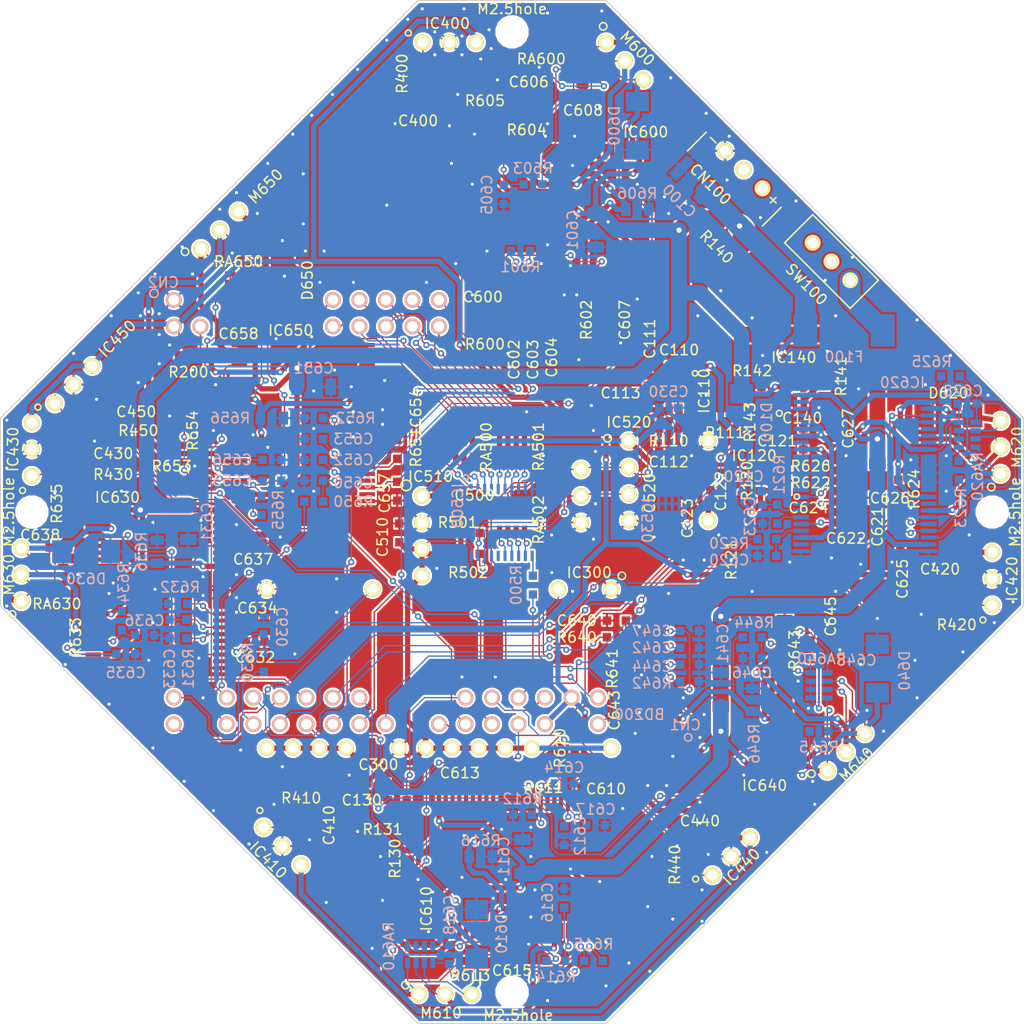
<source format=kicad_pcb>
(kicad_pcb (version 3) (host pcbnew "(2013-07-07 BZR 4022)-stable")
  (layers (15 F.Cu signal hide) (0 B.Cu signal hide) (18 B.Paste user) (19 F.Paste user) (20 B.SilkS user) (21 F.SilkS user) (22 B.Mask user) (23 F.Mask user) (28 Edge.Cuts user))
  (net 0 "")
  (net 1 +BATT)
  (net 2 /A0)
  (net 3 /A1)
  (net 4 /BAT_I)
  (net 5 /BAT_V)
  (net 6 /D10)
  (net 7 /D11)
  (net 8 /D12)
  (net 9 /D13)
  (net 10 /D14)
  (net 11 /D15)
  (net 12 /D8)
  (net 13 /D9)
  (net 14 /DISTANCE_1)
  (net 15 /DISTANCE_2)
  (net 16 /DISTANCE_3)
  (net 17 /DISTANCE_4)
  (net 18 /DISTANCE_5)
  (net 19 /DISTANCE_6)
  (net 20 /MOTOR_1_IR)
  (net 21 /MOTOR_1_WAVEM)
  (net 22 /MOTOR_2_IR)
  (net 23 /MOTOR_2_WAVEM)
  (net 24 /MOTOR_3_IR)
  (net 25 /MOTOR_3_WAVEM)
  (net 26 /MOTOR_4_IR)
  (net 27 /MOTOR_4_WAVEM)
  (net 28 /MOTOR_5_IR)
  (net 29 /MOTOR_5_WAVEM)
  (net 30 /MOTOR_6_IR)
  (net 31 /MOTOR_6_WAVEM)
  (net 32 /MOTOR_DIR_1)
  (net 33 /MOTOR_DIR_2)
  (net 34 /MOTOR_DIR_3)
  (net 35 /MOTOR_DIR_4)
  (net 36 /MOTOR_DIR_5)
  (net 37 /MOTOR_DIR_6)
  (net 38 /MOTOR_PWM_1)
  (net 39 /MOTOR_PWM_2)
  (net 40 /MOTOR_PWM_3)
  (net 41 /MOTOR_PWM_4)
  (net 42 /MOTOR_PWM_5)
  (net 43 /MOTOR_PWM_6)
  (net 44 /ZIGBEE_Rx)
  (net 45 /ZIGBEE_Tx)
  (net 46 /~CS1)
  (net 47 /~HWR)
  (net 48 /~RD)
  (net 49 GND)
  (net 50 N-0000010)
  (net 51 N-00000103)
  (net 52 N-00000108)
  (net 53 N-00000111)
  (net 54 N-00000112)
  (net 55 N-00000113)
  (net 56 N-00000116)
  (net 57 N-00000117)
  (net 58 N-00000118)
  (net 59 N-00000121)
  (net 60 N-00000122)
  (net 61 N-00000123)
  (net 62 N-00000127)
  (net 63 N-00000132)
  (net 64 N-00000133)
  (net 65 N-00000136)
  (net 66 N-00000137)
  (net 67 N-00000152)
  (net 68 N-00000153)
  (net 69 N-0000016)
  (net 70 N-00000162)
  (net 71 N-0000017)
  (net 72 N-00000171)
  (net 73 N-00000172)
  (net 74 N-00000173)
  (net 75 N-00000174)
  (net 76 N-00000175)
  (net 77 N-00000176)
  (net 78 N-00000177)
  (net 79 N-00000178)
  (net 80 N-00000179)
  (net 81 N-00000180)
  (net 82 N-00000181)
  (net 83 N-00000182)
  (net 84 N-00000183)
  (net 85 N-00000185)
  (net 86 N-00000186)
  (net 87 N-00000187)
  (net 88 N-00000188)
  (net 89 N-00000189)
  (net 90 N-00000190)
  (net 91 N-00000191)
  (net 92 N-00000192)
  (net 93 N-00000193)
  (net 94 N-00000194)
  (net 95 N-00000195)
  (net 96 N-00000196)
  (net 97 N-00000198)
  (net 98 N-00000199)
  (net 99 N-00000200)
  (net 100 N-00000201)
  (net 101 N-00000202)
  (net 102 N-00000205)
  (net 103 N-00000206)
  (net 104 N-00000207)
  (net 105 N-00000208)
  (net 106 N-00000209)
  (net 107 N-0000021)
  (net 108 N-00000210)
  (net 109 N-00000211)
  (net 110 N-00000212)
  (net 111 N-00000213)
  (net 112 N-00000214)
  (net 113 N-00000215)
  (net 114 N-00000216)
  (net 115 N-00000217)
  (net 116 N-00000218)
  (net 117 N-0000022)
  (net 118 N-0000024)
  (net 119 N-000003)
  (net 120 N-0000031)
  (net 121 N-0000033)
  (net 122 N-0000037)
  (net 123 N-0000038)
  (net 124 N-000004)
  (net 125 N-0000041)
  (net 126 N-0000043)
  (net 127 N-0000046)
  (net 128 N-0000047)
  (net 129 N-0000048)
  (net 130 N-0000049)
  (net 131 N-0000050)
  (net 132 N-0000052)
  (net 133 N-0000053)
  (net 134 N-0000054)
  (net 135 N-0000055)
  (net 136 N-0000056)
  (net 137 N-0000057)
  (net 138 N-0000058)
  (net 139 N-000006)
  (net 140 N-0000060)
  (net 141 N-0000061)
  (net 142 N-0000068)
  (net 143 N-0000069)
  (net 144 N-0000072)
  (net 145 N-0000073)
  (net 146 N-0000074)
  (net 147 N-0000076)
  (net 148 N-0000077)
  (net 149 N-0000078)
  (net 150 N-0000079)
  (net 151 N-0000080)
  (net 152 N-0000081)
  (net 153 N-0000084)
  (net 154 N-000009)
  (net 155 N-0000090)
  (net 156 N-0000092)
  (net 157 N-0000094)
  (net 158 N-0000097)
  (net 159 N-0000098)
  (net 160 VCC)
  (net 161 VDD)
  (module M2.5hole (layer F.Cu) (at 195 151)
    (fp_text reference M2.5hole (at 2.2 0 90) (layer F.SilkS))
    (fp_text value "" (at 0 -3.048) (layer F.SilkS))
    (pad "" np_thru_hole circle (at 0 0) (size 2.8 2.8) (drill 2.8) (layers *.Cu *.Mask F.SilkS))
  )
  (module M2.5hole (layer F.Cu) (at 103 151)
    (fp_text reference M2.5hole (at -2.2 0 90) (layer F.SilkS))
    (fp_text value "" (at 0 -3.048) (layer F.SilkS))
    (pad "" np_thru_hole circle (at 0 0) (size 2.8 2.8) (drill 2.8) (layers *.Cu *.Mask F.SilkS))
  )
  (module M2.5hole (layer F.Cu) (at 149 105)
    (fp_text reference M2.5hole (at 0 -2.2) (layer F.SilkS))
    (fp_text value "" (at 0 -3.048) (layer F.SilkS))
    (pad "" np_thru_hole circle (at 0 0) (size 2.8 2.8) (drill 2.8) (layers *.Cu *.Mask F.SilkS))
  )
  (module M2.5hole (layer F.Cu) (at 149 197)
    (fp_text reference M2.5hole (at 0.6 2.2) (layer F.SilkS))
    (fp_text value "" (at 0 -3.048) (layer F.SilkS))
    (pad "" np_thru_hole circle (at 0 0) (size 2.8 2.8) (drill 2.8) (layers *.Cu *.Mask F.SilkS))
  )
  (module 1608 (layer F.Cu) (at 152 176)
    (fp_text reference R611 (at 0 1.4) (layer F.SilkS))
    (fp_text value "" (at 0.254 -1.27) (layer F.SilkS))
    (pad 1 smd rect (at -0.9 0) (size 0.8 0.8) (layers F.Cu F.Paste F.Mask) (net 108 N-00000210))
    (pad 2 smd rect (at 0.9 0) (size 0.8 0.8) (layers F.Cu F.Paste F.Mask) (net 112 N-00000214))
  )
  (module 1608 (layer B.Cu) (at 154 182 270)
    (fp_text reference C612 (at 0 -1.524 270) (layer B.SilkS) (effects (justify mirror)))
    (fp_text value "" (at 0.254 1.27 270) (layer B.SilkS) (effects (justify mirror)))
    (pad 1 smd rect (at -0.9 0 270) (size 0.8 0.8) (layers B.Cu B.Paste B.Mask) (net 117 N-0000022))
    (pad 2 smd rect (at 0.9 0 270) (size 0.8 0.8) (layers B.Cu B.Paste B.Mask) (net 49 GND))
  )
  (module 1608 (layer F.Cu) (at 158 176)
    (fp_text reference C610 (at 0 1.524) (layer F.SilkS))
    (fp_text value "" (at 0.254 -1.27) (layer F.SilkS))
    (pad 1 smd rect (at -0.9 0) (size 0.8 0.8) (layers F.Cu F.Paste F.Mask) (net 111 N-00000213))
    (pad 2 smd rect (at 0.9 0) (size 0.8 0.8) (layers F.Cu F.Paste F.Mask) (net 49 GND))
  )
  (module 1608 (layer F.Cu) (at 155 173 270)
    (fp_text reference R610 (at 0.6 1.4 270) (layer F.SilkS))
    (fp_text value "" (at 0.254 -1.27 270) (layer F.SilkS))
    (pad 1 smd rect (at -0.9 0 270) (size 0.8 0.8) (layers F.Cu F.Paste F.Mask) (net 39 /MOTOR_PWM_2))
    (pad 2 smd rect (at 0.9 0 270) (size 0.8 0.8) (layers F.Cu F.Paste F.Mask) (net 111 N-00000213))
  )
  (module 1608 (layer B.Cu) (at 157 181)
    (fp_text reference C617 (at 0 -1.524) (layer B.SilkS) (effects (justify mirror)))
    (fp_text value "" (at 0.254 1.27) (layer B.SilkS) (effects (justify mirror)))
    (pad 1 smd rect (at -0.9 0) (size 0.8 0.8) (layers B.Cu B.Paste B.Mask) (net 71 N-0000017))
    (pad 2 smd rect (at 0.9 0) (size 0.8 0.8) (layers B.Cu B.Paste B.Mask) (net 49 GND))
  )
  (module 1608 (layer B.Cu) (at 154 188 90)
    (fp_text reference C616 (at -0.4 -1.6 90) (layer B.SilkS) (effects (justify mirror)))
    (fp_text value "" (at 0.254 1.27 90) (layer B.SilkS) (effects (justify mirror)))
    (pad 1 smd rect (at -0.9 0 90) (size 0.8 0.8) (layers B.Cu B.Paste B.Mask) (net 106 N-00000209))
    (pad 2 smd rect (at 0.9 0 90) (size 0.8 0.8) (layers B.Cu B.Paste B.Mask) (net 49 GND))
  )
  (module 1608 (layer B.Cu) (at 153.2 194 180)
    (fp_text reference R614 (at 0 -1.524 180) (layer B.SilkS) (effects (justify mirror)))
    (fp_text value "" (at 0.254 1.27 180) (layer B.SilkS) (effects (justify mirror)))
    (pad 1 smd rect (at -0.9 0 180) (size 0.8 0.8) (layers B.Cu B.Paste B.Mask) (net 106 N-00000209))
    (pad 2 smd rect (at 0.9 0 180) (size 0.8 0.8) (layers B.Cu B.Paste B.Mask) (net 22 /MOTOR_2_IR))
  )
  (module 1608 (layer F.Cu) (at 181 148 180)
    (fp_text reference R622 (at 3.4 -0.2 180) (layer F.SilkS))
    (fp_text value "" (at 0.254 -1.27 180) (layer F.SilkS))
    (pad 1 smd rect (at -0.9 0 180) (size 0.8 0.8) (layers F.Cu F.Paste F.Mask) (net 49 GND))
    (pad 2 smd rect (at 0.9 0 180) (size 0.8 0.8) (layers F.Cu F.Paste F.Mask) (net 137 N-0000057))
  )
  (module 1608 (layer B.Cu) (at 143 193.4 270)
    (fp_text reference C618 (at -3.8 0 270) (layer B.SilkS) (effects (justify mirror)))
    (fp_text value "" (at 0.254 1.27 270) (layer B.SilkS) (effects (justify mirror)))
    (pad 1 smd rect (at -0.9 0 270) (size 0.8 0.8) (layers B.Cu B.Paste B.Mask) (net 22 /MOTOR_2_IR))
    (pad 2 smd rect (at 0.9 0 270) (size 0.8 0.8) (layers B.Cu B.Paste B.Mask) (net 23 /MOTOR_2_WAVEM))
  )
  (module 1608 (layer F.Cu) (at 145 194 180)
    (fp_text reference R613 (at 0 -1.4 180) (layer F.SilkS))
    (fp_text value "" (at 0.254 -1.27 180) (layer F.SilkS))
    (pad 1 smd rect (at -0.9 0 180) (size 0.8 0.8) (layers F.Cu F.Paste F.Mask) (net 110 N-00000212))
    (pad 2 smd rect (at 0.9 0 180) (size 0.8 0.8) (layers F.Cu F.Paste F.Mask) (net 101 N-00000202))
  )
  (module 1608 (layer F.Cu) (at 164 143 180)
    (fp_text reference R110 (at 0 -1.2 180) (layer F.SilkS))
    (fp_text value "" (at 0.254 -1.27 180) (layer F.SilkS))
    (pad 1 smd rect (at -0.9 0 180) (size 0.8 0.8) (layers F.Cu F.Paste F.Mask) (net 83 N-00000182))
    (pad 2 smd rect (at 0.9 0 180) (size 0.8 0.8) (layers F.Cu F.Paste F.Mask) (net 160 VCC))
  )
  (module 1608 (layer F.Cu) (at 169 142 180)
    (fp_text reference R111 (at -0.4 -1.4 180) (layer F.SilkS))
    (fp_text value "" (at 0.254 -1.27 180) (layer F.SilkS))
    (pad 1 smd rect (at -0.9 0 180) (size 0.8 0.8) (layers F.Cu F.Paste F.Mask) (net 49 GND))
    (pad 2 smd rect (at 0.9 0 180) (size 0.8 0.8) (layers F.Cu F.Paste F.Mask) (net 83 N-00000182))
  )
  (module 1608 (layer B.Cu) (at 148.2 120.6 270)
    (fp_text reference C605 (at 0 1.6 270) (layer B.SilkS) (effects (justify mirror)))
    (fp_text value "" (at 0.254 1.27 270) (layer B.SilkS) (effects (justify mirror)))
    (pad 1 smd rect (at -0.9 0 270) (size 0.8 0.8) (layers B.Cu B.Paste B.Mask) (net 104 N-00000207))
    (pad 2 smd rect (at 0.9 0 270) (size 0.8 0.8) (layers B.Cu B.Paste B.Mask) (net 49 GND))
  )
  (module 1608 (layer F.Cu) (at 152.6 132.6 270)
    (fp_text reference C604 (at 3.6 -0.2 270) (layer F.SilkS))
    (fp_text value "" (at 0.254 -1.27 270) (layer F.SilkS))
    (pad 1 smd rect (at -0.9 0 270) (size 0.8 0.8) (layers F.Cu F.Paste F.Mask) (net 107 N-0000021))
    (pad 2 smd rect (at 0.9 0 270) (size 0.8 0.8) (layers F.Cu F.Paste F.Mask) (net 49 GND))
  )
  (module 1608 (layer F.Cu) (at 154.6 132.6 90)
    (fp_text reference R602 (at 0 1.524 90) (layer F.SilkS))
    (fp_text value "" (at 0.254 -1.27 90) (layer F.SilkS))
    (pad 1 smd rect (at -0.9 0 90) (size 0.8 0.8) (layers F.Cu F.Paste F.Mask) (net 49 GND))
    (pad 2 smd rect (at 0.9 0 90) (size 0.8 0.8) (layers F.Cu F.Paste F.Mask) (net 115 N-00000217))
  )
  (module 1608 (layer F.Cu) (at 150.8 132.6 270)
    (fp_text reference C603 (at 3.8 -0.2 270) (layer F.SilkS))
    (fp_text value "" (at 0.254 -1.27 270) (layer F.SilkS))
    (pad 1 smd rect (at -0.9 0 270) (size 0.8 0.8) (layers F.Cu F.Paste F.Mask) (net 113 N-00000215))
    (pad 2 smd rect (at 0.9 0 270) (size 0.8 0.8) (layers F.Cu F.Paste F.Mask) (net 49 GND))
  )
  (module 1608 (layer B.Cu) (at 156.8 194)
    (fp_text reference R615 (at 0 -1.6) (layer B.SilkS) (effects (justify mirror)))
    (fp_text value "" (at 0.254 1.27) (layer B.SilkS) (effects (justify mirror)))
    (pad 1 smd rect (at -0.9 0) (size 0.8 0.8) (layers B.Cu B.Paste B.Mask) (net 23 /MOTOR_2_WAVEM))
    (pad 2 smd rect (at 0.9 0) (size 0.8 0.8) (layers B.Cu B.Paste B.Mask) (net 1 +BATT))
  )
  (module 1608 (layer B.Cu) (at 173 151.2 270)
    (fp_text reference C623 (at 0.2 1.2 270) (layer B.SilkS) (effects (justify mirror)))
    (fp_text value "" (at 0.254 1.27 270) (layer B.SilkS) (effects (justify mirror)))
    (pad 1 smd rect (at -0.9 0 270) (size 0.8 0.8) (layers B.Cu B.Paste B.Mask) (net 133 N-0000053))
    (pad 2 smd rect (at 0.9 0 270) (size 0.8 0.8) (layers B.Cu B.Paste B.Mask) (net 49 GND))
  )
  (module 1608 (layer B.Cu) (at 174.4 151.2 270)
    (fp_text reference R621 (at -3.8 -0.2 270) (layer B.SilkS) (effects (justify mirror)))
    (fp_text value "" (at 0.254 1.27 270) (layer B.SilkS) (effects (justify mirror)))
    (pad 1 smd rect (at -0.9 0 270) (size 0.8 0.8) (layers B.Cu B.Paste B.Mask) (net 133 N-0000053))
    (pad 2 smd rect (at 0.9 0 270) (size 0.8 0.8) (layers B.Cu B.Paste B.Mask) (net 134 N-0000054))
  )
  (module 1608 (layer F.Cu) (at 181 152)
    (fp_text reference C622 (at 0 1.524) (layer F.SilkS))
    (fp_text value "" (at 0.254 -1.27) (layer F.SilkS))
    (pad 1 smd rect (at -0.9 0) (size 0.8 0.8) (layers F.Cu F.Paste F.Mask) (net 139 N-000006))
    (pad 2 smd rect (at 0.9 0) (size 0.8 0.8) (layers F.Cu F.Paste F.Mask) (net 49 GND))
  )
  (module 1608 (layer B.Cu) (at 173.4 155.2 180)
    (fp_text reference C620 (at 3.6 -0.4 180) (layer B.SilkS) (effects (justify mirror)))
    (fp_text value "" (at 0.254 1.27 180) (layer B.SilkS) (effects (justify mirror)))
    (pad 1 smd rect (at -0.9 0 180) (size 0.8 0.8) (layers B.Cu B.Paste B.Mask) (net 132 N-0000052))
    (pad 2 smd rect (at 0.9 0 180) (size 0.8 0.8) (layers B.Cu B.Paste B.Mask) (net 49 GND))
  )
  (module 1608 (layer B.Cu) (at 173.4 153.6)
    (fp_text reference R620 (at -3.6 0.4) (layer B.SilkS) (effects (justify mirror)))
    (fp_text value "" (at 0.254 1.27) (layer B.SilkS) (effects (justify mirror)))
    (pad 1 smd rect (at -0.9 0) (size 0.8 0.8) (layers B.Cu B.Paste B.Mask) (net 40 /MOTOR_PWM_3))
    (pad 2 smd rect (at 0.9 0) (size 0.8 0.8) (layers B.Cu B.Paste B.Mask) (net 132 N-0000052))
  )
  (module 1608 (layer F.Cu) (at 179.8 143 90)
    (fp_text reference C627 (at 0 1.4 90) (layer F.SilkS))
    (fp_text value "" (at 0.254 -1.27 90) (layer F.SilkS))
    (pad 1 smd rect (at -0.9 0 90) (size 0.8 0.8) (layers F.Cu F.Paste F.Mask) (net 120 N-0000031))
    (pad 2 smd rect (at 0.9 0 90) (size 0.8 0.8) (layers F.Cu F.Paste F.Mask) (net 49 GND))
  )
  (module 1608 (layer F.Cu) (at 185.2 151.2 180)
    (fp_text reference C626 (at 0 1.524 180) (layer F.SilkS))
    (fp_text value "" (at 0.254 -1.27 180) (layer F.SilkS))
    (pad 1 smd rect (at -0.9 0 180) (size 0.8 0.8) (layers F.Cu F.Paste F.Mask) (net 135 N-0000055))
    (pad 2 smd rect (at 0.9 0 180) (size 0.8 0.8) (layers F.Cu F.Paste F.Mask) (net 49 GND))
  )
  (module 1608 (layer F.Cu) (at 148 176 180)
    (fp_text reference C613 (at 4 0 180) (layer F.SilkS))
    (fp_text value "" (at 0.254 -1.27 180) (layer F.SilkS))
    (pad 1 smd rect (at -0.9 0 180) (size 0.8 0.8) (layers F.Cu F.Paste F.Mask) (net 108 N-00000210))
    (pad 2 smd rect (at 0.9 0 180) (size 0.8 0.8) (layers F.Cu F.Paste F.Mask) (net 49 GND))
  )
  (module 1608 (layer B.Cu) (at 191 138 180)
    (fp_text reference R625 (at 1.8 1.4 180) (layer B.SilkS) (effects (justify mirror)))
    (fp_text value "" (at 0.254 1.27 180) (layer B.SilkS) (effects (justify mirror)))
    (pad 1 smd rect (at -0.9 0 180) (size 0.8 0.8) (layers B.Cu B.Paste B.Mask) (net 25 /MOTOR_3_WAVEM))
    (pad 2 smd rect (at 0.9 0 180) (size 0.8 0.8) (layers B.Cu B.Paste B.Mask) (net 1 +BATT))
  )
  (module 1608 (layer B.Cu) (at 192.6 140.6)
    (fp_text reference C628 (at -0.4 -1.2) (layer B.SilkS) (effects (justify mirror)))
    (fp_text value "" (at 0.254 1.27) (layer B.SilkS) (effects (justify mirror)))
    (pad 1 smd rect (at -0.9 0) (size 0.8 0.8) (layers B.Cu B.Paste B.Mask) (net 24 /MOTOR_3_IR))
    (pad 2 smd rect (at 0.9 0) (size 0.8 0.8) (layers B.Cu B.Paste B.Mask) (net 25 /MOTOR_3_WAVEM))
  )
  (module 1608 (layer B.Cu) (at 191.8 147 90)
    (fp_text reference R623 (at -3.6 0.2 90) (layer B.SilkS) (effects (justify mirror)))
    (fp_text value "" (at 0.254 1.27 90) (layer B.SilkS) (effects (justify mirror)))
    (pad 1 smd rect (at -0.9 0 90) (size 0.8 0.8) (layers B.Cu B.Paste B.Mask) (net 136 N-0000056))
    (pad 2 smd rect (at 0.9 0 90) (size 0.8 0.8) (layers B.Cu B.Paste B.Mask) (net 141 N-0000061))
  )
  (module 1608 (layer F.Cu) (at 176 145)
    (fp_text reference C121 (at -1.6 -0.8) (layer F.SilkS))
    (fp_text value "" (at 0.254 -1.27) (layer F.SilkS))
    (pad 1 smd rect (at -0.9 0) (size 0.8 0.8) (layers F.Cu F.Paste F.Mask) (net 72 N-00000171))
    (pad 2 smd rect (at 0.9 0) (size 0.8 0.8) (layers F.Cu F.Paste F.Mask) (net 49 GND))
  )
  (module 1608 (layer F.Cu) (at 162 138 90)
    (fp_text reference C111 (at 3.6 0.2 90) (layer F.SilkS))
    (fp_text value "" (at 0.254 -1.27 90) (layer F.SilkS))
    (pad 1 smd rect (at -0.9 0 90) (size 0.8 0.8) (layers F.Cu F.Paste F.Mask) (net 82 N-00000181))
    (pad 2 smd rect (at 0.9 0 90) (size 0.8 0.8) (layers F.Cu F.Paste F.Mask) (net 49 GND))
  )
  (module 1608 (layer F.Cu) (at 149 193.4)
    (fp_text reference C615 (at 0 1.524) (layer F.SilkS))
    (fp_text value "" (at 0.254 -1.27) (layer F.SilkS))
    (pad 1 smd rect (at -0.9 0) (size 0.8 0.8) (layers F.Cu F.Paste F.Mask) (net 110 N-00000212))
    (pad 2 smd rect (at 0.9 0) (size 0.8 0.8) (layers F.Cu F.Paste F.Mask) (net 49 GND))
  )
  (module 1608 (layer B.Cu) (at 154 177)
    (fp_text reference C614 (at 0 -1.524) (layer B.SilkS) (effects (justify mirror)))
    (fp_text value "" (at 0.254 1.27) (layer B.SilkS) (effects (justify mirror)))
    (pad 1 smd rect (at -0.9 0) (size 0.8 0.8) (layers B.Cu B.Paste B.Mask) (net 121 N-0000033))
    (pad 2 smd rect (at 0.9 0) (size 0.8 0.8) (layers B.Cu B.Paste B.Mask) (net 49 GND))
  )
  (module 1608 (layer B.Cu) (at 150 180)
    (fp_text reference R612 (at 0 -1.524) (layer B.SilkS) (effects (justify mirror)))
    (fp_text value "" (at 0.254 1.27) (layer B.SilkS) (effects (justify mirror)))
    (pad 1 smd rect (at -0.9 0) (size 0.8 0.8) (layers B.Cu B.Paste B.Mask) (net 49 GND))
    (pad 2 smd rect (at 0.9 0) (size 0.8 0.8) (layers B.Cu B.Paste B.Mask) (net 122 N-0000037))
  )
  (module 1608 (layer F.Cu) (at 186 148.8 90)
    (fp_text reference R624 (at 0 1.524 90) (layer F.SilkS))
    (fp_text value "" (at 0.254 -1.27 90) (layer F.SilkS))
    (pad 1 smd rect (at -0.9 0 90) (size 0.8 0.8) (layers F.Cu F.Paste F.Mask) (net 135 N-0000055))
    (pad 2 smd rect (at 0.9 0 90) (size 0.8 0.8) (layers F.Cu F.Paste F.Mask) (net 24 /MOTOR_3_IR))
  )
  (module 1608 (layer B.Cu) (at 164 141)
    (fp_text reference C530 (at 0 -1.524) (layer B.SilkS) (effects (justify mirror)))
    (fp_text value "" (at 0.254 1.27) (layer B.SilkS) (effects (justify mirror)))
    (pad 1 smd rect (at -0.9 0) (size 0.8 0.8) (layers B.Cu B.Paste B.Mask) (net 161 VDD))
    (pad 2 smd rect (at 0.9 0) (size 0.8 0.8) (layers B.Cu B.Paste B.Mask) (net 49 GND))
  )
  (module 1608 (layer B.Cu) (at 172 149)
    (fp_text reference C120 (at -0.8 -1.4) (layer B.SilkS) (effects (justify mirror)))
    (fp_text value "" (at 0.254 1.27) (layer B.SilkS) (effects (justify mirror)))
    (pad 1 smd rect (at -0.9 0) (size 0.8 0.8) (layers B.Cu B.Paste B.Mask) (net 86 N-00000186))
    (pad 2 smd rect (at 0.9 0) (size 0.8 0.8) (layers B.Cu B.Paste B.Mask) (net 49 GND))
  )
  (module 1608 (layer F.Cu) (at 164 148 270)
    (fp_text reference C520 (at 1.2 1.8 270) (layer F.SilkS))
    (fp_text value "" (at 0.254 -1.27 270) (layer F.SilkS))
    (pad 1 smd rect (at -0.9 0 270) (size 0.8 0.8) (layers F.Cu F.Paste F.Mask) (net 161 VDD))
    (pad 2 smd rect (at 0.9 0 270) (size 0.8 0.8) (layers F.Cu F.Paste F.Mask) (net 49 GND))
  )
  (module 1608 (layer F.Cu) (at 138.2 153 90)
    (fp_text reference C510 (at -0.4 -1.6 90) (layer F.SilkS))
    (fp_text value "" (at 0.254 -1.27 90) (layer F.SilkS))
    (pad 1 smd rect (at -0.9 0 90) (size 0.8 0.8) (layers F.Cu F.Paste F.Mask) (net 161 VDD))
    (pad 2 smd rect (at 0.9 0 90) (size 0.8 0.8) (layers F.Cu F.Paste F.Mask) (net 49 GND))
  )
  (module 1608 (layer F.Cu) (at 109.2 141.4 180)
    (fp_text reference C450 (at -3.8 0 180) (layer F.SilkS))
    (fp_text value "" (at 0.254 -1.27 180) (layer F.SilkS))
    (pad 1 smd rect (at -0.9 0 180) (size 0.8 0.8) (layers F.Cu F.Paste F.Mask) (net 19 /DISTANCE_6))
    (pad 2 smd rect (at 0.9 0 180) (size 0.8 0.8) (layers F.Cu F.Paste F.Mask) (net 49 GND))
  )
  (module 1608 (layer F.Cu) (at 167 182)
    (fp_text reference C440 (at 0 -1.4) (layer F.SilkS))
    (fp_text value "" (at 0.254 -1.27) (layer F.SilkS))
    (pad 1 smd rect (at -0.9 0) (size 0.8 0.8) (layers F.Cu F.Paste F.Mask) (net 18 /DISTANCE_5))
    (pad 2 smd rect (at 0.9 0) (size 0.8 0.8) (layers F.Cu F.Paste F.Mask) (net 49 GND))
  )
  (module 1608 (layer F.Cu) (at 107.2 145.4 180)
    (fp_text reference C430 (at -3.6 0 180) (layer F.SilkS))
    (fp_text value "" (at 0.254 -1.27 180) (layer F.SilkS))
    (pad 1 smd rect (at -0.9 0 180) (size 0.8 0.8) (layers F.Cu F.Paste F.Mask) (net 17 /DISTANCE_4))
    (pad 2 smd rect (at 0.9 0 180) (size 0.8 0.8) (layers F.Cu F.Paste F.Mask) (net 49 GND))
  )
  (module 1608 (layer B.Cu) (at 149.8 126 180)
    (fp_text reference R601 (at 0 -1.524 180) (layer B.SilkS) (effects (justify mirror)))
    (fp_text value "" (at 0.254 1.27 180) (layer B.SilkS) (effects (justify mirror)))
    (pad 1 smd rect (at -0.9 0 180) (size 0.8 0.8) (layers B.Cu B.Paste B.Mask) (net 113 N-00000215))
    (pad 2 smd rect (at 0.9 0 180) (size 0.8 0.8) (layers B.Cu B.Paste B.Mask) (net 114 N-00000216))
  )
  (module 1608 (layer F.Cu) (at 133 181 270)
    (fp_text reference C410 (at 0 1.524 270) (layer F.SilkS))
    (fp_text value "" (at 0.254 -1.27 270) (layer F.SilkS))
    (pad 1 smd rect (at -0.9 0 270) (size 0.8 0.8) (layers F.Cu F.Paste F.Mask) (net 15 /DISTANCE_2))
    (pad 2 smd rect (at 0.9 0 270) (size 0.8 0.8) (layers F.Cu F.Paste F.Mask) (net 49 GND))
  )
  (module 1608 (layer F.Cu) (at 140 112)
    (fp_text reference C400 (at 0 1.524) (layer F.SilkS))
    (fp_text value "" (at 0.254 -1.27) (layer F.SilkS))
    (pad 1 smd rect (at -0.9 0) (size 0.8 0.8) (layers F.Cu F.Paste F.Mask) (net 14 /DISTANCE_1))
    (pad 2 smd rect (at 0.9 0) (size 0.8 0.8) (layers F.Cu F.Paste F.Mask) (net 49 GND))
  )
  (module 1608 (layer F.Cu) (at 109.2 143)
    (fp_text reference R450 (at 4 0.2) (layer F.SilkS))
    (fp_text value "" (at 0.254 -1.27) (layer F.SilkS))
    (pad 1 smd rect (at -0.9 0) (size 0.8 0.8) (layers F.Cu F.Paste F.Mask) (net 99 N-00000200))
    (pad 2 smd rect (at 0.9 0) (size 0.8 0.8) (layers F.Cu F.Paste F.Mask) (net 19 /DISTANCE_6))
  )
  (module 1608 (layer F.Cu) (at 166 185 90)
    (fp_text reference R440 (at 0.2 -1.4 90) (layer F.SilkS))
    (fp_text value "" (at 0.254 -1.27 90) (layer F.SilkS))
    (pad 1 smd rect (at -0.9 0 90) (size 0.8 0.8) (layers F.Cu F.Paste F.Mask) (net 77 N-00000176))
    (pad 2 smd rect (at 0.9 0 90) (size 0.8 0.8) (layers F.Cu F.Paste F.Mask) (net 18 /DISTANCE_5))
  )
  (module 1608 (layer F.Cu) (at 107.2 147.4)
    (fp_text reference R430 (at 3.6 0) (layer F.SilkS))
    (fp_text value "" (at 0.254 -1.27) (layer F.SilkS))
    (pad 1 smd rect (at -0.9 0) (size 0.8 0.8) (layers F.Cu F.Paste F.Mask) (net 76 N-00000175))
    (pad 2 smd rect (at 0.9 0) (size 0.8 0.8) (layers F.Cu F.Paste F.Mask) (net 17 /DISTANCE_4))
  )
  (module 1608 (layer F.Cu) (at 191.8 160 180)
    (fp_text reference R420 (at 0.2 -1.8 180) (layer F.SilkS))
    (fp_text value "" (at 0.254 -1.27 180) (layer F.SilkS))
    (pad 1 smd rect (at -0.9 0 180) (size 0.8 0.8) (layers F.Cu F.Paste F.Mask) (net 79 N-00000178))
    (pad 2 smd rect (at 0.9 0 180) (size 0.8 0.8) (layers F.Cu F.Paste F.Mask) (net 16 /DISTANCE_3))
  )
  (module 1608 (layer F.Cu) (at 129 180)
    (fp_text reference R410 (at -0.2 -1.6) (layer F.SilkS))
    (fp_text value "" (at 0.254 -1.27) (layer F.SilkS))
    (pad 1 smd rect (at -0.9 0) (size 0.8 0.8) (layers F.Cu F.Paste F.Mask) (net 78 N-00000177))
    (pad 2 smd rect (at 0.9 0) (size 0.8 0.8) (layers F.Cu F.Paste F.Mask) (net 15 /DISTANCE_2))
  )
  (module 1608 (layer F.Cu) (at 140 109 270)
    (fp_text reference R400 (at 0 1.524 270) (layer F.SilkS))
    (fp_text value "" (at 0.254 -1.27 270) (layer F.SilkS))
    (pad 1 smd rect (at -0.9 0 270) (size 0.8 0.8) (layers F.Cu F.Paste F.Mask) (net 74 N-00000173))
    (pad 2 smd rect (at 0.9 0 270) (size 0.8 0.8) (layers F.Cu F.Paste F.Mask) (net 14 /DISTANCE_1))
  )
  (module 1608 (layer F.Cu) (at 190 158 180)
    (fp_text reference C420 (at 0 1.524 180) (layer F.SilkS))
    (fp_text value "" (at 0.254 -1.27 180) (layer F.SilkS))
    (pad 1 smd rect (at -0.9 0 180) (size 0.8 0.8) (layers F.Cu F.Paste F.Mask) (net 16 /DISTANCE_3))
    (pad 2 smd rect (at 0.9 0 180) (size 0.8 0.8) (layers F.Cu F.Paste F.Mask) (net 49 GND))
  )
  (module 1608 (layer F.Cu) (at 149.2 132.6 270)
    (fp_text reference C602 (at 3.8 0 270) (layer F.SilkS))
    (fp_text value "" (at 0.254 -1.27 270) (layer F.SilkS))
    (pad 1 smd rect (at -0.9 0 270) (size 0.8 0.8) (layers F.Cu F.Paste F.Mask) (net 143 N-0000069))
    (pad 2 smd rect (at 0.9 0 270) (size 0.8 0.8) (layers F.Cu F.Paste F.Mask) (net 49 GND))
  )
  (module 1608 (layer F.Cu) (at 146.4 131.6 180)
    (fp_text reference C600 (at 0.2 1.2 180) (layer F.SilkS))
    (fp_text value "" (at 0.254 -1.27 180) (layer F.SilkS))
    (pad 1 smd rect (at -0.9 0 180) (size 0.8 0.8) (layers F.Cu F.Paste F.Mask) (net 116 N-00000218))
    (pad 2 smd rect (at 0.9 0 180) (size 0.8 0.8) (layers F.Cu F.Paste F.Mask) (net 49 GND))
  )
  (module 1608 (layer F.Cu) (at 146.4 133.4)
    (fp_text reference R600 (at 0 1.524) (layer F.SilkS))
    (fp_text value "" (at 0.254 -1.27) (layer F.SilkS))
    (pad 1 smd rect (at -0.9 0) (size 0.8 0.8) (layers F.Cu F.Paste F.Mask) (net 38 /MOTOR_PWM_1))
    (pad 2 smd rect (at 0.9 0) (size 0.8 0.8) (layers F.Cu F.Paste F.Mask) (net 116 N-00000218))
  )
  (module 1608 (layer F.Cu) (at 158.2 132.6 270)
    (fp_text reference C607 (at 0 -1.6 270) (layer F.SilkS))
    (fp_text value "" (at 0.254 -1.27 270) (layer F.SilkS))
    (pad 1 smd rect (at -0.9 0 270) (size 0.8 0.8) (layers F.Cu F.Paste F.Mask) (net 142 N-0000068))
    (pad 2 smd rect (at 0.9 0 270) (size 0.8 0.8) (layers F.Cu F.Paste F.Mask) (net 49 GND))
  )
  (module 1608 (layer F.Cu) (at 150.4 111.2)
    (fp_text reference C606 (at 0.2 -1.4) (layer F.SilkS))
    (fp_text value "" (at 0.254 -1.27) (layer F.SilkS))
    (pad 1 smd rect (at -0.9 0) (size 0.8 0.8) (layers F.Cu F.Paste F.Mask) (net 102 N-00000205))
    (pad 2 smd rect (at 0.9 0) (size 0.8 0.8) (layers F.Cu F.Paste F.Mask) (net 49 GND))
  )
  (module 1608 (layer F.Cu) (at 150.4 113)
    (fp_text reference R604 (at 0 1.4) (layer F.SilkS))
    (fp_text value "" (at 0.254 -1.27) (layer F.SilkS))
    (pad 1 smd rect (at -0.9 0) (size 0.8 0.8) (layers F.Cu F.Paste F.Mask) (net 102 N-00000205))
    (pad 2 smd rect (at 0.9 0) (size 0.8 0.8) (layers F.Cu F.Paste F.Mask) (net 20 /MOTOR_1_IR))
  )
  (module 1608 (layer F.Cu) (at 147 113 180)
    (fp_text reference R605 (at 0.6 1.4 180) (layer F.SilkS))
    (fp_text value "" (at 0.254 -1.27 180) (layer F.SilkS))
    (pad 1 smd rect (at -0.9 0 180) (size 0.8 0.8) (layers F.Cu F.Paste F.Mask) (net 21 /MOTOR_1_WAVEM))
    (pad 2 smd rect (at 0.9 0 180) (size 0.8 0.8) (layers F.Cu F.Paste F.Mask) (net 1 +BATT))
  )
  (module 1608 (layer F.Cu) (at 145 155 180)
    (fp_text reference R502 (at 0.2 -1.8 180) (layer F.SilkS))
    (fp_text value "" (at 0.254 -1.27 180) (layer F.SilkS))
    (pad 1 smd rect (at -0.9 0 180) (size 0.8 0.8) (layers F.Cu F.Paste F.Mask) (net 87 N-00000187))
    (pad 2 smd rect (at 0.9 0 180) (size 0.8 0.8) (layers F.Cu F.Paste F.Mask) (net 161 VDD))
  )
  (module 1608 (layer B.Cu) (at 151 119.6)
    (fp_text reference R603 (at 0 -1.524) (layer B.SilkS) (effects (justify mirror)))
    (fp_text value "" (at 0.254 1.27) (layer B.SilkS) (effects (justify mirror)))
    (pad 1 smd rect (at -0.9 0) (size 0.8 0.8) (layers B.Cu B.Paste B.Mask) (net 104 N-00000207))
    (pad 2 smd rect (at 0.9 0) (size 0.8 0.8) (layers B.Cu B.Paste B.Mask) (net 100 N-00000201))
  )
  (module 1608 (layer F.Cu) (at 136 177)
    (fp_text reference C300 (at 0.2 -1.8) (layer F.SilkS))
    (fp_text value "" (at 0.254 -1.27) (layer F.SilkS))
    (pad 1 smd rect (at -0.9 0) (size 0.8 0.8) (layers F.Cu F.Paste F.Mask) (net 161 VDD))
    (pad 2 smd rect (at 0.9 0) (size 0.8 0.8) (layers F.Cu F.Paste F.Mask) (net 49 GND))
  )
  (module 1608 (layer F.Cu) (at 164 145)
    (fp_text reference C112 (at 0 1.2) (layer F.SilkS))
    (fp_text value "" (at 0.254 -1.27) (layer F.SilkS))
    (pad 1 smd rect (at -0.9 0) (size 0.8 0.8) (layers F.Cu F.Paste F.Mask) (net 160 VCC))
    (pad 2 smd rect (at 0.9 0) (size 0.8 0.8) (layers F.Cu F.Paste F.Mask) (net 83 N-00000182))
  )
  (module 1608 (layer F.Cu) (at 118 136 180)
    (fp_text reference R200 (at 0 -1.6 180) (layer F.SilkS))
    (fp_text value "" (at 0.254 -1.27 180) (layer F.SilkS))
    (pad 1 smd rect (at -0.9 0 180) (size 0.8 0.8) (layers F.Cu F.Paste F.Mask) (net 70 N-00000162))
    (pad 2 smd rect (at 0.9 0 180) (size 0.8 0.8) (layers F.Cu F.Paste F.Mask) (net 160 VCC))
  )
  (module 1608 (layer B.Cu) (at 151 158 270)
    (fp_text reference R500 (at 0 1.6 270) (layer B.SilkS) (effects (justify mirror)))
    (fp_text value "" (at 0.254 1.27 270) (layer B.SilkS) (effects (justify mirror)))
    (pad 1 smd rect (at -0.9 0 270) (size 0.8 0.8) (layers B.Cu B.Paste B.Mask) (net 97 N-00000198))
    (pad 2 smd rect (at 0.9 0 270) (size 0.8 0.8) (layers B.Cu B.Paste B.Mask) (net 47 /~HWR))
  )
  (module 1608 (layer F.Cu) (at 161 141 180)
    (fp_text reference C113 (at 1.6 1.4 180) (layer F.SilkS))
    (fp_text value "" (at 0.254 -1.27 180) (layer F.SilkS))
    (pad 1 smd rect (at -0.9 0 180) (size 0.8 0.8) (layers F.Cu F.Paste F.Mask) (net 160 VCC))
    (pad 2 smd rect (at 0.9 0 180) (size 0.8 0.8) (layers F.Cu F.Paste F.Mask) (net 49 GND))
  )
  (module 1608 (layer F.Cu) (at 145 151)
    (fp_text reference C500 (at 0.4 -1.6) (layer F.SilkS))
    (fp_text value "" (at 0.254 -1.27) (layer F.SilkS))
    (pad 1 smd rect (at -0.9 0) (size 0.8 0.8) (layers F.Cu F.Paste F.Mask) (net 161 VDD))
    (pad 2 smd rect (at 0.9 0) (size 0.8 0.8) (layers F.Cu F.Paste F.Mask) (net 49 GND))
  )
  (module 1608 (layer F.Cu) (at 145 153 180)
    (fp_text reference R501 (at 1.2 1 180) (layer F.SilkS))
    (fp_text value "" (at 0.254 -1.27 180) (layer F.SilkS))
    (pad 1 smd rect (at -0.9 0 180) (size 0.8 0.8) (layers F.Cu F.Paste F.Mask) (net 88 N-00000188))
    (pad 2 smd rect (at 0.9 0 180) (size 0.8 0.8) (layers F.Cu F.Paste F.Mask) (net 161 VDD))
  )
  (module 1608 (layer F.Cu) (at 155.8 111)
    (fp_text reference C608 (at 0 1.524) (layer F.SilkS))
    (fp_text value "" (at 0.254 -1.27) (layer F.SilkS))
    (pad 1 smd rect (at -0.9 0) (size 0.8 0.8) (layers F.Cu F.Paste F.Mask) (net 20 /MOTOR_1_IR))
    (pad 2 smd rect (at 0.9 0) (size 0.8 0.8) (layers F.Cu F.Paste F.Mask) (net 21 /MOTOR_1_WAVEM))
  )
  (module 1608 (layer F.Cu) (at 177.6 164.2 270)
    (fp_text reference R643 (at 0 1.524 270) (layer F.SilkS))
    (fp_text value "" (at 0.254 -1.27 270) (layer F.SilkS))
    (pad 1 smd rect (at -0.9 0 270) (size 0.8 0.8) (layers F.Cu F.Paste F.Mask) (net 64 N-00000133))
    (pad 2 smd rect (at 0.9 0 270) (size 0.8 0.8) (layers F.Cu F.Paste F.Mask) (net 63 N-00000132))
  )
  (module 1608 (layer B.Cu) (at 178.4 165)
    (fp_text reference C648 (at 3.6 0.2) (layer B.SilkS) (effects (justify mirror)))
    (fp_text value "" (at 0.254 1.27) (layer B.SilkS) (effects (justify mirror)))
    (pad 1 smd rect (at -0.9 0) (size 0.8 0.8) (layers B.Cu B.Paste B.Mask) (net 28 /MOTOR_5_IR))
    (pad 2 smd rect (at 0.9 0) (size 0.8 0.8) (layers B.Cu B.Paste B.Mask) (net 29 /MOTOR_5_WAVEM))
  )
  (module 1608 (layer B.Cu) (at 178.4 172 180)
    (fp_text reference R645 (at 0 -1.524 180) (layer B.SilkS) (effects (justify mirror)))
    (fp_text value "" (at 0.254 1.27 180) (layer B.SilkS) (effects (justify mirror)))
    (pad 1 smd rect (at -0.9 0 180) (size 0.8 0.8) (layers B.Cu B.Paste B.Mask) (net 29 /MOTOR_5_WAVEM))
    (pad 2 smd rect (at 0.9 0 180) (size 0.8 0.8) (layers B.Cu B.Paste B.Mask) (net 1 +BATT))
  )
  (module 1608 (layer B.Cu) (at 172 163 180)
    (fp_text reference R644 (at -0.2 1.4 180) (layer B.SilkS) (effects (justify mirror)))
    (fp_text value "" (at 0.254 1.27 180) (layer B.SilkS) (effects (justify mirror)))
    (pad 1 smd rect (at -0.9 0 180) (size 0.8 0.8) (layers B.Cu B.Paste B.Mask) (net 54 N-00000112))
    (pad 2 smd rect (at 0.9 0 180) (size 0.8 0.8) (layers B.Cu B.Paste B.Mask) (net 28 /MOTOR_5_IR))
  )
  (module 1608 (layer B.Cu) (at 172 165 180)
    (fp_text reference C646 (at 0 -1.4 180) (layer B.SilkS) (effects (justify mirror)))
    (fp_text value "" (at 0.254 1.27 180) (layer B.SilkS) (effects (justify mirror)))
    (pad 1 smd rect (at -0.9 0 180) (size 0.8 0.8) (layers B.Cu B.Paste B.Mask) (net 54 N-00000112))
    (pad 2 smd rect (at 0.9 0 180) (size 0.8 0.8) (layers B.Cu B.Paste B.Mask) (net 49 GND))
  )
  (module 1608 (layer B.Cu) (at 166 162.4)
    (fp_text reference C647 (at -3.6 0) (layer B.SilkS) (effects (justify mirror)))
    (fp_text value "" (at 0.254 1.27) (layer B.SilkS) (effects (justify mirror)))
    (pad 1 smd rect (at -0.9 0) (size 0.8 0.8) (layers B.Cu B.Paste B.Mask) (net 155 N-0000090))
    (pad 2 smd rect (at 0.9 0) (size 0.8 0.8) (layers B.Cu B.Paste B.Mask) (net 49 GND))
  )
  (module 1608 (layer F.Cu) (at 170 148 90)
    (fp_text reference R120 (at 0 1.524 90) (layer F.SilkS))
    (fp_text value "" (at 0.254 -1.27 90) (layer F.SilkS))
    (pad 1 smd rect (at -0.9 0 90) (size 0.8 0.8) (layers F.Cu F.Paste F.Mask) (net 75 N-00000174))
    (pad 2 smd rect (at 0.9 0 90) (size 0.8 0.8) (layers F.Cu F.Paste F.Mask) (net 161 VDD))
  )
  (module 1608 (layer F.Cu) (at 159 161.4 180)
    (fp_text reference C640 (at 3.8 0 180) (layer F.SilkS))
    (fp_text value "" (at 0.254 -1.27 180) (layer F.SilkS))
    (pad 1 smd rect (at -0.9 0 180) (size 0.8 0.8) (layers F.Cu F.Paste F.Mask) (net 56 N-00000116))
    (pad 2 smd rect (at 0.9 0 180) (size 0.8 0.8) (layers F.Cu F.Paste F.Mask) (net 49 GND))
  )
  (module 1608 (layer B.Cu) (at 166 164)
    (fp_text reference C642 (at -3.6 0) (layer B.SilkS) (effects (justify mirror)))
    (fp_text value "" (at 0.254 1.27) (layer B.SilkS) (effects (justify mirror)))
    (pad 1 smd rect (at -0.9 0) (size 0.8 0.8) (layers B.Cu B.Paste B.Mask) (net 156 N-0000092))
    (pad 2 smd rect (at 0.9 0) (size 0.8 0.8) (layers B.Cu B.Paste B.Mask) (net 49 GND))
  )
  (module 1608 (layer F.Cu) (at 160 166 90)
    (fp_text reference R641 (at 0 -1.4 90) (layer F.SilkS))
    (fp_text value "" (at 0.254 -1.27 90) (layer F.SilkS))
    (pad 1 smd rect (at -0.9 0 90) (size 0.8 0.8) (layers F.Cu F.Paste F.Mask) (net 58 N-00000118))
    (pad 2 smd rect (at 0.9 0 90) (size 0.8 0.8) (layers F.Cu F.Paste F.Mask) (net 57 N-00000117))
  )
  (module 1608 (layer F.Cu) (at 160 170 270)
    (fp_text reference C643 (at 0 1.2 270) (layer F.SilkS))
    (fp_text value "" (at 0.254 -1.27 270) (layer F.SilkS))
    (pad 1 smd rect (at -0.9 0 270) (size 0.8 0.8) (layers F.Cu F.Paste F.Mask) (net 58 N-00000118))
    (pad 2 smd rect (at 0.9 0 270) (size 0.8 0.8) (layers F.Cu F.Paste F.Mask) (net 49 GND))
  )
  (module 1608 (layer B.Cu) (at 166 167.2 180)
    (fp_text reference R642 (at 3.6 -0.2 180) (layer B.SilkS) (effects (justify mirror)))
    (fp_text value "" (at 0.254 1.27 180) (layer B.SilkS) (effects (justify mirror)))
    (pad 1 smd rect (at -0.9 0 180) (size 0.8 0.8) (layers B.Cu B.Paste B.Mask) (net 49 GND))
    (pad 2 smd rect (at 0.9 0 180) (size 0.8 0.8) (layers B.Cu B.Paste B.Mask) (net 55 N-00000113))
  )
  (module 1608 (layer B.Cu) (at 166 165.6)
    (fp_text reference C644 (at -3.6 0.2) (layer B.SilkS) (effects (justify mirror)))
    (fp_text value "" (at 0.254 1.27) (layer B.SilkS) (effects (justify mirror)))
    (pad 1 smd rect (at -0.9 0) (size 0.8 0.8) (layers B.Cu B.Paste B.Mask) (net 153 N-0000084))
    (pad 2 smd rect (at 0.9 0) (size 0.8 0.8) (layers B.Cu B.Paste B.Mask) (net 49 GND))
  )
  (module 1608 (layer F.Cu) (at 178 161 90)
    (fp_text reference C645 (at 0 1.524 90) (layer F.SilkS))
    (fp_text value "" (at 0.254 -1.27 90) (layer F.SilkS))
    (pad 1 smd rect (at -0.9 0 90) (size 0.8 0.8) (layers F.Cu F.Paste F.Mask) (net 64 N-00000133))
    (pad 2 smd rect (at 0.9 0 90) (size 0.8 0.8) (layers F.Cu F.Paste F.Mask) (net 49 GND))
  )
  (module 1608 (layer F.Cu) (at 172 139 180)
    (fp_text reference R142 (at 0 1.524 180) (layer F.SilkS))
    (fp_text value "" (at 0.254 -1.27 180) (layer F.SilkS))
    (pad 1 smd rect (at -0.9 0 180) (size 0.8 0.8) (layers F.Cu F.Paste F.Mask) (net 49 GND))
    (pad 2 smd rect (at 0.9 0 180) (size 0.8 0.8) (layers F.Cu F.Paste F.Mask) (net 80 N-00000179))
  )
  (module 1608 (layer F.Cu) (at 168 148 270)
    (fp_text reference C122 (at 1 -1 270) (layer F.SilkS))
    (fp_text value "" (at 0.254 -1.27 270) (layer F.SilkS))
    (pad 1 smd rect (at -0.9 0 270) (size 0.8 0.8) (layers F.Cu F.Paste F.Mask) (net 161 VDD))
    (pad 2 smd rect (at 0.9 0 270) (size 0.8 0.8) (layers F.Cu F.Paste F.Mask) (net 75 N-00000174))
  )
  (module 1608 (layer F.Cu) (at 170 152 90)
    (fp_text reference R121 (at -3.6 0 90) (layer F.SilkS))
    (fp_text value "" (at 0.254 -1.27 90) (layer F.SilkS))
    (pad 1 smd rect (at -0.9 0 90) (size 0.8 0.8) (layers F.Cu F.Paste F.Mask) (net 49 GND))
    (pad 2 smd rect (at 0.9 0 90) (size 0.8 0.8) (layers F.Cu F.Paste F.Mask) (net 75 N-00000174))
  )
  (module 1608 (layer F.Cu) (at 118.8 148 180)
    (fp_text reference R653 (at 2.4 1.4 180) (layer F.SilkS))
    (fp_text value "" (at 0.254 -1.27 180) (layer F.SilkS))
    (pad 1 smd rect (at -0.9 0 180) (size 0.8 0.8) (layers F.Cu F.Paste F.Mask) (net 151 N-0000080))
    (pad 2 smd rect (at 0.9 0 180) (size 0.8 0.8) (layers F.Cu F.Paste F.Mask) (net 159 N-0000098))
  )
  (module 1608 (layer F.Cu) (at 122.8 132.4)
    (fp_text reference C658 (at 0 1.524) (layer F.SilkS))
    (fp_text value "" (at 0.254 -1.27) (layer F.SilkS))
    (pad 1 smd rect (at -0.9 0) (size 0.8 0.8) (layers F.Cu F.Paste F.Mask) (net 30 /MOTOR_6_IR))
    (pad 2 smd rect (at 0.9 0) (size 0.8 0.8) (layers F.Cu F.Paste F.Mask) (net 31 /MOTOR_6_WAVEM))
  )
  (module 1608 (layer B.Cu) (at 125 150.4 270)
    (fp_text reference R655 (at 0.4 -1.6 270) (layer B.SilkS) (effects (justify mirror)))
    (fp_text value "" (at 0.254 1.27 270) (layer B.SilkS) (effects (justify mirror)))
    (pad 1 smd rect (at -0.9 0 270) (size 0.8 0.8) (layers B.Cu B.Paste B.Mask) (net 31 /MOTOR_6_WAVEM))
    (pad 2 smd rect (at 0.9 0 270) (size 0.8 0.8) (layers B.Cu B.Paste B.Mask) (net 1 +BATT))
  )
  (module 1608 (layer F.Cu) (at 119.8 145.4 90)
    (fp_text reference R654 (at 2.2 -1.4 90) (layer F.SilkS))
    (fp_text value "" (at 0.254 -1.27 90) (layer F.SilkS))
    (pad 1 smd rect (at -0.9 0 90) (size 0.8 0.8) (layers F.Cu F.Paste F.Mask) (net 157 N-0000094))
    (pad 2 smd rect (at 0.9 0 90) (size 0.8 0.8) (layers F.Cu F.Paste F.Mask) (net 30 /MOTOR_6_IR))
  )
  (module 1608 (layer B.Cu) (at 126 146)
    (fp_text reference C656 (at -3.8 0) (layer B.SilkS) (effects (justify mirror)))
    (fp_text value "" (at 0.254 1.27) (layer B.SilkS) (effects (justify mirror)))
    (pad 1 smd rect (at -0.9 0) (size 0.8 0.8) (layers B.Cu B.Paste B.Mask) (net 157 N-0000094))
    (pad 2 smd rect (at 0.9 0) (size 0.8 0.8) (layers B.Cu B.Paste B.Mask) (net 49 GND))
  )
  (module 1608 (layer F.Cu) (at 138 149 270)
    (fp_text reference C657 (at 0.2 1.2 270) (layer F.SilkS))
    (fp_text value "" (at 0.254 -1.27 270) (layer F.SilkS))
    (pad 1 smd rect (at -0.9 0 270) (size 0.8 0.8) (layers F.Cu F.Paste F.Mask) (net 51 N-00000103))
    (pad 2 smd rect (at 0.9 0 270) (size 0.8 0.8) (layers F.Cu F.Paste F.Mask) (net 49 GND))
  )
  (module 1608 (layer B.Cu) (at 130 150)
    (fp_text reference R650 (at 3.8 0) (layer B.SilkS) (effects (justify mirror)))
    (fp_text value "" (at 0.254 1.27) (layer B.SilkS) (effects (justify mirror)))
    (pad 1 smd rect (at -0.9 0) (size 0.8 0.8) (layers B.Cu B.Paste B.Mask) (net 43 /MOTOR_PWM_6))
    (pad 2 smd rect (at 0.9 0) (size 0.8 0.8) (layers B.Cu B.Paste B.Mask) (net 147 N-0000076))
  )
  (module 1608 (layer B.Cu) (at 130 148 180)
    (fp_text reference C650 (at -3.8 -0.2 180) (layer B.SilkS) (effects (justify mirror)))
    (fp_text value "" (at 0.254 1.27 180) (layer B.SilkS) (effects (justify mirror)))
    (pad 1 smd rect (at -0.9 0 180) (size 0.8 0.8) (layers B.Cu B.Paste B.Mask) (net 147 N-0000076))
    (pad 2 smd rect (at 0.9 0 180) (size 0.8 0.8) (layers B.Cu B.Paste B.Mask) (net 49 GND))
  )
  (module 1608 (layer B.Cu) (at 130 146 180)
    (fp_text reference C652 (at -3.8 0 180) (layer B.SilkS) (effects (justify mirror)))
    (fp_text value "" (at 0.254 1.27 180) (layer B.SilkS) (effects (justify mirror)))
    (pad 1 smd rect (at -0.9 0 180) (size 0.8 0.8) (layers B.Cu B.Paste B.Mask) (net 152 N-0000081))
    (pad 2 smd rect (at 0.9 0 180) (size 0.8 0.8) (layers B.Cu B.Paste B.Mask) (net 49 GND))
  )
  (module 1608 (layer F.Cu) (at 138 145 270)
    (fp_text reference R651 (at -0.2 -1.8 270) (layer F.SilkS))
    (fp_text value "" (at 0.254 -1.27 270) (layer F.SilkS))
    (pad 1 smd rect (at -0.9 0 270) (size 0.8 0.8) (layers F.Cu F.Paste F.Mask) (net 148 N-0000077))
    (pad 2 smd rect (at 0.9 0 270) (size 0.8 0.8) (layers F.Cu F.Paste F.Mask) (net 149 N-0000078))
  )
  (module 1608 (layer B.Cu) (at 130 144 180)
    (fp_text reference C653 (at -3.8 0 180) (layer B.SilkS) (effects (justify mirror)))
    (fp_text value "" (at 0.254 1.27 180) (layer B.SilkS) (effects (justify mirror)))
    (pad 1 smd rect (at -0.9 0 180) (size 0.8 0.8) (layers B.Cu B.Paste B.Mask) (net 148 N-0000077))
    (pad 2 smd rect (at 0.9 0 180) (size 0.8 0.8) (layers B.Cu B.Paste B.Mask) (net 49 GND))
  )
  (module 1608 (layer B.Cu) (at 130 142)
    (fp_text reference R652 (at 4 0) (layer B.SilkS) (effects (justify mirror)))
    (fp_text value "" (at 0.254 1.27) (layer B.SilkS) (effects (justify mirror)))
    (pad 1 smd rect (at -0.9 0) (size 0.8 0.8) (layers B.Cu B.Paste B.Mask) (net 49 GND))
    (pad 2 smd rect (at 0.9 0) (size 0.8 0.8) (layers B.Cu B.Paste B.Mask) (net 146 N-0000074))
  )
  (module 1608 (layer F.Cu) (at 138 141 90)
    (fp_text reference C654 (at 0 1.8 90) (layer F.SilkS))
    (fp_text value "" (at 0.254 -1.27 90) (layer F.SilkS))
    (pad 1 smd rect (at -0.9 0 90) (size 0.8 0.8) (layers F.Cu F.Paste F.Mask) (net 150 N-0000079))
    (pad 2 smd rect (at 0.9 0 90) (size 0.8 0.8) (layers F.Cu F.Paste F.Mask) (net 49 GND))
  )
  (module 1608 (layer B.Cu) (at 126 148)
    (fp_text reference C655 (at -3.8 0) (layer B.SilkS) (effects (justify mirror)))
    (fp_text value "" (at 0.254 1.27) (layer B.SilkS) (effects (justify mirror)))
    (pad 1 smd rect (at -0.9 0) (size 0.8 0.8) (layers B.Cu B.Paste B.Mask) (net 151 N-0000080))
    (pad 2 smd rect (at 0.9 0) (size 0.8 0.8) (layers B.Cu B.Paste B.Mask) (net 49 GND))
  )
  (module 1608 (layer F.Cu) (at 179 138 90)
    (fp_text reference R141 (at 0 1.524 90) (layer F.SilkS))
    (fp_text value "" (at 0.254 -1.27 90) (layer F.SilkS))
    (pad 1 smd rect (at -0.9 0 90) (size 0.8 0.8) (layers F.Cu F.Paste F.Mask) (net 119 N-000003))
    (pad 2 smd rect (at 0.9 0 90) (size 0.8 0.8) (layers F.Cu F.Paste F.Mask) (net 85 N-00000185))
  )
  (module 1608 (layer F.Cu) (at 105.8 161.8 90)
    (fp_text reference R633 (at -1.2 1.4 90) (layer F.SilkS))
    (fp_text value "" (at 0.254 -1.27 90) (layer F.SilkS))
    (pad 1 smd rect (at -0.9 0 90) (size 0.8 0.8) (layers F.Cu F.Paste F.Mask) (net 125 N-0000041))
    (pad 2 smd rect (at 0.9 0 90) (size 0.8 0.8) (layers F.Cu F.Paste F.Mask) (net 59 N-00000121))
  )
  (module 1608 (layer F.Cu) (at 105.6 154.4 180)
    (fp_text reference C638 (at 1.8 1.2 180) (layer F.SilkS))
    (fp_text value "" (at 0.254 -1.27 180) (layer F.SilkS))
    (pad 1 smd rect (at -0.9 0 180) (size 0.8 0.8) (layers F.Cu F.Paste F.Mask) (net 26 /MOTOR_4_IR))
    (pad 2 smd rect (at 0.9 0 180) (size 0.8 0.8) (layers F.Cu F.Paste F.Mask) (net 27 /MOTOR_4_WAVEM))
  )
  (module 1608 (layer F.Cu) (at 139.2 183.4 90)
    (fp_text reference R130 (at -0.8 -1.4 90) (layer F.SilkS))
    (fp_text value "" (at 0.254 -1.27 90) (layer F.SilkS))
    (pad 1 smd rect (at -0.9 0 90) (size 0.8 0.8) (layers F.Cu F.Paste F.Mask) (net 1 +BATT))
    (pad 2 smd rect (at 0.9 0 90) (size 0.8 0.8) (layers F.Cu F.Paste F.Mask) (net 5 /BAT_V))
  )
  (module 1608 (layer F.Cu) (at 138 180.2)
    (fp_text reference R131 (at -1.4 1.2) (layer F.SilkS))
    (fp_text value "" (at 0.254 -1.27) (layer F.SilkS))
    (pad 1 smd rect (at -0.9 0) (size 0.8 0.8) (layers F.Cu F.Paste F.Mask) (net 49 GND))
    (pad 2 smd rect (at 0.9 0) (size 0.8 0.8) (layers F.Cu F.Paste F.Mask) (net 5 /BAT_V))
  )
  (module 1608 (layer F.Cu) (at 138 178.6 180)
    (fp_text reference C130 (at 3.4 0 180) (layer F.SilkS))
    (fp_text value "" (at 0.254 -1.27 180) (layer F.SilkS))
    (pad 1 smd rect (at -0.9 0 180) (size 0.8 0.8) (layers F.Cu F.Paste F.Mask) (net 5 /BAT_V))
    (pad 2 smd rect (at 0.9 0 180) (size 0.8 0.8) (layers F.Cu F.Paste F.Mask) (net 49 GND))
  )
  (module 1608 (layer F.Cu) (at 159 163)
    (fp_text reference R640 (at -3.8 0) (layer F.SilkS))
    (fp_text value "" (at 0.254 -1.27) (layer F.SilkS))
    (pad 1 smd rect (at -0.9 0) (size 0.8 0.8) (layers F.Cu F.Paste F.Mask) (net 42 /MOTOR_PWM_5))
    (pad 2 smd rect (at 0.9 0) (size 0.8 0.8) (layers F.Cu F.Paste F.Mask) (net 56 N-00000116))
  )
  (module 1608 (layer F.Cu) (at 106.4 151.6 90)
    (fp_text reference R635 (at 1.4 -1 90) (layer F.SilkS))
    (fp_text value "" (at 0.254 -1.27 90) (layer F.SilkS))
    (pad 1 smd rect (at -0.9 0 90) (size 0.8 0.8) (layers F.Cu F.Paste F.Mask) (net 27 /MOTOR_4_WAVEM))
    (pad 2 smd rect (at 0.9 0 90) (size 0.8 0.8) (layers F.Cu F.Paste F.Mask) (net 1 +BATT))
  )
  (module 1608 (layer F.Cu) (at 165 137 180)
    (fp_text reference C110 (at 0 1.524 180) (layer F.SilkS))
    (fp_text value "" (at 0.254 -1.27 180) (layer F.SilkS))
    (pad 1 smd rect (at -0.9 0 180) (size 0.8 0.8) (layers F.Cu F.Paste F.Mask) (net 86 N-00000186))
    (pad 2 smd rect (at 0.9 0 180) (size 0.8 0.8) (layers F.Cu F.Paste F.Mask) (net 49 GND))
  )
  (module 1608 (layer B.Cu) (at 111.6 161.4 90)
    (fp_text reference R634 (at 3.6 0.2 90) (layer B.SilkS) (effects (justify mirror)))
    (fp_text value "" (at 0.254 1.27 90) (layer B.SilkS) (effects (justify mirror)))
    (pad 1 smd rect (at -0.9 0 90) (size 0.8 0.8) (layers B.Cu B.Paste B.Mask) (net 50 N-0000010))
    (pad 2 smd rect (at 0.9 0 90) (size 0.8 0.8) (layers B.Cu B.Paste B.Mask) (net 26 /MOTOR_4_IR))
  )
  (module 1608 (layer B.Cu) (at 113.8 162.8)
    (fp_text reference C636 (at 0 -1.4) (layer B.SilkS) (effects (justify mirror)))
    (fp_text value "" (at 0.254 1.27) (layer B.SilkS) (effects (justify mirror)))
    (pad 1 smd rect (at -0.9 0) (size 0.8 0.8) (layers B.Cu B.Paste B.Mask) (net 50 N-0000010))
    (pad 2 smd rect (at 0.9 0) (size 0.8 0.8) (layers B.Cu B.Paste B.Mask) (net 49 GND))
  )
  (module 1608 (layer F.Cu) (at 166 148 270)
    (fp_text reference C123 (at 3.6 0.2 270) (layer F.SilkS))
    (fp_text value "" (at 0.254 -1.27 270) (layer F.SilkS))
    (pad 1 smd rect (at -0.9 0 270) (size 0.8 0.8) (layers F.Cu F.Paste F.Mask) (net 161 VDD))
    (pad 2 smd rect (at 0.9 0 270) (size 0.8 0.8) (layers F.Cu F.Paste F.Mask) (net 49 GND))
  )
  (module 1608 (layer F.Cu) (at 124.2 154)
    (fp_text reference C637 (at 0 1.524) (layer F.SilkS))
    (fp_text value "" (at 0.254 -1.27) (layer F.SilkS))
    (pad 1 smd rect (at -0.9 0) (size 0.8 0.8) (layers F.Cu F.Paste F.Mask) (net 123 N-0000038))
    (pad 2 smd rect (at 0.9 0) (size 0.8 0.8) (layers F.Cu F.Paste F.Mask) (net 49 GND))
  )
  (module 1608 (layer B.Cu) (at 125.2 165.4 90)
    (fp_text reference R630 (at 0 -1.524 90) (layer B.SilkS) (effects (justify mirror)))
    (fp_text value "" (at 0.254 1.27 90) (layer B.SilkS) (effects (justify mirror)))
    (pad 1 smd rect (at -0.9 0 90) (size 0.8 0.8) (layers B.Cu B.Paste B.Mask) (net 41 /MOTOR_PWM_4))
    (pad 2 smd rect (at 0.9 0 90) (size 0.8 0.8) (layers B.Cu B.Paste B.Mask) (net 128 N-0000047))
  )
  (module 1608 (layer B.Cu) (at 125.2 161.8 90)
    (fp_text reference C630 (at -0.2 1.8 90) (layer B.SilkS) (effects (justify mirror)))
    (fp_text value "" (at 0.254 1.27 90) (layer B.SilkS) (effects (justify mirror)))
    (pad 1 smd rect (at -0.9 0 90) (size 0.8 0.8) (layers B.Cu B.Paste B.Mask) (net 128 N-0000047))
    (pad 2 smd rect (at 0.9 0 90) (size 0.8 0.8) (layers B.Cu B.Paste B.Mask) (net 49 GND))
  )
  (module 1608 (layer F.Cu) (at 124.4 163.4)
    (fp_text reference C632 (at 0 1.524) (layer F.SilkS))
    (fp_text value "" (at 0.254 -1.27) (layer F.SilkS))
    (pad 1 smd rect (at -0.9 0) (size 0.8 0.8) (layers F.Cu F.Paste F.Mask) (net 131 N-0000050))
    (pad 2 smd rect (at 0.9 0) (size 0.8 0.8) (layers F.Cu F.Paste F.Mask) (net 49 GND))
  )
  (module 1608 (layer F.Cu) (at 186.2 153.8 270)
    (fp_text reference C625 (at 3.6 -0.2 270) (layer F.SilkS))
    (fp_text value "" (at 0.254 -1.27 270) (layer F.SilkS))
    (pad 1 smd rect (at -0.9 0 270) (size 0.8 0.8) (layers F.Cu F.Paste F.Mask) (net 136 N-0000056))
    (pad 2 smd rect (at 0.9 0 270) (size 0.8 0.8) (layers F.Cu F.Paste F.Mask) (net 49 GND))
  )
  (module 1608 (layer F.Cu) (at 181 150)
    (fp_text reference C624 (at -3.6 0.6) (layer F.SilkS))
    (fp_text value "" (at 0.254 -1.27) (layer F.SilkS))
    (pad 1 smd rect (at -0.9 0) (size 0.8 0.8) (layers F.Cu F.Paste F.Mask) (net 154 N-000009))
    (pad 2 smd rect (at 0.9 0) (size 0.8 0.8) (layers F.Cu F.Paste F.Mask) (net 49 GND))
  )
  (module 1608 (layer F.Cu) (at 176 143)
    (fp_text reference C140 (at 0.8 -1) (layer F.SilkS))
    (fp_text value "" (at 0.254 -1.27) (layer F.SilkS))
    (pad 1 smd rect (at -0.9 0) (size 0.8 0.8) (layers F.Cu F.Paste F.Mask) (net 4 /BAT_I))
    (pad 2 smd rect (at 0.9 0) (size 0.8 0.8) (layers F.Cu F.Paste F.Mask) (net 49 GND))
  )
  (module 1608 (layer B.Cu) (at 112 164.6)
    (fp_text reference C635 (at 0 1.8) (layer B.SilkS) (effects (justify mirror)))
    (fp_text value "" (at 0.254 1.27) (layer B.SilkS) (effects (justify mirror)))
    (pad 1 smd rect (at -0.9 0) (size 0.8 0.8) (layers B.Cu B.Paste B.Mask) (net 125 N-0000041))
    (pad 2 smd rect (at 0.9 0) (size 0.8 0.8) (layers B.Cu B.Paste B.Mask) (net 49 GND))
  )
  (module 1608 (layer F.Cu) (at 124.4 161.4)
    (fp_text reference C634 (at 0.2 -1.2) (layer F.SilkS))
    (fp_text value "" (at 0.254 -1.27) (layer F.SilkS))
    (pad 1 smd rect (at -0.9 0) (size 0.8 0.8) (layers F.Cu F.Paste F.Mask) (net 130 N-0000049))
    (pad 2 smd rect (at 0.9 0) (size 0.8 0.8) (layers F.Cu F.Paste F.Mask) (net 49 GND))
  )
  (module 1608 (layer B.Cu) (at 117 159.8)
    (fp_text reference R632 (at 0.2 -1.6) (layer B.SilkS) (effects (justify mirror)))
    (fp_text value "" (at 0.254 1.27) (layer B.SilkS) (effects (justify mirror)))
    (pad 1 smd rect (at -0.9 0) (size 0.8 0.8) (layers B.Cu B.Paste B.Mask) (net 49 GND))
    (pad 2 smd rect (at 0.9 0) (size 0.8 0.8) (layers B.Cu B.Paste B.Mask) (net 126 N-0000043))
  )
  (module 1608 (layer B.Cu) (at 116.2 162.2 270)
    (fp_text reference C633 (at 3.8 0 270) (layer B.SilkS) (effects (justify mirror)))
    (fp_text value "" (at 0.254 1.27 270) (layer B.SilkS) (effects (justify mirror)))
    (pad 1 smd rect (at -0.9 0 270) (size 0.8 0.8) (layers B.Cu B.Paste B.Mask) (net 129 N-0000048))
    (pad 2 smd rect (at 0.9 0 270) (size 0.8 0.8) (layers B.Cu B.Paste B.Mask) (net 49 GND))
  )
  (module 1608 (layer B.Cu) (at 117.8 162.2 270)
    (fp_text reference R631 (at 3.8 -0.2 270) (layer B.SilkS) (effects (justify mirror)))
    (fp_text value "" (at 0.254 1.27 270) (layer B.SilkS) (effects (justify mirror)))
    (pad 1 smd rect (at -0.9 0 270) (size 0.8 0.8) (layers B.Cu B.Paste B.Mask) (net 129 N-0000048))
    (pad 2 smd rect (at 0.9 0 270) (size 0.8 0.8) (layers B.Cu B.Paste B.Mask) (net 127 N-0000046))
  )
  (module 1608 (layer F.Cu) (at 173 142 270)
    (fp_text reference R143 (at 0.4 1.2 270) (layer F.SilkS))
    (fp_text value "" (at 0.254 -1.27 270) (layer F.SilkS))
    (pad 1 smd rect (at -0.9 0 270) (size 0.8 0.8) (layers F.Cu F.Paste F.Mask) (net 80 N-00000179))
    (pad 2 smd rect (at 0.9 0 270) (size 0.8 0.8) (layers F.Cu F.Paste F.Mask) (net 4 /BAT_I))
  )
  (module 2012 (layer F.Cu) (at 181 145.8)
    (fp_text reference R626 (at -3.4 0.8) (layer F.SilkS))
    (fp_text value "" (at 0 -1.778) (layer F.SilkS))
    (pad 1 smd rect (at -1.1 0) (size 0.9 1.25) (layers F.Cu F.Paste F.Mask) (net 24 /MOTOR_3_IR))
    (pad 2 smd rect (at 1.1 0) (size 0.9 1.25) (layers F.Cu F.Paste F.Mask) (net 49 GND))
  )
  (module 2012 (layer B.Cu) (at 161 122)
    (fp_text reference R606 (at 0 -1.524) (layer B.SilkS) (effects (justify mirror)))
    (fp_text value "" (at 0 1.778) (layer B.SilkS) (effects (justify mirror)))
    (pad 1 smd rect (at -1.1 0) (size 0.9 1.25) (layers B.Cu B.Paste B.Mask) (net 20 /MOTOR_1_IR))
    (pad 2 smd rect (at 1.1 0) (size 0.9 1.25) (layers B.Cu B.Paste B.Mask) (net 49 GND))
  )
  (module 2012 (layer B.Cu) (at 115 154.8 90)
    (fp_text reference R636 (at 0 -1.524 90) (layer B.SilkS) (effects (justify mirror)))
    (fp_text value "" (at 0 1.778 90) (layer B.SilkS) (effects (justify mirror)))
    (pad 1 smd rect (at -1.1 0 90) (size 0.9 1.25) (layers B.Cu B.Paste B.Mask) (net 26 /MOTOR_4_IR))
    (pad 2 smd rect (at 1.1 0 90) (size 0.9 1.25) (layers B.Cu B.Paste B.Mask) (net 49 GND))
  )
  (module 2012 (layer B.Cu) (at 146 184)
    (fp_text reference R616 (at 0 -1.524) (layer B.SilkS) (effects (justify mirror)))
    (fp_text value "" (at 0 1.778) (layer B.SilkS) (effects (justify mirror)))
    (pad 1 smd rect (at -1.1 0) (size 0.9 1.25) (layers B.Cu B.Paste B.Mask) (net 22 /MOTOR_2_IR))
    (pad 2 smd rect (at 1.1 0) (size 0.9 1.25) (layers B.Cu B.Paste B.Mask) (net 49 GND))
  )
  (module 2012 (layer B.Cu) (at 172 169 90)
    (fp_text reference R646 (at -4.2 0.2 90) (layer B.SilkS) (effects (justify mirror)))
    (fp_text value "" (at 0 1.778 90) (layer B.SilkS) (effects (justify mirror)))
    (pad 1 smd rect (at -1.1 0 90) (size 0.9 1.25) (layers B.Cu B.Paste B.Mask) (net 28 /MOTOR_5_IR))
    (pad 2 smd rect (at 1.1 0 90) (size 0.9 1.25) (layers B.Cu B.Paste B.Mask) (net 49 GND))
  )
  (module 2012 (layer B.Cu) (at 126 142)
    (fp_text reference R656 (at -4 0) (layer B.SilkS) (effects (justify mirror)))
    (fp_text value "" (at 0 1.778) (layer B.SilkS) (effects (justify mirror)))
    (pad 1 smd rect (at -1.1 0) (size 0.9 1.25) (layers B.Cu B.Paste B.Mask) (net 30 /MOTOR_6_IR))
    (pad 2 smd rect (at 1.1 0) (size 0.9 1.25) (layers B.Cu B.Paste B.Mask) (net 49 GND))
  )
  (module 3216 (layer B.Cu) (at 118 152 270)
    (fp_text reference C631 (at 0 -1.778 270) (layer B.SilkS) (effects (justify mirror)))
    (fp_text value "" (at -0.254 1.778 270) (layer B.SilkS) (effects (justify mirror)))
    (pad 1 smd rect (at -1.625 0 270) (size 1.05 1.6) (layers B.Cu B.Paste B.Mask) (net 1 +BATT))
    (pad 2 smd rect (at 1.625 0 270) (size 1.05 1.6) (layers B.Cu B.Paste B.Mask) (net 49 GND))
  )
  (module 3216 (layer F.Cu) (at 184 148 270)
    (fp_text reference C621 (at 4.4 0 270) (layer F.SilkS))
    (fp_text value "" (at -0.254 -1.778 270) (layer F.SilkS))
    (pad 1 smd rect (at -1.625 0 270) (size 1.05 1.6) (layers F.Cu F.Paste F.Mask) (net 1 +BATT))
    (pad 2 smd rect (at 1.625 0 270) (size 1.05 1.6) (layers F.Cu F.Paste F.Mask) (net 49 GND))
  )
  (module 3216 (layer F.Cu) (at 170 124 135)
    (fp_text reference R140 (at -0.141421 -2.12132 135) (layer F.SilkS))
    (fp_text value "" (at -0.254 -1.778 135) (layer F.SilkS))
    (pad 1 smd rect (at -1.625 0 135) (size 1.05 1.6) (layers F.Cu F.Paste F.Mask) (net 85 N-00000185))
    (pad 2 smd rect (at 1.625 0 135) (size 1.05 1.6) (layers F.Cu F.Paste F.Mask) (net 1 +BATT))
  )
  (module 3216 (layer B.Cu) (at 130 139)
    (fp_text reference C651 (at 0 -1.778) (layer B.SilkS) (effects (justify mirror)))
    (fp_text value "" (at -0.254 1.778) (layer B.SilkS) (effects (justify mirror)))
    (pad 1 smd rect (at -1.625 0) (size 1.05 1.6) (layers B.Cu B.Paste B.Mask) (net 1 +BATT))
    (pad 2 smd rect (at 1.625 0) (size 1.05 1.6) (layers B.Cu B.Paste B.Mask) (net 49 GND))
  )
  (module 3216 (layer B.Cu) (at 169 168 90)
    (fp_text reference C641 (at 4.4 0.2 90) (layer B.SilkS) (effects (justify mirror)))
    (fp_text value "" (at -0.254 1.778 90) (layer B.SilkS) (effects (justify mirror)))
    (pad 1 smd rect (at -1.625 0 90) (size 1.05 1.6) (layers B.Cu B.Paste B.Mask) (net 1 +BATT))
    (pad 2 smd rect (at 1.625 0 90) (size 1.05 1.6) (layers B.Cu B.Paste B.Mask) (net 49 GND))
  )
  (module 3216 (layer B.Cu) (at 157 124 270)
    (fp_text reference C601 (at 0 2.2 270) (layer B.SilkS) (effects (justify mirror)))
    (fp_text value "" (at -0.254 1.778 270) (layer B.SilkS) (effects (justify mirror)))
    (pad 1 smd rect (at -1.625 0 270) (size 1.05 1.6) (layers B.Cu B.Paste B.Mask) (net 1 +BATT))
    (pad 2 smd rect (at 1.625 0 270) (size 1.05 1.6) (layers B.Cu B.Paste B.Mask) (net 49 GND))
  )
  (module 3216 (layer B.Cu) (at 150 184 90)
    (fp_text reference C611 (at 0 -1.778 90) (layer B.SilkS) (effects (justify mirror)))
    (fp_text value "" (at -0.254 1.778 90) (layer B.SilkS) (effects (justify mirror)))
    (pad 1 smd rect (at -1.625 0 90) (size 1.05 1.6) (layers B.Cu B.Paste B.Mask) (net 1 +BATT))
    (pad 2 smd rect (at 1.625 0 90) (size 1.05 1.6) (layers B.Cu B.Paste B.Mask) (net 49 GND))
  )
  (module 3225 (layer B.Cu) (at 166.4 119.2 135)
    (fp_text reference C100 (at -0.424264 -2.404163 135) (layer B.SilkS) (effects (justify mirror)))
    (fp_text value "" (at -0.508 2.032 135) (layer B.SilkS) (effects (justify mirror)))
    (pad 1 smd rect (at -1.625 0 135) (size 1.05 2.5) (layers B.Cu B.Paste B.Mask) (net 85 N-00000185))
    (pad 2 smd rect (at 1.625 0 135) (size 1.05 2.5) (layers B.Cu B.Paste B.Mask) (net 49 GND))
  )
  (module ADXL345 (layer F.Cu) (at 148 152)
    (fp_text reference IC510 (at -6.8 -4.4) (layer F.SilkS))
    (fp_text value "" (at -1.27 -2.54) (layer F.SilkS))
    (pad 1 thru_hole circle (at -7.62 -2.54) (size 1.524 1.524) (drill 1.016) (layers *.Cu *.Mask F.SilkS) (net 161 VDD))
    (pad 2 thru_hole circle (at -7.62 0) (size 1.524 1.524) (drill 1.016) (layers *.Cu *.Mask F.SilkS) (net 49 GND))
    (pad 3 thru_hole circle (at -7.62 2.54) (size 1.524 1.524) (drill 1.016) (layers *.Cu *.Mask F.SilkS) (net 161 VDD))
    (pad 4 thru_hole circle (at -7.62 5.08) (size 1.524 1.524) (drill 1.016) (layers *.Cu *.Mask F.SilkS) (net 161 VDD))
    (pad 7 thru_hole circle (at 7.62 0) (size 1.524 1.524) (drill 1.016) (layers *.Cu *.Mask F.SilkS) (net 49 GND))
    (pad 8 thru_hole circle (at 7.62 -2.54) (size 1.524 1.524) (drill 1.016) (layers *.Cu *.Mask F.SilkS) (net 88 N-00000188))
    (pad 9 thru_hole circle (at 7.62 -5.08) (size 1.524 1.524) (drill 1.016) (layers *.Cu *.Mask F.SilkS) (net 87 N-00000187))
  )
  (module AE-L3GD20 (layer F.Cu) (at 164 148)
    (fp_text reference IC520 (at -3.8 -5.6) (layer F.SilkS))
    (fp_text value "" (at -2.54 -6.35) (layer F.SilkS))
    (pad 1 thru_hole circle (at -3.81 -3.81) (size 1.5 1.5) (drill 1.016) (layers *.Cu *.Mask F.SilkS) (net 161 VDD))
    (pad 2 thru_hole circle (at -3.81 -1.27) (size 1.5 1.5) (drill 1.016) (layers *.Cu *.Mask F.SilkS) (net 87 N-00000187))
    (pad 3 thru_hole circle (at -3.81 1.27) (size 1.5 1.5) (drill 1.016) (layers *.Cu *.Mask F.SilkS) (net 88 N-00000188))
    (pad 4 thru_hole circle (at -3.81 3.81) (size 1.5 1.5) (drill 1.016) (layers *.Cu *.Mask F.SilkS) (net 49 GND))
    (pad 5 thru_hole circle (at 3.81 3.81) (size 1.5 1.5) (drill 1.016) (layers *.Cu *.Mask F.SilkS) (net 161 VDD))
    (pad 8 thru_hole circle (at 3.81 -3.81) (size 1.5 1.5) (drill 1.016) (layers *.Cu *.Mask F.SilkS) (net 49 GND))
  )
  (module BCN164AB (layer B.Cu) (at 192.6 143.6)
    (fp_text reference RA620 (at 1 4 90) (layer B.SilkS) (effects (justify mirror)))
    (fp_text value "" (at 0.254 2.286) (layer B.SilkS) (effects (justify mirror)))
    (pad 1 smd rect (at -0.8 1.2) (size 1 0.5) (layers B.Cu B.Paste B.Mask) (net 141 N-0000061))
    (pad 2 smd rect (at -0.8 0.4) (size 1 0.5) (layers B.Cu B.Paste B.Mask) (net 141 N-0000061))
    (pad 3 smd rect (at -0.8 -0.4) (size 1 0.5) (layers B.Cu B.Paste B.Mask) (net 141 N-0000061))
    (pad 4 smd rect (at -0.8 -1.2) (size 1 0.5) (layers B.Cu B.Paste B.Mask) (net 24 /MOTOR_3_IR))
    (pad 5 smd rect (at 0.8 -1.2) (size 1 0.5) (layers B.Cu B.Paste B.Mask) (net 25 /MOTOR_3_WAVEM))
    (pad 6 smd rect (at 0.8 -0.4) (size 1 0.5) (layers B.Cu B.Paste B.Mask) (net 140 N-0000060))
    (pad 7 smd rect (at 0.8 0.4) (size 1 0.5) (layers B.Cu B.Paste B.Mask) (net 145 N-0000073))
    (pad 8 smd rect (at 0.8 1.2) (size 1 0.5) (layers B.Cu B.Paste B.Mask) (net 118 N-0000024))
  )
  (module BCN164AB (layer F.Cu) (at 122.8 129.4)
    (fp_text reference RA650 (at 0 -2.4) (layer F.SilkS))
    (fp_text value "" (at 0.254 -2.286) (layer F.SilkS))
    (pad 1 smd rect (at -0.8 -1.2) (size 1 0.5) (layers F.Cu F.Paste F.Mask) (net 159 N-0000098))
    (pad 2 smd rect (at -0.8 -0.4) (size 1 0.5) (layers F.Cu F.Paste F.Mask) (net 159 N-0000098))
    (pad 3 smd rect (at -0.8 0.4) (size 1 0.5) (layers F.Cu F.Paste F.Mask) (net 159 N-0000098))
    (pad 4 smd rect (at -0.8 1.2) (size 1 0.5) (layers F.Cu F.Paste F.Mask) (net 30 /MOTOR_6_IR))
    (pad 5 smd rect (at 0.8 1.2) (size 1 0.5) (layers F.Cu F.Paste F.Mask) (net 31 /MOTOR_6_WAVEM))
    (pad 6 smd rect (at 0.8 0.4) (size 1 0.5) (layers F.Cu F.Paste F.Mask) (net 52 N-00000108))
    (pad 7 smd rect (at 0.8 -0.4) (size 1 0.5) (layers F.Cu F.Paste F.Mask) (net 53 N-00000111))
    (pad 8 smd rect (at 0.8 -1.2) (size 1 0.5) (layers F.Cu F.Paste F.Mask) (net 158 N-0000097))
  )
  (module BCN164AB (layer B.Cu) (at 140.2 193.4 270)
    (fp_text reference RA610 (at -0.8 3 270) (layer B.SilkS) (effects (justify mirror)))
    (fp_text value "" (at 0.254 2.286 270) (layer B.SilkS) (effects (justify mirror)))
    (pad 1 smd rect (at -0.8 1.2 270) (size 1 0.5) (layers B.Cu B.Paste B.Mask) (net 101 N-00000202))
    (pad 2 smd rect (at -0.8 0.4 270) (size 1 0.5) (layers B.Cu B.Paste B.Mask) (net 101 N-00000202))
    (pad 3 smd rect (at -0.8 -0.4 270) (size 1 0.5) (layers B.Cu B.Paste B.Mask) (net 101 N-00000202))
    (pad 4 smd rect (at -0.8 -1.2 270) (size 1 0.5) (layers B.Cu B.Paste B.Mask) (net 22 /MOTOR_2_IR))
    (pad 5 smd rect (at 0.8 -1.2 270) (size 1 0.5) (layers B.Cu B.Paste B.Mask) (net 23 /MOTOR_2_WAVEM))
    (pad 6 smd rect (at 0.8 -0.4 270) (size 1 0.5) (layers B.Cu B.Paste B.Mask) (net 138 N-0000058))
    (pad 7 smd rect (at 0.8 0.4 270) (size 1 0.5) (layers B.Cu B.Paste B.Mask) (net 109 N-00000211))
    (pad 8 smd rect (at 0.8 1.2 270) (size 1 0.5) (layers B.Cu B.Paste B.Mask) (net 69 N-0000016))
  )
  (module BCN164AB (layer F.Cu) (at 144 145 90)
    (fp_text reference RA500 (at 0.254 2.54 90) (layer F.SilkS))
    (fp_text value "" (at 0.254 -2.286 90) (layer F.SilkS))
    (pad 1 smd rect (at -0.8 -1.2 90) (size 1 0.5) (layers F.Cu F.Paste F.Mask) (net 90 N-00000190))
    (pad 2 smd rect (at -0.8 -0.4 90) (size 1 0.5) (layers F.Cu F.Paste F.Mask) (net 91 N-00000191))
    (pad 3 smd rect (at -0.8 0.4 90) (size 1 0.5) (layers F.Cu F.Paste F.Mask) (net 92 N-00000192))
    (pad 4 smd rect (at -0.8 1.2 90) (size 1 0.5) (layers F.Cu F.Paste F.Mask) (net 93 N-00000193))
    (pad 5 smd rect (at 0.8 1.2 90) (size 1 0.5) (layers F.Cu F.Paste F.Mask) (net 7 /D11))
    (pad 6 smd rect (at 0.8 0.4 90) (size 1 0.5) (layers F.Cu F.Paste F.Mask) (net 6 /D10))
    (pad 7 smd rect (at 0.8 -0.4 90) (size 1 0.5) (layers F.Cu F.Paste F.Mask) (net 13 /D9))
    (pad 8 smd rect (at 0.8 -1.2 90) (size 1 0.5) (layers F.Cu F.Paste F.Mask) (net 12 /D8))
  )
  (module BCN164AB (layer F.Cu) (at 149 145 90)
    (fp_text reference RA501 (at 0.254 2.54 90) (layer F.SilkS))
    (fp_text value "" (at 0.254 -2.286 90) (layer F.SilkS))
    (pad 1 smd rect (at -0.8 -1.2 90) (size 1 0.5) (layers F.Cu F.Paste F.Mask) (net 94 N-00000194))
    (pad 2 smd rect (at -0.8 -0.4 90) (size 1 0.5) (layers F.Cu F.Paste F.Mask) (net 89 N-00000189))
    (pad 3 smd rect (at -0.8 0.4 90) (size 1 0.5) (layers F.Cu F.Paste F.Mask) (net 95 N-00000195))
    (pad 4 smd rect (at -0.8 1.2 90) (size 1 0.5) (layers F.Cu F.Paste F.Mask) (net 96 N-00000196))
    (pad 5 smd rect (at 0.8 1.2 90) (size 1 0.5) (layers F.Cu F.Paste F.Mask) (net 11 /D15))
    (pad 6 smd rect (at 0.8 0.4 90) (size 1 0.5) (layers F.Cu F.Paste F.Mask) (net 10 /D14))
    (pad 7 smd rect (at 0.8 -0.4 90) (size 1 0.5) (layers F.Cu F.Paste F.Mask) (net 9 /D13))
    (pad 8 smd rect (at 0.8 -1.2 90) (size 1 0.5) (layers F.Cu F.Paste F.Mask) (net 8 /D12))
  )
  (module BCN164AB (layer B.Cu) (at 178.4 167.6)
    (fp_text reference RA640 (at 0.254 -2.54) (layer B.SilkS) (effects (justify mirror)))
    (fp_text value "" (at 0.254 2.286) (layer B.SilkS) (effects (justify mirror)))
    (pad 1 smd rect (at -0.8 1.2) (size 1 0.5) (layers B.Cu B.Paste B.Mask) (net 63 N-00000132))
    (pad 2 smd rect (at -0.8 0.4) (size 1 0.5) (layers B.Cu B.Paste B.Mask) (net 63 N-00000132))
    (pad 3 smd rect (at -0.8 -0.4) (size 1 0.5) (layers B.Cu B.Paste B.Mask) (net 63 N-00000132))
    (pad 4 smd rect (at -0.8 -1.2) (size 1 0.5) (layers B.Cu B.Paste B.Mask) (net 28 /MOTOR_5_IR))
    (pad 5 smd rect (at 0.8 -1.2) (size 1 0.5) (layers B.Cu B.Paste B.Mask) (net 29 /MOTOR_5_WAVEM))
    (pad 6 smd rect (at 0.8 -0.4) (size 1 0.5) (layers B.Cu B.Paste B.Mask) (net 62 N-00000127))
    (pad 7 smd rect (at 0.8 0.4) (size 1 0.5) (layers B.Cu B.Paste B.Mask) (net 65 N-00000136))
    (pad 8 smd rect (at 0.8 1.2) (size 1 0.5) (layers B.Cu B.Paste B.Mask) (net 66 N-00000137))
  )
  (module BCN164AB (layer F.Cu) (at 105.2 157.4 180)
    (fp_text reference RA630 (at -0.2 -2.4 180) (layer F.SilkS))
    (fp_text value "" (at 0.254 -2.286 180) (layer F.SilkS))
    (pad 1 smd rect (at -0.8 -1.2 180) (size 1 0.5) (layers F.Cu F.Paste F.Mask) (net 59 N-00000121))
    (pad 2 smd rect (at -0.8 -0.4 180) (size 1 0.5) (layers F.Cu F.Paste F.Mask) (net 59 N-00000121))
    (pad 3 smd rect (at -0.8 0.4 180) (size 1 0.5) (layers F.Cu F.Paste F.Mask) (net 59 N-00000121))
    (pad 4 smd rect (at -0.8 1.2 180) (size 1 0.5) (layers F.Cu F.Paste F.Mask) (net 26 /MOTOR_4_IR))
    (pad 5 smd rect (at 0.8 1.2 180) (size 1 0.5) (layers F.Cu F.Paste F.Mask) (net 27 /MOTOR_4_WAVEM))
    (pad 6 smd rect (at 0.8 0.4 180) (size 1 0.5) (layers F.Cu F.Paste F.Mask) (net 124 N-000004))
    (pad 7 smd rect (at 0.8 -0.4 180) (size 1 0.5) (layers F.Cu F.Paste F.Mask) (net 60 N-00000122))
    (pad 8 smd rect (at 0.8 -1.2 180) (size 1 0.5) (layers F.Cu F.Paste F.Mask) (net 61 N-00000123))
  )
  (module BCN164AB (layer F.Cu) (at 155.8 108.2)
    (fp_text reference RA600 (at -4 -0.6) (layer F.SilkS))
    (fp_text value "" (at 0.254 -2.286) (layer F.SilkS))
    (pad 1 smd rect (at -0.8 -1.2) (size 1 0.5) (layers F.Cu F.Paste F.Mask) (net 100 N-00000201))
    (pad 2 smd rect (at -0.8 -0.4) (size 1 0.5) (layers F.Cu F.Paste F.Mask) (net 100 N-00000201))
    (pad 3 smd rect (at -0.8 0.4) (size 1 0.5) (layers F.Cu F.Paste F.Mask) (net 100 N-00000201))
    (pad 4 smd rect (at -0.8 1.2) (size 1 0.5) (layers F.Cu F.Paste F.Mask) (net 20 /MOTOR_1_IR))
    (pad 5 smd rect (at 0.8 1.2) (size 1 0.5) (layers F.Cu F.Paste F.Mask) (net 21 /MOTOR_1_WAVEM))
    (pad 6 smd rect (at 0.8 0.4) (size 1 0.5) (layers F.Cu F.Paste F.Mask) (net 103 N-00000206))
    (pad 7 smd rect (at 0.8 -0.4) (size 1 0.5) (layers F.Cu F.Paste F.Mask) (net 105 N-00000208))
    (pad 8 smd rect (at 0.8 -1.2) (size 1 0.5) (layers F.Cu F.Paste F.Mask) (net 144 N-0000072))
  )
  (module BCN164AB (layer F.Cu) (at 149 152 90)
    (fp_text reference RA502 (at 0.254 2.54 90) (layer F.SilkS))
    (fp_text value "" (at 0.254 -2.286 90) (layer F.SilkS))
    (pad 1 smd rect (at -0.8 -1.2 90) (size 1 0.5) (layers F.Cu F.Paste F.Mask) (net 68 N-00000153))
    (pad 2 smd rect (at -0.8 -0.4 90) (size 1 0.5) (layers F.Cu F.Paste F.Mask) (net 84 N-00000183))
    (pad 3 smd rect (at -0.8 0.4 90) (size 1 0.5) (layers F.Cu F.Paste F.Mask) (net 98 N-00000199))
    (pad 4 smd rect (at -0.8 1.2 90) (size 1 0.5) (layers F.Cu F.Paste F.Mask) (net 67 N-00000152))
    (pad 5 smd rect (at 0.8 1.2 90) (size 1 0.5) (layers F.Cu F.Paste F.Mask) (net 48 /~RD))
    (pad 6 smd rect (at 0.8 0.4 90) (size 1 0.5) (layers F.Cu F.Paste F.Mask) (net 46 /~CS1))
    (pad 7 smd rect (at 0.8 -0.4 90) (size 1 0.5) (layers F.Cu F.Paste F.Mask) (net 2 /A0))
    (pad 8 smd rect (at 0.8 -1.2 90) (size 1 0.5) (layers F.Cu F.Paste F.Mask) (net 3 /A1))
  )
  (module GP2Y0A21YK (layer F.Cu) (at 127 183 315)
    (fp_text reference IC410 (at 0 1.905 315) (layer F.SilkS))
    (fp_text value "" (at -1.651 -1.651 315) (layer F.SilkS))
    (pad 1 thru_hole circle (at -2.54 0 315) (size 1.524 1.524) (drill 1.016) (layers *.Cu *.Mask F.SilkS) (net 78 N-00000177))
    (pad 2 thru_hole circle (at 0 0 315) (size 1.524 1.524) (drill 1.016) (layers *.Cu *.Mask F.SilkS) (net 49 GND))
    (pad 3 thru_hole circle (at 2.54 0 315) (size 1.524 1.524) (drill 1.016) (layers *.Cu *.Mask F.SilkS) (net 160 VCC))
  )
  (module GP2Y0A21YK (layer F.Cu) (at 143 106)
    (fp_text reference IC400 (at -0.2 -1.8) (layer F.SilkS))
    (fp_text value "" (at -1.651 -1.651) (layer F.SilkS))
    (pad 1 thru_hole circle (at -2.54 0) (size 1.524 1.524) (drill 1.016) (layers *.Cu *.Mask F.SilkS) (net 74 N-00000173))
    (pad 2 thru_hole circle (at 0 0) (size 1.524 1.524) (drill 1.016) (layers *.Cu *.Mask F.SilkS) (net 49 GND))
    (pad 3 thru_hole circle (at 2.54 0) (size 1.524 1.524) (drill 1.016) (layers *.Cu *.Mask F.SilkS) (net 160 VCC))
  )
  (module GP2Y0A21YK (layer F.Cu) (at 195 157.4 90)
    (fp_text reference IC420 (at 0 1.905 90) (layer F.SilkS))
    (fp_text value "" (at -1.651 -1.651 90) (layer F.SilkS))
    (pad 1 thru_hole circle (at -2.54 0 90) (size 1.524 1.524) (drill 1.016) (layers *.Cu *.Mask F.SilkS) (net 79 N-00000178))
    (pad 2 thru_hole circle (at 0 0 90) (size 1.524 1.524) (drill 1.016) (layers *.Cu *.Mask F.SilkS) (net 49 GND))
    (pad 3 thru_hole circle (at 2.54 0 90) (size 1.524 1.524) (drill 1.016) (layers *.Cu *.Mask F.SilkS) (net 160 VCC))
  )
  (module GP2Y0A21YK (layer F.Cu) (at 107 138.8 45)
    (fp_text reference IC450 (at 6.081118 -0.141421 45) (layer F.SilkS))
    (fp_text value "" (at -1.651 -1.651 45) (layer F.SilkS))
    (pad 1 thru_hole circle (at -2.54 0 45) (size 1.524 1.524) (drill 1.016) (layers *.Cu *.Mask F.SilkS) (net 99 N-00000200))
    (pad 2 thru_hole circle (at 0 0 45) (size 1.524 1.524) (drill 1.016) (layers *.Cu *.Mask F.SilkS) (net 49 GND))
    (pad 3 thru_hole circle (at 2.54 0 45) (size 1.524 1.524) (drill 1.016) (layers *.Cu *.Mask F.SilkS) (net 160 VCC))
  )
  (module GP2Y0A21YK (layer F.Cu) (at 170 184 45)
    (fp_text reference IC440 (at 0 1.414214 45) (layer F.SilkS))
    (fp_text value "" (at -1.651 -1.651 45) (layer F.SilkS))
    (pad 1 thru_hole circle (at -2.54 0 45) (size 1.524 1.524) (drill 1.016) (layers *.Cu *.Mask F.SilkS) (net 77 N-00000176))
    (pad 2 thru_hole circle (at 0 0 45) (size 1.524 1.524) (drill 1.016) (layers *.Cu *.Mask F.SilkS) (net 49 GND))
    (pad 3 thru_hole circle (at 2.54 0 45) (size 1.524 1.524) (drill 1.016) (layers *.Cu *.Mask F.SilkS) (net 160 VCC))
  )
  (module GP2Y0A21YK (layer F.Cu) (at 103 145 90)
    (fp_text reference IC430 (at 0 -1.8 90) (layer F.SilkS))
    (fp_text value "" (at -1.651 -1.651 90) (layer F.SilkS))
    (pad 1 thru_hole circle (at -2.54 0 90) (size 1.524 1.524) (drill 1.016) (layers *.Cu *.Mask F.SilkS) (net 76 N-00000175))
    (pad 2 thru_hole circle (at 0 0 90) (size 1.524 1.524) (drill 1.016) (layers *.Cu *.Mask F.SilkS) (net 49 GND))
    (pad 3 thru_hole circle (at 2.54 0 90) (size 1.524 1.524) (drill 1.016) (layers *.Cu *.Mask F.SilkS) (net 160 VCC))
  )
  (module H8-PRO (layer B.Cu) (at 142 151)
    (fp_text reference BD200 (at 19.2 19.4) (layer B.SilkS) (effects (justify mirror)))
    (fp_text value "" (at -22.86 22.86) (layer B.SilkS) (effects (justify mirror)))
    (fp_text user CN1 (at 23.6 20.4) (layer B.SilkS) (effects (justify mirror)))
    (fp_text user CN2 (at -26.4 -22) (layer B.SilkS) (effects (justify mirror)))
    (pad 7 thru_hole circle (at 15.24 20.32) (size 1.524 1.524) (drill 1.016) (layers *.Cu *.Mask B.SilkS) (net 48 /~RD))
    (pad 8 thru_hole circle (at 15.24 17.78) (size 1.524 1.524) (drill 1.016) (layers *.Cu *.Mask B.SilkS) (net 47 /~HWR))
    (pad 10 thru_hole circle (at 12.7 17.78) (size 1.524 1.524) (drill 1.016) (layers *.Cu *.Mask B.SilkS) (net 160 VCC))
    (pad 11 thru_hole circle (at 10.16 20.32) (size 1.524 1.524) (drill 1.016) (layers *.Cu *.Mask B.SilkS) (net 160 VCC))
    (pad 12 thru_hole circle (at 10.16 17.78) (size 1.524 1.524) (drill 1.016) (layers *.Cu *.Mask B.SilkS) (net 14 /DISTANCE_1))
    (pad 13 thru_hole circle (at 7.62 20.32) (size 1.524 1.524) (drill 1.016) (layers *.Cu *.Mask B.SilkS) (net 15 /DISTANCE_2))
    (pad 14 thru_hole circle (at 7.62 17.78) (size 1.524 1.524) (drill 1.016) (layers *.Cu *.Mask B.SilkS) (net 16 /DISTANCE_3))
    (pad 15 thru_hole circle (at 5.08 20.32) (size 1.524 1.524) (drill 1.016) (layers *.Cu *.Mask B.SilkS) (net 17 /DISTANCE_4))
    (pad 16 thru_hole circle (at 5.08 17.78) (size 1.524 1.524) (drill 1.016) (layers *.Cu *.Mask B.SilkS) (net 18 /DISTANCE_5))
    (pad 17 thru_hole circle (at 2.54 20.32) (size 1.524 1.524) (drill 1.016) (layers *.Cu *.Mask B.SilkS) (net 19 /DISTANCE_6))
    (pad 18 thru_hole circle (at 2.54 17.78) (size 1.524 1.524) (drill 1.016) (layers *.Cu *.Mask B.SilkS) (net 5 /BAT_V))
    (pad 19 thru_hole circle (at 0 20.32) (size 1.524 1.524) (drill 1.016) (layers *.Cu *.Mask B.SilkS) (net 4 /BAT_I))
    (pad 23 thru_hole circle (at -5.08 20.32) (size 1.524 1.524) (drill 1.016) (layers *.Cu *.Mask B.SilkS) (net 46 /~CS1))
    (pad 25 thru_hole circle (at -7.62 20.32) (size 1.524 1.524) (drill 1.016) (layers *.Cu *.Mask B.SilkS) (net 32 /MOTOR_DIR_1))
    (pad 26 thru_hole circle (at -7.62 17.78) (size 1.524 1.524) (drill 1.016) (layers *.Cu *.Mask B.SilkS) (net 33 /MOTOR_DIR_2))
    (pad 27 thru_hole circle (at -10.16 20.32) (size 1.524 1.524) (drill 1.016) (layers *.Cu *.Mask B.SilkS) (net 38 /MOTOR_PWM_1))
    (pad 28 thru_hole circle (at -10.16 17.78) (size 1.524 1.524) (drill 1.016) (layers *.Cu *.Mask B.SilkS) (net 34 /MOTOR_DIR_3))
    (pad 29 thru_hole circle (at -12.7 20.32) (size 1.524 1.524) (drill 1.016) (layers *.Cu *.Mask B.SilkS) (net 39 /MOTOR_PWM_2))
    (pad 30 thru_hole circle (at -12.7 17.78) (size 1.524 1.524) (drill 1.016) (layers *.Cu *.Mask B.SilkS) (net 35 /MOTOR_DIR_4))
    (pad 31 thru_hole circle (at -15.24 20.32) (size 1.524 1.524) (drill 1.016) (layers *.Cu *.Mask B.SilkS) (net 40 /MOTOR_PWM_3))
    (pad 32 thru_hole circle (at -15.24 17.78) (size 1.524 1.524) (drill 1.016) (layers *.Cu *.Mask B.SilkS) (net 36 /MOTOR_DIR_5))
    (pad 33 thru_hole circle (at -17.78 20.32) (size 1.524 1.524) (drill 1.016) (layers *.Cu *.Mask B.SilkS) (net 41 /MOTOR_PWM_4))
    (pad 34 thru_hole circle (at -17.78 17.78) (size 1.524 1.524) (drill 1.016) (layers *.Cu *.Mask B.SilkS) (net 42 /MOTOR_PWM_5))
    (pad 35 thru_hole circle (at -20.32 20.32) (size 1.524 1.524) (drill 1.016) (layers *.Cu *.Mask B.SilkS) (net 43 /MOTOR_PWM_6))
    (pad 36 thru_hole circle (at -20.32 17.78) (size 1.524 1.524) (drill 1.016) (layers *.Cu *.Mask B.SilkS) (net 37 /MOTOR_DIR_6))
    (pad 39 thru_hole circle (at -25.4 20.32) (size 1.524 1.524) (drill 1.016) (layers *.Cu *.Mask B.SilkS) (net 44 /ZIGBEE_Rx))
    (pad 40 thru_hole circle (at -25.4 17.78) (size 1.524 1.524) (drill 1.016) (layers *.Cu *.Mask B.SilkS) (net 45 /ZIGBEE_Tx))
    (pad 41 thru_hole circle (at -25.4 -20.32) (size 1.524 1.524) (drill 1.016) (layers *.Cu *.Mask B.SilkS) (net 49 GND))
    (pad 42 thru_hole circle (at -25.4 -17.78) (size 1.524 1.524) (drill 1.016) (layers *.Cu *.Mask B.SilkS) (net 160 VCC))
    (pad 44 thru_hole circle (at -22.86 -17.78) (size 1.524 1.524) (drill 1.016) (layers *.Cu *.Mask B.SilkS) (net 70 N-00000162))
    (pad 53 thru_hole circle (at -10.16 -20.32) (size 1.524 1.524) (drill 1.016) (layers *.Cu *.Mask B.SilkS) (net 12 /D8))
    (pad 54 thru_hole circle (at -10.16 -17.78) (size 1.524 1.524) (drill 1.016) (layers *.Cu *.Mask B.SilkS) (net 13 /D9))
    (pad 55 thru_hole circle (at -7.62 -20.32) (size 1.524 1.524) (drill 1.016) (layers *.Cu *.Mask B.SilkS) (net 6 /D10))
    (pad 56 thru_hole circle (at -7.62 -17.78) (size 1.524 1.524) (drill 1.016) (layers *.Cu *.Mask B.SilkS) (net 7 /D11))
    (pad 57 thru_hole circle (at -5.08 -20.32) (size 1.524 1.524) (drill 1.016) (layers *.Cu *.Mask B.SilkS) (net 8 /D12))
    (pad 58 thru_hole circle (at -5.08 -17.78) (size 1.524 1.524) (drill 1.016) (layers *.Cu *.Mask B.SilkS) (net 9 /D13))
    (pad 59 thru_hole circle (at -2.54 -20.32) (size 1.524 1.524) (drill 1.016) (layers *.Cu *.Mask B.SilkS) (net 10 /D14))
    (pad 60 thru_hole circle (at -2.54 -17.78) (size 1.524 1.524) (drill 1.016) (layers *.Cu *.Mask B.SilkS) (net 11 /D15))
    (pad 61 thru_hole circle (at 0 -20.32) (size 1.524 1.524) (drill 1.016) (layers *.Cu *.Mask B.SilkS) (net 2 /A0))
    (pad 62 thru_hole circle (at 0 -17.78) (size 1.524 1.524) (drill 1.016) (layers *.Cu *.Mask B.SilkS) (net 3 /A1))
  )
  (module L2508A-3500 (layer F.Cu) (at 159.8 107.8 315)
    (fp_text reference M600 (at 0 -1.697056 315) (layer F.SilkS))
    (fp_text value "" (at -3.81 -2.54 315) (layer F.SilkS))
    (pad 1 thru_hole circle (at -2.54 0 315) (size 1.524 1.524) (drill 1.016) (layers *.Cu *.Mask F.SilkS) (net 144 N-0000072))
    (pad 2 thru_hole circle (at 0 0 315) (size 1.524 1.524) (drill 1.016) (layers *.Cu *.Mask F.SilkS) (net 105 N-00000208))
    (pad 3 thru_hole circle (at 2.54 0 315) (size 1.524 1.524) (drill 1.016) (layers *.Cu *.Mask F.SilkS) (net 103 N-00000206))
  )
  (module L2508A-3500 (layer F.Cu) (at 142.6 197.2)
    (fp_text reference M610 (at -0.4 1.8) (layer F.SilkS))
    (fp_text value "" (at -3.81 -2.54) (layer F.SilkS))
    (pad 1 thru_hole circle (at -2.54 0) (size 1.524 1.524) (drill 1.016) (layers *.Cu *.Mask F.SilkS) (net 69 N-0000016))
    (pad 2 thru_hole circle (at 0 0) (size 1.524 1.524) (drill 1.016) (layers *.Cu *.Mask F.SilkS) (net 109 N-00000211))
    (pad 3 thru_hole circle (at 2.54 0) (size 1.524 1.524) (drill 1.016) (layers *.Cu *.Mask F.SilkS) (net 138 N-0000058))
  )
  (module L2508A-3500 (layer F.Cu) (at 102 157 90)
    (fp_text reference M630 (at 0 -1.2 90) (layer F.SilkS))
    (fp_text value "" (at -3.81 -2.54 90) (layer F.SilkS))
    (pad 1 thru_hole circle (at -2.54 0 90) (size 1.524 1.524) (drill 1.016) (layers *.Cu *.Mask F.SilkS) (net 61 N-00000123))
    (pad 2 thru_hole circle (at 0 0 90) (size 1.524 1.524) (drill 1.016) (layers *.Cu *.Mask F.SilkS) (net 60 N-00000122))
    (pad 3 thru_hole circle (at 2.54 0 90) (size 1.524 1.524) (drill 1.016) (layers *.Cu *.Mask F.SilkS) (net 124 N-000004))
  )
  (module L2508A-3500 (layer F.Cu) (at 181 174 45)
    (fp_text reference M640 (at -0.141421 1.555635 45) (layer F.SilkS))
    (fp_text value "" (at -3.81 -2.54 45) (layer F.SilkS))
    (pad 1 thru_hole circle (at -2.54 0 45) (size 1.524 1.524) (drill 1.016) (layers *.Cu *.Mask F.SilkS) (net 66 N-00000137))
    (pad 2 thru_hole circle (at 0 0 45) (size 1.524 1.524) (drill 1.016) (layers *.Cu *.Mask F.SilkS) (net 65 N-00000136))
    (pad 3 thru_hole circle (at 2.54 0 45) (size 1.524 1.524) (drill 1.016) (layers *.Cu *.Mask F.SilkS) (net 62 N-00000127))
  )
  (module L2508A-3500 (layer F.Cu) (at 121 124 45)
    (fp_text reference M650 (at 6.081118 0.141421 45) (layer F.SilkS))
    (fp_text value "" (at -3.81 -2.54 45) (layer F.SilkS))
    (pad 1 thru_hole circle (at -2.54 0 45) (size 1.524 1.524) (drill 1.016) (layers *.Cu *.Mask F.SilkS) (net 158 N-0000097))
    (pad 2 thru_hole circle (at 0 0 45) (size 1.524 1.524) (drill 1.016) (layers *.Cu *.Mask F.SilkS) (net 53 N-00000111))
    (pad 3 thru_hole circle (at 2.54 0 45) (size 1.524 1.524) (drill 1.016) (layers *.Cu *.Mask F.SilkS) (net 52 N-00000108))
  )
  (module L2508A-3500 (layer F.Cu) (at 195.8 144.8 90)
    (fp_text reference M620 (at 0 1.6 90) (layer F.SilkS))
    (fp_text value "" (at -3.81 -2.54 90) (layer F.SilkS))
    (pad 1 thru_hole circle (at -2.54 0 90) (size 1.524 1.524) (drill 1.016) (layers *.Cu *.Mask F.SilkS) (net 118 N-0000024))
    (pad 2 thru_hole circle (at 0 0 90) (size 1.524 1.524) (drill 1.016) (layers *.Cu *.Mask F.SilkS) (net 145 N-0000073))
    (pad 3 thru_hole circle (at 2.54 0 90) (size 1.524 1.524) (drill 1.016) (layers *.Cu *.Mask F.SilkS) (net 140 N-0000060))
  )
  (module MF-SM300 (layer B.Cu) (at 180.8 133.6 180)
    (fp_text reference F100 (at 0 -2.54 180) (layer B.SilkS) (effects (justify mirror)))
    (fp_text value "" (at 0 2.54 180) (layer B.SilkS) (effects (justify mirror)))
    (pad 1 smd rect (at -3.7 0 180) (size 2.3 3.1) (layers B.Cu B.Paste B.Mask) (net 81 N-00000180))
    (pad 2 smd rect (at 3.7 0 180) (size 2.3 3.1) (layers B.Cu B.Paste B.Mask) (net 85 N-00000185))
  )
  (module SOT23-6 (layer F.Cu) (at 165 140 270)
    (fp_text reference IC110 (at -0.6 -2.4 270) (layer F.SilkS))
    (fp_text value "" (at -1.27 -2.54 270) (layer F.SilkS))
    (pad 1 smd rect (at -1.2 -0.95 270) (size 1 0.7) (layers F.Cu F.Paste F.Mask) (net 86 N-00000186))
    (pad 2 smd rect (at -1.2 0 270) (size 1 0.7) (layers F.Cu F.Paste F.Mask) (net 49 GND))
    (pad 3 smd rect (at -1.2 0.95 270) (size 1 0.7) (layers F.Cu F.Paste F.Mask) (net 82 N-00000181))
    (pad 4 smd rect (at 1.2 0.95 270) (size 1 0.7) (layers F.Cu F.Paste F.Mask) (net 160 VCC))
    (pad 5 smd rect (at 1.2 0 270) (size 1 0.7) (layers F.Cu F.Paste F.Mask) (net 83 N-00000182))
    (pad 6 smd rect (at 1.2 -0.95 270) (size 1 0.7) (layers F.Cu F.Paste F.Mask) (net 86 N-00000186))
  )
  (module SOT23-6 (layer F.Cu) (at 174 148 180)
    (fp_text reference IC120 (at 1.8 2.4 180) (layer F.SilkS))
    (fp_text value "" (at -1.27 -2.54 180) (layer F.SilkS))
    (pad 1 smd rect (at -1.2 -0.95 180) (size 1 0.7) (layers F.Cu F.Paste F.Mask) (net 86 N-00000186))
    (pad 2 smd rect (at -1.2 0 180) (size 1 0.7) (layers F.Cu F.Paste F.Mask) (net 49 GND))
    (pad 3 smd rect (at -1.2 0.95 180) (size 1 0.7) (layers F.Cu F.Paste F.Mask) (net 72 N-00000171))
    (pad 4 smd rect (at 1.2 0.95 180) (size 1 0.7) (layers F.Cu F.Paste F.Mask) (net 161 VDD))
    (pad 5 smd rect (at 1.2 0 180) (size 1 0.7) (layers F.Cu F.Paste F.Mask) (net 75 N-00000174))
    (pad 6 smd rect (at 1.2 -0.95 180) (size 1 0.7) (layers F.Cu F.Paste F.Mask) (net 86 N-00000186))
  )
  (module SR54F (layer B.Cu) (at 171 142 270)
    (fp_text reference D100 (at 0.4 -2.4 270) (layer B.SilkS) (effects (justify mirror)))
    (fp_text value "" (at -2 2 270) (layer B.SilkS) (effects (justify mirror)))
    (pad 1 smd rect (at -2.325 0 270) (size 1.85 2.2) (layers B.Cu B.Paste B.Mask) (net 1 +BATT))
    (pad 2 smd rect (at 2.325 0 270) (size 1.85 2.2) (layers B.Cu B.Paste B.Mask) (net 86 N-00000186))
  )
  (module SR54F (layer B.Cu) (at 161 114 90)
    (fp_text reference D600 (at 0 -2.2 90) (layer B.SilkS) (effects (justify mirror)))
    (fp_text value "" (at -2 2 90) (layer B.SilkS) (effects (justify mirror)))
    (pad 1 smd rect (at -2.325 0 90) (size 1.85 2.2) (layers B.Cu B.Paste B.Mask) (net 49 GND))
    (pad 2 smd rect (at 2.325 0 90) (size 1.85 2.2) (layers B.Cu B.Paste B.Mask) (net 103 N-00000206))
  )
  (module SR54F (layer B.Cu) (at 145.6 191.4 270)
    (fp_text reference D610 (at 0 -2.4 270) (layer B.SilkS) (effects (justify mirror)))
    (fp_text value "" (at -2 2 270) (layer B.SilkS) (effects (justify mirror)))
    (pad 1 smd rect (at -2.325 0 270) (size 1.85 2.2) (layers B.Cu B.Paste B.Mask) (net 49 GND))
    (pad 2 smd rect (at 2.325 0 270) (size 1.85 2.2) (layers B.Cu B.Paste B.Mask) (net 138 N-0000058))
  )
  (module SR54F (layer F.Cu) (at 127 129 90)
    (fp_text reference D650 (at 0.2 2.4 90) (layer F.SilkS))
    (fp_text value "" (at -2 -2 90) (layer F.SilkS))
    (pad 1 smd rect (at -2.325 0 90) (size 1.85 2.2) (layers F.Cu F.Paste F.Mask) (net 49 GND))
    (pad 2 smd rect (at 2.325 0 90) (size 1.85 2.2) (layers F.Cu F.Paste F.Mask) (net 52 N-00000108))
  )
  (module SR54F (layer F.Cu) (at 190.8 141.8)
    (fp_text reference D620 (at 0 -2.2) (layer F.SilkS))
    (fp_text value "" (at -2 -2) (layer F.SilkS))
    (pad 1 smd rect (at -2.325 0) (size 1.85 2.2) (layers F.Cu F.Paste F.Mask) (net 49 GND))
    (pad 2 smd rect (at 2.325 0) (size 1.85 2.2) (layers F.Cu F.Paste F.Mask) (net 140 N-0000060))
  )
  (module SR54F (layer B.Cu) (at 184 166 270)
    (fp_text reference D640 (at 0.2 -2.6 270) (layer B.SilkS) (effects (justify mirror)))
    (fp_text value "" (at -2 2 270) (layer B.SilkS) (effects (justify mirror)))
    (pad 1 smd rect (at -2.325 0 270) (size 1.85 2.2) (layers B.Cu B.Paste B.Mask) (net 49 GND))
    (pad 2 smd rect (at 2.325 0 270) (size 1.85 2.2) (layers B.Cu B.Paste B.Mask) (net 62 N-00000127))
  )
  (module SR54F (layer B.Cu) (at 108.2 154.8 180)
    (fp_text reference D630 (at 0 -2.6 180) (layer B.SilkS) (effects (justify mirror)))
    (fp_text value "" (at -2 2 180) (layer B.SilkS) (effects (justify mirror)))
    (pad 1 smd rect (at -2.325 0 180) (size 1.85 2.2) (layers B.Cu B.Paste B.Mask) (net 49 GND))
    (pad 2 smd rect (at 2.325 0 180) (size 1.85 2.2) (layers B.Cu B.Paste B.Mask) (net 124 N-000004))
  )
  (module SS12D01G4 (layer F.Cu) (at 179.6 127 315)
    (fp_text reference SW100 (at -0.141421 3.252691 315) (layer F.SilkS))
    (fp_text value "" (at 0 -2.54 315) (layer F.SilkS))
    (pad 1 thru_hole circle (at -2.54 0 315) (size 1.524 1.524) (drill 1.016) (layers *.Cu *.Mask F.SilkS) (net 73 N-00000172))
    (pad 2 thru_hole circle (at 0 0 315) (size 1.524 1.524) (drill 1.016) (layers *.Cu *.Mask F.SilkS) (net 73 N-00000172))
    (pad 3 thru_hole circle (at 2.54 0 315) (size 1.524 1.524) (drill 1.016) (layers *.Cu *.Mask F.SilkS) (net 81 N-00000180))
  )
  (module TSOP23-5 (layer F.Cu) (at 176 139 90)
    (fp_text reference IC140 (at 2.8 0 180) (layer F.SilkS))
    (fp_text value "" (at 0 -2.54 90) (layer F.SilkS))
    (pad 1 smd rect (at -1.31 -0.95 90) (size 1.22 0.62) (layers F.Cu F.Paste F.Mask) (net 80 N-00000179))
    (pad 2 smd rect (at -1.31 0 90) (size 1.22 0.62) (layers F.Cu F.Paste F.Mask) (net 49 GND))
    (pad 3 smd rect (at -1.31 0.95 90) (size 1.22 0.62) (layers F.Cu F.Paste F.Mask) (net 119 N-000003))
    (pad 4 smd rect (at 1.31 0.95 90) (size 1.22 0.62) (layers F.Cu F.Paste F.Mask) (net 1 +BATT))
    (pad 5 smd rect (at 1.31 -0.95 90) (size 1.22 0.62) (layers F.Cu F.Paste F.Mask) (net 85 N-00000185))
  )
  (module TSSOP20 (layer B.Cu) (at 148 152 270)
    (fp_text reference IC500 (at -1.6 4.2 270) (layer B.SilkS) (effects (justify mirror)))
    (fp_text value "" (at -1.905 4.445 270) (layer B.SilkS) (effects (justify mirror)))
    (pad 1 smd rect (at -3.2 2.921 270) (size 1 0.3) (layers B.Cu B.Paste B.Mask) (net 90 N-00000190))
    (pad 2 smd rect (at -3.2 2.271 270) (size 1 0.3) (layers B.Cu B.Paste B.Mask) (net 91 N-00000191))
    (pad 3 smd rect (at -3.2 1.621 270) (size 1 0.3) (layers B.Cu B.Paste B.Mask) (net 92 N-00000192))
    (pad 4 smd rect (at -3.2 0.971 270) (size 1 0.3) (layers B.Cu B.Paste B.Mask) (net 93 N-00000193))
    (pad 5 smd rect (at -3.2 0.321 270) (size 1 0.3) (layers B.Cu B.Paste B.Mask) (net 94 N-00000194))
    (pad 6 smd rect (at -3.2 -0.329 270) (size 1 0.3) (layers B.Cu B.Paste B.Mask) (net 89 N-00000189))
    (pad 7 smd rect (at -3.2 -0.979 270) (size 1 0.3) (layers B.Cu B.Paste B.Mask) (net 95 N-00000195))
    (pad 8 smd rect (at -3.2 -1.629 270) (size 1 0.3) (layers B.Cu B.Paste B.Mask) (net 96 N-00000196))
    (pad 9 smd rect (at -3.2 -2.279 270) (size 1 0.3) (layers B.Cu B.Paste B.Mask))
    (pad 10 smd rect (at -3.2 -2.929 270) (size 1 0.3) (layers B.Cu B.Paste B.Mask) (net 49 GND))
    (pad 11 smd rect (at 3.2 -2.929 270) (size 1 0.3) (layers B.Cu B.Paste B.Mask) (net 97 N-00000198))
    (pad 12 smd rect (at 3.2 -2.279 270) (size 1 0.3) (layers B.Cu B.Paste B.Mask) (net 67 N-00000152))
    (pad 13 smd rect (at 3.2 -1.629 270) (size 1 0.3) (layers B.Cu B.Paste B.Mask) (net 98 N-00000199))
    (pad 14 smd rect (at 3.2 -0.979 270) (size 1 0.3) (layers B.Cu B.Paste B.Mask) (net 84 N-00000183))
    (pad 15 smd rect (at 3.2 -0.329 270) (size 1 0.3) (layers B.Cu B.Paste B.Mask) (net 68 N-00000153))
    (pad 16 smd rect (at 3.2 0.321 270) (size 1 0.3) (layers B.Cu B.Paste B.Mask))
    (pad 17 smd rect (at 3.2 0.971 270) (size 1 0.3) (layers B.Cu B.Paste B.Mask) (net 161 VDD))
    (pad 18 smd rect (at 3.2 1.621 270) (size 1 0.3) (layers B.Cu B.Paste B.Mask) (net 87 N-00000187))
    (pad 19 smd rect (at 3.2 2.271 270) (size 1 0.3) (layers B.Cu B.Paste B.Mask) (net 88 N-00000188))
    (pad 20 smd rect (at 3.2 2.921 270) (size 1 0.3) (layers B.Cu B.Paste B.Mask) (net 161 VDD))
  )
  (module TSSOP8 (layer B.Cu) (at 164 147 90)
    (fp_text reference IC530 (at -4.8 -2 90) (layer B.SilkS) (effects (justify mirror)))
    (fp_text value "" (at -1.27 3.81 90) (layer B.SilkS) (effects (justify mirror)))
    (pad 1 smd rect (at -3.2 1 90) (size 1 0.3) (layers B.Cu B.Paste B.Mask) (net 49 GND))
    (pad 2 smd rect (at -3.2 0.35 90) (size 1 0.3) (layers B.Cu B.Paste B.Mask) (net 49 GND))
    (pad 3 smd rect (at -3.2 -0.3 90) (size 1 0.3) (layers B.Cu B.Paste B.Mask) (net 49 GND))
    (pad 4 smd rect (at -3.2 -0.95 90) (size 1 0.3) (layers B.Cu B.Paste B.Mask) (net 49 GND))
    (pad 5 smd rect (at 3.2 -0.95 90) (size 1 0.3) (layers B.Cu B.Paste B.Mask) (net 88 N-00000188))
    (pad 6 smd rect (at 3.2 -0.3 90) (size 1 0.3) (layers B.Cu B.Paste B.Mask) (net 87 N-00000187))
    (pad 7 smd rect (at 3.2 0.35 90) (size 1 0.3) (layers B.Cu B.Paste B.Mask) (net 49 GND))
    (pad 8 smd rect (at 3.2 1 90) (size 1 0.3) (layers B.Cu B.Paste B.Mask) (net 161 VDD))
  )
  (module TWE-LITE (layer F.Cu) (at 142 166 270)
    (fp_text reference IC300 (at -9.2 -14.4 360) (layer F.SilkS))
    (fp_text value "" (at -6.35 -19.05 270) (layer F.SilkS))
    (pad 1 thru_hole circle (at -7.62 -16.51 270) (size 1.5 1.5) (drill 1.016) (layers *.Cu *.Mask F.SilkS) (net 49 GND))
    (pad 3 thru_hole circle (at -7.62 -11.43 270) (size 1.5 1.5) (drill 1.016) (layers *.Cu *.Mask F.SilkS) (net 44 /ZIGBEE_Rx))
    (pad 10 thru_hole circle (at -7.62 6.35 270) (size 1.5 1.5) (drill 1.016) (layers *.Cu *.Mask F.SilkS) (net 45 /ZIGBEE_Tx))
    (pad 14 thru_hole circle (at -7.62 16.51 270) (size 1.5 1.5) (drill 1.016) (layers *.Cu *.Mask F.SilkS) (net 49 GND))
    (pad 15 thru_hole circle (at 7.62 16.51 270) (size 1.5 1.5) (drill 1.016) (layers *.Cu *.Mask F.SilkS) (net 161 VDD))
    (pad 16 thru_hole circle (at 7.62 13.97 270) (size 1.5 1.5) (drill 1.016) (layers *.Cu *.Mask F.SilkS) (net 161 VDD))
    (pad 17 thru_hole circle (at 7.62 11.43 270) (size 1.5 1.5) (drill 1.016) (layers *.Cu *.Mask F.SilkS) (net 161 VDD))
    (pad 18 thru_hole circle (at 7.62 8.89 270) (size 1.5 1.5) (drill 1.016) (layers *.Cu *.Mask F.SilkS) (net 161 VDD))
    (pad 20 thru_hole circle (at 7.62 3.81 270) (size 1.5 1.5) (drill 1.016) (layers *.Cu *.Mask F.SilkS) (net 49 GND))
    (pad 21 thru_hole circle (at 7.62 1.27 270) (size 1.5 1.5) (drill 1.016) (layers *.Cu *.Mask F.SilkS) (net 161 VDD))
    (pad 22 thru_hole circle (at 7.62 -1.27 270) (size 1.5 1.5) (drill 1.016) (layers *.Cu *.Mask F.SilkS) (net 161 VDD))
    (pad 23 thru_hole circle (at 7.62 -3.81 270) (size 1.5 1.5) (drill 1.016) (layers *.Cu *.Mask F.SilkS) (net 161 VDD))
    (pad 24 thru_hole circle (at 7.62 -6.35 270) (size 1.5 1.5) (drill 1.016) (layers *.Cu *.Mask F.SilkS) (net 161 VDD))
    (pad 25 thru_hole circle (at 7.62 -8.89 270) (size 1.5 1.5) (drill 1.016) (layers *.Cu *.Mask F.SilkS) (net 161 VDD))
    (pad 28 thru_hole circle (at 7.62 -16.51 270) (size 1.5 1.5) (drill 1.016) (layers *.Cu *.Mask F.SilkS) (net 161 VDD))
  )
  (module TB6588FG (layer F.Cu) (at 142 185 90)
    (fp_text reference IC610 (at -4 -1.2 90) (layer F.SilkS))
    (fp_text value "" (at -2.54 -2.032 90) (layer F.SilkS))
    (pad 1 smd rect (at -6.115 0 90) (size 1.5 0.4) (layers F.Cu F.Paste F.Mask) (net 1 +BATT))
    (pad 2 smd rect (at -6.115 0.65 90) (size 1.5 0.4) (layers F.Cu F.Paste F.Mask) (net 69 N-0000016))
    (pad 3 smd rect (at -6.115 1.3 90) (size 1.5 0.4) (layers F.Cu F.Paste F.Mask) (net 138 N-0000058))
    (pad 4 smd rect (at -6.115 1.95 90) (size 1.5 0.4) (layers F.Cu F.Paste F.Mask) (net 33 /MOTOR_DIR_2))
    (pad 5 smd rect (at -6.115 2.6 90) (size 1.5 0.4) (layers F.Cu F.Paste F.Mask) (net 49 GND))
    (pad 6 smd rect (at -6.115 3.25 90) (size 1.5 0.4) (layers F.Cu F.Paste F.Mask))
    (pad 7 smd rect (at -6.115 3.9 90) (size 1.5 0.4) (layers F.Cu F.Paste F.Mask))
    (pad 8 smd rect (at -6.115 4.55 90) (size 1.5 0.4) (layers F.Cu F.Paste F.Mask))
    (pad 9 smd rect (at -6.115 5.2 90) (size 1.5 0.4) (layers F.Cu F.Paste F.Mask) (net 22 /MOTOR_2_IR))
    (pad 10 smd rect (at -6.115 9.75 90) (size 1.5 0.4) (layers F.Cu F.Paste F.Mask) (net 22 /MOTOR_2_IR))
    (pad 11 smd rect (at -6.115 10.4 90) (size 1.5 0.4) (layers F.Cu F.Paste F.Mask))
    (pad 12 smd rect (at -6.115 11.05 90) (size 1.5 0.4) (layers F.Cu F.Paste F.Mask) (net 109 N-00000211))
    (pad 13 smd rect (at -6.115 11.7 90) (size 1.5 0.4) (layers F.Cu F.Paste F.Mask) (net 49 GND))
    (pad 14 smd rect (at -6.115 12.35 90) (size 1.5 0.4) (layers F.Cu F.Paste F.Mask) (net 106 N-00000209))
    (pad 15 smd rect (at -6.115 13 90) (size 1.5 0.4) (layers F.Cu F.Paste F.Mask) (net 110 N-00000212))
    (pad 16 smd rect (at -6.115 13.65 90) (size 1.5 0.4) (layers F.Cu F.Paste F.Mask) (net 23 /MOTOR_2_WAVEM))
    (pad 17 smd rect (at -6.115 14.3 90) (size 1.5 0.4) (layers F.Cu F.Paste F.Mask) (net 1 +BATT))
    (pad 18 smd rect (at -6.115 14.95 90) (size 1.5 0.4) (layers F.Cu F.Paste F.Mask) (net 49 GND))
    (pad 19 smd rect (at 6.115 14.95 90) (size 1.5 0.4) (layers F.Cu F.Paste F.Mask) (net 49 GND))
    (pad 20 smd rect (at 6.115 14.3 90) (size 1.5 0.4) (layers F.Cu F.Paste F.Mask))
    (pad 21 smd rect (at 6.115 13.65 90) (size 1.5 0.4) (layers F.Cu F.Paste F.Mask) (net 71 N-0000017))
    (pad 22 smd rect (at 6.115 13 90) (size 1.5 0.4) (layers F.Cu F.Paste F.Mask) (net 111 N-00000213))
    (pad 23 smd rect (at 6.115 12.35 90) (size 1.5 0.4) (layers F.Cu F.Paste F.Mask) (net 117 N-0000022))
    (pad 24 smd rect (at 6.115 11.7 90) (size 1.5 0.4) (layers F.Cu F.Paste F.Mask) (net 112 N-00000214))
    (pad 25 smd rect (at 6.115 11.05 90) (size 1.5 0.4) (layers F.Cu F.Paste F.Mask) (net 108 N-00000210))
    (pad 26 smd rect (at 6.115 10.4 90) (size 1.5 0.4) (layers F.Cu F.Paste F.Mask) (net 121 N-0000033))
    (pad 27 smd rect (at 6.115 9.75 90) (size 1.5 0.4) (layers F.Cu F.Paste F.Mask) (net 122 N-0000037))
    (pad 28 smd rect (at 6.115 5.2 90) (size 1.5 0.4) (layers F.Cu F.Paste F.Mask) (net 22 /MOTOR_2_IR))
    (pad 29 smd rect (at 6.115 4.55 90) (size 1.5 0.4) (layers F.Cu F.Paste F.Mask))
    (pad 30 smd rect (at 6.115 3.9 90) (size 1.5 0.4) (layers F.Cu F.Paste F.Mask) (net 71 N-0000017))
    (pad 31 smd rect (at 6.115 3.25 90) (size 1.5 0.4) (layers F.Cu F.Paste F.Mask) (net 71 N-0000017))
    (pad 32 smd rect (at 6.115 2.6 90) (size 1.5 0.4) (layers F.Cu F.Paste F.Mask) (net 71 N-0000017))
    (pad 33 smd rect (at 6.115 1.95 90) (size 1.5 0.4) (layers F.Cu F.Paste F.Mask))
    (pad 34 smd rect (at 6.115 1.3 90) (size 1.5 0.4) (layers F.Cu F.Paste F.Mask))
    (pad 35 smd rect (at 6.115 0.65 90) (size 1.5 0.4) (layers F.Cu F.Paste F.Mask))
    (pad 36 smd rect (at 6.115 0 90) (size 1.5 0.4) (layers F.Cu F.Paste F.Mask) (net 1 +BATT))
    (pad 37 smd rect (at -6.115 7.475 90) (size 1.5 3.6) (layers F.Cu F.Paste F.Mask) (net 49 GND))
    (pad 38 smd rect (at 6.115 7.475 90) (size 1.5 3.6) (layers F.Cu F.Paste F.Mask) (net 49 GND))
  )
  (module TB6588FG (layer F.Cu) (at 129 135)
    (fp_text reference IC650 (at -1.2 -1.4) (layer F.SilkS))
    (fp_text value "" (at -2.54 -2.032) (layer F.SilkS))
    (pad 1 smd rect (at -6.115 0) (size 1.5 0.4) (layers F.Cu F.Paste F.Mask) (net 1 +BATT))
    (pad 2 smd rect (at -6.115 0.65) (size 1.5 0.4) (layers F.Cu F.Paste F.Mask) (net 158 N-0000097))
    (pad 3 smd rect (at -6.115 1.3) (size 1.5 0.4) (layers F.Cu F.Paste F.Mask) (net 52 N-00000108))
    (pad 4 smd rect (at -6.115 1.95) (size 1.5 0.4) (layers F.Cu F.Paste F.Mask) (net 37 /MOTOR_DIR_6))
    (pad 5 smd rect (at -6.115 2.6) (size 1.5 0.4) (layers F.Cu F.Paste F.Mask) (net 49 GND))
    (pad 6 smd rect (at -6.115 3.25) (size 1.5 0.4) (layers F.Cu F.Paste F.Mask))
    (pad 7 smd rect (at -6.115 3.9) (size 1.5 0.4) (layers F.Cu F.Paste F.Mask))
    (pad 8 smd rect (at -6.115 4.55) (size 1.5 0.4) (layers F.Cu F.Paste F.Mask))
    (pad 9 smd rect (at -6.115 5.2) (size 1.5 0.4) (layers F.Cu F.Paste F.Mask) (net 30 /MOTOR_6_IR))
    (pad 10 smd rect (at -6.115 9.75) (size 1.5 0.4) (layers F.Cu F.Paste F.Mask) (net 30 /MOTOR_6_IR))
    (pad 11 smd rect (at -6.115 10.4) (size 1.5 0.4) (layers F.Cu F.Paste F.Mask))
    (pad 12 smd rect (at -6.115 11.05) (size 1.5 0.4) (layers F.Cu F.Paste F.Mask) (net 53 N-00000111))
    (pad 13 smd rect (at -6.115 11.7) (size 1.5 0.4) (layers F.Cu F.Paste F.Mask) (net 49 GND))
    (pad 14 smd rect (at -6.115 12.35) (size 1.5 0.4) (layers F.Cu F.Paste F.Mask) (net 157 N-0000094))
    (pad 15 smd rect (at -6.115 13) (size 1.5 0.4) (layers F.Cu F.Paste F.Mask) (net 151 N-0000080))
    (pad 16 smd rect (at -6.115 13.65) (size 1.5 0.4) (layers F.Cu F.Paste F.Mask) (net 31 /MOTOR_6_WAVEM))
    (pad 17 smd rect (at -6.115 14.3) (size 1.5 0.4) (layers F.Cu F.Paste F.Mask) (net 1 +BATT))
    (pad 18 smd rect (at -6.115 14.95) (size 1.5 0.4) (layers F.Cu F.Paste F.Mask) (net 49 GND))
    (pad 19 smd rect (at 6.115 14.95) (size 1.5 0.4) (layers F.Cu F.Paste F.Mask) (net 49 GND))
    (pad 20 smd rect (at 6.115 14.3) (size 1.5 0.4) (layers F.Cu F.Paste F.Mask))
    (pad 21 smd rect (at 6.115 13.65) (size 1.5 0.4) (layers F.Cu F.Paste F.Mask) (net 51 N-00000103))
    (pad 22 smd rect (at 6.115 13) (size 1.5 0.4) (layers F.Cu F.Paste F.Mask) (net 147 N-0000076))
    (pad 23 smd rect (at 6.115 12.35) (size 1.5 0.4) (layers F.Cu F.Paste F.Mask) (net 152 N-0000081))
    (pad 24 smd rect (at 6.115 11.7) (size 1.5 0.4) (layers F.Cu F.Paste F.Mask) (net 149 N-0000078))
    (pad 25 smd rect (at 6.115 11.05) (size 1.5 0.4) (layers F.Cu F.Paste F.Mask) (net 148 N-0000077))
    (pad 26 smd rect (at 6.115 10.4) (size 1.5 0.4) (layers F.Cu F.Paste F.Mask) (net 150 N-0000079))
    (pad 27 smd rect (at 6.115 9.75) (size 1.5 0.4) (layers F.Cu F.Paste F.Mask) (net 146 N-0000074))
    (pad 28 smd rect (at 6.115 5.2) (size 1.5 0.4) (layers F.Cu F.Paste F.Mask) (net 30 /MOTOR_6_IR))
    (pad 29 smd rect (at 6.115 4.55) (size 1.5 0.4) (layers F.Cu F.Paste F.Mask))
    (pad 30 smd rect (at 6.115 3.9) (size 1.5 0.4) (layers F.Cu F.Paste F.Mask) (net 51 N-00000103))
    (pad 31 smd rect (at 6.115 3.25) (size 1.5 0.4) (layers F.Cu F.Paste F.Mask) (net 51 N-00000103))
    (pad 32 smd rect (at 6.115 2.6) (size 1.5 0.4) (layers F.Cu F.Paste F.Mask) (net 51 N-00000103))
    (pad 33 smd rect (at 6.115 1.95) (size 1.5 0.4) (layers F.Cu F.Paste F.Mask))
    (pad 34 smd rect (at 6.115 1.3) (size 1.5 0.4) (layers F.Cu F.Paste F.Mask))
    (pad 35 smd rect (at 6.115 0.65) (size 1.5 0.4) (layers F.Cu F.Paste F.Mask))
    (pad 36 smd rect (at 6.115 0) (size 1.5 0.4) (layers F.Cu F.Paste F.Mask) (net 1 +BATT))
    (pad 37 smd rect (at -6.115 7.475) (size 1.5 3.6) (layers F.Cu F.Paste F.Mask) (net 49 GND))
    (pad 38 smd rect (at 6.115 7.475) (size 1.5 3.6) (layers F.Cu F.Paste F.Mask) (net 49 GND))
  )
  (module TB6588FG (layer F.Cu) (at 169 176 180)
    (fp_text reference IC640 (at -4.2 -1.2 180) (layer F.SilkS))
    (fp_text value "" (at -2.54 -2.032 180) (layer F.SilkS))
    (pad 1 smd rect (at -6.115 0 180) (size 1.5 0.4) (layers F.Cu F.Paste F.Mask) (net 1 +BATT))
    (pad 2 smd rect (at -6.115 0.65 180) (size 1.5 0.4) (layers F.Cu F.Paste F.Mask) (net 66 N-00000137))
    (pad 3 smd rect (at -6.115 1.3 180) (size 1.5 0.4) (layers F.Cu F.Paste F.Mask) (net 62 N-00000127))
    (pad 4 smd rect (at -6.115 1.95 180) (size 1.5 0.4) (layers F.Cu F.Paste F.Mask) (net 36 /MOTOR_DIR_5))
    (pad 5 smd rect (at -6.115 2.6 180) (size 1.5 0.4) (layers F.Cu F.Paste F.Mask) (net 49 GND))
    (pad 6 smd rect (at -6.115 3.25 180) (size 1.5 0.4) (layers F.Cu F.Paste F.Mask))
    (pad 7 smd rect (at -6.115 3.9 180) (size 1.5 0.4) (layers F.Cu F.Paste F.Mask))
    (pad 8 smd rect (at -6.115 4.55 180) (size 1.5 0.4) (layers F.Cu F.Paste F.Mask))
    (pad 9 smd rect (at -6.115 5.2 180) (size 1.5 0.4) (layers F.Cu F.Paste F.Mask) (net 28 /MOTOR_5_IR))
    (pad 10 smd rect (at -6.115 9.75 180) (size 1.5 0.4) (layers F.Cu F.Paste F.Mask) (net 28 /MOTOR_5_IR))
    (pad 11 smd rect (at -6.115 10.4 180) (size 1.5 0.4) (layers F.Cu F.Paste F.Mask))
    (pad 12 smd rect (at -6.115 11.05 180) (size 1.5 0.4) (layers F.Cu F.Paste F.Mask) (net 65 N-00000136))
    (pad 13 smd rect (at -6.115 11.7 180) (size 1.5 0.4) (layers F.Cu F.Paste F.Mask) (net 49 GND))
    (pad 14 smd rect (at -6.115 12.35 180) (size 1.5 0.4) (layers F.Cu F.Paste F.Mask) (net 54 N-00000112))
    (pad 15 smd rect (at -6.115 13 180) (size 1.5 0.4) (layers F.Cu F.Paste F.Mask) (net 64 N-00000133))
    (pad 16 smd rect (at -6.115 13.65 180) (size 1.5 0.4) (layers F.Cu F.Paste F.Mask) (net 29 /MOTOR_5_WAVEM))
    (pad 17 smd rect (at -6.115 14.3 180) (size 1.5 0.4) (layers F.Cu F.Paste F.Mask) (net 1 +BATT))
    (pad 18 smd rect (at -6.115 14.95 180) (size 1.5 0.4) (layers F.Cu F.Paste F.Mask) (net 49 GND))
    (pad 19 smd rect (at 6.115 14.95 180) (size 1.5 0.4) (layers F.Cu F.Paste F.Mask) (net 49 GND))
    (pad 20 smd rect (at 6.115 14.3 180) (size 1.5 0.4) (layers F.Cu F.Paste F.Mask))
    (pad 21 smd rect (at 6.115 13.65 180) (size 1.5 0.4) (layers F.Cu F.Paste F.Mask) (net 155 N-0000090))
    (pad 22 smd rect (at 6.115 13 180) (size 1.5 0.4) (layers F.Cu F.Paste F.Mask) (net 56 N-00000116))
    (pad 23 smd rect (at 6.115 12.35 180) (size 1.5 0.4) (layers F.Cu F.Paste F.Mask) (net 156 N-0000092))
    (pad 24 smd rect (at 6.115 11.7 180) (size 1.5 0.4) (layers F.Cu F.Paste F.Mask) (net 57 N-00000117))
    (pad 25 smd rect (at 6.115 11.05 180) (size 1.5 0.4) (layers F.Cu F.Paste F.Mask) (net 58 N-00000118))
    (pad 26 smd rect (at 6.115 10.4 180) (size 1.5 0.4) (layers F.Cu F.Paste F.Mask) (net 153 N-0000084))
    (pad 27 smd rect (at 6.115 9.75 180) (size 1.5 0.4) (layers F.Cu F.Paste F.Mask) (net 55 N-00000113))
    (pad 28 smd rect (at 6.115 5.2 180) (size 1.5 0.4) (layers F.Cu F.Paste F.Mask) (net 28 /MOTOR_5_IR))
    (pad 29 smd rect (at 6.115 4.55 180) (size 1.5 0.4) (layers F.Cu F.Paste F.Mask))
    (pad 30 smd rect (at 6.115 3.9 180) (size 1.5 0.4) (layers F.Cu F.Paste F.Mask) (net 155 N-0000090))
    (pad 31 smd rect (at 6.115 3.25 180) (size 1.5 0.4) (layers F.Cu F.Paste F.Mask) (net 155 N-0000090))
    (pad 32 smd rect (at 6.115 2.6 180) (size 1.5 0.4) (layers F.Cu F.Paste F.Mask) (net 155 N-0000090))
    (pad 33 smd rect (at 6.115 1.95 180) (size 1.5 0.4) (layers F.Cu F.Paste F.Mask))
    (pad 34 smd rect (at 6.115 1.3 180) (size 1.5 0.4) (layers F.Cu F.Paste F.Mask))
    (pad 35 smd rect (at 6.115 0.65 180) (size 1.5 0.4) (layers F.Cu F.Paste F.Mask))
    (pad 36 smd rect (at 6.115 0 180) (size 1.5 0.4) (layers F.Cu F.Paste F.Mask) (net 1 +BATT))
    (pad 37 smd rect (at -6.115 7.475 180) (size 1.5 3.6) (layers F.Cu F.Paste F.Mask) (net 49 GND))
    (pad 38 smd rect (at 6.115 7.475 180) (size 1.5 3.6) (layers F.Cu F.Paste F.Mask) (net 49 GND))
  )
  (module TB6588FG (layer F.Cu) (at 161.2 122.6 270)
    (fp_text reference IC600 (at -8 -0.6 360) (layer F.SilkS))
    (fp_text value "" (at -2.54 -2.032 270) (layer F.SilkS))
    (pad 1 smd rect (at -6.115 0 270) (size 1.5 0.4) (layers F.Cu F.Paste F.Mask) (net 1 +BATT))
    (pad 2 smd rect (at -6.115 0.65 270) (size 1.5 0.4) (layers F.Cu F.Paste F.Mask) (net 144 N-0000072))
    (pad 3 smd rect (at -6.115 1.3 270) (size 1.5 0.4) (layers F.Cu F.Paste F.Mask) (net 103 N-00000206))
    (pad 4 smd rect (at -6.115 1.95 270) (size 1.5 0.4) (layers F.Cu F.Paste F.Mask) (net 32 /MOTOR_DIR_1))
    (pad 5 smd rect (at -6.115 2.6 270) (size 1.5 0.4) (layers F.Cu F.Paste F.Mask) (net 49 GND))
    (pad 6 smd rect (at -6.115 3.25 270) (size 1.5 0.4) (layers F.Cu F.Paste F.Mask))
    (pad 7 smd rect (at -6.115 3.9 270) (size 1.5 0.4) (layers F.Cu F.Paste F.Mask))
    (pad 8 smd rect (at -6.115 4.55 270) (size 1.5 0.4) (layers F.Cu F.Paste F.Mask))
    (pad 9 smd rect (at -6.115 5.2 270) (size 1.5 0.4) (layers F.Cu F.Paste F.Mask) (net 20 /MOTOR_1_IR))
    (pad 10 smd rect (at -6.115 9.75 270) (size 1.5 0.4) (layers F.Cu F.Paste F.Mask) (net 20 /MOTOR_1_IR))
    (pad 11 smd rect (at -6.115 10.4 270) (size 1.5 0.4) (layers F.Cu F.Paste F.Mask))
    (pad 12 smd rect (at -6.115 11.05 270) (size 1.5 0.4) (layers F.Cu F.Paste F.Mask) (net 105 N-00000208))
    (pad 13 smd rect (at -6.115 11.7 270) (size 1.5 0.4) (layers F.Cu F.Paste F.Mask) (net 49 GND))
    (pad 14 smd rect (at -6.115 12.35 270) (size 1.5 0.4) (layers F.Cu F.Paste F.Mask) (net 102 N-00000205))
    (pad 15 smd rect (at -6.115 13 270) (size 1.5 0.4) (layers F.Cu F.Paste F.Mask) (net 104 N-00000207))
    (pad 16 smd rect (at -6.115 13.65 270) (size 1.5 0.4) (layers F.Cu F.Paste F.Mask) (net 21 /MOTOR_1_WAVEM))
    (pad 17 smd rect (at -6.115 14.3 270) (size 1.5 0.4) (layers F.Cu F.Paste F.Mask) (net 1 +BATT))
    (pad 18 smd rect (at -6.115 14.95 270) (size 1.5 0.4) (layers F.Cu F.Paste F.Mask) (net 49 GND))
    (pad 19 smd rect (at 6.115 14.95 270) (size 1.5 0.4) (layers F.Cu F.Paste F.Mask) (net 49 GND))
    (pad 20 smd rect (at 6.115 14.3 270) (size 1.5 0.4) (layers F.Cu F.Paste F.Mask))
    (pad 21 smd rect (at 6.115 13.65 270) (size 1.5 0.4) (layers F.Cu F.Paste F.Mask) (net 142 N-0000068))
    (pad 22 smd rect (at 6.115 13 270) (size 1.5 0.4) (layers F.Cu F.Paste F.Mask) (net 116 N-00000218))
    (pad 23 smd rect (at 6.115 12.35 270) (size 1.5 0.4) (layers F.Cu F.Paste F.Mask) (net 143 N-0000069))
    (pad 24 smd rect (at 6.115 11.7 270) (size 1.5 0.4) (layers F.Cu F.Paste F.Mask) (net 114 N-00000216))
    (pad 25 smd rect (at 6.115 11.05 270) (size 1.5 0.4) (layers F.Cu F.Paste F.Mask) (net 113 N-00000215))
    (pad 26 smd rect (at 6.115 10.4 270) (size 1.5 0.4) (layers F.Cu F.Paste F.Mask) (net 107 N-0000021))
    (pad 27 smd rect (at 6.115 9.75 270) (size 1.5 0.4) (layers F.Cu F.Paste F.Mask) (net 115 N-00000217))
    (pad 28 smd rect (at 6.115 5.2 270) (size 1.5 0.4) (layers F.Cu F.Paste F.Mask) (net 20 /MOTOR_1_IR))
    (pad 29 smd rect (at 6.115 4.55 270) (size 1.5 0.4) (layers F.Cu F.Paste F.Mask))
    (pad 30 smd rect (at 6.115 3.9 270) (size 1.5 0.4) (layers F.Cu F.Paste F.Mask) (net 142 N-0000068))
    (pad 31 smd rect (at 6.115 3.25 270) (size 1.5 0.4) (layers F.Cu F.Paste F.Mask) (net 142 N-0000068))
    (pad 32 smd rect (at 6.115 2.6 270) (size 1.5 0.4) (layers F.Cu F.Paste F.Mask) (net 142 N-0000068))
    (pad 33 smd rect (at 6.115 1.95 270) (size 1.5 0.4) (layers F.Cu F.Paste F.Mask))
    (pad 34 smd rect (at 6.115 1.3 270) (size 1.5 0.4) (layers F.Cu F.Paste F.Mask))
    (pad 35 smd rect (at 6.115 0.65 270) (size 1.5 0.4) (layers F.Cu F.Paste F.Mask))
    (pad 36 smd rect (at 6.115 0 270) (size 1.5 0.4) (layers F.Cu F.Paste F.Mask) (net 1 +BATT))
    (pad 37 smd rect (at -6.115 7.475 270) (size 1.5 3.6) (layers F.Cu F.Paste F.Mask) (net 49 GND))
    (pad 38 smd rect (at 6.115 7.475 270) (size 1.5 3.6) (layers F.Cu F.Paste F.Mask) (net 49 GND))
  )
  (module TB6588FG (layer B.Cu) (at 182.8 139.8 180)
    (fp_text reference IC620 (at -3.6 1.2 180) (layer B.SilkS) (effects (justify mirror)))
    (fp_text value "" (at -2.54 2.032 180) (layer B.SilkS) (effects (justify mirror)))
    (pad 1 smd rect (at -6.115 0 180) (size 1.5 0.4) (layers B.Cu B.Paste B.Mask) (net 1 +BATT))
    (pad 2 smd rect (at -6.115 -0.65 180) (size 1.5 0.4) (layers B.Cu B.Paste B.Mask) (net 118 N-0000024))
    (pad 3 smd rect (at -6.115 -1.3 180) (size 1.5 0.4) (layers B.Cu B.Paste B.Mask) (net 140 N-0000060))
    (pad 4 smd rect (at -6.115 -1.95 180) (size 1.5 0.4) (layers B.Cu B.Paste B.Mask) (net 34 /MOTOR_DIR_3))
    (pad 5 smd rect (at -6.115 -2.6 180) (size 1.5 0.4) (layers B.Cu B.Paste B.Mask) (net 49 GND))
    (pad 6 smd rect (at -6.115 -3.25 180) (size 1.5 0.4) (layers B.Cu B.Paste B.Mask))
    (pad 7 smd rect (at -6.115 -3.9 180) (size 1.5 0.4) (layers B.Cu B.Paste B.Mask))
    (pad 8 smd rect (at -6.115 -4.55 180) (size 1.5 0.4) (layers B.Cu B.Paste B.Mask))
    (pad 9 smd rect (at -6.115 -5.2 180) (size 1.5 0.4) (layers B.Cu B.Paste B.Mask) (net 24 /MOTOR_3_IR))
    (pad 10 smd rect (at -6.115 -9.75 180) (size 1.5 0.4) (layers B.Cu B.Paste B.Mask) (net 24 /MOTOR_3_IR))
    (pad 11 smd rect (at -6.115 -10.4 180) (size 1.5 0.4) (layers B.Cu B.Paste B.Mask))
    (pad 12 smd rect (at -6.115 -11.05 180) (size 1.5 0.4) (layers B.Cu B.Paste B.Mask) (net 145 N-0000073))
    (pad 13 smd rect (at -6.115 -11.7 180) (size 1.5 0.4) (layers B.Cu B.Paste B.Mask) (net 49 GND))
    (pad 14 smd rect (at -6.115 -12.35 180) (size 1.5 0.4) (layers B.Cu B.Paste B.Mask) (net 135 N-0000055))
    (pad 15 smd rect (at -6.115 -13 180) (size 1.5 0.4) (layers B.Cu B.Paste B.Mask) (net 136 N-0000056))
    (pad 16 smd rect (at -6.115 -13.65 180) (size 1.5 0.4) (layers B.Cu B.Paste B.Mask) (net 25 /MOTOR_3_WAVEM))
    (pad 17 smd rect (at -6.115 -14.3 180) (size 1.5 0.4) (layers B.Cu B.Paste B.Mask) (net 1 +BATT))
    (pad 18 smd rect (at -6.115 -14.95 180) (size 1.5 0.4) (layers B.Cu B.Paste B.Mask) (net 49 GND))
    (pad 19 smd rect (at 6.115 -14.95 180) (size 1.5 0.4) (layers B.Cu B.Paste B.Mask) (net 49 GND))
    (pad 20 smd rect (at 6.115 -14.3 180) (size 1.5 0.4) (layers B.Cu B.Paste B.Mask))
    (pad 21 smd rect (at 6.115 -13.65 180) (size 1.5 0.4) (layers B.Cu B.Paste B.Mask) (net 120 N-0000031))
    (pad 22 smd rect (at 6.115 -13 180) (size 1.5 0.4) (layers B.Cu B.Paste B.Mask) (net 132 N-0000052))
    (pad 23 smd rect (at 6.115 -12.35 180) (size 1.5 0.4) (layers B.Cu B.Paste B.Mask) (net 139 N-000006))
    (pad 24 smd rect (at 6.115 -11.7 180) (size 1.5 0.4) (layers B.Cu B.Paste B.Mask) (net 134 N-0000054))
    (pad 25 smd rect (at 6.115 -11.05 180) (size 1.5 0.4) (layers B.Cu B.Paste B.Mask) (net 133 N-0000053))
    (pad 26 smd rect (at 6.115 -10.4 180) (size 1.5 0.4) (layers B.Cu B.Paste B.Mask) (net 154 N-000009))
    (pad 27 smd rect (at 6.115 -9.75 180) (size 1.5 0.4) (layers B.Cu B.Paste B.Mask) (net 137 N-0000057))
    (pad 28 smd rect (at 6.115 -5.2 180) (size 1.5 0.4) (layers B.Cu B.Paste B.Mask) (net 24 /MOTOR_3_IR))
    (pad 29 smd rect (at 6.115 -4.55 180) (size 1.5 0.4) (layers B.Cu B.Paste B.Mask))
    (pad 30 smd rect (at 6.115 -3.9 180) (size 1.5 0.4) (layers B.Cu B.Paste B.Mask) (net 120 N-0000031))
    (pad 31 smd rect (at 6.115 -3.25 180) (size 1.5 0.4) (layers B.Cu B.Paste B.Mask) (net 120 N-0000031))
    (pad 32 smd rect (at 6.115 -2.6 180) (size 1.5 0.4) (layers B.Cu B.Paste B.Mask) (net 120 N-0000031))
    (pad 33 smd rect (at 6.115 -1.95 180) (size 1.5 0.4) (layers B.Cu B.Paste B.Mask))
    (pad 34 smd rect (at 6.115 -1.3 180) (size 1.5 0.4) (layers B.Cu B.Paste B.Mask))
    (pad 35 smd rect (at 6.115 -0.65 180) (size 1.5 0.4) (layers B.Cu B.Paste B.Mask))
    (pad 36 smd rect (at 6.115 0 180) (size 1.5 0.4) (layers B.Cu B.Paste B.Mask) (net 1 +BATT))
    (pad 37 smd rect (at -6.115 -7.475 180) (size 1.5 3.6) (layers B.Cu B.Paste B.Mask) (net 49 GND))
    (pad 38 smd rect (at 6.115 -7.475 180) (size 1.5 3.6) (layers B.Cu B.Paste B.Mask) (net 49 GND))
  )
  (module TB6588FG (layer F.Cu) (at 115 151)
    (fp_text reference IC630 (at -3.8 -1.4) (layer F.SilkS))
    (fp_text value "" (at -2.54 -2.032) (layer F.SilkS))
    (pad 1 smd rect (at -6.115 0) (size 1.5 0.4) (layers F.Cu F.Paste F.Mask) (net 1 +BATT))
    (pad 2 smd rect (at -6.115 0.65) (size 1.5 0.4) (layers F.Cu F.Paste F.Mask) (net 61 N-00000123))
    (pad 3 smd rect (at -6.115 1.3) (size 1.5 0.4) (layers F.Cu F.Paste F.Mask) (net 124 N-000004))
    (pad 4 smd rect (at -6.115 1.95) (size 1.5 0.4) (layers F.Cu F.Paste F.Mask) (net 35 /MOTOR_DIR_4))
    (pad 5 smd rect (at -6.115 2.6) (size 1.5 0.4) (layers F.Cu F.Paste F.Mask) (net 49 GND))
    (pad 6 smd rect (at -6.115 3.25) (size 1.5 0.4) (layers F.Cu F.Paste F.Mask))
    (pad 7 smd rect (at -6.115 3.9) (size 1.5 0.4) (layers F.Cu F.Paste F.Mask))
    (pad 8 smd rect (at -6.115 4.55) (size 1.5 0.4) (layers F.Cu F.Paste F.Mask))
    (pad 9 smd rect (at -6.115 5.2) (size 1.5 0.4) (layers F.Cu F.Paste F.Mask) (net 26 /MOTOR_4_IR))
    (pad 10 smd rect (at -6.115 9.75) (size 1.5 0.4) (layers F.Cu F.Paste F.Mask) (net 26 /MOTOR_4_IR))
    (pad 11 smd rect (at -6.115 10.4) (size 1.5 0.4) (layers F.Cu F.Paste F.Mask))
    (pad 12 smd rect (at -6.115 11.05) (size 1.5 0.4) (layers F.Cu F.Paste F.Mask) (net 60 N-00000122))
    (pad 13 smd rect (at -6.115 11.7) (size 1.5 0.4) (layers F.Cu F.Paste F.Mask) (net 49 GND))
    (pad 14 smd rect (at -6.115 12.35) (size 1.5 0.4) (layers F.Cu F.Paste F.Mask) (net 50 N-0000010))
    (pad 15 smd rect (at -6.115 13) (size 1.5 0.4) (layers F.Cu F.Paste F.Mask) (net 125 N-0000041))
    (pad 16 smd rect (at -6.115 13.65) (size 1.5 0.4) (layers F.Cu F.Paste F.Mask) (net 27 /MOTOR_4_WAVEM))
    (pad 17 smd rect (at -6.115 14.3) (size 1.5 0.4) (layers F.Cu F.Paste F.Mask) (net 1 +BATT))
    (pad 18 smd rect (at -6.115 14.95) (size 1.5 0.4) (layers F.Cu F.Paste F.Mask) (net 49 GND))
    (pad 19 smd rect (at 6.115 14.95) (size 1.5 0.4) (layers F.Cu F.Paste F.Mask) (net 49 GND))
    (pad 20 smd rect (at 6.115 14.3) (size 1.5 0.4) (layers F.Cu F.Paste F.Mask))
    (pad 21 smd rect (at 6.115 13.65) (size 1.5 0.4) (layers F.Cu F.Paste F.Mask) (net 123 N-0000038))
    (pad 22 smd rect (at 6.115 13) (size 1.5 0.4) (layers F.Cu F.Paste F.Mask) (net 128 N-0000047))
    (pad 23 smd rect (at 6.115 12.35) (size 1.5 0.4) (layers F.Cu F.Paste F.Mask) (net 131 N-0000050))
    (pad 24 smd rect (at 6.115 11.7) (size 1.5 0.4) (layers F.Cu F.Paste F.Mask) (net 127 N-0000046))
    (pad 25 smd rect (at 6.115 11.05) (size 1.5 0.4) (layers F.Cu F.Paste F.Mask) (net 129 N-0000048))
    (pad 26 smd rect (at 6.115 10.4) (size 1.5 0.4) (layers F.Cu F.Paste F.Mask) (net 130 N-0000049))
    (pad 27 smd rect (at 6.115 9.75) (size 1.5 0.4) (layers F.Cu F.Paste F.Mask) (net 126 N-0000043))
    (pad 28 smd rect (at 6.115 5.2) (size 1.5 0.4) (layers F.Cu F.Paste F.Mask) (net 26 /MOTOR_4_IR))
    (pad 29 smd rect (at 6.115 4.55) (size 1.5 0.4) (layers F.Cu F.Paste F.Mask))
    (pad 30 smd rect (at 6.115 3.9) (size 1.5 0.4) (layers F.Cu F.Paste F.Mask) (net 123 N-0000038))
    (pad 31 smd rect (at 6.115 3.25) (size 1.5 0.4) (layers F.Cu F.Paste F.Mask) (net 123 N-0000038))
    (pad 32 smd rect (at 6.115 2.6) (size 1.5 0.4) (layers F.Cu F.Paste F.Mask) (net 123 N-0000038))
    (pad 33 smd rect (at 6.115 1.95) (size 1.5 0.4) (layers F.Cu F.Paste F.Mask))
    (pad 34 smd rect (at 6.115 1.3) (size 1.5 0.4) (layers F.Cu F.Paste F.Mask))
    (pad 35 smd rect (at 6.115 0.65) (size 1.5 0.4) (layers F.Cu F.Paste F.Mask))
    (pad 36 smd rect (at 6.115 0) (size 1.5 0.4) (layers F.Cu F.Paste F.Mask) (net 1 +BATT))
    (pad 37 smd rect (at -6.115 7.475) (size 1.5 3.6) (layers F.Cu F.Paste F.Mask) (net 49 GND))
    (pad 38 smd rect (at 6.115 7.475) (size 1.5 3.6) (layers F.Cu F.Paste F.Mask) (net 49 GND))
  )
  (module S3B-XH-A (layer F.Cu) (at 171.2 118.2 135)
    (fp_text reference CN100 (at 1.272792 -3.252691 135) (layer F.SilkS))
    (fp_text value "" (at -1.27 -2.54 135) (layer F.SilkS))
    (fp_text user - (at 4.064 0 135) (layer F.SilkS))
    (fp_text user + (at -4.064 0 135) (layer F.SilkS))
    (pad 3 thru_hole circle (at -2.54 0 135) (size 1.524 1.524) (drill 1.016) (layers *.Cu *.Mask F.SilkS) (net 73 N-00000172))
    (pad 2 thru_hole circle (at 0 0 135) (size 1.524 1.524) (drill 1.016) (layers *.Cu *.Mask F.SilkS))
    (pad 1 thru_hole circle (at 2.54 0 135) (size 1.524 1.524) (drill 1.016) (layers *.Cu *.Mask F.SilkS) (net 49 GND))
  )
  (gr_line (start 158 102) (end 149 102) (angle 90) (layer Edge.Cuts) (width 0.1))
  (gr_line (start 168 112) (end 158 102) (angle 90) (layer Edge.Cuts) (width 0.1))
  (gr_line (start 198 142) (end 168 112) (angle 90) (layer Edge.Cuts) (width 0.1))
  (gr_line (start 198 151) (end 198 142) (angle 90) (layer Edge.Cuts) (width 0.1))
  (gr_line (start 198 160) (end 198 151) (angle 90) (layer Edge.Cuts) (width 0.1))
  (gr_line (start 186 172) (end 198 160) (angle 90) (layer Edge.Cuts) (width 0.1))
  (gr_line (start 158 200) (end 186 172) (angle 90) (layer Edge.Cuts) (width 0.1))
  (gr_line (start 140 200) (end 158 200) (angle 90) (layer Edge.Cuts) (width 0.1))
  (gr_line (start 120 180) (end 140 200) (angle 90) (layer Edge.Cuts) (width 0.1))
  (gr_line (start 100 160) (end 120 180) (angle 90) (layer Edge.Cuts) (width 0.1))
  (gr_line (start 100 151) (end 100 160) (angle 90) (layer Edge.Cuts) (width 0.1))
  (gr_line (start 100 142) (end 100 151) (angle 90) (layer Edge.Cuts) (width 0.1))
  (gr_line (start 110 132) (end 100 142) (angle 90) (layer Edge.Cuts) (width 0.1))
  (gr_line (start 140 102) (end 110 132) (angle 90) (layer Edge.Cuts) (width 0.1))
  (gr_line (start 149 102) (end 140 102) (angle 90) (layer Edge.Cuts) (width 0.1))
  (segment (start 108.885 151) (end 106.7 151) (width 0.127) (layer F.Cu) (net 1))
  (segment (start 106.7 151) (end 106.4 150.7) (width 0.127) (layer F.Cu) (net 1))
  (segment (start 146.9 116.485) (end 146.9 114.3) (width 0.127) (layer F.Cu) (net 1))
  (segment (start 146.1 113.5) (end 146.1 113) (width 0.127) (layer F.Cu) (net 1))
  (segment (start 146.9 114.3) (end 146.1 113.5) (width 0.127) (layer F.Cu) (net 1))
  (segment (start 157 122.375) (end 155.575 122.375) (width 0.5) (layer B.Cu) (net 1))
  (segment (start 146.9 118.5) (end 146.9 116.485) (width 0.5) (layer F.Cu) (net 1))
  (segment (start 149.2 120.8) (end 146.9 118.5) (width 0.5) (layer F.Cu) (net 1))
  (segment (start 154 120.8) (end 149.2 120.8) (width 0.5) (layer F.Cu) (net 1))
  (segment (start 155.4 122.2) (end 154 120.8) (width 0.5) (layer F.Cu) (net 1))
  (via (at 155.4 122.2) (size 0.6) (layers F.Cu B.Cu) (net 1))
  (segment (start 155.575 122.375) (end 155.4 122.2) (width 0.5) (layer B.Cu) (net 1))
  (segment (start 161.2 128.715) (end 161.2 126.2) (width 0.5) (layer F.Cu) (net 1))
  (segment (start 158.2 123.2) (end 157.375 122.375) (width 0.5) (layer B.Cu) (net 1))
  (via (at 158.2 123.2) (size 0.6) (layers F.Cu B.Cu) (net 1))
  (segment (start 161.2 126.2) (end 158.2 123.2) (width 0.5) (layer F.Cu) (net 1))
  (segment (start 157.375 122.375) (end 157 122.375) (width 0.5) (layer B.Cu) (net 1))
  (segment (start 157 122.375) (end 157 119.8) (width 0.5) (layer B.Cu) (net 1))
  (segment (start 161.2 118) (end 161.2 116.485) (width 0.5) (layer F.Cu) (net 1))
  (segment (start 160.6 118.6) (end 161.2 118) (width 0.5) (layer F.Cu) (net 1))
  (via (at 160.6 118.6) (size 0.6) (layers F.Cu B.Cu) (net 1))
  (segment (start 158.2 118.6) (end 160.6 118.6) (width 0.5) (layer B.Cu) (net 1))
  (segment (start 157 119.8) (end 158.2 118.6) (width 0.5) (layer B.Cu) (net 1))
  (segment (start 128.4 137.2) (end 126.4 139.2) (width 0.5) (layer F.Cu) (net 1))
  (segment (start 122.885 135.022998) (end 122.885 135) (width 0.5) (layer F.Cu) (net 1))
  (segment (start 124.222998 135.022998) (end 122.885 135.022998) (width 0.5) (layer F.Cu) (net 1))
  (segment (start 124.4 135.2) (end 124.222998 135.022998) (width 0.5) (layer F.Cu) (net 1))
  (segment (start 124.4 138.6) (end 124.4 135.2) (width 0.5) (layer F.Cu) (net 1))
  (segment (start 125 139.2) (end 124.4 138.6) (width 0.5) (layer F.Cu) (net 1))
  (segment (start 126.4 139.2) (end 125 139.2) (width 0.5) (layer F.Cu) (net 1))
  (segment (start 122.885 149.3) (end 123.9 149.3) (width 0.127) (layer F.Cu) (net 1))
  (segment (start 124.3 151.3) (end 125 151.3) (width 0.127) (layer B.Cu) (net 1))
  (segment (start 124.2 151.2) (end 124.3 151.3) (width 0.127) (layer B.Cu) (net 1))
  (via (at 124.2 151.2) (size 0.6) (layers F.Cu B.Cu) (net 1))
  (segment (start 124.2 149.6) (end 124.2 151.2) (width 0.127) (layer F.Cu) (net 1))
  (segment (start 123.9 149.3) (end 124.2 149.6) (width 0.127) (layer F.Cu) (net 1))
  (segment (start 122.885 149.3) (end 126.3 149.3) (width 0.5) (layer F.Cu) (net 1))
  (segment (start 128.4 147.2) (end 128.4 137.2) (width 0.5) (layer F.Cu) (net 1))
  (segment (start 126.3 149.3) (end 128.4 147.2) (width 0.5) (layer F.Cu) (net 1))
  (segment (start 135.115 135) (end 130.6 135) (width 0.5) (layer F.Cu) (net 1))
  (segment (start 128.4 137.2) (end 128.375 137.2) (width 0.5) (layer B.Cu) (net 1))
  (via (at 128.4 137.2) (size 1) (drill 0.5) (layers F.Cu B.Cu) (net 1))
  (segment (start 130.6 135) (end 128.4 137.2) (width 0.5) (layer F.Cu) (net 1))
  (segment (start 113.4 150.8) (end 120.915 150.8) (width 0.5) (layer F.Cu) (net 1))
  (segment (start 120.915 150.8) (end 121.115 151) (width 0.5) (layer F.Cu) (net 1))
  (segment (start 113.4 150.8) (end 109.085 150.8) (width 0.5) (layer F.Cu) (net 1))
  (segment (start 109.085 150.8) (end 108.885 151) (width 0.5) (layer F.Cu) (net 1))
  (segment (start 108.885 165.3) (end 111.1 165.3) (width 0.5) (layer F.Cu) (net 1))
  (segment (start 113.825 150.375) (end 118 150.375) (width 1.5) (layer B.Cu) (net 1))
  (segment (start 113.4 150.8) (end 113.825 150.375) (width 1.5) (layer B.Cu) (net 1))
  (via (at 113.4 150.8) (size 1) (drill 0.5) (layers F.Cu B.Cu) (net 1))
  (segment (start 113.6 151) (end 113.4 150.8) (width 0.5) (layer F.Cu) (net 1))
  (segment (start 113.6 162.8) (end 113.6 151) (width 0.5) (layer F.Cu) (net 1))
  (segment (start 111.1 165.3) (end 113.6 162.8) (width 0.5) (layer F.Cu) (net 1))
  (segment (start 175.115 161.7) (end 169.7 161.7) (width 0.5) (layer F.Cu) (net 1))
  (segment (start 169.7 161.7) (end 169 161) (width 0.5) (layer F.Cu) (net 1))
  (segment (start 175.115 176) (end 172.4 176) (width 0.5) (layer F.Cu) (net 1))
  (segment (start 169 172.6) (end 169 172) (width 0.5) (layer B.Cu) (net 1))
  (segment (start 171.2 174.8) (end 169 172.6) (width 0.5) (layer B.Cu) (net 1))
  (via (at 171.2 174.8) (size 0.6) (layers F.Cu B.Cu) (net 1))
  (segment (start 172.4 176) (end 171.2 174.8) (width 0.5) (layer F.Cu) (net 1))
  (segment (start 162.885 176) (end 165 176) (width 0.5) (layer F.Cu) (net 1))
  (segment (start 165 176) (end 167.4 173.6) (width 0.5) (layer F.Cu) (net 1))
  (via (at 167.4 173.6) (size 0.6) (layers F.Cu B.Cu) (net 1))
  (segment (start 167.4 173.6) (end 169 172) (width 0.5) (layer B.Cu) (net 1))
  (segment (start 142 191.115) (end 142 188.4) (width 0.5) (layer F.Cu) (net 1))
  (segment (start 150 186.8) (end 150 185.625) (width 0.5) (layer B.Cu) (net 1))
  (segment (start 149.8 187) (end 150 186.8) (width 0.5) (layer B.Cu) (net 1))
  (via (at 149.8 187) (size 0.6) (layers F.Cu B.Cu) (net 1))
  (segment (start 143.4 187) (end 149.8 187) (width 0.5) (layer F.Cu) (net 1))
  (segment (start 142 188.4) (end 143.4 187) (width 0.5) (layer F.Cu) (net 1))
  (segment (start 150 185.625) (end 150 184.6) (width 0.5) (layer B.Cu) (net 1))
  (segment (start 142 180.6) (end 142 178.885) (width 0.5) (layer F.Cu) (net 1))
  (via (at 142 180.6) (size 0.6) (layers F.Cu B.Cu) (net 1))
  (segment (start 142.4 181) (end 142 180.6) (width 0.5) (layer B.Cu) (net 1))
  (segment (start 146.4 181) (end 142.4 181) (width 0.5) (layer B.Cu) (net 1))
  (segment (start 150 184.6) (end 146.4 181) (width 0.5) (layer B.Cu) (net 1))
  (segment (start 156.3 191.115) (end 156.3 186.9) (width 0.5) (layer F.Cu) (net 1))
  (segment (start 154.6 185.2) (end 154.6 185) (width 0.5) (layer B.Cu) (net 1))
  (via (at 154.6 185.2) (size 0.6) (layers F.Cu B.Cu) (net 1))
  (segment (start 156.3 186.9) (end 154.6 185.2) (width 0.5) (layer F.Cu) (net 1))
  (segment (start 157.7 194) (end 157.7 193.9) (width 0.127) (layer B.Cu) (net 1))
  (segment (start 156.3 192.5) (end 156.3 191.115) (width 0.127) (layer F.Cu) (net 1))
  (segment (start 156.4 192.6) (end 156.3 192.5) (width 0.127) (layer F.Cu) (net 1))
  (via (at 156.4 192.6) (size 0.6) (layers F.Cu B.Cu) (net 1))
  (segment (start 157.7 193.9) (end 156.4 192.6) (width 0.127) (layer B.Cu) (net 1))
  (segment (start 177.5 172) (end 177.5 175.5) (width 0.127) (layer B.Cu) (net 1))
  (segment (start 176.6 176) (end 175.115 176) (width 0.127) (layer F.Cu) (net 1))
  (segment (start 176.8 176.2) (end 176.6 176) (width 0.127) (layer F.Cu) (net 1))
  (via (at 176.8 176.2) (size 0.6) (layers F.Cu B.Cu) (net 1))
  (segment (start 177.5 175.5) (end 176.8 176.2) (width 0.127) (layer B.Cu) (net 1))
  (segment (start 188.915 139.8) (end 183.6 139.8) (width 0.5) (layer B.Cu) (net 1))
  (segment (start 183.6 139.8) (end 181.6 141.8) (width 0.5) (layer B.Cu) (net 1))
  (segment (start 176.685 139.8) (end 179.6 139.8) (width 0.5) (layer B.Cu) (net 1))
  (segment (start 179.6 139.8) (end 181.6 141.8) (width 0.5) (layer B.Cu) (net 1))
  (segment (start 182.4 144) (end 184 144) (width 0.5) (layer B.Cu) (net 1))
  (segment (start 181.6 141.8) (end 181.6 143.2) (width 0.5) (layer B.Cu) (net 1))
  (segment (start 181.6 143.2) (end 182.4 144) (width 0.5) (layer B.Cu) (net 1))
  (segment (start 188.915 154.1) (end 185.7 154.1) (width 0.5) (layer B.Cu) (net 1))
  (segment (start 185.7 154.1) (end 184 152.4) (width 0.5) (layer B.Cu) (net 1))
  (segment (start 190.1 138) (end 190.1 138.615) (width 0.127) (layer B.Cu) (net 1))
  (segment (start 190.1 138.615) (end 188.915 139.8) (width 0.127) (layer B.Cu) (net 1))
  (segment (start 171 139.675) (end 173.525 139.675) (width 0.5) (layer B.Cu) (net 1))
  (segment (start 176.95 138.45) (end 176.95 137.69) (width 0.5) (layer F.Cu) (net 1))
  (segment (start 176.4 139) (end 176.95 138.45) (width 0.5) (layer F.Cu) (net 1))
  (segment (start 174.2 139) (end 176.4 139) (width 0.5) (layer F.Cu) (net 1))
  (via (at 174.2 139) (size 0.6) (layers F.Cu B.Cu) (net 1))
  (segment (start 173.525 139.675) (end 174.2 139) (width 0.5) (layer B.Cu) (net 1))
  (segment (start 142 178.885) (end 142 181.5) (width 0.127) (layer F.Cu) (net 1))
  (segment (start 142 181.5) (end 139.2 184.3) (width 0.127) (layer F.Cu) (net 1))
  (segment (start 150 185.625) (end 151.375 185.625) (width 1.5) (layer B.Cu) (net 1))
  (segment (start 151.375 185.625) (end 152 185) (width 1.5) (layer B.Cu) (net 1))
  (segment (start 152 185) (end 154.6 185) (width 1.5) (layer B.Cu) (net 1))
  (segment (start 169 175) (end 169 172) (width 1.5) (layer B.Cu) (net 1))
  (segment (start 159 185) (end 169 175) (width 1.5) (layer B.Cu) (net 1))
  (segment (start 154.6 185) (end 159 185) (width 1.5) (layer B.Cu) (net 1))
  (via (at 184 144) (size 1) (drill 0.5) (layers F.Cu B.Cu) (net 1))
  (segment (start 169 169.625) (end 169 172) (width 1.5) (layer B.Cu) (net 1))
  (via (at 169 172) (size 1) (drill 0.5) (layers F.Cu B.Cu) (net 1))
  (segment (start 184 157) (end 184 152.4) (width 1.5) (layer B.Cu) (net 1))
  (segment (start 184 157) (end 181 160) (width 1.5) (layer B.Cu) (net 1))
  (segment (start 181 160) (end 170 160) (width 1.5) (layer B.Cu) (net 1))
  (segment (start 170 160) (end 169 161) (width 1.5) (layer B.Cu) (net 1))
  (via (at 169 161) (size 1) (drill 0.5) (layers F.Cu B.Cu) (net 1))
  (segment (start 169 161) (end 169 172) (width 1.5) (layer F.Cu) (net 1))
  (segment (start 184 152.4) (end 184 144) (width 1.5) (layer B.Cu) (net 1))
  (segment (start 129 136) (end 118 136) (width 1.5) (layer B.Cu) (net 1))
  (segment (start 115.375 150.375) (end 118 150.375) (width 1.5) (layer B.Cu) (net 1))
  (segment (start 114 149) (end 115.375 150.375) (width 1.5) (layer B.Cu) (net 1))
  (segment (start 114 140) (end 114 149) (width 1.5) (layer B.Cu) (net 1))
  (segment (start 118 136) (end 114 140) (width 1.5) (layer B.Cu) (net 1))
  (segment (start 168.850951 122.850951) (end 168.850951 123.149049) (width 1.5) (layer F.Cu) (net 1))
  (segment (start 184 139) (end 184 144) (width 1.5) (layer F.Cu) (net 1))
  (segment (start 184 144) (end 184 146.375) (width 1.5) (layer F.Cu) (net 1))
  (segment (start 180 134) (end 184 139) (width 1.5) (layer F.Cu) (net 1))
  (segment (start 171 134) (end 180 134) (width 1.5) (layer F.Cu) (net 1))
  (segment (start 167 130) (end 171 134) (width 1.5) (layer F.Cu) (net 1))
  (segment (start 167 125) (end 167 130) (width 1.5) (layer F.Cu) (net 1))
  (segment (start 168.850951 123.149049) (end 167 125) (width 1.5) (layer F.Cu) (net 1))
  (segment (start 165 130) (end 167 130) (width 1.5) (layer B.Cu) (net 1))
  (segment (start 171 134) (end 171 139.675) (width 1.5) (layer B.Cu) (net 1))
  (segment (start 167 130) (end 171 134) (width 1.5) (layer B.Cu) (net 1))
  (segment (start 165 124) (end 165 130) (width 1.5) (layer B.Cu) (net 1))
  (segment (start 165 130) (end 165 134) (width 1.5) (layer B.Cu) (net 1))
  (segment (start 128.375 136.625) (end 128.375 137.2) (width 1.5) (layer B.Cu) (net 1))
  (segment (start 128.375 137.2) (end 128.375 139) (width 1.5) (layer B.Cu) (net 1))
  (segment (start 129 136) (end 128.375 136.625) (width 1.5) (layer B.Cu) (net 1))
  (segment (start 139 136) (end 129 136) (width 1.5) (layer B.Cu) (net 1))
  (segment (start 141 138) (end 139 136) (width 1.5) (layer B.Cu) (net 1))
  (segment (start 161 138) (end 141 138) (width 1.5) (layer B.Cu) (net 1))
  (segment (start 165 134) (end 161 138) (width 1.5) (layer B.Cu) (net 1))
  (segment (start 168.850951 122.850951) (end 166.149049 122.850951) (width 1.5) (layer F.Cu) (net 1))
  (segment (start 157.375 122.375) (end 157 122.375) (width 1.5) (layer B.Cu) (net 1))
  (segment (start 159 124) (end 157.375 122.375) (width 1.5) (layer B.Cu) (net 1))
  (segment (start 165 124) (end 159 124) (width 1.5) (layer B.Cu) (net 1))
  (via (at 165 124) (size 1) (drill 0.5) (layers F.Cu B.Cu) (net 1))
  (segment (start 166.149049 122.850951) (end 165 124) (width 1.5) (layer F.Cu) (net 1))
  (segment (start 148.6 151.2) (end 148.6 149.2) (width 0.127) (layer F.Cu) (net 2))
  (segment (start 148.6 149.2) (end 149.2 148.6) (width 0.127) (layer F.Cu) (net 2))
  (segment (start 143.2 131.88) (end 142 130.68) (width 0.127) (layer F.Cu) (net 2))
  (segment (start 143.2 135.4) (end 143.2 131.88) (width 0.127) (layer F.Cu) (net 2))
  (segment (start 151.2 143.4) (end 143.2 135.4) (width 0.127) (layer F.Cu) (net 2))
  (segment (start 151.2 147.8) (end 151.2 143.4) (width 0.127) (layer F.Cu) (net 2))
  (segment (start 150.4 148.6) (end 151.2 147.8) (width 0.127) (layer F.Cu) (net 2))
  (segment (start 149.2 148.6) (end 150.4 148.6) (width 0.127) (layer F.Cu) (net 2))
  (segment (start 147.8 151.2) (end 147.8 149.6) (width 0.127) (layer F.Cu) (net 3))
  (segment (start 142 134.8) (end 142 133.22) (width 0.127) (layer F.Cu) (net 3))
  (segment (start 150.8 143.6) (end 142 134.8) (width 0.127) (layer F.Cu) (net 3))
  (segment (start 150.8 147.8) (end 150.8 143.6) (width 0.127) (layer F.Cu) (net 3))
  (segment (start 150.4 148.2) (end 150.8 147.8) (width 0.127) (layer F.Cu) (net 3))
  (segment (start 149.2 148.2) (end 150.4 148.2) (width 0.127) (layer F.Cu) (net 3))
  (segment (start 147.8 149.6) (end 149.2 148.2) (width 0.127) (layer F.Cu) (net 3))
  (segment (start 142 171.32) (end 142.72 171.32) (width 0.127) (layer F.Cu) (net 4))
  (segment (start 143.8 172.4) (end 152.6 172.4) (width 0.127) (layer F.Cu) (net 4))
  (segment (start 152.6 172.4) (end 156 169) (width 0.127) (layer F.Cu) (net 4))
  (segment (start 156 169) (end 156 162) (width 0.127) (layer F.Cu) (net 4))
  (segment (start 156 162) (end 157.6 160.4) (width 0.127) (layer F.Cu) (net 4))
  (segment (start 157.6 160.4) (end 159.4 160.4) (width 0.127) (layer F.Cu) (net 4))
  (segment (start 159.4 160.4) (end 165.8 154) (width 0.127) (layer F.Cu) (net 4))
  (segment (start 165.8 154) (end 165.8 152.2) (width 0.127) (layer F.Cu) (net 4))
  (via (at 165.8 152.2) (size 0.6) (layers F.Cu B.Cu) (net 4))
  (segment (start 165.8 152.2) (end 166 152) (width 0.127) (layer B.Cu) (net 4))
  (segment (start 166 152) (end 166 150.8) (width 0.127) (layer B.Cu) (net 4))
  (segment (start 166 150.8) (end 169 147.8) (width 0.127) (layer B.Cu) (net 4))
  (segment (start 169 147.8) (end 169 145.8) (width 0.127) (layer B.Cu) (net 4))
  (via (at 169 145.8) (size 0.6) (layers F.Cu B.Cu) (net 4))
  (segment (start 169 145.8) (end 171.9 142.9) (width 0.127) (layer F.Cu) (net 4))
  (segment (start 171.9 142.9) (end 175 142.9) (width 0.127) (layer F.Cu) (net 4))
  (segment (start 142.72 171.32) (end 143.8 172.4) (width 0.127) (layer F.Cu) (net 4))
  (segment (start 175 142.9) (end 175.1 143) (width 0.127) (layer F.Cu) (net 4))
  (segment (start 173 142.9) (end 175 142.9) (width 0.127) (layer F.Cu) (net 4))
  (segment (start 175 142.9) (end 175.1 143) (width 0.127) (layer F.Cu) (net 4))
  (segment (start 138.9 180.2) (end 138.9 178.6) (width 0.127) (layer F.Cu) (net 5))
  (segment (start 144.54 168.78) (end 140.62 168.78) (width 0.127) (layer B.Cu) (net 5))
  (segment (start 140.62 168.78) (end 139.2 170.2) (width 0.127) (layer B.Cu) (net 5))
  (segment (start 139.2 170.2) (end 139.2 176.2) (width 0.127) (layer B.Cu) (net 5))
  (via (at 139.2 176.2) (size 0.6) (layers F.Cu B.Cu) (net 5))
  (segment (start 139.2 176.2) (end 138.9 176.5) (width 0.127) (layer F.Cu) (net 5))
  (segment (start 138.9 176.5) (end 138.9 178.6) (width 0.127) (layer F.Cu) (net 5))
  (segment (start 139.2 182.5) (end 139.2 180.5) (width 0.127) (layer F.Cu) (net 5))
  (segment (start 139.2 180.5) (end 138.9 180.2) (width 0.127) (layer F.Cu) (net 5))
  (segment (start 144.4 144.2) (end 144.4 141.6) (width 0.127) (layer F.Cu) (net 6))
  (segment (start 144.4 141.6) (end 138 135.2) (width 0.127) (layer F.Cu) (net 6))
  (segment (start 135.9 132.2) (end 134.38 130.68) (width 0.127) (layer F.Cu) (net 6))
  (segment (start 137.4 132.2) (end 135.9 132.2) (width 0.127) (layer F.Cu) (net 6))
  (segment (start 138 132.8) (end 137.4 132.2) (width 0.127) (layer F.Cu) (net 6))
  (segment (start 138 135.2) (end 138 132.8) (width 0.127) (layer F.Cu) (net 6))
  (segment (start 145.2 144.2) (end 145.2 141.6) (width 0.127) (layer F.Cu) (net 7))
  (segment (start 145.2 141.6) (end 138.6 135) (width 0.127) (layer F.Cu) (net 7))
  (segment (start 134.38 133.78) (end 134.38 133.22) (width 0.127) (layer B.Cu) (net 7))
  (segment (start 135.2 134.6) (end 134.38 133.78) (width 0.127) (layer B.Cu) (net 7))
  (segment (start 138.6 134.6) (end 135.2 134.6) (width 0.127) (layer B.Cu) (net 7))
  (via (at 138.6 134.6) (size 0.6) (layers F.Cu B.Cu) (net 7))
  (segment (start 138.6 135) (end 138.6 134.6) (width 0.127) (layer F.Cu) (net 7))
  (segment (start 147.8 144.2) (end 147.8 143.6) (width 0.127) (layer F.Cu) (net 8))
  (segment (start 147.8 143.6) (end 139.2 135) (width 0.127) (layer F.Cu) (net 8))
  (segment (start 138.4 132.16) (end 136.92 130.68) (width 0.127) (layer F.Cu) (net 8))
  (segment (start 138.4 133.6) (end 138.4 132.16) (width 0.127) (layer F.Cu) (net 8))
  (segment (start 139.2 134.4) (end 138.4 133.6) (width 0.127) (layer F.Cu) (net 8))
  (segment (start 139.2 135) (end 139.2 134.4) (width 0.127) (layer F.Cu) (net 8))
  (segment (start 148.6 144.2) (end 148.6 143.6) (width 0.127) (layer F.Cu) (net 9))
  (segment (start 137.94 132.2) (end 136.92 133.22) (width 0.127) (layer B.Cu) (net 9))
  (segment (start 140 132.2) (end 137.94 132.2) (width 0.127) (layer B.Cu) (net 9))
  (segment (start 140.6 132.8) (end 140 132.2) (width 0.127) (layer B.Cu) (net 9))
  (segment (start 140.6 134) (end 140.6 132.8) (width 0.127) (layer B.Cu) (net 9))
  (segment (start 139.8 134.8) (end 140.6 134) (width 0.127) (layer B.Cu) (net 9))
  (via (at 139.8 134.8) (size 0.6) (layers F.Cu B.Cu) (net 9))
  (segment (start 148.6 143.6) (end 139.8 134.8) (width 0.127) (layer F.Cu) (net 9))
  (segment (start 149.4 144.2) (end 149.4 143.8) (width 0.127) (layer F.Cu) (net 10))
  (segment (start 141 132.4) (end 139.46 130.68) (width 0.127) (layer F.Cu) (net 10))
  (segment (start 141.6 134.4) (end 141 133.8) (width 0.127) (layer F.Cu) (net 10))
  (segment (start 141 133.8) (end 141 132.4) (width 0.127) (layer F.Cu) (net 10))
  (segment (start 149.4 143.8) (end 141.6 136) (width 0.127) (layer F.Cu) (net 10))
  (segment (start 141.6 136) (end 141.6 134.4) (width 0.127) (layer F.Cu) (net 10))
  (segment (start 150.2 144.2) (end 150.2 143.8) (width 0.127) (layer F.Cu) (net 11))
  (segment (start 140.4 134.16) (end 139.46 133.22) (width 0.127) (layer F.Cu) (net 11))
  (segment (start 140.4 134.6) (end 140.4 134.16) (width 0.127) (layer F.Cu) (net 11))
  (segment (start 140.8 135) (end 140.4 134.6) (width 0.127) (layer F.Cu) (net 11))
  (via (at 140.8 135) (size 0.6) (layers F.Cu B.Cu) (net 11))
  (segment (start 141.4 135) (end 140.8 135) (width 0.127) (layer B.Cu) (net 11))
  (segment (start 142.2 135.8) (end 141.4 135) (width 0.127) (layer B.Cu) (net 11))
  (via (at 142.2 135.8) (size 0.6) (layers F.Cu B.Cu) (net 11))
  (segment (start 150.2 143.8) (end 142.2 135.8) (width 0.127) (layer F.Cu) (net 11))
  (segment (start 142.8 144.2) (end 142.8 141.2) (width 0.127) (layer F.Cu) (net 12))
  (segment (start 142.8 141.2) (end 136 134.4) (width 0.127) (layer F.Cu) (net 12))
  (segment (start 130.2 132.32) (end 131.84 130.68) (width 0.127) (layer F.Cu) (net 12))
  (segment (start 130.2 133.2) (end 130.2 132.32) (width 0.127) (layer F.Cu) (net 12))
  (segment (start 131.4 134.4) (end 130.2 133.2) (width 0.127) (layer F.Cu) (net 12))
  (segment (start 136 134.4) (end 131.4 134.4) (width 0.127) (layer F.Cu) (net 12))
  (segment (start 143.6 144.2) (end 143.6 141.4) (width 0.127) (layer F.Cu) (net 13))
  (segment (start 143.6 141.4) (end 136.2 134) (width 0.127) (layer F.Cu) (net 13))
  (segment (start 132.58 133.22) (end 131.84 133.22) (width 0.127) (layer F.Cu) (net 13))
  (segment (start 133.6 132.2) (end 132.58 133.22) (width 0.127) (layer F.Cu) (net 13))
  (segment (start 134.8 132.2) (end 133.6 132.2) (width 0.127) (layer F.Cu) (net 13))
  (segment (start 135.4 132.8) (end 134.8 132.2) (width 0.127) (layer F.Cu) (net 13))
  (segment (start 135.4 133.8) (end 135.4 132.8) (width 0.127) (layer F.Cu) (net 13))
  (segment (start 135.6 134) (end 135.4 133.8) (width 0.127) (layer F.Cu) (net 13))
  (segment (start 136.2 134) (end 135.6 134) (width 0.127) (layer F.Cu) (net 13))
  (segment (start 152.16 168.78) (end 152.02 168.78) (width 0.127) (layer F.Cu) (net 14))
  (segment (start 144.2 117.1) (end 139.1 112) (width 0.127) (layer F.Cu) (net 14))
  (segment (start 144.2 133.8) (end 144.2 117.1) (width 0.127) (layer F.Cu) (net 14))
  (segment (start 149.6 139.2) (end 144.2 133.8) (width 0.127) (layer F.Cu) (net 14))
  (via (at 149.6 139.2) (size 0.6) (layers F.Cu B.Cu) (net 14))
  (segment (start 140.2 139.2) (end 149.6 139.2) (width 0.127) (layer B.Cu) (net 14))
  (segment (start 140 139.4) (end 140.2 139.2) (width 0.127) (layer B.Cu) (net 14))
  (via (at 140 139.4) (size 0.6) (layers F.Cu B.Cu) (net 14))
  (segment (start 140 145) (end 140 139.4) (width 0.127) (layer F.Cu) (net 14))
  (segment (start 143.6 148.6) (end 140 145) (width 0.127) (layer F.Cu) (net 14))
  (segment (start 145.8 148.6) (end 143.6 148.6) (width 0.127) (layer F.Cu) (net 14))
  (segment (start 147 149.8) (end 145.8 148.6) (width 0.127) (layer F.Cu) (net 14))
  (segment (start 147 155.6) (end 147 149.8) (width 0.127) (layer F.Cu) (net 14))
  (segment (start 148.4 157) (end 147 155.6) (width 0.127) (layer F.Cu) (net 14))
  (segment (start 148.4 169.2) (end 148.4 157) (width 0.127) (layer F.Cu) (net 14))
  (segment (start 149.2 170) (end 148.4 169.2) (width 0.127) (layer F.Cu) (net 14))
  (segment (start 150.8 170) (end 149.2 170) (width 0.127) (layer F.Cu) (net 14))
  (segment (start 152.02 168.78) (end 150.8 170) (width 0.127) (layer F.Cu) (net 14))
  (segment (start 140 109.9) (end 139.9 109.9) (width 0.127) (layer F.Cu) (net 14))
  (segment (start 139.1 110.7) (end 139.1 112) (width 0.127) (layer F.Cu) (net 14))
  (segment (start 139.9 109.9) (end 139.1 110.7) (width 0.127) (layer F.Cu) (net 14))
  (segment (start 133 180.1) (end 133.7 180.1) (width 0.127) (layer F.Cu) (net 15))
  (segment (start 149.62 174.38) (end 149.62 171.32) (width 0.127) (layer B.Cu) (net 15))
  (segment (start 149.6 174.4) (end 149.62 174.38) (width 0.127) (layer B.Cu) (net 15))
  (via (at 149.6 174.4) (size 0.6) (layers F.Cu B.Cu) (net 15))
  (segment (start 149.4 174.6) (end 149.6 174.4) (width 0.127) (layer F.Cu) (net 15))
  (segment (start 142.8 174.6) (end 149.4 174.6) (width 0.127) (layer F.Cu) (net 15))
  (segment (start 142.6 174.4) (end 142.8 174.6) (width 0.127) (layer F.Cu) (net 15))
  (segment (start 141.4 174.4) (end 142.6 174.4) (width 0.127) (layer F.Cu) (net 15))
  (segment (start 140.8 175) (end 141.4 174.4) (width 0.127) (layer F.Cu) (net 15))
  (segment (start 140.8 177.6) (end 140.8 175) (width 0.127) (layer F.Cu) (net 15))
  (segment (start 140.8 179.6) (end 140.8 177.6) (width 0.127) (layer F.Cu) (net 15))
  (via (at 140.8 179.6) (size 0.6) (layers F.Cu B.Cu) (net 15))
  (segment (start 140.8 184.4) (end 140.8 179.6) (width 0.127) (layer B.Cu) (net 15))
  (via (at 140.8 184.4) (size 0.6) (layers F.Cu B.Cu) (net 15))
  (segment (start 139.8 185.4) (end 140.8 184.4) (width 0.127) (layer F.Cu) (net 15))
  (segment (start 137.6 185.4) (end 139.8 185.4) (width 0.127) (layer F.Cu) (net 15))
  (segment (start 137.2 185) (end 137.6 185.4) (width 0.127) (layer F.Cu) (net 15))
  (segment (start 137.2 183.6) (end 137.2 185) (width 0.127) (layer F.Cu) (net 15))
  (segment (start 133.7 180.1) (end 137.2 183.6) (width 0.127) (layer F.Cu) (net 15))
  (segment (start 129.9 180) (end 132.9 180) (width 0.127) (layer F.Cu) (net 15))
  (segment (start 132.9 180) (end 133 180.1) (width 0.127) (layer F.Cu) (net 15))
  (segment (start 190.9 160) (end 182.6 160) (width 0.127) (layer F.Cu) (net 16))
  (segment (start 151 167.4) (end 149.62 168.78) (width 0.127) (layer F.Cu) (net 16))
  (segment (start 155 167.4) (end 151 167.4) (width 0.127) (layer F.Cu) (net 16))
  (segment (start 155.2 167.2) (end 155 167.4) (width 0.127) (layer F.Cu) (net 16))
  (segment (start 155.2 165.6) (end 155.2 167.2) (width 0.127) (layer F.Cu) (net 16))
  (segment (start 155.4 165.4) (end 155.2 165.6) (width 0.127) (layer F.Cu) (net 16))
  (via (at 155.4 165.4) (size 0.6) (layers F.Cu B.Cu) (net 16))
  (segment (start 156.2 165.4) (end 155.4 165.4) (width 0.127) (layer B.Cu) (net 16))
  (segment (start 161.2 160.4) (end 156.2 165.4) (width 0.127) (layer B.Cu) (net 16))
  (via (at 161.2 160.4) (size 0.6) (layers F.Cu B.Cu) (net 16))
  (segment (start 163.6 158) (end 161.2 160.4) (width 0.127) (layer F.Cu) (net 16))
  (segment (start 180.6 158) (end 163.6 158) (width 0.127) (layer F.Cu) (net 16))
  (segment (start 182.6 160) (end 180.6 158) (width 0.127) (layer F.Cu) (net 16))
  (segment (start 190.9 160) (end 190.9 158) (width 0.127) (layer F.Cu) (net 16))
  (segment (start 108.1 147.4) (end 114.2 147.4) (width 0.127) (layer F.Cu) (net 17))
  (segment (start 146 170.24) (end 147.08 171.32) (width 0.127) (layer F.Cu) (net 17))
  (segment (start 146 161.4) (end 146 170.24) (width 0.127) (layer F.Cu) (net 17))
  (segment (start 145.4 160.8) (end 146 161.4) (width 0.127) (layer F.Cu) (net 17))
  (via (at 145.4 160.8) (size 0.6) (layers F.Cu B.Cu) (net 17))
  (segment (start 140.8 160.8) (end 145.4 160.8) (width 0.127) (layer B.Cu) (net 17))
  (segment (start 137.6 157.6) (end 140.8 160.8) (width 0.127) (layer B.Cu) (net 17))
  (via (at 137.6 157.6) (size 0.6) (layers F.Cu B.Cu) (net 17))
  (segment (start 132.6 152.6) (end 137.6 157.6) (width 0.127) (layer F.Cu) (net 17))
  (segment (start 124.2 152.6) (end 132.6 152.6) (width 0.127) (layer F.Cu) (net 17))
  (segment (start 121.4 149.8) (end 124.2 152.6) (width 0.127) (layer F.Cu) (net 17))
  (segment (start 116.6 149.8) (end 121.4 149.8) (width 0.127) (layer F.Cu) (net 17))
  (segment (start 114.2 147.4) (end 116.6 149.8) (width 0.127) (layer F.Cu) (net 17))
  (segment (start 108.1 147.4) (end 108.1 145.4) (width 0.127) (layer F.Cu) (net 17))
  (segment (start 166.1 182) (end 164.2 182) (width 0.127) (layer F.Cu) (net 18))
  (segment (start 148.3 170) (end 147.08 168.78) (width 0.127) (layer B.Cu) (net 18))
  (segment (start 150 170) (end 148.3 170) (width 0.127) (layer B.Cu) (net 18))
  (segment (start 150.6 170.6) (end 150 170) (width 0.127) (layer B.Cu) (net 18))
  (segment (start 150.6 171.4) (end 150.6 170.6) (width 0.127) (layer B.Cu) (net 18))
  (segment (start 151.6 172.4) (end 150.6 171.4) (width 0.127) (layer B.Cu) (net 18))
  (segment (start 153.6 172.4) (end 151.6 172.4) (width 0.127) (layer B.Cu) (net 18))
  (segment (start 154 172.8) (end 153.6 172.4) (width 0.127) (layer B.Cu) (net 18))
  (via (at 154 172.8) (size 0.6) (layers F.Cu B.Cu) (net 18))
  (segment (start 154.2 173) (end 154 172.8) (width 0.127) (layer F.Cu) (net 18))
  (segment (start 155.6 173) (end 154.2 173) (width 0.127) (layer F.Cu) (net 18))
  (segment (start 157.4 174.8) (end 155.6 173) (width 0.127) (layer F.Cu) (net 18))
  (segment (start 159.2 174.8) (end 157.4 174.8) (width 0.127) (layer F.Cu) (net 18))
  (segment (start 160 175.6) (end 159.2 174.8) (width 0.127) (layer F.Cu) (net 18))
  (segment (start 160 177.8) (end 160 175.6) (width 0.127) (layer F.Cu) (net 18))
  (segment (start 164.2 182) (end 160 177.8) (width 0.127) (layer F.Cu) (net 18))
  (segment (start 166 184.1) (end 166 182.1) (width 0.127) (layer F.Cu) (net 18))
  (segment (start 166 182.1) (end 166.1 182) (width 0.127) (layer F.Cu) (net 18))
  (segment (start 110.1 143) (end 110.8 143) (width 0.127) (layer F.Cu) (net 19))
  (segment (start 143.2 169.98) (end 144.54 171.32) (width 0.127) (layer F.Cu) (net 19))
  (segment (start 143.2 164.2) (end 143.2 169.98) (width 0.127) (layer F.Cu) (net 19))
  (segment (start 140 161) (end 143.2 164.2) (width 0.127) (layer F.Cu) (net 19))
  (via (at 140 161) (size 0.6) (layers F.Cu B.Cu) (net 19))
  (segment (start 135.6 156.6) (end 140 161) (width 0.127) (layer B.Cu) (net 19))
  (segment (start 128.4 156.6) (end 135.6 156.6) (width 0.127) (layer B.Cu) (net 19))
  (segment (start 121 149.2) (end 128.4 156.6) (width 0.127) (layer B.Cu) (net 19))
  (via (at 121 149.2) (size 0.6) (layers F.Cu B.Cu) (net 19))
  (segment (start 117 149.2) (end 121 149.2) (width 0.127) (layer F.Cu) (net 19))
  (segment (start 110.8 143) (end 117 149.2) (width 0.127) (layer F.Cu) (net 19))
  (segment (start 110.1 143) (end 110.1 141.4) (width 0.127) (layer F.Cu) (net 19))
  (segment (start 156 128.715) (end 156 123.8) (width 0.5) (layer F.Cu) (net 20))
  (segment (start 159 122) (end 159.9 122) (width 0.5) (layer B.Cu) (net 20))
  (segment (start 158.4 121.4) (end 159 122) (width 0.5) (layer B.Cu) (net 20))
  (via (at 158.4 121.4) (size 0.6) (layers F.Cu B.Cu) (net 20))
  (segment (start 156 123.8) (end 158.4 121.4) (width 0.5) (layer F.Cu) (net 20))
  (segment (start 154.9 111) (end 154.4 111) (width 0.127) (layer F.Cu) (net 20))
  (segment (start 152.4 113) (end 151.3 113) (width 0.127) (layer F.Cu) (net 20))
  (segment (start 154.4 111) (end 152.4 113) (width 0.127) (layer F.Cu) (net 20))
  (segment (start 154.9 111) (end 154.9 109.5) (width 0.127) (layer F.Cu) (net 20))
  (segment (start 154.9 109.5) (end 155 109.4) (width 0.127) (layer F.Cu) (net 20))
  (segment (start 151.45 116.485) (end 151.45 113.15) (width 0.127) (layer F.Cu) (net 20))
  (segment (start 151.45 113.15) (end 151.3 113) (width 0.127) (layer F.Cu) (net 20))
  (segment (start 156.8 118.6) (end 152.2 118.6) (width 0.5) (layer F.Cu) (net 20))
  (segment (start 151.45 117.85) (end 151.45 116.485) (width 0.5) (layer F.Cu) (net 20))
  (segment (start 152.2 118.6) (end 151.45 117.85) (width 0.5) (layer F.Cu) (net 20))
  (segment (start 159.9 122) (end 159.9 121.5) (width 0.5) (layer B.Cu) (net 20))
  (segment (start 156 118.2) (end 156 116.485) (width 0.5) (layer F.Cu) (net 20))
  (segment (start 156.4 118.6) (end 156 118.2) (width 0.5) (layer F.Cu) (net 20))
  (segment (start 157 118.6) (end 156.8 118.6) (width 0.5) (layer F.Cu) (net 20))
  (segment (start 156.8 118.6) (end 156.4 118.6) (width 0.5) (layer F.Cu) (net 20))
  (segment (start 158.4 120) (end 157 118.6) (width 0.5) (layer F.Cu) (net 20))
  (via (at 158.4 120) (size 0.6) (layers F.Cu B.Cu) (net 20))
  (segment (start 159.9 121.5) (end 158.4 120) (width 0.5) (layer B.Cu) (net 20))
  (segment (start 147.9 113) (end 147.9 111.1) (width 0.127) (layer F.Cu) (net 21))
  (segment (start 157 109.4) (end 156.6 109.4) (width 0.127) (layer F.Cu) (net 21))
  (segment (start 157.8 110.2) (end 157 109.4) (width 0.127) (layer F.Cu) (net 21))
  (via (at 157.8 110.2) (size 0.6) (layers F.Cu B.Cu) (net 21))
  (segment (start 153.8 110.2) (end 157.8 110.2) (width 0.127) (layer B.Cu) (net 21))
  (via (at 153.8 110.2) (size 0.6) (layers F.Cu B.Cu) (net 21))
  (segment (start 153 109.4) (end 153.8 110.2) (width 0.127) (layer F.Cu) (net 21))
  (segment (start 149.6 109.4) (end 153 109.4) (width 0.127) (layer F.Cu) (net 21))
  (segment (start 147.9 111.1) (end 149.6 109.4) (width 0.127) (layer F.Cu) (net 21))
  (segment (start 147.9 113) (end 147.9 114.5) (width 0.127) (layer F.Cu) (net 21))
  (segment (start 147.55 114.85) (end 147.55 116.485) (width 0.127) (layer F.Cu) (net 21))
  (segment (start 147.9 114.5) (end 147.55 114.85) (width 0.127) (layer F.Cu) (net 21))
  (segment (start 156.6 109.4) (end 156.6 110.9) (width 0.127) (layer F.Cu) (net 21))
  (segment (start 156.6 110.9) (end 156.7 111) (width 0.127) (layer F.Cu) (net 21))
  (segment (start 143 192.5) (end 143.9 192.5) (width 0.127) (layer B.Cu) (net 22))
  (segment (start 147.2 192) (end 147.2 191.115) (width 0.127) (layer F.Cu) (net 22))
  (segment (start 147 192.2) (end 147.2 192) (width 0.127) (layer F.Cu) (net 22))
  (segment (start 144.4 192.2) (end 147 192.2) (width 0.127) (layer F.Cu) (net 22))
  (segment (start 144 192.6) (end 144.4 192.2) (width 0.127) (layer F.Cu) (net 22))
  (via (at 144 192.6) (size 0.6) (layers F.Cu B.Cu) (net 22))
  (segment (start 143.9 192.5) (end 144 192.6) (width 0.127) (layer B.Cu) (net 22))
  (segment (start 141.4 192.6) (end 142.9 192.6) (width 0.127) (layer B.Cu) (net 22))
  (segment (start 142.9 192.6) (end 143 192.5) (width 0.127) (layer B.Cu) (net 22))
  (segment (start 152.3 194) (end 153 194) (width 0.127) (layer B.Cu) (net 22))
  (segment (start 151.75 192.35) (end 151.75 191.115) (width 0.127) (layer F.Cu) (net 22))
  (segment (start 153.2 193.8) (end 151.75 192.35) (width 0.127) (layer F.Cu) (net 22))
  (via (at 153.2 193.8) (size 0.6) (layers F.Cu B.Cu) (net 22))
  (segment (start 153 194) (end 153.2 193.8) (width 0.127) (layer B.Cu) (net 22))
  (segment (start 144.9 184) (end 144.9 183.1) (width 0.5) (layer B.Cu) (net 22))
  (segment (start 147.2 180.8) (end 147.2 178.885) (width 0.5) (layer F.Cu) (net 22))
  (segment (start 145.4 182.6) (end 147.2 180.8) (width 0.5) (layer F.Cu) (net 22))
  (via (at 145.4 182.6) (size 0.6) (layers F.Cu B.Cu) (net 22))
  (segment (start 144.9 183.1) (end 145.4 182.6) (width 0.5) (layer B.Cu) (net 22))
  (segment (start 147.2 191.115) (end 147.2 189.6) (width 0.5) (layer F.Cu) (net 22))
  (segment (start 147.2 189.6) (end 147.8 189) (width 0.5) (layer F.Cu) (net 22))
  (via (at 147.8 189) (size 0.6) (layers F.Cu B.Cu) (net 22))
  (segment (start 147.8 189) (end 148 188.8) (width 0.5) (layer B.Cu) (net 22))
  (segment (start 148 188.8) (end 148 187.2) (width 0.5) (layer B.Cu) (net 22))
  (segment (start 148 187.2) (end 146.4 185.6) (width 0.5) (layer B.Cu) (net 22))
  (segment (start 146.4 185.6) (end 145.4 185.6) (width 0.5) (layer B.Cu) (net 22))
  (segment (start 145.4 185.6) (end 144.9 185.1) (width 0.5) (layer B.Cu) (net 22))
  (segment (start 144.9 185.1) (end 144.9 184) (width 0.5) (layer B.Cu) (net 22))
  (segment (start 151.75 191.115) (end 151.75 189.55) (width 0.5) (layer F.Cu) (net 22))
  (segment (start 147.8 189) (end 147.2 189.6) (width 0.5) (layer F.Cu) (net 22))
  (segment (start 151.2 189) (end 147.8 189) (width 0.5) (layer F.Cu) (net 22))
  (segment (start 151.75 189.55) (end 151.2 189) (width 0.5) (layer F.Cu) (net 22))
  (segment (start 143 194.3) (end 143 195) (width 0.127) (layer B.Cu) (net 23))
  (segment (start 155.9 194.1) (end 155.9 194) (width 0.127) (layer B.Cu) (net 23))
  (segment (start 155 195) (end 155.9 194.1) (width 0.127) (layer B.Cu) (net 23))
  (via (at 155 195) (size 0.6) (layers F.Cu B.Cu) (net 23))
  (segment (start 143.8 195) (end 155 195) (width 0.127) (layer F.Cu) (net 23))
  (segment (start 143.4 195.4) (end 143.8 195) (width 0.127) (layer F.Cu) (net 23))
  (via (at 143.4 195.4) (size 0.6) (layers F.Cu B.Cu) (net 23))
  (segment (start 143 195) (end 143.4 195.4) (width 0.127) (layer B.Cu) (net 23))
  (segment (start 141.4 194.2) (end 142.9 194.2) (width 0.127) (layer B.Cu) (net 23))
  (segment (start 142.9 194.2) (end 143 194.3) (width 0.127) (layer B.Cu) (net 23))
  (segment (start 155.65 191.115) (end 155.65 192.55) (width 0.127) (layer F.Cu) (net 23))
  (segment (start 155.65 192.55) (end 155.6 192.6) (width 0.127) (layer F.Cu) (net 23))
  (via (at 155.6 192.6) (size 0.6) (layers F.Cu B.Cu) (net 23))
  (segment (start 155.6 192.6) (end 155.9 192.9) (width 0.127) (layer B.Cu) (net 23))
  (segment (start 155.9 192.9) (end 155.9 194) (width 0.127) (layer B.Cu) (net 23))
  (segment (start 191.8 142.4) (end 191.8 140.7) (width 0.127) (layer B.Cu) (net 24))
  (segment (start 191.8 140.7) (end 191.7 140.6) (width 0.127) (layer B.Cu) (net 24))
  (segment (start 188.915 145) (end 190 145) (width 0.127) (layer B.Cu) (net 24))
  (segment (start 191 142.4) (end 191.8 142.4) (width 0.127) (layer B.Cu) (net 24))
  (segment (start 190.6 142.8) (end 191 142.4) (width 0.127) (layer B.Cu) (net 24))
  (segment (start 190.6 144.4) (end 190.6 142.8) (width 0.127) (layer B.Cu) (net 24))
  (segment (start 190 145) (end 190.6 144.4) (width 0.127) (layer B.Cu) (net 24))
  (segment (start 186 147.9) (end 186 146.4) (width 0.127) (layer F.Cu) (net 24))
  (via (at 186 146.4) (size 0.6) (layers F.Cu B.Cu) (net 24))
  (segment (start 188.915 149.55) (end 187.35 149.55) (width 0.5) (layer B.Cu) (net 24))
  (segment (start 186 148.2) (end 186 146.4) (width 0.5) (layer B.Cu) (net 24))
  (segment (start 186 146.4) (end 186 143.8) (width 0.5) (layer B.Cu) (net 24))
  (segment (start 187.35 149.55) (end 186 148.2) (width 0.5) (layer B.Cu) (net 24))
  (segment (start 179.9 145.8) (end 179.9 145.5) (width 0.5) (layer F.Cu) (net 24))
  (segment (start 187.2 145) (end 188.915 145) (width 0.5) (layer B.Cu) (net 24))
  (segment (start 184.6 142.4) (end 186 143.8) (width 0.5) (layer B.Cu) (net 24))
  (segment (start 186 143.8) (end 187.2 145) (width 0.5) (layer B.Cu) (net 24))
  (segment (start 183 142.4) (end 184.6 142.4) (width 0.5) (layer B.Cu) (net 24))
  (segment (start 182.6 142.8) (end 183 142.4) (width 0.5) (layer B.Cu) (net 24))
  (via (at 182.6 142.8) (size 0.6) (layers F.Cu B.Cu) (net 24))
  (segment (start 179.9 145.5) (end 182.6 142.8) (width 0.5) (layer F.Cu) (net 24))
  (segment (start 179.9 145.8) (end 179.4 145.8) (width 0.5) (layer F.Cu) (net 24))
  (segment (start 178.6 145) (end 176.685 145) (width 0.5) (layer B.Cu) (net 24))
  (via (at 178.6 145) (size 0.6) (layers F.Cu B.Cu) (net 24))
  (segment (start 179.4 145.8) (end 178.6 145) (width 0.5) (layer F.Cu) (net 24))
  (segment (start 188.915 153.45) (end 190.15 153.45) (width 0.127) (layer B.Cu) (net 25))
  (segment (start 195.6 140.6) (end 193.5 140.6) (width 0.127) (layer B.Cu) (net 25))
  (segment (start 197.2 142.2) (end 195.6 140.6) (width 0.127) (layer B.Cu) (net 25))
  (segment (start 197.2 147.6) (end 197.2 142.2) (width 0.127) (layer B.Cu) (net 25))
  (segment (start 196.2 148.6) (end 197.2 147.6) (width 0.127) (layer B.Cu) (net 25))
  (segment (start 193.8 148.6) (end 196.2 148.6) (width 0.127) (layer B.Cu) (net 25))
  (segment (start 192.6 149.8) (end 193.8 148.6) (width 0.127) (layer B.Cu) (net 25))
  (segment (start 192.6 151) (end 192.6 149.8) (width 0.127) (layer B.Cu) (net 25))
  (segment (start 190.15 153.45) (end 192.6 151) (width 0.127) (layer B.Cu) (net 25))
  (segment (start 193.5 140.6) (end 193.5 142.3) (width 0.127) (layer B.Cu) (net 25))
  (segment (start 193.5 142.3) (end 193.4 142.4) (width 0.127) (layer B.Cu) (net 25))
  (segment (start 193.5 140.6) (end 193.5 139.6) (width 0.127) (layer B.Cu) (net 25))
  (segment (start 193.5 139.6) (end 191.9 138) (width 0.127) (layer B.Cu) (net 25))
  (segment (start 106 156.2) (end 106 154.9) (width 0.127) (layer F.Cu) (net 26))
  (segment (start 106 154.9) (end 106.5 154.4) (width 0.127) (layer F.Cu) (net 26))
  (segment (start 108.885 156.2) (end 106 156.2) (width 0.127) (layer F.Cu) (net 26))
  (segment (start 110.65 160.75) (end 110.6 160.8) (width 0.127) (layer F.Cu) (net 26))
  (segment (start 110.9 160.5) (end 111.6 160.5) (width 0.127) (layer B.Cu) (net 26))
  (segment (start 110.6 160.8) (end 110.9 160.5) (width 0.127) (layer B.Cu) (net 26))
  (via (at 110.6 160.8) (size 0.6) (layers F.Cu B.Cu) (net 26))
  (segment (start 112.4 156.4) (end 112.4 159) (width 0.5) (layer F.Cu) (net 26))
  (segment (start 110.65 160.75) (end 108.885 160.75) (width 0.5) (layer F.Cu) (net 26))
  (segment (start 112.4 159) (end 110.65 160.75) (width 0.5) (layer F.Cu) (net 26))
  (segment (start 115 155.9) (end 112.9 155.9) (width 0.5) (layer B.Cu) (net 26))
  (segment (start 112.2 156.2) (end 108.885 156.2) (width 0.5) (layer F.Cu) (net 26))
  (segment (start 112.4 156.4) (end 112.2 156.2) (width 0.5) (layer F.Cu) (net 26))
  (via (at 112.4 156.4) (size 0.6) (layers F.Cu B.Cu) (net 26))
  (segment (start 112.9 155.9) (end 112.4 156.4) (width 0.5) (layer B.Cu) (net 26))
  (segment (start 115 155.9) (end 119.1 155.9) (width 0.5) (layer B.Cu) (net 26))
  (segment (start 119.4 156.2) (end 121.115 156.2) (width 0.5) (layer F.Cu) (net 26))
  (via (at 119.4 156.2) (size 0.6) (layers F.Cu B.Cu) (net 26))
  (segment (start 119.1 155.9) (end 119.4 156.2) (width 0.5) (layer B.Cu) (net 26))
  (segment (start 104.4 156.2) (end 105 156.2) (width 0.127) (layer F.Cu) (net 27))
  (segment (start 105.85 164.65) (end 108.885 164.65) (width 0.127) (layer F.Cu) (net 27))
  (segment (start 104.8 163.6) (end 105.85 164.65) (width 0.127) (layer F.Cu) (net 27))
  (segment (start 104.8 160.2) (end 104.8 163.6) (width 0.127) (layer F.Cu) (net 27))
  (segment (start 105.2 159.8) (end 104.8 160.2) (width 0.127) (layer F.Cu) (net 27))
  (segment (start 105.2 156.4) (end 105.2 159.8) (width 0.127) (layer F.Cu) (net 27))
  (segment (start 105 156.2) (end 105.2 156.4) (width 0.127) (layer F.Cu) (net 27))
  (segment (start 106.4 152.5) (end 106.4 152.7) (width 0.127) (layer F.Cu) (net 27))
  (segment (start 106.4 152.7) (end 104.7 154.4) (width 0.127) (layer F.Cu) (net 27))
  (segment (start 104.7 154.4) (end 104.7 155.9) (width 0.127) (layer F.Cu) (net 27))
  (segment (start 104.7 155.9) (end 104.4 156.2) (width 0.127) (layer F.Cu) (net 27))
  (segment (start 171.1 163) (end 170.6 163) (width 0.127) (layer B.Cu) (net 28))
  (segment (start 170.2 163.4) (end 170.2 168.6) (width 0.127) (layer B.Cu) (net 28))
  (segment (start 170.6 163) (end 170.2 163.4) (width 0.127) (layer B.Cu) (net 28))
  (segment (start 173.2 170.8) (end 173.2 166.8) (width 0.5) (layer F.Cu) (net 28))
  (segment (start 173.75 166.25) (end 175.115 166.25) (width 0.5) (layer F.Cu) (net 28))
  (segment (start 173.2 166.8) (end 173.75 166.25) (width 0.5) (layer F.Cu) (net 28))
  (segment (start 172 170.1) (end 172.5 170.1) (width 0.5) (layer B.Cu) (net 28))
  (segment (start 173.2 170.8) (end 175.115 170.8) (width 0.5) (layer F.Cu) (net 28))
  (via (at 173.2 170.8) (size 0.6) (layers F.Cu B.Cu) (net 28))
  (segment (start 172.5 170.1) (end 173.2 170.8) (width 0.5) (layer B.Cu) (net 28))
  (segment (start 172 170.1) (end 171.7 170.1) (width 0.5) (layer B.Cu) (net 28))
  (segment (start 165.4 170.8) (end 162.885 170.8) (width 0.5) (layer F.Cu) (net 28))
  (via (at 165.4 170.8) (size 0.6) (layers F.Cu B.Cu) (net 28))
  (segment (start 165.4 170.6) (end 165.4 170.8) (width 0.5) (layer B.Cu) (net 28))
  (segment (start 167.8 168.2) (end 165.4 170.6) (width 0.5) (layer B.Cu) (net 28))
  (segment (start 169.8 168.2) (end 167.8 168.2) (width 0.5) (layer B.Cu) (net 28))
  (segment (start 171.7 170.1) (end 170.2 168.6) (width 0.5) (layer B.Cu) (net 28))
  (segment (start 170.2 168.6) (end 169.8 168.2) (width 0.5) (layer B.Cu) (net 28))
  (segment (start 177.6 166.4) (end 176.6 166.4) (width 0.127) (layer B.Cu) (net 28))
  (segment (start 176.6 166.4) (end 176.4 166.2) (width 0.127) (layer B.Cu) (net 28))
  (via (at 176.4 166.2) (size 0.6) (layers F.Cu B.Cu) (net 28))
  (segment (start 176.4 166.2) (end 176.35 166.25) (width 0.127) (layer F.Cu) (net 28))
  (segment (start 176.35 166.25) (end 175.115 166.25) (width 0.127) (layer F.Cu) (net 28))
  (segment (start 177.6 166.4) (end 177.6 165.1) (width 0.127) (layer B.Cu) (net 28))
  (segment (start 177.6 165.1) (end 177.5 165) (width 0.127) (layer B.Cu) (net 28))
  (segment (start 179.3 165) (end 179.3 164.3) (width 0.127) (layer B.Cu) (net 29))
  (segment (start 176.55 162.35) (end 175.115 162.35) (width 0.127) (layer F.Cu) (net 29))
  (segment (start 176.6 162.4) (end 176.55 162.35) (width 0.127) (layer F.Cu) (net 29))
  (via (at 176.6 162.4) (size 0.6) (layers F.Cu B.Cu) (net 29))
  (segment (start 177.4 162.4) (end 176.6 162.4) (width 0.127) (layer B.Cu) (net 29))
  (segment (start 179.3 164.3) (end 177.4 162.4) (width 0.127) (layer B.Cu) (net 29))
  (segment (start 179.3 172) (end 180.2 172) (width 0.127) (layer B.Cu) (net 29))
  (segment (start 180.6 165) (end 179.3 165) (width 0.127) (layer B.Cu) (net 29))
  (segment (start 182 166.4) (end 180.6 165) (width 0.127) (layer B.Cu) (net 29))
  (segment (start 182 170.2) (end 182 166.4) (width 0.127) (layer B.Cu) (net 29))
  (segment (start 180.2 172) (end 182 170.2) (width 0.127) (layer B.Cu) (net 29))
  (segment (start 179.2 166.4) (end 179.2 165.1) (width 0.127) (layer B.Cu) (net 29))
  (segment (start 179.2 165.1) (end 179.3 165) (width 0.127) (layer B.Cu) (net 29))
  (segment (start 124.4 140.2) (end 124.4 139.4) (width 0.127) (layer B.Cu) (net 30))
  (segment (start 121.9 133.3) (end 121.9 132.4) (width 0.127) (layer F.Cu) (net 30))
  (segment (start 122.8 134.2) (end 121.9 133.3) (width 0.127) (layer F.Cu) (net 30))
  (segment (start 124.4 134.2) (end 122.8 134.2) (width 0.127) (layer F.Cu) (net 30))
  (segment (start 125 134.8) (end 124.4 134.2) (width 0.127) (layer F.Cu) (net 30))
  (segment (start 125 138) (end 125 134.8) (width 0.127) (layer F.Cu) (net 30))
  (segment (start 125.4 138.4) (end 125 138) (width 0.127) (layer F.Cu) (net 30))
  (via (at 125.4 138.4) (size 0.6) (layers F.Cu B.Cu) (net 30))
  (segment (start 124.4 139.4) (end 125.4 138.4) (width 0.127) (layer B.Cu) (net 30))
  (segment (start 121.9 132.4) (end 121.9 130.7) (width 0.127) (layer F.Cu) (net 30))
  (segment (start 121.9 130.7) (end 122 130.6) (width 0.127) (layer F.Cu) (net 30))
  (segment (start 122.885 144.75) (end 120.05 144.75) (width 0.127) (layer F.Cu) (net 30))
  (segment (start 120.05 144.75) (end 119.8 144.5) (width 0.127) (layer F.Cu) (net 30))
  (segment (start 124.9 142) (end 124.9 141.5) (width 0.5) (layer B.Cu) (net 30))
  (segment (start 133.6 140.2) (end 135.115 140.2) (width 0.5) (layer F.Cu) (net 30))
  (segment (start 133.2 140.6) (end 133.6 140.2) (width 0.5) (layer F.Cu) (net 30))
  (via (at 133.2 140.6) (size 0.6) (layers F.Cu B.Cu) (net 30))
  (segment (start 125.8 140.6) (end 133.2 140.6) (width 0.5) (layer B.Cu) (net 30))
  (segment (start 124.9 141.5) (end 125.8 140.6) (width 0.5) (layer B.Cu) (net 30))
  (segment (start 122.885 144.75) (end 124.25 144.75) (width 0.5) (layer F.Cu) (net 30))
  (segment (start 124.9 143.3) (end 124.9 142) (width 0.5) (layer B.Cu) (net 30))
  (segment (start 125 143.4) (end 124.9 143.3) (width 0.5) (layer B.Cu) (net 30))
  (via (at 125 143.4) (size 0.6) (layers F.Cu B.Cu) (net 30))
  (segment (start 125 144) (end 125 143.4) (width 0.5) (layer F.Cu) (net 30))
  (segment (start 124.25 144.75) (end 125 144) (width 0.5) (layer F.Cu) (net 30))
  (segment (start 124.9 142) (end 124.9 140.7) (width 0.5) (layer B.Cu) (net 30))
  (segment (start 124.4 140.2) (end 122.885 140.2) (width 0.5) (layer F.Cu) (net 30))
  (via (at 124.4 140.2) (size 0.6) (layers F.Cu B.Cu) (net 30))
  (segment (start 124.9 140.7) (end 124.4 140.2) (width 0.5) (layer B.Cu) (net 30))
  (segment (start 124.2 148.4) (end 125.4 148.4) (width 0.127) (layer F.Cu) (net 31))
  (segment (start 125.6 134.3) (end 123.7 132.4) (width 0.127) (layer F.Cu) (net 31))
  (segment (start 125.6 137.8) (end 125.6 134.3) (width 0.127) (layer F.Cu) (net 31))
  (segment (start 126.2 138.4) (end 125.6 137.8) (width 0.127) (layer F.Cu) (net 31))
  (via (at 126.2 138.4) (size 0.6) (layers F.Cu B.Cu) (net 31))
  (segment (start 126.2 138.8) (end 126.2 138.4) (width 0.127) (layer B.Cu) (net 31))
  (segment (start 127.2 139.8) (end 126.2 138.8) (width 0.127) (layer B.Cu) (net 31))
  (via (at 127.2 139.8) (size 0.6) (layers F.Cu B.Cu) (net 31))
  (segment (start 127.2 146.6) (end 127.2 139.8) (width 0.127) (layer F.Cu) (net 31))
  (segment (start 125.4 148.4) (end 127.2 146.6) (width 0.127) (layer F.Cu) (net 31))
  (segment (start 123.7 132.4) (end 123.7 130.7) (width 0.127) (layer F.Cu) (net 31))
  (segment (start 123.7 130.7) (end 123.6 130.6) (width 0.127) (layer F.Cu) (net 31))
  (segment (start 125 149.5) (end 125 149.2) (width 0.127) (layer B.Cu) (net 31))
  (segment (start 123.95 148.65) (end 122.885 148.65) (width 0.127) (layer F.Cu) (net 31))
  (segment (start 124.2 148.4) (end 123.95 148.65) (width 0.127) (layer F.Cu) (net 31))
  (via (at 124.2 148.4) (size 0.6) (layers F.Cu B.Cu) (net 31))
  (segment (start 125 149.2) (end 124.2 148.4) (width 0.127) (layer B.Cu) (net 31))
  (segment (start 159.25 116.485) (end 159.25 119.25) (width 0.127) (layer F.Cu) (net 32))
  (segment (start 135.8 169.9) (end 134.38 171.32) (width 0.127) (layer F.Cu) (net 32))
  (segment (start 135.8 160.6) (end 135.8 169.9) (width 0.127) (layer F.Cu) (net 32))
  (segment (start 138.4 158) (end 135.8 160.6) (width 0.127) (layer F.Cu) (net 32))
  (segment (start 138.4 157) (end 138.4 158) (width 0.127) (layer F.Cu) (net 32))
  (via (at 138.4 157) (size 0.6) (layers F.Cu B.Cu) (net 32))
  (segment (start 138.4 145.4) (end 138.4 157) (width 0.127) (layer B.Cu) (net 32))
  (segment (start 143.2 140.6) (end 138.4 145.4) (width 0.127) (layer B.Cu) (net 32))
  (segment (start 154.4 140.6) (end 143.2 140.6) (width 0.127) (layer B.Cu) (net 32))
  (via (at 154.4 140.6) (size 0.6) (layers F.Cu B.Cu) (net 32))
  (segment (start 155 140.6) (end 154.4 140.6) (width 0.127) (layer F.Cu) (net 32))
  (segment (start 162.4 133.2) (end 155 140.6) (width 0.127) (layer F.Cu) (net 32))
  (segment (start 162.4 122.4) (end 162.4 133.2) (width 0.127) (layer F.Cu) (net 32))
  (segment (start 159.25 119.25) (end 162.4 122.4) (width 0.127) (layer F.Cu) (net 32))
  (segment (start 143.95 191.115) (end 143.95 188.55) (width 0.127) (layer F.Cu) (net 33))
  (segment (start 135.6 170) (end 134.38 168.78) (width 0.127) (layer B.Cu) (net 33))
  (segment (start 135.6 180.2) (end 135.6 170) (width 0.127) (layer B.Cu) (net 33))
  (segment (start 143.6 188.2) (end 135.6 180.2) (width 0.127) (layer B.Cu) (net 33))
  (via (at 143.6 188.2) (size 0.6) (layers F.Cu B.Cu) (net 33))
  (segment (start 143.95 188.55) (end 143.6 188.2) (width 0.127) (layer F.Cu) (net 33))
  (segment (start 171.8 156.4) (end 164.4 156.4) (width 0.127) (layer F.Cu) (net 34))
  (segment (start 185.45 141.75) (end 185.4 141.8) (width 0.127) (layer B.Cu) (net 34))
  (via (at 185.4 141.8) (size 0.6) (layers F.Cu B.Cu) (net 34))
  (segment (start 185.4 141.8) (end 185.2 142) (width 0.127) (layer F.Cu) (net 34))
  (segment (start 185.2 142) (end 185.2 152) (width 0.127) (layer F.Cu) (net 34))
  (segment (start 185.2 152) (end 180.8 156.4) (width 0.127) (layer F.Cu) (net 34))
  (segment (start 180.8 156.4) (end 171.8 156.4) (width 0.127) (layer F.Cu) (net 34))
  (segment (start 188.915 141.75) (end 185.45 141.75) (width 0.127) (layer B.Cu) (net 34))
  (segment (start 136.82 163.8) (end 131.84 168.78) (width 0.127) (layer B.Cu) (net 34))
  (segment (start 152 163.8) (end 136.82 163.8) (width 0.127) (layer B.Cu) (net 34))
  (segment (start 152.6 163.2) (end 152 163.8) (width 0.127) (layer B.Cu) (net 34))
  (via (at 152.6 163.2) (size 0.6) (layers F.Cu B.Cu) (net 34))
  (segment (start 153.2 163.2) (end 152.6 163.2) (width 0.127) (layer F.Cu) (net 34))
  (segment (start 156 160.4) (end 153.2 163.2) (width 0.127) (layer F.Cu) (net 34))
  (via (at 156 160.4) (size 0.6) (layers F.Cu B.Cu) (net 34))
  (segment (start 156.6 159.8) (end 156 160.4) (width 0.127) (layer B.Cu) (net 34))
  (segment (start 161 159.8) (end 156.6 159.8) (width 0.127) (layer B.Cu) (net 34))
  (segment (start 161.4 159.4) (end 161 159.8) (width 0.127) (layer B.Cu) (net 34))
  (via (at 161.4 159.4) (size 0.6) (layers F.Cu B.Cu) (net 34))
  (segment (start 164.4 156.4) (end 161.4 159.4) (width 0.127) (layer F.Cu) (net 34))
  (segment (start 129.3 168.78) (end 128.98 168.78) (width 0.127) (layer F.Cu) (net 35))
  (segment (start 109.75 152.95) (end 108.885 152.95) (width 0.127) (layer F.Cu) (net 35))
  (segment (start 110.2 153.4) (end 109.75 152.95) (width 0.127) (layer F.Cu) (net 35))
  (segment (start 112 153.4) (end 110.2 153.4) (width 0.127) (layer F.Cu) (net 35))
  (segment (start 112.2 153.2) (end 112 153.4) (width 0.127) (layer F.Cu) (net 35))
  (via (at 112.2 153.2) (size 0.6) (layers F.Cu B.Cu) (net 35))
  (segment (start 112.2 153.8) (end 112.2 153.2) (width 0.127) (layer B.Cu) (net 35))
  (segment (start 113.2 154.8) (end 112.2 153.8) (width 0.127) (layer B.Cu) (net 35))
  (segment (start 116.4 154.8) (end 113.2 154.8) (width 0.127) (layer B.Cu) (net 35))
  (via (at 116.4 154.8) (size 0.6) (layers F.Cu B.Cu) (net 35))
  (segment (start 116.4 163.6) (end 116.4 154.8) (width 0.127) (layer F.Cu) (net 35))
  (segment (start 119.8 167) (end 116.4 163.6) (width 0.127) (layer F.Cu) (net 35))
  (segment (start 127.2 167) (end 119.8 167) (width 0.127) (layer F.Cu) (net 35))
  (segment (start 128.98 168.78) (end 127.2 167) (width 0.127) (layer F.Cu) (net 35))
  (segment (start 175.115 174.05) (end 170.95 174.05) (width 0.127) (layer F.Cu) (net 36))
  (segment (start 125.8 169.74) (end 126.76 168.78) (width 0.127) (layer F.Cu) (net 36))
  (segment (start 125.8 171.4) (end 125.8 169.74) (width 0.127) (layer F.Cu) (net 36))
  (segment (start 124.4 172.8) (end 125.8 171.4) (width 0.127) (layer F.Cu) (net 36))
  (segment (start 124.4 175.6) (end 124.4 172.8) (width 0.127) (layer F.Cu) (net 36))
  (segment (start 127 178.2) (end 124.4 175.6) (width 0.127) (layer F.Cu) (net 36))
  (segment (start 135 178.2) (end 127 178.2) (width 0.127) (layer F.Cu) (net 36))
  (segment (start 136.2 179.4) (end 135 178.2) (width 0.127) (layer F.Cu) (net 36))
  (via (at 136.2 179.4) (size 0.6) (layers F.Cu B.Cu) (net 36))
  (segment (start 137.2 178.4) (end 136.2 179.4) (width 0.127) (layer B.Cu) (net 36))
  (segment (start 151 178.4) (end 137.2 178.4) (width 0.127) (layer B.Cu) (net 36))
  (segment (start 152.8 180.2) (end 151 178.4) (width 0.127) (layer B.Cu) (net 36))
  (segment (start 152.8 183.2) (end 152.8 180.2) (width 0.127) (layer B.Cu) (net 36))
  (segment (start 153.4 183.8) (end 152.8 183.2) (width 0.127) (layer B.Cu) (net 36))
  (segment (start 157.6 183.8) (end 153.4 183.8) (width 0.127) (layer B.Cu) (net 36))
  (segment (start 163.2 178.2) (end 157.6 183.8) (width 0.127) (layer B.Cu) (net 36))
  (via (at 163.2 178.2) (size 0.6) (layers F.Cu B.Cu) (net 36))
  (segment (start 169.4 178.2) (end 163.2 178.2) (width 0.127) (layer F.Cu) (net 36))
  (segment (start 170.4 177.2) (end 169.4 178.2) (width 0.127) (layer F.Cu) (net 36))
  (segment (start 170.4 174.6) (end 170.4 177.2) (width 0.127) (layer F.Cu) (net 36))
  (segment (start 170.95 174.05) (end 170.4 174.6) (width 0.127) (layer F.Cu) (net 36))
  (segment (start 121.4 139.6) (end 121.4 141) (width 0.127) (layer F.Cu) (net 37))
  (segment (start 121.85 136.95) (end 121.4 137.4) (width 0.127) (layer F.Cu) (net 37))
  (segment (start 121.4 137.4) (end 121.4 139.6) (width 0.127) (layer F.Cu) (net 37))
  (segment (start 122.885 136.95) (end 121.85 136.95) (width 0.127) (layer F.Cu) (net 37))
  (segment (start 120.2 167.3) (end 121.68 168.78) (width 0.127) (layer B.Cu) (net 37))
  (segment (start 120.2 145) (end 120.2 167.3) (width 0.127) (layer B.Cu) (net 37))
  (segment (start 121.2 144) (end 120.2 145) (width 0.127) (layer B.Cu) (net 37))
  (via (at 121.2 144) (size 0.6) (layers F.Cu B.Cu) (net 37))
  (segment (start 121.2 141.2) (end 121.2 144) (width 0.127) (layer F.Cu) (net 37))
  (segment (start 121.4 141) (end 121.2 141.2) (width 0.127) (layer F.Cu) (net 37))
  (segment (start 145.5 133.4) (end 145.577854 133.804265) (width 0.127) (layer F.Cu) (net 38))
  (segment (start 133.2 169.96) (end 131.84 171.32) (width 0.127) (layer F.Cu) (net 38))
  (segment (start 133.2 156.2) (end 133.2 169.96) (width 0.127) (layer F.Cu) (net 38))
  (segment (start 133.6 155.8) (end 133.2 156.2) (width 0.127) (layer F.Cu) (net 38))
  (via (at 133.6 155.8) (size 0.6) (layers F.Cu B.Cu) (net 38))
  (segment (start 133.6 149.2) (end 133.6 155.8) (width 0.127) (layer B.Cu) (net 38))
  (segment (start 142.8 140) (end 133.6 149.2) (width 0.127) (layer B.Cu) (net 38))
  (segment (start 150.2 140) (end 142.8 140) (width 0.127) (layer B.Cu) (net 38))
  (segment (start 151 139.2) (end 150.2 140) (width 0.127) (layer B.Cu) (net 38))
  (via (at 151 139.2) (size 0.6) (layers F.Cu B.Cu) (net 38))
  (segment (start 145.577854 133.804265) (end 151 139.2) (width 0.127) (layer F.Cu) (net 38))
  (segment (start 155 172.1) (end 153.9 172.1) (width 0.127) (layer F.Cu) (net 39))
  (segment (start 130.38 172.4) (end 129.3 171.32) (width 0.127) (layer F.Cu) (net 39))
  (segment (start 136 172.4) (end 130.38 172.4) (width 0.127) (layer F.Cu) (net 39))
  (segment (start 136.4 172.8) (end 136 172.4) (width 0.127) (layer F.Cu) (net 39))
  (via (at 136.4 172.8) (size 0.6) (layers F.Cu B.Cu) (net 39))
  (segment (start 136.4 175.2) (end 136.4 172.8) (width 0.127) (layer B.Cu) (net 39))
  (segment (start 138.4 177.2) (end 136.4 175.2) (width 0.127) (layer B.Cu) (net 39))
  (segment (start 139.8 177.2) (end 138.4 177.2) (width 0.127) (layer B.Cu) (net 39))
  (segment (start 142 175) (end 139.8 177.2) (width 0.127) (layer B.Cu) (net 39))
  (via (at 142 175) (size 0.6) (layers F.Cu B.Cu) (net 39))
  (segment (start 151 175) (end 142 175) (width 0.127) (layer F.Cu) (net 39))
  (segment (start 153.9 172.1) (end 151 175) (width 0.127) (layer F.Cu) (net 39))
  (segment (start 170.8 154.6) (end 169.8 154.6) (width 0.127) (layer B.Cu) (net 40))
  (segment (start 171.8 153.6) (end 170.8 154.6) (width 0.127) (layer B.Cu) (net 40))
  (segment (start 172.5 153.6) (end 171.8 153.6) (width 0.127) (layer B.Cu) (net 40))
  (segment (start 127.88 170.2) (end 126.76 171.32) (width 0.127) (layer B.Cu) (net 40))
  (segment (start 129.8 170.2) (end 127.88 170.2) (width 0.127) (layer B.Cu) (net 40))
  (segment (start 130.6 169.4) (end 129.8 170.2) (width 0.127) (layer B.Cu) (net 40))
  (segment (start 130.6 168) (end 130.6 169.4) (width 0.127) (layer B.Cu) (net 40))
  (segment (start 135.8 162.8) (end 130.6 168) (width 0.127) (layer B.Cu) (net 40))
  (segment (start 151.6 162.8) (end 135.8 162.8) (width 0.127) (layer B.Cu) (net 40))
  (segment (start 152.6 161.8) (end 151.6 162.8) (width 0.127) (layer B.Cu) (net 40))
  (via (at 152.6 161.8) (size 0.6) (layers F.Cu B.Cu) (net 40))
  (segment (start 153.2 161.8) (end 152.6 161.8) (width 0.127) (layer F.Cu) (net 40))
  (segment (start 156.8 158.2) (end 153.2 161.8) (width 0.127) (layer F.Cu) (net 40))
  (via (at 156.8 158.2) (size 0.6) (layers F.Cu B.Cu) (net 40))
  (segment (start 158 157) (end 156.8 158.2) (width 0.127) (layer B.Cu) (net 40))
  (segment (start 159.4 157) (end 158 157) (width 0.127) (layer B.Cu) (net 40))
  (segment (start 160.2 157.8) (end 159.4 157) (width 0.127) (layer B.Cu) (net 40))
  (segment (start 166.6 157.8) (end 160.2 157.8) (width 0.127) (layer B.Cu) (net 40))
  (segment (start 169.8 154.6) (end 166.6 157.8) (width 0.127) (layer B.Cu) (net 40))
  (segment (start 125.2 166.3) (end 124.5 166.3) (width 0.127) (layer B.Cu) (net 41))
  (segment (start 123.2 170.3) (end 124.22 171.32) (width 0.127) (layer B.Cu) (net 41))
  (segment (start 123.2 167.6) (end 123.2 170.3) (width 0.127) (layer B.Cu) (net 41))
  (segment (start 124.5 166.3) (end 123.2 167.6) (width 0.127) (layer B.Cu) (net 41))
  (segment (start 158.1 163) (end 157.4 163) (width 0.127) (layer F.Cu) (net 42))
  (segment (start 125.4 169.96) (end 124.22 168.78) (width 0.127) (layer B.Cu) (net 42))
  (segment (start 125.4 171.8) (end 125.4 169.96) (width 0.127) (layer B.Cu) (net 42))
  (segment (start 126 172.4) (end 125.4 171.8) (width 0.127) (layer B.Cu) (net 42))
  (segment (start 130 172.4) (end 126 172.4) (width 0.127) (layer B.Cu) (net 42))
  (segment (start 130.6 171.8) (end 130 172.4) (width 0.127) (layer B.Cu) (net 42))
  (segment (start 130.6 170.4) (end 130.6 171.8) (width 0.127) (layer B.Cu) (net 42))
  (segment (start 131.2 169.8) (end 130.6 170.4) (width 0.127) (layer B.Cu) (net 42))
  (segment (start 132.4 169.8) (end 131.2 169.8) (width 0.127) (layer B.Cu) (net 42))
  (segment (start 133 169.2) (end 132.4 169.8) (width 0.127) (layer B.Cu) (net 42))
  (segment (start 133 168.4) (end 133 169.2) (width 0.127) (layer B.Cu) (net 42))
  (segment (start 137 164.4) (end 133 168.4) (width 0.127) (layer B.Cu) (net 42))
  (segment (start 152.2 164.4) (end 137 164.4) (width 0.127) (layer B.Cu) (net 42))
  (segment (start 152.6 164) (end 152.2 164.4) (width 0.127) (layer B.Cu) (net 42))
  (via (at 152.6 164) (size 0.6) (layers F.Cu B.Cu) (net 42))
  (segment (start 154 164) (end 152.6 164) (width 0.127) (layer F.Cu) (net 42))
  (segment (start 154.2 164.2) (end 154 164) (width 0.127) (layer F.Cu) (net 42))
  (via (at 154.2 164.2) (size 0.6) (layers F.Cu B.Cu) (net 42))
  (segment (start 156.2 164.2) (end 154.2 164.2) (width 0.127) (layer B.Cu) (net 42))
  (segment (start 156.8 163.6) (end 156.2 164.2) (width 0.127) (layer B.Cu) (net 42))
  (via (at 156.8 163.6) (size 0.6) (layers F.Cu B.Cu) (net 42))
  (segment (start 157.4 163) (end 156.8 163.6) (width 0.127) (layer F.Cu) (net 42))
  (segment (start 129.1 150) (end 129.1 152.9) (width 0.127) (layer B.Cu) (net 43))
  (segment (start 120.2 169.84) (end 121.68 171.32) (width 0.127) (layer F.Cu) (net 43))
  (segment (start 120.2 168.6) (end 120.2 169.84) (width 0.127) (layer F.Cu) (net 43))
  (segment (start 121.2 167.6) (end 120.2 168.6) (width 0.127) (layer F.Cu) (net 43))
  (via (at 121.2 167.6) (size 0.6) (layers F.Cu B.Cu) (net 43))
  (segment (start 121.2 159.4) (end 121.2 167.6) (width 0.127) (layer B.Cu) (net 43))
  (segment (start 123.8 156.8) (end 121.2 159.4) (width 0.127) (layer B.Cu) (net 43))
  (via (at 123.8 156.8) (size 0.6) (layers F.Cu B.Cu) (net 43))
  (segment (start 125.2 156.8) (end 123.8 156.8) (width 0.127) (layer F.Cu) (net 43))
  (segment (start 127.4 154.6) (end 125.2 156.8) (width 0.127) (layer F.Cu) (net 43))
  (via (at 127.4 154.6) (size 0.6) (layers F.Cu B.Cu) (net 43))
  (segment (start 129.1 152.9) (end 127.4 154.6) (width 0.127) (layer B.Cu) (net 43))
  (segment (start 153.43 158.38) (end 153.43 159.57) (width 0.127) (layer B.Cu) (net 44))
  (segment (start 118.08 172.8) (end 116.6 171.32) (width 0.127) (layer F.Cu) (net 44))
  (segment (start 122.2 172.8) (end 118.08 172.8) (width 0.127) (layer F.Cu) (net 44))
  (segment (start 123 172) (end 122.2 172.8) (width 0.127) (layer F.Cu) (net 44))
  (segment (start 123 170.6) (end 123 172) (width 0.127) (layer F.Cu) (net 44))
  (segment (start 123.4 170.2) (end 123 170.6) (width 0.127) (layer F.Cu) (net 44))
  (segment (start 124.6 170.2) (end 123.4 170.2) (width 0.127) (layer F.Cu) (net 44))
  (segment (start 125.4 169.4) (end 124.6 170.2) (width 0.127) (layer F.Cu) (net 44))
  (segment (start 125.4 168.2) (end 125.4 169.4) (width 0.127) (layer F.Cu) (net 44))
  (segment (start 125.6 168) (end 125.4 168.2) (width 0.127) (layer F.Cu) (net 44))
  (via (at 125.6 168) (size 0.6) (layers F.Cu B.Cu) (net 44))
  (segment (start 126.2 167.4) (end 125.6 168) (width 0.127) (layer B.Cu) (net 44))
  (segment (start 127.4 167.4) (end 126.2 167.4) (width 0.127) (layer B.Cu) (net 44))
  (segment (start 133.2 161.6) (end 127.4 167.4) (width 0.127) (layer B.Cu) (net 44))
  (segment (start 151.4 161.6) (end 133.2 161.6) (width 0.127) (layer B.Cu) (net 44))
  (segment (start 153.43 159.57) (end 151.4 161.6) (width 0.127) (layer B.Cu) (net 44))
  (segment (start 116.6 168.78) (end 118.18 168.78) (width 0.127) (layer B.Cu) (net 45))
  (segment (start 128.63 165.4) (end 135.65 158.38) (width 0.127) (layer B.Cu) (net 45))
  (segment (start 124.4 165.4) (end 128.63 165.4) (width 0.127) (layer B.Cu) (net 45))
  (segment (start 122.8 167) (end 124.4 165.4) (width 0.127) (layer B.Cu) (net 45))
  (segment (start 122.8 172.6) (end 122.8 167) (width 0.127) (layer B.Cu) (net 45))
  (segment (start 122.4 173) (end 122.8 172.6) (width 0.127) (layer B.Cu) (net 45))
  (segment (start 121.2 173) (end 122.4 173) (width 0.127) (layer B.Cu) (net 45))
  (segment (start 120 171.8) (end 121.2 173) (width 0.127) (layer B.Cu) (net 45))
  (segment (start 120 170.6) (end 120 171.8) (width 0.127) (layer B.Cu) (net 45))
  (segment (start 118.18 168.78) (end 120 170.6) (width 0.127) (layer B.Cu) (net 45))
  (segment (start 136.92 168.88) (end 136.92 171.32) (width 0.127) (layer B.Cu) (net 46))
  (segment (start 141 164.8) (end 136.92 168.88) (width 0.127) (layer B.Cu) (net 46))
  (segment (start 152.6 164.8) (end 141 164.8) (width 0.127) (layer B.Cu) (net 46))
  (via (at 152.6 164.8) (size 0.6) (layers F.Cu B.Cu) (net 46))
  (segment (start 152.2 164.8) (end 152.6 164.8) (width 0.127) (layer F.Cu) (net 46))
  (segment (start 152 164.6) (end 152.2 164.8) (width 0.127) (layer F.Cu) (net 46))
  (segment (start 152 151.6) (end 152 164.6) (width 0.127) (layer F.Cu) (net 46))
  (segment (start 150.6 150.2) (end 152 151.6) (width 0.127) (layer F.Cu) (net 46))
  (segment (start 149.6 150.2) (end 150.6 150.2) (width 0.127) (layer F.Cu) (net 46))
  (segment (start 149.4 151.2) (end 149.4 150.4) (width 0.127) (layer F.Cu) (net 46))
  (segment (start 149.4 150.4) (end 149.6 150.2) (width 0.127) (layer F.Cu) (net 46))
  (segment (start 157.24 168.78) (end 156.58 168.78) (width 0.127) (layer B.Cu) (net 47))
  (segment (start 151 160.4) (end 151 158.9) (width 0.127) (layer B.Cu) (net 47))
  (via (at 151 160.4) (size 0.6) (layers F.Cu B.Cu) (net 47))
  (segment (start 151 165.2) (end 151 160.4) (width 0.127) (layer F.Cu) (net 47))
  (segment (start 152.6 166.8) (end 151 165.2) (width 0.127) (layer F.Cu) (net 47))
  (segment (start 154.6 166.8) (end 152.6 166.8) (width 0.127) (layer F.Cu) (net 47))
  (via (at 154.6 166.8) (size 0.6) (layers F.Cu B.Cu) (net 47))
  (segment (start 156.58 168.78) (end 154.6 166.8) (width 0.127) (layer B.Cu) (net 47))
  (segment (start 157.24 171.32) (end 157.48 171.32) (width 0.127) (layer B.Cu) (net 48))
  (segment (start 150.8 151.2) (end 150.2 151.2) (width 0.127) (layer F.Cu) (net 48))
  (segment (start 151.6 152) (end 150.8 151.2) (width 0.127) (layer F.Cu) (net 48))
  (segment (start 151.6 164.8) (end 151.6 152) (width 0.127) (layer F.Cu) (net 48))
  (segment (start 152.6 165.8) (end 151.6 164.8) (width 0.127) (layer F.Cu) (net 48))
  (segment (start 154.4 165.8) (end 152.6 165.8) (width 0.127) (layer F.Cu) (net 48))
  (segment (start 154.6 166) (end 154.4 165.8) (width 0.127) (layer F.Cu) (net 48))
  (via (at 154.6 166) (size 0.6) (layers F.Cu B.Cu) (net 48))
  (segment (start 156.2 166) (end 154.6 166) (width 0.127) (layer B.Cu) (net 48))
  (segment (start 158.4 168.2) (end 156.2 166) (width 0.127) (layer B.Cu) (net 48))
  (segment (start 158.4 170.4) (end 158.4 168.2) (width 0.127) (layer B.Cu) (net 48))
  (segment (start 157.48 171.32) (end 158.4 170.4) (width 0.127) (layer B.Cu) (net 48))
  (segment (start 109 144.2) (end 109 146.4) (width 0.127) (layer B.Cu) (net 49))
  (segment (start 104.8 146.8) (end 103 145) (width 0.127) (layer B.Cu) (net 49))
  (segment (start 104.8 148.8) (end 104.8 146.8) (width 0.127) (layer B.Cu) (net 49))
  (segment (start 105.2 149.2) (end 104.8 148.8) (width 0.127) (layer B.Cu) (net 49))
  (via (at 105.2 149.2) (size 0.6) (layers F.Cu B.Cu) (net 49))
  (segment (start 111.4 149.2) (end 105.2 149.2) (width 0.127) (layer F.Cu) (net 49))
  (segment (start 111.6 149) (end 111.4 149.2) (width 0.127) (layer F.Cu) (net 49))
  (via (at 111.6 149) (size 0.6) (layers F.Cu B.Cu) (net 49))
  (segment (start 109 146.4) (end 111.6 149) (width 0.127) (layer B.Cu) (net 49))
  (segment (start 157 125.625) (end 158.825 125.625) (width 0.127) (layer B.Cu) (net 49))
  (segment (start 147.2 125.4) (end 152.4 125.4) (width 0.127) (layer F.Cu) (net 49))
  (segment (start 146.6 126) (end 147.2 125.4) (width 0.127) (layer F.Cu) (net 49))
  (via (at 146.6 126) (size 0.6) (layers F.Cu B.Cu) (net 49))
  (segment (start 146.6 133.8) (end 146.6 126) (width 0.127) (layer B.Cu) (net 49))
  (segment (start 148.6 135.8) (end 146.6 133.8) (width 0.127) (layer B.Cu) (net 49))
  (via (at 148.6 135.8) (size 0.6) (layers F.Cu B.Cu) (net 49))
  (segment (start 154.8 135.8) (end 148.6 135.8) (width 0.127) (layer F.Cu) (net 49))
  (segment (start 155.4 136.4) (end 154.8 135.8) (width 0.127) (layer F.Cu) (net 49))
  (via (at 155.4 136.4) (size 0.6) (layers F.Cu B.Cu) (net 49))
  (segment (start 157.8 136.4) (end 155.4 136.4) (width 0.127) (layer B.Cu) (net 49))
  (segment (start 159.4 134.8) (end 157.8 136.4) (width 0.127) (layer B.Cu) (net 49))
  (via (at 159.4 134.8) (size 0.6) (layers F.Cu B.Cu) (net 49))
  (segment (start 159.4 132.2) (end 159.4 134.8) (width 0.127) (layer F.Cu) (net 49))
  (segment (start 161 130.6) (end 159.4 132.2) (width 0.127) (layer F.Cu) (net 49))
  (via (at 161 130.6) (size 0.6) (layers F.Cu B.Cu) (net 49))
  (segment (start 161 127.8) (end 161 130.6) (width 0.127) (layer B.Cu) (net 49))
  (segment (start 158.825 125.625) (end 161 127.8) (width 0.127) (layer B.Cu) (net 49))
  (segment (start 162 137.1) (end 160.3 137.1) (width 0.127) (layer F.Cu) (net 49))
  (segment (start 167.61 144.19) (end 167.81 144.19) (width 0.127) (layer F.Cu) (net 49))
  (segment (start 166.2 145.6) (end 167.61 144.19) (width 0.127) (layer F.Cu) (net 49))
  (via (at 166.2 145.6) (size 0.6) (layers F.Cu B.Cu) (net 49))
  (segment (start 166.2 143.8) (end 166.2 145.6) (width 0.127) (layer B.Cu) (net 49))
  (segment (start 166.8 143.2) (end 166.2 143.8) (width 0.127) (layer B.Cu) (net 49))
  (segment (start 166.8 132.2) (end 166.8 143.2) (width 0.127) (layer B.Cu) (net 49))
  (via (at 166.8 132.2) (size 0.6) (layers F.Cu B.Cu) (net 49))
  (segment (start 169.2 134.6) (end 166.8 132.2) (width 0.127) (layer F.Cu) (net 49))
  (segment (start 169.2 138.2) (end 169.2 134.6) (width 0.127) (layer F.Cu) (net 49))
  (segment (start 167.6 139.8) (end 169.2 138.2) (width 0.127) (layer F.Cu) (net 49))
  (via (at 167.6 139.8) (size 0.6) (layers F.Cu B.Cu) (net 49))
  (segment (start 157.6 139.8) (end 167.6 139.8) (width 0.127) (layer B.Cu) (net 49))
  (segment (start 156.6 140.8) (end 157.6 139.8) (width 0.127) (layer B.Cu) (net 49))
  (via (at 156.6 140.8) (size 0.6) (layers F.Cu B.Cu) (net 49))
  (segment (start 160.3 137.1) (end 156.6 140.8) (width 0.127) (layer F.Cu) (net 49))
  (segment (start 147 160) (end 147 166.4) (width 0.127) (layer F.Cu) (net 49))
  (segment (start 144 162.2) (end 141.6 159.8) (width 0.127) (layer F.Cu) (net 49))
  (segment (start 144 166.6) (end 144 162.2) (width 0.127) (layer F.Cu) (net 49))
  (segment (start 144.2 166.8) (end 144 166.6) (width 0.127) (layer F.Cu) (net 49))
  (via (at 144.2 166.8) (size 0.6) (layers F.Cu B.Cu) (net 49))
  (segment (start 147.4 166.8) (end 144.2 166.8) (width 0.127) (layer B.Cu) (net 49))
  (via (at 147.4 166.8) (size 0.6) (layers F.Cu B.Cu) (net 49))
  (segment (start 147 166.4) (end 147.4 166.8) (width 0.127) (layer F.Cu) (net 49))
  (segment (start 145 151.9) (end 145.9 151) (width 0.127) (layer F.Cu) (net 49))
  (segment (start 145 158) (end 145 151.9) (width 0.127) (layer F.Cu) (net 49))
  (segment (start 147 160) (end 145 158) (width 0.127) (layer F.Cu) (net 49))
  (segment (start 141.6 156.6) (end 141.6 159.8) (width 0.127) (layer F.Cu) (net 49))
  (segment (start 141.8 156.4) (end 141.6 156.6) (width 0.127) (layer F.Cu) (net 49))
  (via (at 141.8 156.4) (size 0.6) (layers F.Cu B.Cu) (net 49))
  (segment (start 144 156.4) (end 141.8 156.4) (width 0.127) (layer B.Cu) (net 49))
  (segment (start 144.2 156.6) (end 144 156.4) (width 0.127) (layer B.Cu) (net 49))
  (via (at 144.2 156.6) (size 0.6) (layers F.Cu B.Cu) (net 49))
  (segment (start 145 155.8) (end 144.2 156.6) (width 0.127) (layer F.Cu) (net 49))
  (segment (start 145 152.2) (end 145 155.8) (width 0.127) (layer F.Cu) (net 49))
  (segment (start 145.9 151.3) (end 145 152.2) (width 0.127) (layer F.Cu) (net 49))
  (segment (start 145.9 151) (end 145.9 151.3) (width 0.127) (layer F.Cu) (net 49))
  (segment (start 120.4 179.6) (end 120.4 176.4) (width 0.127) (layer F.Cu) (net 49))
  (segment (start 125.6 179.6) (end 120.4 179.6) (width 0.127) (layer F.Cu) (net 49))
  (segment (start 126.2 179) (end 125.6 179.6) (width 0.127) (layer F.Cu) (net 49))
  (via (at 126.2 179) (size 0.6) (layers F.Cu B.Cu) (net 49))
  (segment (start 130.6 179) (end 126.2 179) (width 0.127) (layer B.Cu) (net 49))
  (segment (start 133.4 176.2) (end 130.6 179) (width 0.127) (layer B.Cu) (net 49))
  (via (at 133.4 176.2) (size 0.6) (layers F.Cu B.Cu) (net 49))
  (segment (start 127.8 176.2) (end 133.4 176.2) (width 0.127) (layer F.Cu) (net 49))
  (segment (start 127 175.4) (end 127.8 176.2) (width 0.127) (layer F.Cu) (net 49))
  (via (at 127 175.4) (size 0.6) (layers F.Cu B.Cu) (net 49))
  (segment (start 124.6 175.4) (end 127 175.4) (width 0.127) (layer B.Cu) (net 49))
  (segment (start 123 173.8) (end 124.6 175.4) (width 0.127) (layer B.Cu) (net 49))
  (via (at 123 173.8) (size 0.6) (layers F.Cu B.Cu) (net 49))
  (segment (start 120.4 176.4) (end 123 173.8) (width 0.127) (layer F.Cu) (net 49))
  (segment (start 121.115 158.475) (end 121.115 158.515) (width 0.127) (layer F.Cu) (net 49))
  (segment (start 121.325 158.475) (end 121.115 158.475) (width 0.127) (layer F.Cu) (net 49))
  (segment (start 122.4 157.4) (end 121.325 158.475) (width 0.127) (layer F.Cu) (net 49))
  (segment (start 122.4 159.8) (end 122.4 157.4) (width 0.127) (layer F.Cu) (net 49))
  (segment (start 121.115 158.515) (end 122.4 159.8) (width 0.127) (layer F.Cu) (net 49))
  (segment (start 121.115 158.475) (end 120.675 158.475) (width 0.127) (layer F.Cu) (net 49))
  (segment (start 120.2 159.39) (end 121.115 158.475) (width 0.127) (layer F.Cu) (net 49))
  (segment (start 120.2 159.8) (end 120.2 159.39) (width 0.127) (layer F.Cu) (net 49))
  (segment (start 119.4 159) (end 120.2 159.8) (width 0.127) (layer F.Cu) (net 49))
  (via (at 119.4 159) (size 0.6) (layers F.Cu B.Cu) (net 49))
  (segment (start 119.4 157.2) (end 119.4 159) (width 0.127) (layer B.Cu) (net 49))
  (via (at 119.4 157.2) (size 0.6) (layers F.Cu B.Cu) (net 49))
  (segment (start 120.675 158.475) (end 119.4 157.2) (width 0.127) (layer F.Cu) (net 49))
  (segment (start 107.4 157) (end 107.41 157) (width 0.127) (layer F.Cu) (net 49))
  (segment (start 108.885 158.915) (end 108.885 158.475) (width 0.127) (layer F.Cu) (net 49))
  (segment (start 108 159.8) (end 108.885 158.915) (width 0.127) (layer F.Cu) (net 49))
  (segment (start 110.4 159.8) (end 108 159.8) (width 0.127) (layer F.Cu) (net 49))
  (segment (start 110.4 157.2) (end 110.4 159.8) (width 0.127) (layer F.Cu) (net 49))
  (segment (start 107.61 157.2) (end 110.4 157.2) (width 0.127) (layer F.Cu) (net 49))
  (segment (start 107.41 157) (end 107.61 157.2) (width 0.127) (layer F.Cu) (net 49))
  (segment (start 109.2 158.8) (end 110.4 158.8) (width 0.127) (layer B.Cu) (net 49))
  (via (at 107.4 157) (size 0.6) (layers F.Cu B.Cu) (net 49))
  (segment (start 107.4 157) (end 109.2 158.8) (width 0.127) (layer B.Cu) (net 49))
  (segment (start 125.49 158.38) (end 131.22 158.38) (width 0.127) (layer F.Cu) (net 49))
  (segment (start 126.4 159.29) (end 125.49 158.38) (width 0.127) (layer B.Cu) (net 49))
  (segment (start 126.4 162.8) (end 126.4 159.29) (width 0.127) (layer B.Cu) (net 49))
  (segment (start 128.2 164.6) (end 126.4 162.8) (width 0.127) (layer B.Cu) (net 49))
  (via (at 128.2 164.6) (size 0.6) (layers F.Cu B.Cu) (net 49))
  (segment (start 132.2 160.6) (end 128.2 164.6) (width 0.127) (layer F.Cu) (net 49))
  (via (at 132.2 160.6) (size 0.6) (layers F.Cu B.Cu) (net 49))
  (segment (start 132.2 157.4) (end 132.2 160.6) (width 0.127) (layer B.Cu) (net 49))
  (via (at 132.2 157.4) (size 0.6) (layers F.Cu B.Cu) (net 49))
  (segment (start 131.22 158.38) (end 132.2 157.4) (width 0.127) (layer F.Cu) (net 49))
  (segment (start 188.915 151.5) (end 188.1 151.5) (width 0.127) (layer B.Cu) (net 49))
  (segment (start 188.8 149) (end 190.6 149) (width 0.127) (layer F.Cu) (net 49))
  (segment (start 187.2 150.6) (end 188.8 149) (width 0.127) (layer F.Cu) (net 49))
  (via (at 187.2 150.6) (size 0.6) (layers F.Cu B.Cu) (net 49))
  (segment (start 188.1 151.5) (end 187.2 150.6) (width 0.127) (layer B.Cu) (net 49))
  (segment (start 166.9 167.2) (end 166.9 168.1) (width 0.127) (layer B.Cu) (net 49))
  (segment (start 160 171.4) (end 160 170.9) (width 0.127) (layer F.Cu) (net 49))
  (segment (start 160.8 172.2) (end 160 171.4) (width 0.127) (layer F.Cu) (net 49))
  (via (at 160.8 172.2) (size 0.6) (layers F.Cu B.Cu) (net 49))
  (segment (start 160.8 176) (end 160.8 172.2) (width 0.127) (layer B.Cu) (net 49))
  (segment (start 162 177.2) (end 160.8 176) (width 0.127) (layer B.Cu) (net 49))
  (via (at 162 177.2) (size 0.6) (layers F.Cu B.Cu) (net 49))
  (segment (start 163.8 177.2) (end 162 177.2) (width 0.127) (layer F.Cu) (net 49))
  (via (at 163.8 177.2) (size 0.6) (layers F.Cu B.Cu) (net 49))
  (segment (start 163.8 175) (end 163.8 177.2) (width 0.127) (layer B.Cu) (net 49))
  (segment (start 164.4 174.4) (end 163.8 175) (width 0.127) (layer B.Cu) (net 49))
  (via (at 164.4 174.4) (size 0.6) (layers F.Cu B.Cu) (net 49))
  (segment (start 165.2 174.4) (end 164.4 174.4) (width 0.127) (layer F.Cu) (net 49))
  (segment (start 167 172.6) (end 165.2 174.4) (width 0.127) (layer F.Cu) (net 49))
  (via (at 167 172.6) (size 0.6) (layers F.Cu B.Cu) (net 49))
  (segment (start 167 170.8) (end 167 172.6) (width 0.127) (layer B.Cu) (net 49))
  (segment (start 167.4 170.4) (end 167 170.8) (width 0.127) (layer B.Cu) (net 49))
  (via (at 167.4 170.4) (size 0.6) (layers F.Cu B.Cu) (net 49))
  (segment (start 167 170.4) (end 167.4 170.4) (width 0.127) (layer F.Cu) (net 49))
  (segment (start 165.4 168.8) (end 167 170.4) (width 0.127) (layer F.Cu) (net 49))
  (via (at 165.4 168.8) (size 0.6) (layers F.Cu B.Cu) (net 49))
  (segment (start 166.2 168.8) (end 165.4 168.8) (width 0.127) (layer B.Cu) (net 49))
  (segment (start 166.9 168.1) (end 166.2 168.8) (width 0.127) (layer B.Cu) (net 49))
  (segment (start 158 192.2) (end 158.2 192.2) (width 0.127) (layer F.Cu) (net 49))
  (segment (start 157.6 196) (end 153.2 196) (width 0.127) (layer F.Cu) (net 49))
  (segment (start 158 196.4) (end 157.6 196) (width 0.127) (layer F.Cu) (net 49))
  (via (at 158 196.4) (size 0.6) (layers F.Cu B.Cu) (net 49))
  (segment (start 160.2 194.2) (end 158 196.4) (width 0.127) (layer B.Cu) (net 49))
  (via (at 160.2 194.2) (size 0.6) (layers F.Cu B.Cu) (net 49))
  (segment (start 158.2 192.2) (end 160.2 194.2) (width 0.127) (layer F.Cu) (net 49))
  (segment (start 157 197.8) (end 152.4 197.8) (width 0.127) (layer F.Cu) (net 49))
  (via (at 153.2 196) (size 0.6) (layers F.Cu B.Cu) (net 49))
  (segment (start 153.2 197) (end 153.2 196) (width 0.127) (layer B.Cu) (net 49))
  (segment (start 152.4 197.8) (end 153.2 197) (width 0.127) (layer B.Cu) (net 49))
  (via (at 152.4 197.8) (size 0.6) (layers F.Cu B.Cu) (net 49))
  (segment (start 133 182) (end 130 182) (width 0.127) (layer B.Cu) (net 49))
  (segment (start 144.4 186.2) (end 144.2 186) (width 0.127) (layer F.Cu) (net 49))
  (via (at 144.2 186) (size 0.6) (layers F.Cu B.Cu) (net 49))
  (segment (start 144.2 186) (end 143.6 185.4) (width 0.127) (layer B.Cu) (net 49))
  (segment (start 143.6 185.4) (end 143.6 182.8) (width 0.127) (layer B.Cu) (net 49))
  (segment (start 143.6 182.8) (end 144.4 182) (width 0.127) (layer B.Cu) (net 49))
  (via (at 144.4 182) (size 0.6) (layers F.Cu B.Cu) (net 49))
  (segment (start 144.4 182) (end 140.2 186.2) (width 0.127) (layer F.Cu) (net 49))
  (segment (start 140.2 186.2) (end 140 186.2) (width 0.127) (layer F.Cu) (net 49))
  (via (at 140 186.2) (size 0.6) (layers F.Cu B.Cu) (net 49))
  (segment (start 140 186.2) (end 141.2 187.4) (width 0.127) (layer B.Cu) (net 49))
  (segment (start 141.2 187.4) (end 141.4 187.4) (width 0.127) (layer B.Cu) (net 49))
  (via (at 141.4 187.4) (size 0.6) (layers F.Cu B.Cu) (net 49))
  (segment (start 141.4 187.4) (end 141 187.8) (width 0.127) (layer F.Cu) (net 49))
  (segment (start 141 187.8) (end 141 191.2) (width 0.127) (layer F.Cu) (net 49))
  (via (at 141 191.2) (size 0.6) (layers F.Cu B.Cu) (net 49))
  (segment (start 141 191.2) (end 140.6 190.8) (width 0.127) (layer B.Cu) (net 49))
  (segment (start 140.6 190.8) (end 137 190.8) (width 0.127) (layer B.Cu) (net 49))
  (via (at 137 190.8) (size 0.6) (layers F.Cu B.Cu) (net 49))
  (segment (start 137 190.8) (end 135.6 192.2) (width 0.127) (layer F.Cu) (net 49))
  (segment (start 135.6 192.2) (end 135.6 192.8) (width 0.127) (layer F.Cu) (net 49))
  (via (at 135.6 192.8) (size 0.6) (layers F.Cu B.Cu) (net 49))
  (segment (start 135.6 192.8) (end 131.2 188.4) (width 0.127) (layer B.Cu) (net 49))
  (via (at 131.2 188.4) (size 0.6) (layers F.Cu B.Cu) (net 49))
  (segment (start 131.2 188.4) (end 131.4 188.2) (width 0.127) (layer F.Cu) (net 49))
  (segment (start 131.4 188.2) (end 136.6 188.2) (width 0.127) (layer F.Cu) (net 49))
  (via (at 136.6 188.2) (size 0.6) (layers F.Cu B.Cu) (net 49))
  (segment (start 136.6 188.2) (end 136.4 188) (width 0.127) (layer B.Cu) (net 49))
  (segment (start 136.4 188) (end 136.4 184) (width 0.127) (layer B.Cu) (net 49))
  (via (at 136.4 184) (size 0.6) (layers F.Cu B.Cu) (net 49))
  (segment (start 136.4 184) (end 134.2 181.8) (width 0.127) (layer F.Cu) (net 49))
  (segment (start 134.2 181.8) (end 134.2 181.6) (width 0.127) (layer F.Cu) (net 49))
  (via (at 134.2 181.6) (size 0.6) (layers F.Cu B.Cu) (net 49))
  (segment (start 134.2 181.6) (end 133.8 182) (width 0.127) (layer B.Cu) (net 49))
  (segment (start 133.8 182) (end 133 182) (width 0.127) (layer B.Cu) (net 49))
  (segment (start 148.4 186.2) (end 144.4 186.2) (width 0.127) (layer F.Cu) (net 49))
  (segment (start 129 183) (end 127 183) (width 0.127) (layer F.Cu) (net 49))
  (segment (start 129.6 182.4) (end 129 183) (width 0.127) (layer F.Cu) (net 49))
  (via (at 129.6 182.4) (size 0.6) (layers F.Cu B.Cu) (net 49))
  (segment (start 130 182) (end 129.6 182.4) (width 0.127) (layer B.Cu) (net 49))
  (segment (start 149.475 191.115) (end 149.485 191.115) (width 0.127) (layer F.Cu) (net 49))
  (segment (start 149.475 191.075) (end 149.475 191.115) (width 0.127) (layer F.Cu) (net 49))
  (segment (start 148.2 189.8) (end 149.475 191.075) (width 0.127) (layer F.Cu) (net 49))
  (via (at 148.2 189.8) (size 0.6) (layers F.Cu B.Cu) (net 49))
  (segment (start 150.8 189.8) (end 148.2 189.8) (width 0.127) (layer B.Cu) (net 49))
  (via (at 150.8 189.8) (size 0.6) (layers F.Cu B.Cu) (net 49))
  (segment (start 149.485 191.115) (end 150.8 189.8) (width 0.127) (layer F.Cu) (net 49))
  (segment (start 149.475 191.115) (end 150.115 191.115) (width 0.127) (layer F.Cu) (net 49))
  (segment (start 149.085 191.115) (end 149.475 191.115) (width 0.127) (layer F.Cu) (net 49))
  (segment (start 147.8 192.4) (end 149.085 191.115) (width 0.127) (layer F.Cu) (net 49))
  (via (at 147.8 192.4) (size 0.6) (layers F.Cu B.Cu) (net 49))
  (segment (start 150.6 192.4) (end 147.8 192.4) (width 0.127) (layer B.Cu) (net 49))
  (via (at 150.6 192.4) (size 0.6) (layers F.Cu B.Cu) (net 49))
  (segment (start 150.6 191.6) (end 150.6 192.4) (width 0.127) (layer F.Cu) (net 49))
  (segment (start 150.115 191.115) (end 150.6 191.6) (width 0.127) (layer F.Cu) (net 49))
  (segment (start 154 187.1) (end 151.3 187.1) (width 0.127) (layer B.Cu) (net 49))
  (segment (start 146.125 189.075) (end 145.6 189.075) (width 0.127) (layer B.Cu) (net 49))
  (segment (start 147.2 188) (end 146.125 189.075) (width 0.127) (layer B.Cu) (net 49))
  (via (at 147.2 188) (size 0.6) (layers F.Cu B.Cu) (net 49))
  (segment (start 150.4 188) (end 147.2 188) (width 0.127) (layer F.Cu) (net 49))
  (segment (start 151.2 187.2) (end 150.4 188) (width 0.127) (layer F.Cu) (net 49))
  (via (at 151.2 187.2) (size 0.6) (layers F.Cu B.Cu) (net 49))
  (segment (start 151.3 187.1) (end 151.2 187.2) (width 0.127) (layer B.Cu) (net 49))
  (segment (start 150 182.375) (end 150 183.2) (width 0.127) (layer B.Cu) (net 49))
  (segment (start 147.1 184.9) (end 147.1 184) (width 0.127) (layer B.Cu) (net 49))
  (segment (start 148.4 186.2) (end 147.1 184.9) (width 0.127) (layer B.Cu) (net 49))
  (via (at 148.4 186.2) (size 0.6) (layers F.Cu B.Cu) (net 49))
  (segment (start 148.6 186.2) (end 148.4 186.2) (width 0.127) (layer F.Cu) (net 49))
  (segment (start 150.8 184) (end 148.6 186.2) (width 0.127) (layer F.Cu) (net 49))
  (via (at 150.8 184) (size 0.6) (layers F.Cu B.Cu) (net 49))
  (segment (start 150 183.2) (end 150.8 184) (width 0.127) (layer B.Cu) (net 49))
  (segment (start 149.475 178.885) (end 148.885 178.885) (width 0.127) (layer F.Cu) (net 49))
  (segment (start 150.4 177.96) (end 149.475 178.885) (width 0.127) (layer F.Cu) (net 49))
  (segment (start 150.4 177.8) (end 150.4 177.96) (width 0.127) (layer F.Cu) (net 49))
  (segment (start 150.2 177.6) (end 150.4 177.8) (width 0.127) (layer F.Cu) (net 49))
  (segment (start 148.6 177.6) (end 150.2 177.6) (width 0.127) (layer F.Cu) (net 49))
  (segment (start 148.2 178) (end 148.6 177.6) (width 0.127) (layer F.Cu) (net 49))
  (segment (start 148 178) (end 148.2 178) (width 0.127) (layer F.Cu) (net 49))
  (segment (start 148.885 178.885) (end 148 178) (width 0.127) (layer F.Cu) (net 49))
  (segment (start 149.475 178.885) (end 148.915 178.885) (width 0.127) (layer F.Cu) (net 49))
  (segment (start 151 180.41) (end 149.475 178.885) (width 0.127) (layer F.Cu) (net 49))
  (segment (start 151 181) (end 151 180.41) (width 0.127) (layer F.Cu) (net 49))
  (segment (start 150.8 181.2) (end 151 181) (width 0.127) (layer F.Cu) (net 49))
  (via (at 150.8 181.2) (size 0.6) (layers F.Cu B.Cu) (net 49))
  (segment (start 148.2 181.2) (end 150.8 181.2) (width 0.127) (layer B.Cu) (net 49))
  (segment (start 148 181.4) (end 148.2 181.2) (width 0.127) (layer B.Cu) (net 49))
  (via (at 148 181.4) (size 0.6) (layers F.Cu B.Cu) (net 49))
  (segment (start 148 179.8) (end 148 181.4) (width 0.127) (layer F.Cu) (net 49))
  (segment (start 148.915 178.885) (end 148 179.8) (width 0.127) (layer F.Cu) (net 49))
  (segment (start 178 179) (end 178 177) (width 0.127) (layer F.Cu) (net 49))
  (segment (start 158 181) (end 157.9 181) (width 0.127) (layer B.Cu) (net 49))
  (via (at 158 192.2) (size 0.6) (layers F.Cu B.Cu) (net 49))
  (segment (start 158 192.2) (end 158.8 191.4) (width 0.127) (layer B.Cu) (net 49))
  (segment (start 158.8 191.4) (end 158.8 187.8) (width 0.127) (layer B.Cu) (net 49))
  (segment (start 158.8 187.8) (end 157.4 186.4) (width 0.127) (layer B.Cu) (net 49))
  (via (at 157.4 186.4) (size 0.6) (layers F.Cu B.Cu) (net 49))
  (segment (start 157.4 186.4) (end 159.8 184) (width 0.127) (layer F.Cu) (net 49))
  (segment (start 159.8 184) (end 162.4 184) (width 0.127) (layer F.Cu) (net 49))
  (via (at 162.4 184) (size 0.6) (layers F.Cu B.Cu) (net 49))
  (segment (start 162.4 184) (end 162 184.4) (width 0.127) (layer B.Cu) (net 49))
  (segment (start 162 184.4) (end 162 188.8) (width 0.127) (layer B.Cu) (net 49))
  (via (at 162 188.8) (size 0.6) (layers F.Cu B.Cu) (net 49))
  (segment (start 162 188.8) (end 163.4 187.4) (width 0.127) (layer F.Cu) (net 49))
  (segment (start 163.4 187.4) (end 163.4 183.2) (width 0.127) (layer F.Cu) (net 49))
  (segment (start 163.4 183.2) (end 159.6 179.4) (width 0.127) (layer F.Cu) (net 49))
  (via (at 159.6 179.4) (size 0.6) (layers F.Cu B.Cu) (net 49))
  (segment (start 159.6 179.4) (end 158 181) (width 0.127) (layer B.Cu) (net 49))
  (segment (start 159.4 197.8) (end 157 197.8) (width 0.127) (layer F.Cu) (net 49))
  (segment (start 162.2 195) (end 159.4 197.8) (width 0.127) (layer F.Cu) (net 49))
  (via (at 162.2 195) (size 0.6) (layers F.Cu B.Cu) (net 49))
  (segment (start 162.4 195) (end 162.2 195) (width 0.127) (layer B.Cu) (net 49))
  (segment (start 167.2 190.2) (end 162.4 195) (width 0.127) (layer B.Cu) (net 49))
  (via (at 167.2 190.2) (size 0.6) (layers F.Cu B.Cu) (net 49))
  (segment (start 164.6 190.2) (end 167.2 190.2) (width 0.127) (layer F.Cu) (net 49))
  (segment (start 164.4 190) (end 164.6 190.2) (width 0.127) (layer F.Cu) (net 49))
  (via (at 164.4 190) (size 0.6) (layers F.Cu B.Cu) (net 49))
  (segment (start 167.2 187.2) (end 164.4 190) (width 0.127) (layer B.Cu) (net 49))
  (via (at 167.2 187.2) (size 0.6) (layers F.Cu B.Cu) (net 49))
  (segment (start 165.2 187.2) (end 167.2 187.2) (width 0.127) (layer F.Cu) (net 49))
  (segment (start 164.6 186.6) (end 165.2 187.2) (width 0.127) (layer F.Cu) (net 49))
  (segment (start 164.6 183.2) (end 164.6 186.6) (width 0.127) (layer F.Cu) (net 49))
  (segment (start 164.8 183) (end 164.6 183.2) (width 0.127) (layer F.Cu) (net 49))
  (via (at 164.8 183) (size 0.6) (layers F.Cu B.Cu) (net 49))
  (segment (start 164.8 181) (end 164.8 183) (width 0.127) (layer B.Cu) (net 49))
  (segment (start 167 178.8) (end 164.8 181) (width 0.127) (layer B.Cu) (net 49))
  (via (at 167 178.8) (size 0.6) (layers F.Cu B.Cu) (net 49))
  (segment (start 170.8 178.8) (end 167 178.8) (width 0.127) (layer F.Cu) (net 49))
  (segment (start 171.2 178.4) (end 170.8 178.8) (width 0.127) (layer F.Cu) (net 49))
  (segment (start 171.2 176.2) (end 171.2 178.4) (width 0.127) (layer F.Cu) (net 49))
  (via (at 171.2 176.2) (size 0.6) (layers F.Cu B.Cu) (net 49))
  (segment (start 172 177) (end 171.2 176.2) (width 0.127) (layer B.Cu) (net 49))
  (segment (start 177.6 177) (end 172 177) (width 0.127) (layer B.Cu) (net 49))
  (segment (start 177.8 176.8) (end 177.6 177) (width 0.127) (layer B.Cu) (net 49))
  (via (at 177.8 176.8) (size 0.6) (layers F.Cu B.Cu) (net 49))
  (segment (start 178 177) (end 177.8 176.8) (width 0.127) (layer F.Cu) (net 49))
  (segment (start 170 184) (end 168 184) (width 0.127) (layer F.Cu) (net 49))
  (segment (start 184.6 172.4) (end 184.6 172) (width 0.127) (layer F.Cu) (net 49))
  (segment (start 183 174) (end 184.6 172.4) (width 0.127) (layer F.Cu) (net 49))
  (via (at 183 174) (size 0.6) (layers F.Cu B.Cu) (net 49))
  (segment (start 181 176) (end 183 174) (width 0.127) (layer B.Cu) (net 49))
  (via (at 181 176) (size 0.6) (layers F.Cu B.Cu) (net 49))
  (segment (start 178 179) (end 181 176) (width 0.127) (layer F.Cu) (net 49))
  (via (at 178 179) (size 0.6) (layers F.Cu B.Cu) (net 49))
  (segment (start 173.4 183.6) (end 178 179) (width 0.127) (layer B.Cu) (net 49))
  (via (at 173.4 183.6) (size 0.6) (layers F.Cu B.Cu) (net 49))
  (segment (start 171.2 183.6) (end 173.4 183.6) (width 0.127) (layer F.Cu) (net 49))
  (segment (start 168.2 180.6) (end 171.2 183.6) (width 0.127) (layer F.Cu) (net 49))
  (segment (start 167.2 180.6) (end 168.2 180.6) (width 0.127) (layer F.Cu) (net 49))
  (segment (start 167 180.8) (end 167.2 180.6) (width 0.127) (layer F.Cu) (net 49))
  (via (at 167 180.8) (size 0.6) (layers F.Cu B.Cu) (net 49))
  (segment (start 167 183) (end 167 180.8) (width 0.127) (layer B.Cu) (net 49))
  (segment (start 167.8 183.8) (end 167 183) (width 0.127) (layer B.Cu) (net 49))
  (via (at 167.8 183.8) (size 0.6) (layers F.Cu B.Cu) (net 49))
  (segment (start 168 184) (end 167.8 183.8) (width 0.127) (layer F.Cu) (net 49))
  (segment (start 160 170.9) (end 159.7 170.9) (width 0.127) (layer F.Cu) (net 49))
  (segment (start 162.15 161.05) (end 162.885 161.05) (width 0.127) (layer F.Cu) (net 49))
  (segment (start 161.2 162) (end 162.15 161.05) (width 0.127) (layer F.Cu) (net 49))
  (via (at 161.2 162) (size 0.6) (layers F.Cu B.Cu) (net 49))
  (segment (start 161.2 164.2) (end 161.2 162) (width 0.127) (layer B.Cu) (net 49))
  (segment (start 158.6 166.8) (end 161.2 164.2) (width 0.127) (layer B.Cu) (net 49))
  (via (at 158.6 166.8) (size 0.6) (layers F.Cu B.Cu) (net 49))
  (segment (start 158.6 169.8) (end 158.6 166.8) (width 0.127) (layer F.Cu) (net 49))
  (segment (start 159.7 170.9) (end 158.6 169.8) (width 0.127) (layer F.Cu) (net 49))
  (segment (start 162.885 168.525) (end 162.885 168.085) (width 0.127) (layer F.Cu) (net 49))
  (segment (start 162.875 168.525) (end 162.885 168.525) (width 0.127) (layer F.Cu) (net 49))
  (segment (start 161.2 170.2) (end 162.875 168.525) (width 0.127) (layer F.Cu) (net 49))
  (via (at 161.2 170.2) (size 0.6) (layers F.Cu B.Cu) (net 49))
  (segment (start 161.2 166.8) (end 161.2 170.2) (width 0.127) (layer B.Cu) (net 49))
  (segment (start 161.4 166.6) (end 161.2 166.8) (width 0.127) (layer B.Cu) (net 49))
  (via (at 161.4 166.6) (size 0.6) (layers F.Cu B.Cu) (net 49))
  (segment (start 162.885 168.085) (end 161.4 166.6) (width 0.127) (layer F.Cu) (net 49))
  (segment (start 175.115 168.525) (end 175.115 168.485) (width 0.127) (layer F.Cu) (net 49))
  (segment (start 176.59 170) (end 175.115 168.525) (width 0.127) (layer F.Cu) (net 49))
  (segment (start 177.2 170) (end 176.59 170) (width 0.127) (layer F.Cu) (net 49))
  (segment (start 177.4 169.8) (end 177.2 170) (width 0.127) (layer F.Cu) (net 49))
  (via (at 177.4 169.8) (size 0.6) (layers F.Cu B.Cu) (net 49))
  (segment (start 176.6 169) (end 177.4 169.8) (width 0.127) (layer B.Cu) (net 49))
  (segment (start 176.6 167.4) (end 176.6 169) (width 0.127) (layer B.Cu) (net 49))
  (segment (start 176.4 167.2) (end 176.6 167.4) (width 0.127) (layer B.Cu) (net 49))
  (via (at 176.4 167.2) (size 0.6) (layers F.Cu B.Cu) (net 49))
  (segment (start 175.115 168.485) (end 176.4 167.2) (width 0.127) (layer F.Cu) (net 49))
  (segment (start 179 128.8) (end 178.8 128.8) (width 0.127) (layer F.Cu) (net 49))
  (segment (start 169.403949 119.003949) (end 169.403949 116.403949) (width 0.127) (layer F.Cu) (net 49))
  (segment (start 169.6 119.2) (end 169.403949 119.003949) (width 0.127) (layer F.Cu) (net 49))
  (via (at 169.6 119.2) (size 0.6) (layers F.Cu B.Cu) (net 49))
  (segment (start 169.6 119.6) (end 169.6 119.2) (width 0.127) (layer B.Cu) (net 49))
  (segment (start 172.8 122.8) (end 169.6 119.6) (width 0.127) (layer B.Cu) (net 49))
  (via (at 172.8 122.8) (size 0.6) (layers F.Cu B.Cu) (net 49))
  (segment (start 178.8 128.8) (end 172.8 122.8) (width 0.127) (layer F.Cu) (net 49))
  (segment (start 175 132.4) (end 179.8 132.4) (width 0.127) (layer F.Cu) (net 49))
  (segment (start 179 128.8) (end 173.4 128.8) (width 0.127) (layer F.Cu) (net 49))
  (via (at 179 128.8) (size 0.6) (layers F.Cu B.Cu) (net 49))
  (segment (start 179 131.2) (end 179 128.8) (width 0.127) (layer B.Cu) (net 49))
  (segment (start 180 132.2) (end 179 131.2) (width 0.127) (layer B.Cu) (net 49))
  (via (at 180 132.2) (size 0.6) (layers F.Cu B.Cu) (net 49))
  (segment (start 179.8 132.4) (end 180 132.2) (width 0.127) (layer F.Cu) (net 49))
  (segment (start 169.8 115) (end 170 115) (width 0.127) (layer F.Cu) (net 49))
  (segment (start 187.6 132.6) (end 187.8 132.6) (width 0.127) (layer F.Cu) (net 49))
  (segment (start 181.6 126.6) (end 187.6 132.6) (width 0.127) (layer F.Cu) (net 49))
  (via (at 181.6 126.6) (size 0.6) (layers F.Cu B.Cu) (net 49))
  (segment (start 176.2 121.2) (end 181.6 126.6) (width 0.127) (layer B.Cu) (net 49))
  (via (at 176.2 121.2) (size 0.6) (layers F.Cu B.Cu) (net 49))
  (segment (start 170 115) (end 176.2 121.2) (width 0.127) (layer F.Cu) (net 49))
  (segment (start 169.2 125.4) (end 169.2 129.6) (width 0.127) (layer B.Cu) (net 49))
  (segment (start 187.8 132.6) (end 188.6 133.4) (width 0.127) (layer F.Cu) (net 49))
  (segment (start 188.6 133.4) (end 188.6 138.8) (width 0.127) (layer F.Cu) (net 49))
  (via (at 188.6 138.8) (size 0.6) (layers F.Cu B.Cu) (net 49))
  (segment (start 188.6 138.8) (end 188.2 139.2) (width 0.127) (layer B.Cu) (net 49))
  (segment (start 188.2 139.2) (end 182.2 139.2) (width 0.127) (layer B.Cu) (net 49))
  (via (at 182.2 139.2) (size 0.6) (layers F.Cu B.Cu) (net 49))
  (segment (start 182.2 139.2) (end 181.2 138.2) (width 0.127) (layer F.Cu) (net 49))
  (segment (start 181.2 138.2) (end 180.2 138.2) (width 0.127) (layer F.Cu) (net 49))
  (via (at 180.2 138.2) (size 0.6) (layers F.Cu B.Cu) (net 49))
  (segment (start 180.2 138.2) (end 179.2 137.2) (width 0.127) (layer B.Cu) (net 49))
  (segment (start 179.2 137.2) (end 179.2 135.6) (width 0.127) (layer B.Cu) (net 49))
  (via (at 179.2 135.6) (size 0.6) (layers F.Cu B.Cu) (net 49))
  (segment (start 179.2 135.6) (end 178.8 135.2) (width 0.127) (layer F.Cu) (net 49))
  (segment (start 178.8 135.2) (end 173.8 135.2) (width 0.127) (layer F.Cu) (net 49))
  (segment (start 173.8 135.2) (end 173 136) (width 0.127) (layer F.Cu) (net 49))
  (via (at 173 136) (size 0.6) (layers F.Cu B.Cu) (net 49))
  (segment (start 173 136) (end 172 135) (width 0.127) (layer B.Cu) (net 49))
  (segment (start 172 135) (end 172 132.4) (width 0.127) (layer B.Cu) (net 49))
  (via (at 172 132.4) (size 0.6) (layers F.Cu B.Cu) (net 49))
  (segment (start 172 132.4) (end 175 132.4) (width 0.127) (layer F.Cu) (net 49))
  (segment (start 169.2 125.4) (end 165.6 121.8) (width 0.127) (layer B.Cu) (net 49))
  (segment (start 165.6 121.8) (end 165.6 121.4) (width 0.127) (layer B.Cu) (net 49))
  (segment (start 169.2 129.6) (end 169 129.8) (width 0.127) (layer B.Cu) (net 49))
  (via (at 169 129.8) (size 0.6) (layers F.Cu B.Cu) (net 49))
  (segment (start 169 129.8) (end 170 128.8) (width 0.127) (layer F.Cu) (net 49))
  (segment (start 170 128.8) (end 173.4 128.8) (width 0.127) (layer F.Cu) (net 49))
  (segment (start 188.475 141.8) (end 188.475 141.525) (width 0.127) (layer F.Cu) (net 49))
  (segment (start 188.475 141.525) (end 190.6 139.4) (width 0.127) (layer F.Cu) (net 49))
  (via (at 190.6 139.4) (size 0.6) (layers F.Cu B.Cu) (net 49))
  (segment (start 190.6 139.4) (end 191 139) (width 0.127) (layer B.Cu) (net 49))
  (segment (start 191 139) (end 191 136) (width 0.127) (layer B.Cu) (net 49))
  (via (at 191 136) (size 0.6) (layers F.Cu B.Cu) (net 49))
  (segment (start 191 136) (end 194.6 139.6) (width 0.127) (layer F.Cu) (net 49))
  (segment (start 194.6 139.6) (end 194.6 139.8) (width 0.127) (layer F.Cu) (net 49))
  (via (at 194.6 139.8) (size 0.6) (layers F.Cu B.Cu) (net 49))
  (segment (start 194.6 139.8) (end 193 138.2) (width 0.127) (layer B.Cu) (net 49))
  (segment (start 193 138.2) (end 193 137.8) (width 0.127) (layer B.Cu) (net 49))
  (segment (start 193 137.8) (end 187.8 132.6) (width 0.127) (layer B.Cu) (net 49))
  (via (at 187.8 132.6) (size 0.6) (layers F.Cu B.Cu) (net 49))
  (segment (start 188.915 142.4) (end 190.2 142.4) (width 0.127) (layer B.Cu) (net 49))
  (segment (start 190 141.8) (end 188.475 141.8) (width 0.127) (layer F.Cu) (net 49))
  (segment (start 190.4 142.2) (end 190 141.8) (width 0.127) (layer F.Cu) (net 49))
  (via (at 190.4 142.2) (size 0.6) (layers F.Cu B.Cu) (net 49))
  (segment (start 190.2 142.4) (end 190.4 142.2) (width 0.127) (layer B.Cu) (net 49))
  (segment (start 188.915 147.275) (end 188.915 147.285) (width 0.127) (layer B.Cu) (net 49))
  (segment (start 187.6 148.4) (end 187.2 148) (width 0.127) (layer B.Cu) (net 49))
  (segment (start 187.6 148.6) (end 187.6 148.4) (width 0.127) (layer B.Cu) (net 49))
  (segment (start 188.2 148) (end 187.6 148.6) (width 0.127) (layer B.Cu) (net 49))
  (segment (start 188.915 147.285) (end 188.2 148) (width 0.127) (layer B.Cu) (net 49))
  (segment (start 188.915 147.275) (end 188.475 147.275) (width 0.127) (layer B.Cu) (net 49))
  (via (at 187.2 148) (size 0.6) (layers F.Cu B.Cu) (net 49))
  (segment (start 187.2 146) (end 187.2 148) (width 0.127) (layer F.Cu) (net 49))
  (via (at 187.2 146) (size 0.6) (layers F.Cu B.Cu) (net 49))
  (segment (start 188.475 147.275) (end 187.2 146) (width 0.127) (layer B.Cu) (net 49))
  (segment (start 188.915 147.275) (end 188.925 147.275) (width 0.127) (layer B.Cu) (net 49))
  (segment (start 188.915 147.315) (end 188.915 147.275) (width 0.127) (layer B.Cu) (net 49))
  (segment (start 190.6 149) (end 188.915 147.315) (width 0.127) (layer B.Cu) (net 49))
  (via (at 190.6 149) (size 0.6) (layers F.Cu B.Cu) (net 49))
  (segment (start 190.6 145.6) (end 190.6 149) (width 0.127) (layer F.Cu) (net 49))
  (via (at 190.6 145.6) (size 0.6) (layers F.Cu B.Cu) (net 49))
  (segment (start 188.925 147.275) (end 190.6 145.6) (width 0.127) (layer B.Cu) (net 49))
  (segment (start 182.4 153.6) (end 181.4 153.6) (width 0.127) (layer F.Cu) (net 49))
  (segment (start 170.4 155.2) (end 172.5 155.2) (width 0.127) (layer B.Cu) (net 49))
  (segment (start 170 155.6) (end 170.4 155.2) (width 0.127) (layer B.Cu) (net 49))
  (via (at 170 155.6) (size 0.6) (layers F.Cu B.Cu) (net 49))
  (segment (start 175.4 155.6) (end 170 155.6) (width 0.127) (layer F.Cu) (net 49))
  (segment (start 175.6 155.8) (end 175.4 155.6) (width 0.127) (layer F.Cu) (net 49))
  (via (at 175.6 155.8) (size 0.6) (layers F.Cu B.Cu) (net 49))
  (segment (start 179.2 155.8) (end 175.6 155.8) (width 0.127) (layer B.Cu) (net 49))
  (segment (start 179.6 155.4) (end 179.2 155.8) (width 0.127) (layer B.Cu) (net 49))
  (via (at 179.6 155.4) (size 0.6) (layers F.Cu B.Cu) (net 49))
  (segment (start 181.4 153.6) (end 179.6 155.4) (width 0.127) (layer F.Cu) (net 49))
  (segment (start 195 157.4) (end 195 157.6) (width 0.127) (layer B.Cu) (net 49))
  (segment (start 179.5 142.1) (end 179.8 142.1) (width 0.127) (layer F.Cu) (net 49))
  (segment (start 178.4 141) (end 179.5 142.1) (width 0.127) (layer F.Cu) (net 49))
  (via (at 178.4 141) (size 0.6) (layers F.Cu B.Cu) (net 49))
  (segment (start 180.8 143.4) (end 178.4 141) (width 0.127) (layer B.Cu) (net 49))
  (segment (start 180.8 145.4) (end 180.8 143.4) (width 0.127) (layer B.Cu) (net 49))
  (segment (start 181 145.6) (end 180.8 145.4) (width 0.127) (layer B.Cu) (net 49))
  (via (at 181 145.6) (size 0.6) (layers F.Cu B.Cu) (net 49))
  (segment (start 181 153.2) (end 181 145.6) (width 0.127) (layer F.Cu) (net 49))
  (segment (start 181.2 153.4) (end 181 153.2) (width 0.127) (layer F.Cu) (net 49))
  (segment (start 182.2 153.4) (end 181.2 153.4) (width 0.127) (layer F.Cu) (net 49))
  (segment (start 182.4 153.6) (end 182.2 153.4) (width 0.127) (layer F.Cu) (net 49))
  (via (at 182.4 153.6) (size 0.6) (layers F.Cu B.Cu) (net 49))
  (segment (start 182.4 156) (end 182.4 153.6) (width 0.127) (layer B.Cu) (net 49))
  (via (at 182.4 156) (size 0.6) (layers F.Cu B.Cu) (net 49))
  (segment (start 185.2 156) (end 182.4 156) (width 0.127) (layer F.Cu) (net 49))
  (segment (start 185.4 155.8) (end 185.2 156) (width 0.127) (layer F.Cu) (net 49))
  (via (at 185.4 155.8) (size 0.6) (layers F.Cu B.Cu) (net 49))
  (segment (start 189.2 155.8) (end 185.4 155.8) (width 0.127) (layer B.Cu) (net 49))
  (segment (start 189.4 156) (end 189.2 155.8) (width 0.127) (layer B.Cu) (net 49))
  (via (at 189.4 156) (size 0.6) (layers F.Cu B.Cu) (net 49))
  (segment (start 190 156) (end 189.4 156) (width 0.127) (layer F.Cu) (net 49))
  (segment (start 192.8 153.2) (end 190 156) (width 0.127) (layer F.Cu) (net 49))
  (via (at 192.8 153.2) (size 0.6) (layers F.Cu B.Cu) (net 49))
  (segment (start 197 153.2) (end 192.8 153.2) (width 0.127) (layer B.Cu) (net 49))
  (segment (start 197.2 153) (end 197 153.2) (width 0.127) (layer B.Cu) (net 49))
  (via (at 197.2 153) (size 0.6) (layers F.Cu B.Cu) (net 49))
  (segment (start 197.2 159.4) (end 197.2 153) (width 0.127) (layer F.Cu) (net 49))
  (segment (start 197 159.6) (end 197.2 159.4) (width 0.127) (layer F.Cu) (net 49))
  (via (at 197 159.6) (size 0.6) (layers F.Cu B.Cu) (net 49))
  (segment (start 195 157.6) (end 197 159.6) (width 0.127) (layer B.Cu) (net 49))
  (segment (start 166.9 162.4) (end 166.9 161.7) (width 0.127) (layer B.Cu) (net 49))
  (segment (start 184 161.2) (end 184 163.675) (width 0.127) (layer B.Cu) (net 49))
  (via (at 184 161.2) (size 0.6) (layers F.Cu B.Cu) (net 49))
  (segment (start 184 161.6) (end 184 161.2) (width 0.127) (layer F.Cu) (net 49))
  (segment (start 187.6 165.2) (end 184 161.6) (width 0.127) (layer F.Cu) (net 49))
  (via (at 187.6 165.2) (size 0.6) (layers F.Cu B.Cu) (net 49))
  (segment (start 187.6 161.4) (end 187.6 165.2) (width 0.127) (layer B.Cu) (net 49))
  (segment (start 188.2 160.8) (end 187.6 161.4) (width 0.127) (layer B.Cu) (net 49))
  (via (at 188.2 160.8) (size 0.6) (layers F.Cu B.Cu) (net 49))
  (segment (start 194.4 160.8) (end 188.2 160.8) (width 0.127) (layer F.Cu) (net 49))
  (segment (start 195.2 161.6) (end 194.4 160.8) (width 0.127) (layer F.Cu) (net 49))
  (via (at 195.2 161.6) (size 0.6) (layers F.Cu B.Cu) (net 49))
  (segment (start 195 161.6) (end 195.2 161.6) (width 0.127) (layer B.Cu) (net 49))
  (segment (start 192.2 164.4) (end 195 161.6) (width 0.127) (layer B.Cu) (net 49))
  (via (at 192.2 164.4) (size 0.6) (layers F.Cu B.Cu) (net 49))
  (segment (start 187.8 168.8) (end 192.2 164.4) (width 0.127) (layer F.Cu) (net 49))
  (via (at 187.8 168.8) (size 0.6) (layers F.Cu B.Cu) (net 49))
  (segment (start 184.6 172) (end 187.8 168.8) (width 0.127) (layer B.Cu) (net 49))
  (via (at 184.6 172) (size 0.6) (layers F.Cu B.Cu) (net 49))
  (segment (start 184.6 171.6) (end 184.6 172) (width 0.127) (layer F.Cu) (net 49))
  (segment (start 183 170) (end 184.6 171.6) (width 0.127) (layer F.Cu) (net 49))
  (via (at 183 170) (size 0.6) (layers F.Cu B.Cu) (net 49))
  (segment (start 182.6 170) (end 183 170) (width 0.127) (layer B.Cu) (net 49))
  (segment (start 182.4 169.8) (end 182.6 170) (width 0.127) (layer B.Cu) (net 49))
  (segment (start 182.4 165.6) (end 182.4 169.8) (width 0.127) (layer B.Cu) (net 49))
  (via (at 182.4 165.6) (size 0.6) (layers F.Cu B.Cu) (net 49))
  (segment (start 181.8 165.6) (end 182.4 165.6) (width 0.127) (layer F.Cu) (net 49))
  (segment (start 180.4 164.2) (end 181.8 165.6) (width 0.127) (layer F.Cu) (net 49))
  (via (at 180.4 164.2) (size 0.6) (layers F.Cu B.Cu) (net 49))
  (segment (start 180.4 163) (end 180.4 164.2) (width 0.127) (layer B.Cu) (net 49))
  (segment (start 179.2 161.8) (end 180.4 163) (width 0.127) (layer B.Cu) (net 49))
  (via (at 179.2 161.8) (size 0.6) (layers F.Cu B.Cu) (net 49))
  (segment (start 179.2 159.4) (end 179.2 161.8) (width 0.127) (layer F.Cu) (net 49))
  (segment (start 180 158.6) (end 179.2 159.4) (width 0.127) (layer F.Cu) (net 49))
  (via (at 180 158.6) (size 0.6) (layers F.Cu B.Cu) (net 49))
  (segment (start 172 158.6) (end 180 158.6) (width 0.127) (layer B.Cu) (net 49))
  (via (at 172 158.6) (size 0.6) (layers F.Cu B.Cu) (net 49))
  (segment (start 164.2 158.6) (end 172 158.6) (width 0.127) (layer F.Cu) (net 49))
  (segment (start 164 158.8) (end 164.2 158.6) (width 0.127) (layer F.Cu) (net 49))
  (via (at 164 158.8) (size 0.6) (layers F.Cu B.Cu) (net 49))
  (segment (start 166.9 161.7) (end 164 158.8) (width 0.127) (layer B.Cu) (net 49))
  (segment (start 165 153.6) (end 162.8 153.6) (width 0.127) (layer B.Cu) (net 49))
  (segment (start 161.01 151.81) (end 160.19 151.81) (width 0.127) (layer F.Cu) (net 49))
  (segment (start 162.6 153.4) (end 161.01 151.81) (width 0.127) (layer F.Cu) (net 49))
  (via (at 162.6 153.4) (size 0.6) (layers F.Cu B.Cu) (net 49))
  (segment (start 162.8 153.6) (end 162.6 153.4) (width 0.127) (layer B.Cu) (net 49))
  (segment (start 171.5 152.1) (end 173 152.1) (width 0.127) (layer B.Cu) (net 49))
  (segment (start 171.4 152.2) (end 171.5 152.1) (width 0.127) (layer B.Cu) (net 49))
  (via (at 171.4 152.2) (size 0.6) (layers F.Cu B.Cu) (net 49))
  (segment (start 171.4 153.2) (end 171.4 152.2) (width 0.127) (layer F.Cu) (net 49))
  (segment (start 170.6 154) (end 171.4 153.2) (width 0.127) (layer F.Cu) (net 49))
  (segment (start 169.6 154) (end 170.6 154) (width 0.127) (layer F.Cu) (net 49))
  (segment (start 168.8 153.2) (end 169.6 154) (width 0.127) (layer F.Cu) (net 49))
  (via (at 168.8 153.2) (size 0.6) (layers F.Cu B.Cu) (net 49))
  (segment (start 168.8 154.2) (end 168.8 153.2) (width 0.127) (layer B.Cu) (net 49))
  (segment (start 167.4 155.6) (end 168.8 154.2) (width 0.127) (layer B.Cu) (net 49))
  (via (at 167.4 155.6) (size 0.6) (layers F.Cu B.Cu) (net 49))
  (segment (start 165.4 155.6) (end 167.4 155.6) (width 0.127) (layer F.Cu) (net 49))
  (via (at 165.4 155.6) (size 0.6) (layers F.Cu B.Cu) (net 49))
  (segment (start 165.4 154) (end 165.4 155.6) (width 0.127) (layer B.Cu) (net 49))
  (segment (start 165 153.6) (end 165.4 154) (width 0.127) (layer B.Cu) (net 49))
  (segment (start 155.62 152) (end 154 152) (width 0.127) (layer F.Cu) (net 49))
  (segment (start 153.6 152) (end 155.62 152) (width 0.127) (layer F.Cu) (net 49))
  (segment (start 152.2 150.6) (end 153.6 152) (width 0.127) (layer F.Cu) (net 49))
  (via (at 152.2 150.6) (size 0.6) (layers F.Cu B.Cu) (net 49))
  (segment (start 152.2 145.8) (end 152.2 150.6) (width 0.127) (layer B.Cu) (net 49))
  (segment (start 152 145.6) (end 152.2 145.8) (width 0.127) (layer B.Cu) (net 49))
  (via (at 152 145.6) (size 0.6) (layers F.Cu B.Cu) (net 49))
  (segment (start 152 143) (end 152 145.6) (width 0.127) (layer F.Cu) (net 49))
  (segment (start 150.4 141.4) (end 152 143) (width 0.127) (layer F.Cu) (net 49))
  (via (at 150.4 141.4) (size 0.6) (layers F.Cu B.Cu) (net 49))
  (segment (start 155 141.4) (end 150.4 141.4) (width 0.127) (layer B.Cu) (net 49))
  (segment (start 156.8 143.2) (end 155 141.4) (width 0.127) (layer B.Cu) (net 49))
  (via (at 156.8 143.2) (size 0.6) (layers F.Cu B.Cu) (net 49))
  (segment (start 156.8 145) (end 156.8 143.2) (width 0.127) (layer F.Cu) (net 49))
  (segment (start 157 145.2) (end 156.8 145) (width 0.127) (layer F.Cu) (net 49))
  (via (at 157 145.2) (size 0.6) (layers F.Cu B.Cu) (net 49))
  (segment (start 157 150.2) (end 157 145.2) (width 0.127) (layer B.Cu) (net 49))
  (via (at 157 150.2) (size 0.6) (layers F.Cu B.Cu) (net 49))
  (segment (start 157 153.4) (end 157 150.2) (width 0.127) (layer F.Cu) (net 49))
  (segment (start 156.8 153.6) (end 157 153.4) (width 0.127) (layer F.Cu) (net 49))
  (via (at 156.8 153.6) (size 0.6) (layers F.Cu B.Cu) (net 49))
  (segment (start 155 155.4) (end 156.8 153.6) (width 0.127) (layer B.Cu) (net 49))
  (segment (start 155 158.4) (end 155 155.4) (width 0.127) (layer B.Cu) (net 49))
  (segment (start 154.8 158.6) (end 155 158.4) (width 0.127) (layer B.Cu) (net 49))
  (via (at 154.8 158.6) (size 0.6) (layers F.Cu B.Cu) (net 49))
  (segment (start 154.8 157) (end 154.8 158.6) (width 0.127) (layer F.Cu) (net 49))
  (segment (start 154.6 156.8) (end 154.8 157) (width 0.127) (layer F.Cu) (net 49))
  (segment (start 152.8 156.8) (end 154.6 156.8) (width 0.127) (layer F.Cu) (net 49))
  (via (at 152.8 156.8) (size 0.6) (layers F.Cu B.Cu) (net 49))
  (segment (start 152.8 153.2) (end 152.8 156.8) (width 0.127) (layer B.Cu) (net 49))
  (via (at 152.8 153.2) (size 0.6) (layers F.Cu B.Cu) (net 49))
  (segment (start 154 152) (end 152.8 153.2) (width 0.127) (layer F.Cu) (net 49))
  (segment (start 135.115 142.475) (end 134.875 142.475) (width 0.127) (layer F.Cu) (net 49))
  (segment (start 135.115 142.485) (end 135.115 142.475) (width 0.127) (layer F.Cu) (net 49))
  (segment (start 133.8 143.8) (end 135.115 142.485) (width 0.127) (layer F.Cu) (net 49))
  (via (at 133.8 143.8) (size 0.6) (layers F.Cu B.Cu) (net 49))
  (segment (start 133.8 141.4) (end 133.8 143.8) (width 0.127) (layer B.Cu) (net 49))
  (via (at 133.8 141.4) (size 0.6) (layers F.Cu B.Cu) (net 49))
  (segment (start 134.875 142.475) (end 133.8 141.4) (width 0.127) (layer F.Cu) (net 49))
  (segment (start 135.115 142.475) (end 135.115 142.515) (width 0.127) (layer F.Cu) (net 49))
  (segment (start 135.99 141.6) (end 135.115 142.475) (width 0.127) (layer F.Cu) (net 49))
  (segment (start 136.2 141.6) (end 135.99 141.6) (width 0.127) (layer F.Cu) (net 49))
  (segment (start 137 142.4) (end 136.2 141.6) (width 0.127) (layer F.Cu) (net 49))
  (segment (start 137 142.6) (end 137 142.4) (width 0.127) (layer F.Cu) (net 49))
  (segment (start 136.2 143.4) (end 137 142.6) (width 0.127) (layer F.Cu) (net 49))
  (segment (start 136 143.4) (end 136.2 143.4) (width 0.127) (layer F.Cu) (net 49))
  (segment (start 135.115 142.515) (end 136 143.4) (width 0.127) (layer F.Cu) (net 49))
  (segment (start 122.885 142.475) (end 122.875 142.475) (width 0.127) (layer F.Cu) (net 49))
  (segment (start 122.525 142.475) (end 122.885 142.475) (width 0.127) (layer F.Cu) (net 49))
  (segment (start 121.8 143.2) (end 122.525 142.475) (width 0.127) (layer F.Cu) (net 49))
  (segment (start 121.8 141.4) (end 121.8 143.2) (width 0.127) (layer F.Cu) (net 49))
  (segment (start 122.875 142.475) (end 121.8 141.4) (width 0.127) (layer F.Cu) (net 49))
  (segment (start 146 107.6) (end 146 108.8) (width 0.127) (layer F.Cu) (net 49))
  (segment (start 146 108.8) (end 143.8 111) (width 0.127) (layer F.Cu) (net 49))
  (via (at 143.8 111) (size 0.6) (layers F.Cu B.Cu) (net 49))
  (segment (start 143.8 111) (end 143 111.8) (width 0.127) (layer B.Cu) (net 49))
  (segment (start 143 111.8) (end 143 114) (width 0.127) (layer B.Cu) (net 49))
  (via (at 143 114) (size 0.6) (layers F.Cu B.Cu) (net 49))
  (segment (start 143 114) (end 143.8 114.8) (width 0.127) (layer F.Cu) (net 49))
  (segment (start 143.8 114.8) (end 145.4 114.8) (width 0.127) (layer F.Cu) (net 49))
  (via (at 145.4 114.8) (size 0.6) (layers F.Cu B.Cu) (net 49))
  (segment (start 145.4 114.8) (end 144.6 114) (width 0.127) (layer B.Cu) (net 49))
  (segment (start 144.6 114) (end 144.6 112.6) (width 0.127) (layer B.Cu) (net 49))
  (segment (start 144.6 112.6) (end 147.6 109.6) (width 0.127) (layer B.Cu) (net 49))
  (via (at 147.6 109.6) (size 0.6) (layers F.Cu B.Cu) (net 49))
  (segment (start 147.6 109.6) (end 148.8 108.4) (width 0.127) (layer F.Cu) (net 49))
  (segment (start 148.8 108.4) (end 151.6 108.4) (width 0.127) (layer F.Cu) (net 49))
  (via (at 151.6 108.4) (size 0.6) (layers F.Cu B.Cu) (net 49))
  (segment (start 151.6 108.4) (end 152.4 107.6) (width 0.127) (layer B.Cu) (net 49))
  (segment (start 152.4 107.6) (end 152.4 103.2) (width 0.127) (layer B.Cu) (net 49))
  (via (at 152.4 103.2) (size 0.6) (layers F.Cu B.Cu) (net 49))
  (segment (start 152.4 103.2) (end 152.6 103) (width 0.127) (layer F.Cu) (net 49))
  (segment (start 152.6 103) (end 157.6 103) (width 0.127) (layer F.Cu) (net 49))
  (via (at 157.6 103) (size 0.6) (layers F.Cu B.Cu) (net 49))
  (segment (start 157.6 103) (end 164 109.4) (width 0.127) (layer B.Cu) (net 49))
  (segment (start 164 109.4) (end 164.2 109.4) (width 0.127) (layer B.Cu) (net 49))
  (via (at 164.2 109.4) (size 0.6) (layers F.Cu B.Cu) (net 49))
  (segment (start 164.2 109.4) (end 167.6 112.8) (width 0.127) (layer F.Cu) (net 49))
  (via (at 167.6 112.8) (size 0.6) (layers F.Cu B.Cu) (net 49))
  (segment (start 167.6 112.8) (end 165.6 114.8) (width 0.127) (layer B.Cu) (net 49))
  (segment (start 165.6 114.8) (end 162.8 114.8) (width 0.127) (layer B.Cu) (net 49))
  (via (at 162.8 114.8) (size 0.6) (layers F.Cu B.Cu) (net 49))
  (segment (start 162.8 114.8) (end 163 115) (width 0.127) (layer F.Cu) (net 49))
  (segment (start 163 115) (end 163 117.6) (width 0.127) (layer F.Cu) (net 49))
  (segment (start 163 117.6) (end 161 119.6) (width 0.127) (layer F.Cu) (net 49))
  (via (at 161 119.6) (size 0.6) (layers F.Cu B.Cu) (net 49))
  (segment (start 161 119.6) (end 162.2 120.8) (width 0.127) (layer B.Cu) (net 49))
  (segment (start 162.2 120.8) (end 163.6 120.8) (width 0.127) (layer B.Cu) (net 49))
  (via (at 163.6 120.8) (size 0.6) (layers F.Cu B.Cu) (net 49))
  (segment (start 163.6 120.8) (end 164 121.2) (width 0.127) (layer F.Cu) (net 49))
  (segment (start 164 121.2) (end 164 122.4) (width 0.127) (layer F.Cu) (net 49))
  (via (at 164 122.4) (size 0.6) (layers F.Cu B.Cu) (net 49))
  (segment (start 164 122.4) (end 165 121.4) (width 0.127) (layer B.Cu) (net 49))
  (segment (start 165 121.4) (end 165.6 121.4) (width 0.127) (layer B.Cu) (net 49))
  (segment (start 169.403949 115.396051) (end 169.403949 116.403949) (width 0.127) (layer B.Cu) (net 49))
  (segment (start 169.8 115) (end 169.403949 115.396051) (width 0.127) (layer B.Cu) (net 49))
  (via (at 169.8 115) (size 0.6) (layers F.Cu B.Cu) (net 49))
  (via (at 165.6 121.4) (size 0.6) (layers F.Cu B.Cu) (net 49))
  (segment (start 165.6 121.4) (end 163.6 119.4) (width 0.127) (layer F.Cu) (net 49))
  (segment (start 163.6 119.4) (end 163.6 117.8) (width 0.127) (layer F.Cu) (net 49))
  (segment (start 163.6 117.8) (end 166.4 115) (width 0.127) (layer F.Cu) (net 49))
  (segment (start 166.4 115) (end 169.8 115) (width 0.127) (layer F.Cu) (net 49))
  (segment (start 153.725 116.485) (end 153.725 116.275) (width 0.127) (layer F.Cu) (net 49))
  (segment (start 153.485 116.485) (end 153.725 116.485) (width 0.127) (layer F.Cu) (net 49))
  (segment (start 152.4 115.4) (end 153.485 116.485) (width 0.127) (layer F.Cu) (net 49))
  (segment (start 152.4 113.8) (end 152.4 115.4) (width 0.127) (layer F.Cu) (net 49))
  (via (at 152.4 113.8) (size 0.6) (layers F.Cu B.Cu) (net 49))
  (segment (start 152.4 114.8) (end 152.4 113.8) (width 0.127) (layer B.Cu) (net 49))
  (segment (start 152.2 115) (end 152.4 114.8) (width 0.127) (layer B.Cu) (net 49))
  (via (at 152.2 115) (size 0.6) (layers F.Cu B.Cu) (net 49))
  (segment (start 154.6 115) (end 152.2 115) (width 0.127) (layer F.Cu) (net 49))
  (segment (start 157.4 112.2) (end 154.6 115) (width 0.127) (layer F.Cu) (net 49))
  (via (at 157.4 112.2) (size 0.6) (layers F.Cu B.Cu) (net 49))
  (segment (start 157.4 112.6) (end 157.4 112.2) (width 0.127) (layer B.Cu) (net 49))
  (segment (start 155 115) (end 157.4 112.6) (width 0.127) (layer B.Cu) (net 49))
  (via (at 155 115) (size 0.6) (layers F.Cu B.Cu) (net 49))
  (segment (start 153.725 116.275) (end 155 115) (width 0.127) (layer F.Cu) (net 49))
  (segment (start 153.725 116.485) (end 153.725 116.725) (width 0.127) (layer F.Cu) (net 49))
  (segment (start 153.725 116.875) (end 153.725 116.485) (width 0.127) (layer F.Cu) (net 49))
  (segment (start 152.8 117.8) (end 153.725 116.875) (width 0.127) (layer F.Cu) (net 49))
  (via (at 152.8 117.8) (size 0.6) (layers F.Cu B.Cu) (net 49))
  (segment (start 154.8 117.8) (end 152.8 117.8) (width 0.127) (layer B.Cu) (net 49))
  (via (at 154.8 117.8) (size 0.6) (layers F.Cu B.Cu) (net 49))
  (segment (start 153.725 116.725) (end 154.8 117.8) (width 0.127) (layer F.Cu) (net 49))
  (segment (start 153.725 128.715) (end 153.315 128.715) (width 0.127) (layer F.Cu) (net 49))
  (segment (start 153.725 128.725) (end 153.725 128.715) (width 0.127) (layer F.Cu) (net 49))
  (segment (start 155.2 130.2) (end 153.725 128.725) (width 0.127) (layer F.Cu) (net 49))
  (via (at 155.2 130.2) (size 0.6) (layers F.Cu B.Cu) (net 49))
  (segment (start 154 130.2) (end 155.2 130.2) (width 0.127) (layer B.Cu) (net 49))
  (via (at 154 130.2) (size 0.6) (layers F.Cu B.Cu) (net 49))
  (segment (start 154 128) (end 154 130.2) (width 0.127) (layer F.Cu) (net 49))
  (segment (start 154.6 127.4) (end 154 128) (width 0.127) (layer F.Cu) (net 49))
  (via (at 154.6 127.4) (size 0.6) (layers F.Cu B.Cu) (net 49))
  (segment (start 152 127.4) (end 154.6 127.4) (width 0.127) (layer B.Cu) (net 49))
  (segment (start 151.8 127.2) (end 152 127.4) (width 0.127) (layer B.Cu) (net 49))
  (via (at 151.8 127.2) (size 0.6) (layers F.Cu B.Cu) (net 49))
  (segment (start 153.315 128.715) (end 151.8 127.2) (width 0.127) (layer F.Cu) (net 49))
  (segment (start 148.2 121.5) (end 148.5 121.5) (width 0.127) (layer B.Cu) (net 49))
  (via (at 152.4 125.4) (size 0.6) (layers F.Cu B.Cu) (net 49))
  (segment (start 148.5 121.5) (end 152.4 125.4) (width 0.127) (layer B.Cu) (net 49))
  (segment (start 146.25 116.485) (end 146.25 118.55) (width 0.127) (layer F.Cu) (net 49))
  (segment (start 145.5 130.5) (end 145.5 131.6) (width 0.127) (layer F.Cu) (net 49))
  (segment (start 145.2 130.2) (end 145.5 130.5) (width 0.127) (layer F.Cu) (net 49))
  (via (at 145.2 130.2) (size 0.6) (layers F.Cu B.Cu) (net 49))
  (segment (start 145.2 119.6) (end 145.2 130.2) (width 0.127) (layer B.Cu) (net 49))
  (via (at 145.2 119.6) (size 0.6) (layers F.Cu B.Cu) (net 49))
  (segment (start 146.25 118.55) (end 145.2 119.6) (width 0.127) (layer F.Cu) (net 49))
  (segment (start 143.6 127.2) (end 142.6 127.2) (width 0.127) (layer F.Cu) (net 49))
  (segment (start 131 126.8) (end 131 126) (width 0.127) (layer F.Cu) (net 49))
  (segment (start 129.8 128) (end 131 126.8) (width 0.127) (layer F.Cu) (net 49))
  (segment (start 129.8 134.2) (end 129.8 128) (width 0.127) (layer F.Cu) (net 49))
  (via (at 129.8 134.2) (size 0.6) (layers F.Cu B.Cu) (net 49))
  (segment (start 129.8 129.8) (end 129.8 134.2) (width 0.127) (layer B.Cu) (net 49))
  (segment (start 130.6 129) (end 129.8 129.8) (width 0.127) (layer B.Cu) (net 49))
  (via (at 130.6 129) (size 0.6) (layers F.Cu B.Cu) (net 49))
  (segment (start 133.8 129) (end 130.6 129) (width 0.127) (layer F.Cu) (net 49))
  (via (at 133.8 129) (size 0.6) (layers F.Cu B.Cu) (net 49))
  (segment (start 140.8 129) (end 133.8 129) (width 0.127) (layer B.Cu) (net 49))
  (via (at 140.8 129) (size 0.6) (layers F.Cu B.Cu) (net 49))
  (segment (start 142.6 127.2) (end 140.8 129) (width 0.127) (layer F.Cu) (net 49))
  (segment (start 127 131.325) (end 127 133.8) (width 0.127) (layer F.Cu) (net 49))
  (segment (start 127 128.6) (end 127 131.325) (width 0.127) (layer F.Cu) (net 49))
  (segment (start 127.2 128.4) (end 127 128.6) (width 0.127) (layer F.Cu) (net 49))
  (via (at 127.2 128.4) (size 0.6) (layers F.Cu B.Cu) (net 49))
  (segment (start 125 130.6) (end 127.2 128.4) (width 0.127) (layer B.Cu) (net 49))
  (segment (start 125 133) (end 125 130.6) (width 0.127) (layer B.Cu) (net 49))
  (segment (start 126.4 134.4) (end 125 133) (width 0.127) (layer B.Cu) (net 49))
  (via (at 126.4 134.4) (size 0.6) (layers F.Cu B.Cu) (net 49))
  (segment (start 127 133.8) (end 126.4 134.4) (width 0.127) (layer F.Cu) (net 49))
  (segment (start 124.2 143.6) (end 124.2 141.4) (width 0.127) (layer F.Cu) (net 49))
  (segment (start 123.125 142.475) (end 122.885 142.475) (width 0.127) (layer F.Cu) (net 49))
  (segment (start 124.2 141.4) (end 123.125 142.475) (width 0.127) (layer F.Cu) (net 49))
  (via (at 124.2 143.6) (size 0.6) (layers F.Cu B.Cu) (net 49))
  (segment (start 123.8 143.2) (end 120.4 143.2) (width 0.127) (layer B.Cu) (net 49))
  (segment (start 124.2 143.6) (end 123.8 143.2) (width 0.127) (layer B.Cu) (net 49))
  (segment (start 126.9 146) (end 126.9 145.3) (width 0.127) (layer B.Cu) (net 49))
  (segment (start 124.2 142.4) (end 124.2 143.6) (width 0.127) (layer F.Cu) (net 49))
  (segment (start 124.6 142) (end 124.2 142.4) (width 0.127) (layer F.Cu) (net 49))
  (segment (start 126 142) (end 124.6 142) (width 0.127) (layer F.Cu) (net 49))
  (segment (start 126 144.4) (end 126 142) (width 0.127) (layer F.Cu) (net 49))
  (segment (start 125.6 144.8) (end 126 144.4) (width 0.127) (layer F.Cu) (net 49))
  (via (at 125.6 144.8) (size 0.6) (layers F.Cu B.Cu) (net 49))
  (segment (start 126.4 144.8) (end 125.6 144.8) (width 0.127) (layer B.Cu) (net 49))
  (segment (start 126.9 145.3) (end 126.4 144.8) (width 0.127) (layer B.Cu) (net 49))
  (segment (start 135.115 142.475) (end 133.475 142.475) (width 0.127) (layer F.Cu) (net 49))
  (segment (start 130.2 143.2) (end 130 143) (width 0.127) (layer B.Cu) (net 49))
  (segment (start 132.6 143.2) (end 130.2 143.2) (width 0.127) (layer B.Cu) (net 49))
  (segment (start 133.4 142.4) (end 132.6 143.2) (width 0.127) (layer B.Cu) (net 49))
  (via (at 133.4 142.4) (size 0.6) (layers F.Cu B.Cu) (net 49))
  (segment (start 133.475 142.475) (end 133.4 142.4) (width 0.127) (layer F.Cu) (net 49))
  (segment (start 125.49 158.38) (end 124.82 158.38) (width 0.127) (layer F.Cu) (net 49))
  (segment (start 137.2 140.9) (end 138 140.1) (width 0.127) (layer F.Cu) (net 49))
  (segment (start 137.2 142) (end 137.2 140.9) (width 0.127) (layer F.Cu) (net 49))
  (segment (start 136.6 142.6) (end 137.2 142) (width 0.127) (layer F.Cu) (net 49))
  (via (at 136.6 142.6) (size 0.6) (layers F.Cu B.Cu) (net 49))
  (segment (start 136.6 141.2) (end 136.6 142.6) (width 0.127) (layer B.Cu) (net 49))
  (via (at 136.6 141.2) (size 0.6) (layers F.Cu B.Cu) (net 49))
  (segment (start 136.6 138.6) (end 136.6 141.2) (width 0.127) (layer F.Cu) (net 49))
  (segment (start 136.8 138.4) (end 136.6 138.6) (width 0.127) (layer F.Cu) (net 49))
  (via (at 136.8 138.4) (size 0.6) (layers F.Cu B.Cu) (net 49))
  (segment (start 134.2 138.4) (end 136.8 138.4) (width 0.127) (layer B.Cu) (net 49))
  (segment (start 133.6 139) (end 134.2 138.4) (width 0.127) (layer B.Cu) (net 49))
  (via (at 133.6 139) (size 0.6) (layers F.Cu B.Cu) (net 49))
  (segment (start 132 137.4) (end 133.6 139) (width 0.127) (layer F.Cu) (net 49))
  (via (at 132 137.4) (size 0.6) (layers F.Cu B.Cu) (net 49))
  (segment (start 131 137.4) (end 132 137.4) (width 0.127) (layer B.Cu) (net 49))
  (segment (start 130.4 138) (end 131 137.4) (width 0.127) (layer B.Cu) (net 49))
  (segment (start 130.4 139) (end 130.4 138) (width 0.127) (layer B.Cu) (net 49))
  (segment (start 130 139.4) (end 130.4 139) (width 0.127) (layer B.Cu) (net 49))
  (via (at 130 139.4) (size 0.6) (layers F.Cu B.Cu) (net 49))
  (segment (start 130 143) (end 130 139.4) (width 0.127) (layer F.Cu) (net 49))
  (via (at 130 143) (size 0.6) (layers F.Cu B.Cu) (net 49))
  (segment (start 130 149) (end 130 143) (width 0.127) (layer B.Cu) (net 49))
  (via (at 130 149) (size 0.6) (layers F.Cu B.Cu) (net 49))
  (segment (start 128 149) (end 130 149) (width 0.127) (layer F.Cu) (net 49))
  (via (at 128 149) (size 0.6) (layers F.Cu B.Cu) (net 49))
  (segment (start 128 152.2) (end 128 149) (width 0.127) (layer B.Cu) (net 49))
  (segment (start 126.8 153.4) (end 128 152.2) (width 0.127) (layer B.Cu) (net 49))
  (via (at 126.8 153.4) (size 0.6) (layers F.Cu B.Cu) (net 49))
  (segment (start 123.8 153.4) (end 126.8 153.4) (width 0.127) (layer F.Cu) (net 49))
  (segment (start 122.6 152.2) (end 123.8 153.4) (width 0.127) (layer F.Cu) (net 49))
  (via (at 122.6 152.2) (size 0.6) (layers F.Cu B.Cu) (net 49))
  (segment (start 122.6 157) (end 122.6 152.2) (width 0.127) (layer B.Cu) (net 49))
  (via (at 122.6 157) (size 0.6) (layers F.Cu B.Cu) (net 49))
  (segment (start 122.6 159.2) (end 122.6 157) (width 0.127) (layer F.Cu) (net 49))
  (via (at 122.6 159.2) (size 0.6) (layers F.Cu B.Cu) (net 49))
  (segment (start 122.6 160.6) (end 122.6 159.2) (width 0.127) (layer B.Cu) (net 49))
  (via (at 122.6 160.6) (size 0.6) (layers F.Cu B.Cu) (net 49))
  (segment (start 124.82 158.38) (end 122.6 160.6) (width 0.127) (layer F.Cu) (net 49))
  (segment (start 115 153.7) (end 115 152.4) (width 0.127) (layer B.Cu) (net 49))
  (segment (start 115.2 143.2) (end 115.2 136.8) (width 0.127) (layer F.Cu) (net 49))
  (segment (start 116.6 144.6) (end 115.2 143.2) (width 0.127) (layer F.Cu) (net 49))
  (segment (start 118.2 144.6) (end 116.6 144.6) (width 0.127) (layer F.Cu) (net 49))
  (segment (start 119 143.8) (end 118.2 144.6) (width 0.127) (layer F.Cu) (net 49))
  (segment (start 119 143.2) (end 119 143.8) (width 0.127) (layer F.Cu) (net 49))
  (segment (start 118.8 143.4) (end 119 143.2) (width 0.127) (layer F.Cu) (net 49))
  (via (at 118.8 143.4) (size 0.6) (layers F.Cu B.Cu) (net 49))
  (segment (start 120.2 143.4) (end 118.8 143.4) (width 0.127) (layer B.Cu) (net 49))
  (segment (start 120.4 143.2) (end 120.2 143.4) (width 0.127) (layer B.Cu) (net 49))
  (via (at 120.4 143.2) (size 0.6) (layers F.Cu B.Cu) (net 49))
  (segment (start 120.4 139) (end 120.4 143.2) (width 0.127) (layer F.Cu) (net 49))
  (segment (start 120.6 138.8) (end 120.4 139) (width 0.127) (layer F.Cu) (net 49))
  (via (at 120.6 138.8) (size 0.6) (layers F.Cu B.Cu) (net 49))
  (segment (start 119.8 138.8) (end 120.6 138.8) (width 0.127) (layer B.Cu) (net 49))
  (segment (start 118.4 137.4) (end 119.8 138.8) (width 0.127) (layer B.Cu) (net 49))
  (via (at 118.4 137.4) (size 0.6) (layers F.Cu B.Cu) (net 49))
  (segment (start 116.6 139.2) (end 118.4 137.4) (width 0.127) (layer F.Cu) (net 49))
  (segment (start 116.6 141.4) (end 116.6 139.2) (width 0.127) (layer F.Cu) (net 49))
  (segment (start 116.2 141.8) (end 116.6 141.4) (width 0.127) (layer F.Cu) (net 49))
  (via (at 116.2 141.8) (size 0.6) (layers F.Cu B.Cu) (net 49))
  (segment (start 116.2 146.2) (end 116.2 141.8) (width 0.127) (layer B.Cu) (net 49))
  (segment (start 116 146.4) (end 116.2 146.2) (width 0.127) (layer B.Cu) (net 49))
  (via (at 116 146.4) (size 0.6) (layers F.Cu B.Cu) (net 49))
  (segment (start 116.2 146.2) (end 116 146.4) (width 0.127) (layer F.Cu) (net 49))
  (segment (start 118.2 146.2) (end 116.2 146.2) (width 0.127) (layer F.Cu) (net 49))
  (segment (start 118.6 146.6) (end 118.2 146.2) (width 0.127) (layer F.Cu) (net 49))
  (via (at 118.6 146.6) (size 0.6) (layers F.Cu B.Cu) (net 49))
  (segment (start 118.6 148.4) (end 118.6 146.6) (width 0.127) (layer B.Cu) (net 49))
  (segment (start 119.4 149.2) (end 118.6 148.4) (width 0.127) (layer B.Cu) (net 49))
  (segment (start 119.4 151.6) (end 119.4 149.2) (width 0.127) (layer B.Cu) (net 49))
  (segment (start 119.2 151.8) (end 119.4 151.6) (width 0.127) (layer B.Cu) (net 49))
  (via (at 119.2 151.8) (size 0.6) (layers F.Cu B.Cu) (net 49))
  (segment (start 114.8 151.8) (end 119.2 151.8) (width 0.127) (layer F.Cu) (net 49))
  (segment (start 114.6 152) (end 114.8 151.8) (width 0.127) (layer F.Cu) (net 49))
  (via (at 114.6 152) (size 0.6) (layers F.Cu B.Cu) (net 49))
  (segment (start 115 152.4) (end 114.6 152) (width 0.127) (layer B.Cu) (net 49))
  (segment (start 110.4 169.4) (end 110.4 169) (width 0.127) (layer B.Cu) (net 49))
  (segment (start 110 158.4) (end 108.8 158.4) (width 0.127) (layer B.Cu) (net 49))
  (segment (start 110.4 158.8) (end 110 158.4) (width 0.127) (layer B.Cu) (net 49))
  (via (at 110.4 158.8) (size 0.6) (layers F.Cu B.Cu) (net 49))
  (segment (start 110.4 158.2) (end 110.4 158.8) (width 0.127) (layer F.Cu) (net 49))
  (segment (start 110.8 157.8) (end 110.4 158.2) (width 0.127) (layer F.Cu) (net 49))
  (via (at 110.8 157.8) (size 0.6) (layers F.Cu B.Cu) (net 49))
  (segment (start 114.6 161.6) (end 110.8 157.8) (width 0.127) (layer B.Cu) (net 49))
  (via (at 114.6 161.6) (size 0.6) (layers F.Cu B.Cu) (net 49))
  (segment (start 114.6 158.6) (end 114.6 161.6) (width 0.127) (layer F.Cu) (net 49))
  (segment (start 114.8 158.4) (end 114.6 158.6) (width 0.127) (layer F.Cu) (net 49))
  (via (at 114.8 158.4) (size 0.6) (layers F.Cu B.Cu) (net 49))
  (segment (start 117.2 158.4) (end 114.8 158.4) (width 0.127) (layer B.Cu) (net 49))
  (segment (start 117.4 158.6) (end 117.2 158.4) (width 0.127) (layer B.Cu) (net 49))
  (via (at 117.4 158.6) (size 0.6) (layers F.Cu B.Cu) (net 49))
  (segment (start 117.4 163.4) (end 117.4 158.6) (width 0.127) (layer F.Cu) (net 49))
  (segment (start 119 165) (end 117.4 163.4) (width 0.127) (layer F.Cu) (net 49))
  (via (at 119 165) (size 0.6) (layers F.Cu B.Cu) (net 49))
  (segment (start 119 168.4) (end 119 165) (width 0.127) (layer B.Cu) (net 49))
  (segment (start 119.4 168.8) (end 119 168.4) (width 0.127) (layer B.Cu) (net 49))
  (via (at 119.4 168.8) (size 0.6) (layers F.Cu B.Cu) (net 49))
  (segment (start 117.4 166.8) (end 119.4 168.8) (width 0.127) (layer F.Cu) (net 49))
  (segment (start 115.8 166.8) (end 117.4 166.8) (width 0.127) (layer F.Cu) (net 49))
  (segment (start 114.2 165.2) (end 115.8 166.8) (width 0.127) (layer F.Cu) (net 49))
  (via (at 114.2 165.2) (size 0.6) (layers F.Cu B.Cu) (net 49))
  (segment (start 110.4 169) (end 114.2 165.2) (width 0.127) (layer B.Cu) (net 49))
  (segment (start 100.6 146.8) (end 100.6 152.8) (width 0.127) (layer F.Cu) (net 49))
  (segment (start 124 183) (end 127 183) (width 0.127) (layer B.Cu) (net 49))
  (segment (start 110.4 169.4) (end 114.6 173.6) (width 0.127) (layer B.Cu) (net 49))
  (via (at 114.6 173.6) (size 0.6) (layers F.Cu B.Cu) (net 49))
  (segment (start 114.6 173.6) (end 117.6 176.6) (width 0.127) (layer F.Cu) (net 49))
  (segment (start 117.6 176.6) (end 117.6 176.8) (width 0.127) (layer F.Cu) (net 49))
  (via (at 117.6 176.8) (size 0.6) (layers F.Cu B.Cu) (net 49))
  (segment (start 117.6 176.8) (end 120.4 179.6) (width 0.127) (layer B.Cu) (net 49))
  (via (at 120.4 179.6) (size 0.6) (layers F.Cu B.Cu) (net 49))
  (segment (start 120.4 179.6) (end 123.6 182.8) (width 0.127) (layer F.Cu) (net 49))
  (segment (start 123.6 182.8) (end 123.8 182.8) (width 0.127) (layer F.Cu) (net 49))
  (via (at 123.8 182.8) (size 0.6) (layers F.Cu B.Cu) (net 49))
  (segment (start 123.8 182.8) (end 124 183) (width 0.127) (layer B.Cu) (net 49))
  (via (at 110.4 169.4) (size 0.6) (layers F.Cu B.Cu) (net 49))
  (segment (start 110 169.4) (end 110.4 169.4) (width 0.127) (layer F.Cu) (net 49))
  (segment (start 106.2 165.6) (end 110 169.4) (width 0.127) (layer F.Cu) (net 49))
  (via (at 106.2 165.6) (size 0.6) (layers F.Cu B.Cu) (net 49))
  (segment (start 104 163.4) (end 106.2 165.6) (width 0.127) (layer B.Cu) (net 49))
  (segment (start 104 160) (end 104 163.4) (width 0.127) (layer B.Cu) (net 49))
  (segment (start 104.4 159.6) (end 104 160) (width 0.127) (layer B.Cu) (net 49))
  (via (at 104.4 159.6) (size 0.6) (layers F.Cu B.Cu) (net 49))
  (segment (start 102.8 161.2) (end 104.4 159.6) (width 0.127) (layer F.Cu) (net 49))
  (segment (start 101.8 161.2) (end 102.8 161.2) (width 0.127) (layer F.Cu) (net 49))
  (segment (start 100.6 160) (end 101.8 161.2) (width 0.127) (layer F.Cu) (net 49))
  (via (at 100.6 160) (size 0.6) (layers F.Cu B.Cu) (net 49))
  (segment (start 100.6 152.8) (end 100.6 160) (width 0.127) (layer B.Cu) (net 49))
  (via (at 100.6 152.8) (size 0.6) (layers F.Cu B.Cu) (net 49))
  (segment (start 129 118.6) (end 129 118.4) (width 0.127) (layer F.Cu) (net 49))
  (segment (start 134 118.6) (end 129 118.6) (width 0.127) (layer F.Cu) (net 49))
  (via (at 131 126) (size 0.6) (layers F.Cu B.Cu) (net 49))
  (segment (start 131 126) (end 135.4 121.6) (width 0.127) (layer B.Cu) (net 49))
  (segment (start 135.4 121.6) (end 137 121.6) (width 0.127) (layer B.Cu) (net 49))
  (via (at 137 121.6) (size 0.6) (layers F.Cu B.Cu) (net 49))
  (segment (start 137 121.6) (end 134 118.6) (width 0.127) (layer F.Cu) (net 49))
  (via (at 143.6 127.2) (size 0.6) (layers F.Cu B.Cu) (net 49))
  (segment (start 143.6 118) (end 143.6 127.2) (width 0.127) (layer B.Cu) (net 49))
  (segment (start 143.2 117.6) (end 143.6 118) (width 0.127) (layer B.Cu) (net 49))
  (via (at 143.2 117.6) (size 0.6) (layers F.Cu B.Cu) (net 49))
  (segment (start 141.6 117.6) (end 143.2 117.6) (width 0.127) (layer F.Cu) (net 49))
  (segment (start 137.8 113.8) (end 141.6 117.6) (width 0.127) (layer F.Cu) (net 49))
  (via (at 137.8 113.8) (size 0.6) (layers F.Cu B.Cu) (net 49))
  (segment (start 137.8 109.6) (end 137.8 113.8) (width 0.127) (layer B.Cu) (net 49))
  (segment (start 138.2 109.2) (end 137.8 109.6) (width 0.127) (layer B.Cu) (net 49))
  (via (at 138.2 109.2) (size 0.6) (layers F.Cu B.Cu) (net 49))
  (segment (start 129 118.4) (end 138.2 109.2) (width 0.127) (layer F.Cu) (net 49))
  (segment (start 121 122) (end 121 122.2) (width 0.127) (layer B.Cu) (net 49))
  (segment (start 120.8 125.4) (end 119.2 123.8) (width 0.127) (layer F.Cu) (net 49))
  (segment (start 121.4 125.4) (end 120.8 125.4) (width 0.127) (layer F.Cu) (net 49))
  (segment (start 122.2 126.2) (end 121.4 125.4) (width 0.127) (layer F.Cu) (net 49))
  (via (at 122.2 126.2) (size 0.6) (layers F.Cu B.Cu) (net 49))
  (segment (start 122.2 123.4) (end 122.2 126.2) (width 0.127) (layer B.Cu) (net 49))
  (segment (start 121 122.2) (end 122.2 123.4) (width 0.127) (layer B.Cu) (net 49))
  (segment (start 116.52 130.68) (end 116.6 130.68) (width 0.127) (layer B.Cu) (net 49))
  (segment (start 115.2 132) (end 116.52 130.68) (width 0.127) (layer B.Cu) (net 49))
  (via (at 115.2 132) (size 0.6) (layers F.Cu B.Cu) (net 49))
  (segment (start 115.2 134) (end 115.2 132) (width 0.127) (layer F.Cu) (net 49))
  (via (at 115.2 134) (size 0.6) (layers F.Cu B.Cu) (net 49))
  (segment (start 116.2 135) (end 115.2 134) (width 0.127) (layer B.Cu) (net 49))
  (via (at 116.2 135) (size 0.6) (layers F.Cu B.Cu) (net 49))
  (segment (start 116.2 135.8) (end 116.2 135) (width 0.127) (layer F.Cu) (net 49))
  (segment (start 115.2 136.8) (end 116.2 135.8) (width 0.127) (layer F.Cu) (net 49))
  (via (at 115.2 136.8) (size 0.6) (layers F.Cu B.Cu) (net 49))
  (segment (start 115 136.8) (end 115.2 136.8) (width 0.127) (layer B.Cu) (net 49))
  (segment (start 113.2 138.6) (end 115 136.8) (width 0.127) (layer B.Cu) (net 49))
  (via (at 113.2 138.6) (size 0.6) (layers F.Cu B.Cu) (net 49))
  (segment (start 113 138.6) (end 113.2 138.6) (width 0.127) (layer F.Cu) (net 49))
  (segment (start 112.6 139) (end 113 138.6) (width 0.127) (layer F.Cu) (net 49))
  (segment (start 112.6 143.6) (end 112.6 139) (width 0.127) (layer F.Cu) (net 49))
  (via (at 112.6 143.6) (size 0.6) (layers F.Cu B.Cu) (net 49))
  (segment (start 111.6 142.6) (end 112.6 143.6) (width 0.127) (layer B.Cu) (net 49))
  (segment (start 111.6 141) (end 111.6 142.6) (width 0.127) (layer B.Cu) (net 49))
  (segment (start 111 140.4) (end 111.6 141) (width 0.127) (layer B.Cu) (net 49))
  (segment (start 109.4 140.4) (end 111 140.4) (width 0.127) (layer B.Cu) (net 49))
  (segment (start 109.2 140.2) (end 109.4 140.4) (width 0.127) (layer B.Cu) (net 49))
  (via (at 109.2 140.2) (size 0.6) (layers F.Cu B.Cu) (net 49))
  (segment (start 109.2 144) (end 109.2 140.2) (width 0.127) (layer F.Cu) (net 49))
  (segment (start 109 144.2) (end 109.2 144) (width 0.127) (layer F.Cu) (net 49))
  (via (at 109 144.2) (size 0.6) (layers F.Cu B.Cu) (net 49))
  (segment (start 143 106) (end 142.6 106) (width 0.127) (layer F.Cu) (net 49))
  (segment (start 102.4 145) (end 103 145) (width 0.127) (layer B.Cu) (net 49))
  (segment (start 119.2 123.8) (end 117.4 125.6) (width 0.127) (layer F.Cu) (net 49))
  (via (at 117.4 125.6) (size 0.6) (layers F.Cu B.Cu) (net 49))
  (segment (start 117.4 125.6) (end 118.4 126.6) (width 0.127) (layer B.Cu) (net 49))
  (segment (start 118.4 126.6) (end 118.4 128.2) (width 0.127) (layer B.Cu) (net 49))
  (via (at 118.4 128.2) (size 0.6) (layers F.Cu B.Cu) (net 49))
  (segment (start 118.4 128.2) (end 114.8 128.2) (width 0.127) (layer F.Cu) (net 49))
  (via (at 114.8 128.2) (size 0.6) (layers F.Cu B.Cu) (net 49))
  (segment (start 114.8 128.2) (end 113.2 129.8) (width 0.127) (layer B.Cu) (net 49))
  (segment (start 113.2 129.8) (end 113.2 130) (width 0.127) (layer B.Cu) (net 49))
  (via (at 113.2 130) (size 0.6) (layers F.Cu B.Cu) (net 49))
  (segment (start 113.2 130) (end 113.4 130.2) (width 0.127) (layer F.Cu) (net 49))
  (segment (start 113.4 130.2) (end 113.4 132.2) (width 0.127) (layer F.Cu) (net 49))
  (via (at 113.4 132.2) (size 0.6) (layers F.Cu B.Cu) (net 49))
  (segment (start 113.4 132.2) (end 110.6 132.2) (width 0.127) (layer B.Cu) (net 49))
  (via (at 110.6 132.2) (size 0.6) (layers F.Cu B.Cu) (net 49))
  (segment (start 110.6 132.2) (end 107 135.8) (width 0.127) (layer F.Cu) (net 49))
  (via (at 107 135.8) (size 0.6) (layers F.Cu B.Cu) (net 49))
  (segment (start 107 135.8) (end 100.6 142.2) (width 0.127) (layer B.Cu) (net 49))
  (via (at 100.6 142.2) (size 0.6) (layers F.Cu B.Cu) (net 49))
  (segment (start 100.6 142.2) (end 100.6 146.8) (width 0.127) (layer F.Cu) (net 49))
  (via (at 100.6 146.8) (size 0.6) (layers F.Cu B.Cu) (net 49))
  (segment (start 100.6 146.8) (end 102.4 145) (width 0.127) (layer B.Cu) (net 49))
  (via (at 121 122) (size 0.6) (layers F.Cu B.Cu) (net 49))
  (segment (start 122.6 120.4) (end 121 122) (width 0.127) (layer F.Cu) (net 49))
  (via (at 122.6 120.4) (size 0.6) (layers F.Cu B.Cu) (net 49))
  (segment (start 122.8 120.4) (end 122.6 120.4) (width 0.127) (layer B.Cu) (net 49))
  (segment (start 125.6 117.6) (end 122.8 120.4) (width 0.127) (layer B.Cu) (net 49))
  (via (at 125.6 117.6) (size 0.6) (layers F.Cu B.Cu) (net 49))
  (segment (start 125.6 121.4) (end 125.6 117.6) (width 0.127) (layer F.Cu) (net 49))
  (segment (start 124.6 122.4) (end 125.6 121.4) (width 0.127) (layer F.Cu) (net 49))
  (via (at 124.6 122.4) (size 0.6) (layers F.Cu B.Cu) (net 49))
  (segment (start 124.6 122.6) (end 124.6 122.4) (width 0.127) (layer B.Cu) (net 49))
  (segment (start 127 125) (end 124.6 122.6) (width 0.127) (layer B.Cu) (net 49))
  (via (at 127 125) (size 0.6) (layers F.Cu B.Cu) (net 49))
  (segment (start 128.2 125) (end 127 125) (width 0.127) (layer F.Cu) (net 49))
  (segment (start 129.2 126) (end 128.2 125) (width 0.127) (layer F.Cu) (net 49))
  (via (at 129.2 126) (size 0.6) (layers F.Cu B.Cu) (net 49))
  (segment (start 129.2 123.6) (end 129.2 126) (width 0.127) (layer B.Cu) (net 49))
  (segment (start 129 123.4) (end 129.2 123.6) (width 0.127) (layer B.Cu) (net 49))
  (via (at 129 123.4) (size 0.6) (layers F.Cu B.Cu) (net 49))
  (segment (start 129 118.6) (end 129 123.4) (width 0.127) (layer F.Cu) (net 49))
  (via (at 129 118.6) (size 0.6) (layers F.Cu B.Cu) (net 49))
  (segment (start 129 115.8) (end 129 118.6) (width 0.127) (layer B.Cu) (net 49))
  (segment (start 128 114.8) (end 129 115.8) (width 0.127) (layer B.Cu) (net 49))
  (via (at 128 114.8) (size 0.6) (layers F.Cu B.Cu) (net 49))
  (segment (start 129.8 113) (end 128 114.8) (width 0.127) (layer F.Cu) (net 49))
  (via (at 129.8 113) (size 0.6) (layers F.Cu B.Cu) (net 49))
  (segment (start 131.8 111) (end 129.8 113) (width 0.127) (layer B.Cu) (net 49))
  (via (at 131.8 111) (size 0.6) (layers F.Cu B.Cu) (net 49))
  (segment (start 134.2 108.6) (end 131.8 111) (width 0.127) (layer F.Cu) (net 49))
  (via (at 134.2 108.6) (size 0.6) (layers F.Cu B.Cu) (net 49))
  (segment (start 137 105.8) (end 134.2 108.6) (width 0.127) (layer B.Cu) (net 49))
  (via (at 137 105.8) (size 0.6) (layers F.Cu B.Cu) (net 49))
  (segment (start 139 103.8) (end 137 105.8) (width 0.127) (layer F.Cu) (net 49))
  (via (at 139 103.8) (size 0.6) (layers F.Cu B.Cu) (net 49))
  (segment (start 139.4 103.8) (end 139 103.8) (width 0.127) (layer B.Cu) (net 49))
  (segment (start 140.4 102.8) (end 139.4 103.8) (width 0.127) (layer B.Cu) (net 49))
  (via (at 140.4 102.8) (size 0.6) (layers F.Cu B.Cu) (net 49))
  (segment (start 144.4 102.8) (end 140.4 102.8) (width 0.127) (layer F.Cu) (net 49))
  (via (at 144.4 102.8) (size 0.6) (layers F.Cu B.Cu) (net 49))
  (segment (start 144.8 102.8) (end 144.4 102.8) (width 0.127) (layer B.Cu) (net 49))
  (segment (start 146.8 104.8) (end 144.8 102.8) (width 0.127) (layer B.Cu) (net 49))
  (via (at 146.8 104.8) (size 0.6) (layers F.Cu B.Cu) (net 49))
  (segment (start 146.8 106.4) (end 146.8 104.8) (width 0.127) (layer F.Cu) (net 49))
  (segment (start 147 106.6) (end 146.8 106.4) (width 0.127) (layer F.Cu) (net 49))
  (via (at 147 106.6) (size 0.6) (layers F.Cu B.Cu) (net 49))
  (segment (start 146 107.6) (end 147 106.6) (width 0.127) (layer B.Cu) (net 49))
  (via (at 146 107.6) (size 0.6) (layers F.Cu B.Cu) (net 49))
  (segment (start 144.6 107.6) (end 146 107.6) (width 0.127) (layer F.Cu) (net 49))
  (segment (start 144.2 107.2) (end 144.6 107.6) (width 0.127) (layer F.Cu) (net 49))
  (via (at 144.2 107.2) (size 0.6) (layers F.Cu B.Cu) (net 49))
  (segment (start 144.2 105.4) (end 144.2 107.2) (width 0.127) (layer B.Cu) (net 49))
  (via (at 144.2 105.4) (size 0.6) (layers F.Cu B.Cu) (net 49))
  (segment (start 144.2 106.6) (end 144.2 105.4) (width 0.127) (layer F.Cu) (net 49))
  (segment (start 143.4 107.4) (end 144.2 106.6) (width 0.127) (layer F.Cu) (net 49))
  (segment (start 141.8 107.4) (end 143.4 107.4) (width 0.127) (layer F.Cu) (net 49))
  (segment (start 141.6 107.2) (end 141.8 107.4) (width 0.127) (layer F.Cu) (net 49))
  (via (at 141.6 107.2) (size 0.6) (layers F.Cu B.Cu) (net 49))
  (segment (start 141.6 105) (end 141.6 107.2) (width 0.127) (layer B.Cu) (net 49))
  (via (at 141.6 105) (size 0.6) (layers F.Cu B.Cu) (net 49))
  (segment (start 142.6 106) (end 141.6 105) (width 0.127) (layer F.Cu) (net 49))
  (segment (start 112.9 162.8) (end 112.1 162.8) (width 0.127) (layer B.Cu) (net 50))
  (segment (start 112.1 162.8) (end 111.6 162.3) (width 0.127) (layer B.Cu) (net 50))
  (segment (start 111.6 162.3) (end 111.6 162.6) (width 0.127) (layer B.Cu) (net 50))
  (segment (start 110.75 163.35) (end 108.885 163.35) (width 0.127) (layer F.Cu) (net 50))
  (segment (start 110.8 163.4) (end 110.75 163.35) (width 0.127) (layer F.Cu) (net 50))
  (via (at 110.8 163.4) (size 0.6) (layers F.Cu B.Cu) (net 50))
  (segment (start 111.6 162.6) (end 110.8 163.4) (width 0.127) (layer B.Cu) (net 50))
  (segment (start 135.115 138.9) (end 135.115 138.25) (width 0.127) (layer F.Cu) (net 51))
  (segment (start 135.115 138.25) (end 135.115 137.6) (width 0.127) (layer F.Cu) (net 51))
  (segment (start 135.115 137.6) (end 137.8 137.6) (width 0.127) (layer F.Cu) (net 51))
  (segment (start 139.2 146.9) (end 138 148.1) (width 0.127) (layer F.Cu) (net 51))
  (segment (start 139.2 139) (end 139.2 146.9) (width 0.127) (layer F.Cu) (net 51))
  (segment (start 137.8 137.6) (end 139.2 139) (width 0.127) (layer F.Cu) (net 51))
  (segment (start 138 148.1) (end 137.1 148.1) (width 0.127) (layer F.Cu) (net 51))
  (segment (start 136.55 148.65) (end 135.115 148.65) (width 0.127) (layer F.Cu) (net 51))
  (segment (start 137.1 148.1) (end 136.55 148.65) (width 0.127) (layer F.Cu) (net 51))
  (segment (start 122.796051 122.203949) (end 122.803949 122.203949) (width 0.5) (layer F.Cu) (net 52))
  (segment (start 120.5 136.3) (end 122.885 136.3) (width 0.5) (layer F.Cu) (net 52))
  (segment (start 120.2 136.6) (end 120.5 136.3) (width 0.5) (layer F.Cu) (net 52))
  (segment (start 120.2 137.2) (end 120.2 136.6) (width 0.5) (layer F.Cu) (net 52))
  (segment (start 120.6 137.6) (end 120.2 137.2) (width 0.5) (layer F.Cu) (net 52))
  (via (at 120.6 137.6) (size 0.6) (layers F.Cu B.Cu) (net 52))
  (segment (start 126.8 137.6) (end 120.6 137.6) (width 0.5) (layer B.Cu) (net 52))
  (via (at 126.8 137.6) (size 0.6) (layers F.Cu B.Cu) (net 52))
  (segment (start 129.107987 135.099681) (end 126.8 137.6) (width 0.5) (layer F.Cu) (net 52))
  (segment (start 129.2 128.6) (end 129.107987 135.099681) (width 0.5) (layer F.Cu) (net 52))
  (segment (start 122.803949 122.203949) (end 129.2 128.6) (width 0.5) (layer F.Cu) (net 52))
  (segment (start 127 126.675) (end 127 126.407898) (width 0.5) (layer F.Cu) (net 52))
  (segment (start 127 126.407898) (end 122.796051 122.203949) (width 0.5) (layer F.Cu) (net 52))
  (segment (start 123.6 129.8) (end 124.2 129.8) (width 0.127) (layer F.Cu) (net 52))
  (segment (start 124.8 124.207898) (end 122.796051 122.203949) (width 0.127) (layer F.Cu) (net 52))
  (segment (start 124.8 129.2) (end 124.8 124.207898) (width 0.127) (layer F.Cu) (net 52))
  (segment (start 124.2 129.8) (end 124.8 129.2) (width 0.127) (layer F.Cu) (net 52))
  (segment (start 121 124) (end 121 127) (width 0.5) (layer B.Cu) (net 53))
  (segment (start 121.25 146.05) (end 122.885 146.05) (width 0.5) (layer F.Cu) (net 53))
  (segment (start 120.6 145.4) (end 121.25 146.05) (width 0.5) (layer F.Cu) (net 53))
  (segment (start 115.6 145.4) (end 120.6 145.4) (width 0.5) (layer F.Cu) (net 53))
  (segment (start 114.2 144) (end 115.6 145.4) (width 0.5) (layer F.Cu) (net 53))
  (segment (start 114.2 131.8) (end 114.2 144) (width 0.5) (layer F.Cu) (net 53))
  (via (at 114.2 131.8) (size 0.6) (layers F.Cu B.Cu) (net 53))
  (segment (start 114.2 130.4) (end 114.2 131.8) (width 0.5) (layer B.Cu) (net 53))
  (segment (start 115.6 129) (end 114.2 130.4) (width 0.5) (layer B.Cu) (net 53))
  (segment (start 119 129) (end 115.6 129) (width 0.5) (layer B.Cu) (net 53))
  (segment (start 121 127) (end 119 129) (width 0.5) (layer B.Cu) (net 53))
  (segment (start 123.6 129) (end 124.4 129) (width 0.127) (layer F.Cu) (net 53))
  (segment (start 121.2 124) (end 121 124) (width 0.127) (layer F.Cu) (net 53))
  (segment (start 124.4 127.2) (end 121.2 124) (width 0.127) (layer F.Cu) (net 53))
  (segment (start 124.4 129) (end 124.4 127.2) (width 0.127) (layer F.Cu) (net 53))
  (segment (start 172.9 165) (end 172.9 163) (width 0.127) (layer B.Cu) (net 54))
  (segment (start 175.115 163.65) (end 173.85 163.65) (width 0.127) (layer F.Cu) (net 54))
  (segment (start 173.2 163) (end 172.9 163) (width 0.127) (layer B.Cu) (net 54))
  (segment (start 173.8 163.6) (end 173.2 163) (width 0.127) (layer B.Cu) (net 54))
  (via (at 173.8 163.6) (size 0.6) (layers F.Cu B.Cu) (net 54))
  (segment (start 173.85 163.65) (end 173.8 163.6) (width 0.127) (layer F.Cu) (net 54))
  (segment (start 162.885 166.25) (end 163.65 166.25) (width 0.127) (layer F.Cu) (net 55))
  (segment (start 164.6 167.2) (end 165.1 167.2) (width 0.127) (layer B.Cu) (net 55))
  (segment (start 164.2 166.8) (end 164.6 167.2) (width 0.127) (layer B.Cu) (net 55))
  (via (at 164.2 166.8) (size 0.6) (layers F.Cu B.Cu) (net 55))
  (segment (start 163.65 166.25) (end 164.2 166.8) (width 0.127) (layer F.Cu) (net 55))
  (segment (start 159.9 163) (end 162.885 163) (width 0.127) (layer F.Cu) (net 56))
  (segment (start 159.9 163) (end 159.9 161.4) (width 0.127) (layer F.Cu) (net 56))
  (segment (start 162.885 164.3) (end 160.8 164.3) (width 0.127) (layer F.Cu) (net 57))
  (segment (start 160.8 164.3) (end 160 165.1) (width 0.127) (layer F.Cu) (net 57))
  (segment (start 160 166.9) (end 160 169.1) (width 0.127) (layer F.Cu) (net 58))
  (segment (start 160 166.9) (end 160 166.6) (width 0.127) (layer F.Cu) (net 58))
  (segment (start 161.65 164.95) (end 162.885 164.95) (width 0.127) (layer F.Cu) (net 58))
  (segment (start 160 166.6) (end 161.65 164.95) (width 0.127) (layer F.Cu) (net 58))
  (segment (start 106 157.8) (end 106 157) (width 0.127) (layer F.Cu) (net 59))
  (segment (start 106 158.6) (end 106 157.8) (width 0.127) (layer F.Cu) (net 59))
  (segment (start 105.8 160.9) (end 105.8 158.8) (width 0.127) (layer F.Cu) (net 59))
  (segment (start 105.8 158.8) (end 106 158.6) (width 0.127) (layer F.Cu) (net 59))
  (segment (start 102 157) (end 105.8 157) (width 0.5) (layer B.Cu) (net 60))
  (segment (start 107.25 162.05) (end 108.885 162.05) (width 0.5) (layer F.Cu) (net 60))
  (segment (start 107.2 162) (end 107.25 162.05) (width 0.5) (layer F.Cu) (net 60))
  (via (at 107.2 162) (size 0.6) (layers F.Cu B.Cu) (net 60))
  (segment (start 107.2 158.4) (end 107.2 162) (width 0.5) (layer B.Cu) (net 60))
  (segment (start 105.8 157) (end 107.2 158.4) (width 0.5) (layer B.Cu) (net 60))
  (segment (start 104.4 157.8) (end 102.8 157.8) (width 0.127) (layer F.Cu) (net 60))
  (segment (start 102.8 157.8) (end 102 157) (width 0.127) (layer F.Cu) (net 60))
  (segment (start 102 159.54) (end 101.34 159.54) (width 0.5) (layer F.Cu) (net 61))
  (segment (start 108.885 151.672998) (end 108.885 151.65) (width 0.5) (layer F.Cu) (net 61))
  (segment (start 105.527002 151.672998) (end 108.885 151.672998) (width 0.5) (layer F.Cu) (net 61))
  (segment (start 104.2 153) (end 105.527002 151.672998) (width 0.5) (layer F.Cu) (net 61))
  (segment (start 101.8 153) (end 104.2 153) (width 0.5) (layer F.Cu) (net 61))
  (segment (start 100.8 154) (end 101.8 153) (width 0.5) (layer F.Cu) (net 61))
  (segment (start 100.8 159) (end 100.8 154) (width 0.5) (layer F.Cu) (net 61))
  (segment (start 101.34 159.54) (end 100.8 159) (width 0.5) (layer F.Cu) (net 61))
  (segment (start 104.4 158.6) (end 102.94 158.6) (width 0.127) (layer F.Cu) (net 61))
  (segment (start 102.94 158.6) (end 102 159.54) (width 0.127) (layer F.Cu) (net 61))
  (segment (start 182.796051 172.203949) (end 182.796051 170.996051) (width 0.127) (layer F.Cu) (net 62))
  (segment (start 180.6 167.2) (end 179.2 167.2) (width 0.127) (layer B.Cu) (net 62))
  (via (at 180.6 167.2) (size 0.6) (layers F.Cu B.Cu) (net 62))
  (segment (start 181.6 168.2) (end 180.6 167.2) (width 0.127) (layer F.Cu) (net 62))
  (segment (start 181.6 169.8) (end 181.6 168.2) (width 0.127) (layer F.Cu) (net 62))
  (segment (start 182.796051 170.996051) (end 181.6 169.8) (width 0.127) (layer F.Cu) (net 62))
  (segment (start 182.796051 172.203949) (end 180.796051 172.203949) (width 0.5) (layer B.Cu) (net 62))
  (segment (start 177.3 174.7) (end 175.115 174.7) (width 0.5) (layer F.Cu) (net 62))
  (segment (start 178.2 173.8) (end 177.3 174.7) (width 0.5) (layer F.Cu) (net 62))
  (via (at 178.2 173.8) (size 0.6) (layers F.Cu B.Cu) (net 62))
  (segment (start 179.2 173.8) (end 178.2 173.8) (width 0.5) (layer B.Cu) (net 62))
  (segment (start 180.796051 172.203949) (end 179.2 173.8) (width 0.5) (layer B.Cu) (net 62))
  (segment (start 182.796051 172.203949) (end 182.796051 171.803949) (width 0.5) (layer B.Cu) (net 62))
  (segment (start 184 170.6) (end 184 168.325) (width 0.5) (layer B.Cu) (net 62))
  (segment (start 182.796051 171.803949) (end 184 170.6) (width 0.5) (layer B.Cu) (net 62))
  (segment (start 177.6 165.1) (end 177.7 165.1) (width 0.127) (layer F.Cu) (net 63))
  (segment (start 177.6 169) (end 177.6 168.8) (width 0.127) (layer B.Cu) (net 63))
  (segment (start 178.4 169.8) (end 177.6 169) (width 0.127) (layer B.Cu) (net 63))
  (via (at 178.4 169.8) (size 0.6) (layers F.Cu B.Cu) (net 63))
  (segment (start 178.4 165.8) (end 178.4 169.8) (width 0.127) (layer F.Cu) (net 63))
  (segment (start 177.7 165.1) (end 178.4 165.8) (width 0.127) (layer F.Cu) (net 63))
  (segment (start 177.6 168) (end 177.6 167.2) (width 0.127) (layer B.Cu) (net 63))
  (segment (start 177.6 168.8) (end 177.6 168) (width 0.127) (layer B.Cu) (net 63))
  (segment (start 177.6 163.3) (end 176.7 163.3) (width 0.127) (layer F.Cu) (net 64))
  (segment (start 176.4 163) (end 175.115 163) (width 0.127) (layer F.Cu) (net 64))
  (segment (start 176.7 163.3) (end 176.4 163) (width 0.127) (layer F.Cu) (net 64))
  (segment (start 178 161.9) (end 178 162.9) (width 0.127) (layer F.Cu) (net 64))
  (segment (start 178 162.9) (end 177.6 163.3) (width 0.127) (layer F.Cu) (net 64))
  (segment (start 181 174) (end 181 171.6) (width 0.5) (layer F.Cu) (net 65))
  (segment (start 173.85 164.95) (end 175.115 164.95) (width 0.5) (layer F.Cu) (net 65))
  (segment (start 172.4 166.4) (end 173.85 164.95) (width 0.5) (layer F.Cu) (net 65))
  (via (at 172.4 166.4) (size 0.6) (layers F.Cu B.Cu) (net 65))
  (segment (start 172.8 166.4) (end 172.4 166.4) (width 0.5) (layer B.Cu) (net 65))
  (segment (start 177.2 170.8) (end 172.8 166.4) (width 0.5) (layer B.Cu) (net 65))
  (segment (start 180.2 170.8) (end 177.2 170.8) (width 0.5) (layer B.Cu) (net 65))
  (via (at 180.2 170.8) (size 0.6) (layers F.Cu B.Cu) (net 65))
  (segment (start 181 171.6) (end 180.2 170.8) (width 0.5) (layer F.Cu) (net 65))
  (segment (start 181 174) (end 181 168.6) (width 0.127) (layer F.Cu) (net 65))
  (segment (start 180.4 168) (end 179.2 168) (width 0.127) (layer B.Cu) (net 65))
  (segment (start 180.6 168.2) (end 180.4 168) (width 0.127) (layer B.Cu) (net 65))
  (via (at 180.6 168.2) (size 0.6) (layers F.Cu B.Cu) (net 65))
  (segment (start 181 168.6) (end 180.6 168.2) (width 0.127) (layer F.Cu) (net 65))
  (segment (start 179.203949 175.796051) (end 179.203949 170.196051) (width 0.127) (layer F.Cu) (net 66))
  (segment (start 179.2 169.8) (end 179.2 168.8) (width 0.127) (layer B.Cu) (net 66))
  (segment (start 179.4 170) (end 179.2 169.8) (width 0.127) (layer B.Cu) (net 66))
  (via (at 179.4 170) (size 0.6) (layers F.Cu B.Cu) (net 66))
  (segment (start 179.203949 170.196051) (end 179.4 170) (width 0.127) (layer F.Cu) (net 66))
  (segment (start 179.203949 175.796051) (end 177.796051 175.796051) (width 0.5) (layer F.Cu) (net 66))
  (segment (start 177.35 175.35) (end 175.115 175.35) (width 0.5) (layer F.Cu) (net 66))
  (segment (start 177.796051 175.796051) (end 177.35 175.35) (width 0.5) (layer F.Cu) (net 66))
  (segment (start 150.279 155.2) (end 150.279 154.121) (width 0.127) (layer B.Cu) (net 67))
  (segment (start 150.2 153.8) (end 150.2 152.8) (width 0.127) (layer F.Cu) (net 67))
  (segment (start 150.4 154) (end 150.2 153.8) (width 0.127) (layer F.Cu) (net 67))
  (via (at 150.4 154) (size 0.6) (layers F.Cu B.Cu) (net 67))
  (segment (start 150.279 154.121) (end 150.4 154) (width 0.127) (layer B.Cu) (net 67))
  (segment (start 147.8 152.8) (end 147.8 153.8) (width 0.127) (layer F.Cu) (net 68))
  (segment (start 148.329 154.329) (end 148.329 155.2) (width 0.127) (layer B.Cu) (net 68))
  (segment (start 148 154) (end 148.329 154.329) (width 0.127) (layer B.Cu) (net 68))
  (via (at 148 154) (size 0.6) (layers F.Cu B.Cu) (net 68))
  (segment (start 147.8 153.8) (end 148 154) (width 0.127) (layer F.Cu) (net 68))
  (segment (start 140.06 197.2) (end 138.8 197.2) (width 0.5) (layer F.Cu) (net 69))
  (segment (start 142.65 192.55) (end 142.65 191.115) (width 0.5) (layer F.Cu) (net 69))
  (segment (start 142 193.2) (end 142.65 192.55) (width 0.5) (layer F.Cu) (net 69))
  (segment (start 139.4 193.2) (end 142 193.2) (width 0.5) (layer F.Cu) (net 69))
  (segment (start 138 191.8) (end 139.4 193.2) (width 0.5) (layer F.Cu) (net 69))
  (segment (start 137.4 191.8) (end 138 191.8) (width 0.5) (layer F.Cu) (net 69))
  (segment (start 136.8 192.4) (end 137.4 191.8) (width 0.5) (layer F.Cu) (net 69))
  (segment (start 136.8 195.2) (end 136.8 192.4) (width 0.5) (layer F.Cu) (net 69))
  (segment (start 138.8 197.2) (end 136.8 195.2) (width 0.5) (layer F.Cu) (net 69))
  (segment (start 139 194.2) (end 139 196) (width 0.127) (layer B.Cu) (net 69))
  (segment (start 139 196) (end 140.06 197.2) (width 0.127) (layer B.Cu) (net 69))
  (segment (start 119.14 133.22) (end 119.14 135.76) (width 0.127) (layer F.Cu) (net 70))
  (segment (start 119.14 135.76) (end 118.9 136) (width 0.127) (layer F.Cu) (net 70))
  (segment (start 145.9 178.885) (end 145.9 177.9) (width 0.127) (layer F.Cu) (net 71))
  (segment (start 153.6 178.6) (end 155.2 180.2) (width 0.127) (layer B.Cu) (net 71))
  (segment (start 152 178.6) (end 153.6 178.6) (width 0.127) (layer B.Cu) (net 71))
  (segment (start 150.6 177.2) (end 152 178.6) (width 0.127) (layer B.Cu) (net 71))
  (via (at 150.6 177.2) (size 0.6) (layers F.Cu B.Cu) (net 71))
  (segment (start 146.6 177.2) (end 150.6 177.2) (width 0.127) (layer F.Cu) (net 71))
  (segment (start 145.9 177.9) (end 146.6 177.2) (width 0.127) (layer F.Cu) (net 71))
  (segment (start 145.25 178.885) (end 145.9 178.885) (width 0.127) (layer F.Cu) (net 71))
  (segment (start 144.6 178.885) (end 145.25 178.885) (width 0.127) (layer F.Cu) (net 71))
  (segment (start 156.1 181) (end 156 181) (width 0.127) (layer B.Cu) (net 71))
  (segment (start 156 181) (end 155.2 180.2) (width 0.127) (layer B.Cu) (net 71))
  (segment (start 155.6 178.935) (end 155.65 178.885) (width 0.127) (layer F.Cu) (net 71))
  (via (at 155.2 180.2) (size 0.6) (layers F.Cu B.Cu) (net 71))
  (segment (start 155.2 180.2) (end 155.6 179.8) (width 0.127) (layer F.Cu) (net 71))
  (segment (start 155.6 179.8) (end 155.6 178.935) (width 0.127) (layer F.Cu) (net 71))
  (segment (start 175.1 145) (end 175.1 146.95) (width 0.5) (layer F.Cu) (net 72))
  (segment (start 175.1 146.95) (end 175.2 147.05) (width 0.5) (layer F.Cu) (net 72))
  (segment (start 179.6 127) (end 177.803949 125.203949) (width 2) (layer F.Cu) (net 73))
  (segment (start 172.996051 119.996051) (end 172.996051 120.396051) (width 2) (layer F.Cu) (net 73))
  (segment (start 172.996051 120.396051) (end 177.803949 125.203949) (width 2) (layer F.Cu) (net 73))
  (segment (start 140.46 106) (end 140.46 107.64) (width 0.127) (layer F.Cu) (net 74))
  (segment (start 140.46 107.64) (end 140 108.1) (width 0.127) (layer F.Cu) (net 74))
  (segment (start 170 151.1) (end 170 148.9) (width 0.5) (layer F.Cu) (net 75))
  (segment (start 170 148.9) (end 170.1 148.9) (width 0.5) (layer F.Cu) (net 75))
  (segment (start 171 148) (end 172.8 148) (width 0.5) (layer F.Cu) (net 75))
  (segment (start 170.1 148.9) (end 171 148) (width 0.5) (layer F.Cu) (net 75))
  (segment (start 168 148.9) (end 170 148.9) (width 0.5) (layer F.Cu) (net 75))
  (segment (start 106.3 147.4) (end 103.14 147.4) (width 0.127) (layer F.Cu) (net 76))
  (segment (start 103.14 147.4) (end 103 147.54) (width 0.127) (layer F.Cu) (net 76))
  (segment (start 168.203949 185.796051) (end 166.103949 185.796051) (width 0.127) (layer F.Cu) (net 77))
  (segment (start 166.103949 185.796051) (end 166 185.9) (width 0.127) (layer F.Cu) (net 77))
  (segment (start 125.203949 181.203949) (end 126.896051 181.203949) (width 0.127) (layer F.Cu) (net 78))
  (segment (start 126.896051 181.203949) (end 128.1 180) (width 0.127) (layer F.Cu) (net 78))
  (segment (start 195 159.94) (end 192.76 159.94) (width 0.127) (layer F.Cu) (net 79))
  (segment (start 192.76 159.94) (end 192.7 160) (width 0.127) (layer F.Cu) (net 79))
  (segment (start 175.05 140.31) (end 173.79 140.31) (width 0.127) (layer F.Cu) (net 80))
  (segment (start 173.79 140.31) (end 173 141.1) (width 0.127) (layer F.Cu) (net 80))
  (segment (start 173 141.1) (end 172.1 141.1) (width 0.127) (layer F.Cu) (net 80))
  (segment (start 172.1 141.1) (end 171.1 140.1) (width 0.127) (layer F.Cu) (net 80))
  (segment (start 171.1 140.1) (end 171.1 139) (width 0.127) (layer F.Cu) (net 80))
  (segment (start 181.396051 128.796051) (end 181.396051 130.496051) (width 2) (layer B.Cu) (net 81))
  (segment (start 181.396051 130.496051) (end 184.5 133.6) (width 2) (layer B.Cu) (net 81))
  (segment (start 164.05 138.8) (end 162.1 138.8) (width 0.5) (layer F.Cu) (net 82))
  (segment (start 162.1 138.8) (end 162 138.9) (width 0.5) (layer F.Cu) (net 82))
  (segment (start 164.9 143) (end 166 143) (width 0.5) (layer F.Cu) (net 83))
  (segment (start 167 142) (end 168.1 142) (width 0.5) (layer F.Cu) (net 83))
  (segment (start 166 143) (end 167 142) (width 0.5) (layer F.Cu) (net 83))
  (segment (start 164.9 143) (end 164.9 141.3) (width 0.5) (layer F.Cu) (net 83))
  (segment (start 164.9 141.3) (end 165 141.2) (width 0.5) (layer F.Cu) (net 83))
  (segment (start 164.9 145) (end 164.9 143) (width 0.5) (layer F.Cu) (net 83))
  (segment (start 148.979 155.2) (end 148.979 154.179) (width 0.127) (layer B.Cu) (net 84))
  (segment (start 148.6 153.8) (end 148.6 152.8) (width 0.127) (layer F.Cu) (net 84))
  (segment (start 148.8 154) (end 148.6 153.8) (width 0.127) (layer F.Cu) (net 84))
  (via (at 148.8 154) (size 0.6) (layers F.Cu B.Cu) (net 84))
  (segment (start 148.979 154.179) (end 148.8 154) (width 0.127) (layer B.Cu) (net 84))
  (segment (start 177.1 133.6) (end 176.6 133.6) (width 0.5) (layer B.Cu) (net 85))
  (segment (start 175.05 136.05) (end 175.05 137.69) (width 0.5) (layer F.Cu) (net 85))
  (segment (start 174.8 135.8) (end 175.05 136.05) (width 0.5) (layer F.Cu) (net 85))
  (via (at 174.8 135.8) (size 0.6) (layers F.Cu B.Cu) (net 85))
  (segment (start 174.8 135.4) (end 174.8 135.8) (width 0.5) (layer B.Cu) (net 85))
  (segment (start 176.6 133.6) (end 174.8 135.4) (width 0.5) (layer B.Cu) (net 85))
  (segment (start 171.149049 125.149049) (end 171.149049 123.949049) (width 2) (layer F.Cu) (net 85))
  (via (at 170.8 123.6) (size 1) (drill 0.5) (layers F.Cu B.Cu) (net 85))
  (segment (start 171.149049 123.949049) (end 170.8 123.6) (width 2) (layer F.Cu) (net 85))
  (segment (start 177.1 133.6) (end 177.1 129.9) (width 2) (layer B.Cu) (net 85))
  (segment (start 177.1 129.9) (end 170.8 123.6) (width 2) (layer B.Cu) (net 85))
  (segment (start 170.8 123.6) (end 167.549049 120.349049) (width 2) (layer B.Cu) (net 85))
  (segment (start 175.05 137.69) (end 175.05 136.95) (width 0.5) (layer F.Cu) (net 85))
  (segment (start 175.05 136.95) (end 176 136) (width 0.5) (layer F.Cu) (net 85))
  (segment (start 176 136) (end 177.9 136) (width 0.5) (layer F.Cu) (net 85))
  (segment (start 177.9 136) (end 179 137.1) (width 0.5) (layer F.Cu) (net 85))
  (segment (start 165.95 138.8) (end 165.95 137.05) (width 0.127) (layer F.Cu) (net 86))
  (segment (start 165.95 137.05) (end 165.9 137) (width 0.127) (layer F.Cu) (net 86))
  (segment (start 171 144.325) (end 171 144) (width 0.5) (layer B.Cu) (net 86))
  (segment (start 168 137) (end 165.9 137) (width 0.5) (layer F.Cu) (net 86))
  (via (at 168 137) (size 0.6) (layers F.Cu B.Cu) (net 86))
  (segment (start 169 138) (end 168 137) (width 0.5) (layer B.Cu) (net 86))
  (segment (start 169 142) (end 169 138) (width 0.5) (layer B.Cu) (net 86))
  (segment (start 171 144) (end 169 142) (width 0.5) (layer B.Cu) (net 86))
  (segment (start 165.9 137) (end 165.95 137.05) (width 0.5) (layer F.Cu) (net 86))
  (segment (start 165.95 137.05) (end 165.95 141.2) (width 0.5) (layer F.Cu) (net 86))
  (segment (start 175.2 148.95) (end 172.8 148.95) (width 0.5) (layer F.Cu) (net 86))
  (segment (start 171.1 149) (end 171.1 150.1) (width 0.5) (layer B.Cu) (net 86))
  (segment (start 172.8 150.2) (end 172.8 148.95) (width 0.5) (layer F.Cu) (net 86))
  (segment (start 172 151) (end 172.8 150.2) (width 0.5) (layer F.Cu) (net 86))
  (via (at 172 151) (size 0.6) (layers F.Cu B.Cu) (net 86))
  (segment (start 171.1 150.1) (end 172 151) (width 0.5) (layer B.Cu) (net 86))
  (segment (start 171 144.325) (end 171 148.9) (width 0.5) (layer B.Cu) (net 86))
  (segment (start 171 148.9) (end 171.1 149) (width 0.5) (layer B.Cu) (net 86))
  (segment (start 160.19 146.73) (end 155.81 146.73) (width 0.127) (layer F.Cu) (net 87))
  (segment (start 155.81 146.73) (end 155.62 146.92) (width 0.127) (layer F.Cu) (net 87))
  (segment (start 146.379 155.2) (end 146.379 156.221) (width 0.127) (layer B.Cu) (net 87))
  (segment (start 145.9 156.1) (end 145.9 155) (width 0.127) (layer F.Cu) (net 87))
  (segment (start 146.2 156.4) (end 145.9 156.1) (width 0.127) (layer F.Cu) (net 87))
  (via (at 146.2 156.4) (size 0.6) (layers F.Cu B.Cu) (net 87))
  (segment (start 146.379 156.221) (end 146.2 156.4) (width 0.127) (layer B.Cu) (net 87))
  (segment (start 146.379 155.2) (end 146.379 152.821) (width 0.127) (layer B.Cu) (net 87))
  (segment (start 154.68 146.92) (end 155.62 146.92) (width 0.127) (layer F.Cu) (net 87))
  (segment (start 154 147.6) (end 154.68 146.92) (width 0.127) (layer F.Cu) (net 87))
  (segment (start 154 151) (end 154 147.6) (width 0.127) (layer F.Cu) (net 87))
  (via (at 154 151) (size 0.6) (layers F.Cu B.Cu) (net 87))
  (segment (start 152.6 152.4) (end 154 151) (width 0.127) (layer B.Cu) (net 87))
  (segment (start 146.8 152.4) (end 152.6 152.4) (width 0.127) (layer B.Cu) (net 87))
  (segment (start 146.379 152.821) (end 146.8 152.4) (width 0.127) (layer B.Cu) (net 87))
  (segment (start 155.81 146.73) (end 155.62 146.92) (width 0.127) (layer F.Cu) (net 87))
  (segment (start 163.7 143.8) (end 163.7 144.7) (width 0.127) (layer B.Cu) (net 87))
  (segment (start 160.86 147.4) (end 160.19 146.73) (width 0.127) (layer F.Cu) (net 87))
  (segment (start 161.8 147.4) (end 160.86 147.4) (width 0.127) (layer F.Cu) (net 87))
  (segment (start 162 147.2) (end 161.8 147.4) (width 0.127) (layer F.Cu) (net 87))
  (via (at 162 147.2) (size 0.6) (layers F.Cu B.Cu) (net 87))
  (segment (start 162 145.2) (end 162 147.2) (width 0.127) (layer B.Cu) (net 87))
  (segment (start 162.4 144.8) (end 162 145.2) (width 0.127) (layer B.Cu) (net 87))
  (segment (start 163.6 144.8) (end 162.4 144.8) (width 0.127) (layer B.Cu) (net 87))
  (segment (start 163.7 144.7) (end 163.6 144.8) (width 0.127) (layer B.Cu) (net 87))
  (segment (start 145.9 153) (end 145.9 153.9) (width 0.127) (layer F.Cu) (net 88))
  (segment (start 145.729 154.071) (end 145.729 155.2) (width 0.127) (layer B.Cu) (net 88))
  (segment (start 145.8 154) (end 145.729 154.071) (width 0.127) (layer B.Cu) (net 88))
  (via (at 145.8 154) (size 0.6) (layers F.Cu B.Cu) (net 88))
  (segment (start 145.9 153.9) (end 145.8 154) (width 0.127) (layer F.Cu) (net 88))
  (segment (start 155.62 149.46) (end 154.74 149.46) (width 0.127) (layer B.Cu) (net 88))
  (segment (start 145.729 152.671) (end 145.729 155.2) (width 0.127) (layer B.Cu) (net 88))
  (segment (start 146.4 152) (end 145.729 152.671) (width 0.127) (layer B.Cu) (net 88))
  (segment (start 152.2 152) (end 146.4 152) (width 0.127) (layer B.Cu) (net 88))
  (segment (start 154.74 149.46) (end 152.2 152) (width 0.127) (layer B.Cu) (net 88))
  (segment (start 160.19 149.27) (end 155.81 149.27) (width 0.127) (layer F.Cu) (net 88))
  (segment (start 155.81 149.27) (end 155.62 149.46) (width 0.127) (layer F.Cu) (net 88))
  (segment (start 163.05 143.8) (end 162.4 143.8) (width 0.127) (layer B.Cu) (net 88))
  (segment (start 161.4 148.06) (end 160.19 149.27) (width 0.127) (layer B.Cu) (net 88))
  (segment (start 161.4 144.8) (end 161.4 148.06) (width 0.127) (layer B.Cu) (net 88))
  (segment (start 162.4 143.8) (end 161.4 144.8) (width 0.127) (layer B.Cu) (net 88))
  (segment (start 148.329 148.8) (end 148.329 147.671) (width 0.127) (layer B.Cu) (net 89))
  (segment (start 148.6 147.4) (end 148.6 145.8) (width 0.127) (layer F.Cu) (net 89))
  (via (at 148.6 147.4) (size 0.6) (layers F.Cu B.Cu) (net 89))
  (segment (start 148.329 147.671) (end 148.6 147.4) (width 0.127) (layer B.Cu) (net 89))
  (segment (start 145.079 148.8) (end 145.079 148.679) (width 0.127) (layer B.Cu) (net 90))
  (segment (start 142.8 146.4) (end 142.8 145.8) (width 0.127) (layer F.Cu) (net 90))
  (segment (start 143.8 147.4) (end 142.8 146.4) (width 0.127) (layer F.Cu) (net 90))
  (via (at 143.8 147.4) (size 0.6) (layers F.Cu B.Cu) (net 90))
  (segment (start 145.079 148.679) (end 143.8 147.4) (width 0.127) (layer B.Cu) (net 90))
  (segment (start 143.6 145.8) (end 143.6 146.2) (width 0.127) (layer F.Cu) (net 91))
  (segment (start 145.729 147.929) (end 145.729 148.8) (width 0.127) (layer B.Cu) (net 91))
  (segment (start 145.4 147.6) (end 145.729 147.929) (width 0.127) (layer B.Cu) (net 91))
  (via (at 145.4 147.6) (size 0.6) (layers F.Cu B.Cu) (net 91))
  (segment (start 145 147.6) (end 145.4 147.6) (width 0.127) (layer F.Cu) (net 91))
  (segment (start 143.6 146.2) (end 145 147.6) (width 0.127) (layer F.Cu) (net 91))
  (segment (start 146.379 148.8) (end 146.379 147.579) (width 0.127) (layer B.Cu) (net 92))
  (segment (start 144.4 146.4) (end 144.4 145.8) (width 0.127) (layer F.Cu) (net 92))
  (segment (start 145 147) (end 144.4 146.4) (width 0.127) (layer F.Cu) (net 92))
  (segment (start 145.8 147) (end 145 147) (width 0.127) (layer F.Cu) (net 92))
  (segment (start 146.2 147.4) (end 145.8 147) (width 0.127) (layer F.Cu) (net 92))
  (via (at 146.2 147.4) (size 0.6) (layers F.Cu B.Cu) (net 92))
  (segment (start 146.379 147.579) (end 146.2 147.4) (width 0.127) (layer B.Cu) (net 92))
  (segment (start 145.2 145.8) (end 145.4 145.8) (width 0.127) (layer F.Cu) (net 93))
  (segment (start 147.029 147.429) (end 147.029 148.8) (width 0.127) (layer B.Cu) (net 93))
  (segment (start 147 147.4) (end 147.029 147.429) (width 0.127) (layer B.Cu) (net 93))
  (via (at 147 147.4) (size 0.6) (layers F.Cu B.Cu) (net 93))
  (segment (start 145.4 145.8) (end 147 147.4) (width 0.127) (layer F.Cu) (net 93))
  (segment (start 147.8 145.8) (end 147.8 147.4) (width 0.127) (layer F.Cu) (net 94))
  (segment (start 147.679 147.521) (end 147.679 148.8) (width 0.127) (layer B.Cu) (net 94))
  (segment (start 147.8 147.4) (end 147.679 147.521) (width 0.127) (layer B.Cu) (net 94))
  (via (at 147.8 147.4) (size 0.6) (layers F.Cu B.Cu) (net 94))
  (segment (start 149.4 145.8) (end 149.4 147.4) (width 0.127) (layer F.Cu) (net 95))
  (segment (start 148.979 147.821) (end 148.979 148.8) (width 0.127) (layer B.Cu) (net 95))
  (segment (start 149.4 147.4) (end 148.979 147.821) (width 0.127) (layer B.Cu) (net 95))
  (via (at 149.4 147.4) (size 0.6) (layers F.Cu B.Cu) (net 95))
  (segment (start 149.629 148.8) (end 149.629 147.971) (width 0.127) (layer B.Cu) (net 96))
  (segment (start 150.2 147.4) (end 150.2 145.8) (width 0.127) (layer F.Cu) (net 96))
  (via (at 150.2 147.4) (size 0.6) (layers F.Cu B.Cu) (net 96))
  (segment (start 149.629 147.971) (end 150.2 147.4) (width 0.127) (layer B.Cu) (net 96))
  (segment (start 151 157.1) (end 151 155.271) (width 0.127) (layer B.Cu) (net 97))
  (segment (start 151 155.271) (end 150.929 155.2) (width 0.127) (layer B.Cu) (net 97))
  (segment (start 149.4 152.8) (end 149.4 153.8) (width 0.127) (layer F.Cu) (net 98))
  (segment (start 149.629 154.029) (end 149.629 155.2) (width 0.127) (layer B.Cu) (net 98))
  (segment (start 149.6 154) (end 149.629 154.029) (width 0.127) (layer B.Cu) (net 98))
  (via (at 149.6 154) (size 0.6) (layers F.Cu B.Cu) (net 98))
  (segment (start 149.4 153.8) (end 149.6 154) (width 0.127) (layer F.Cu) (net 98))
  (segment (start 105.203949 139.796051) (end 105.203949 140.603949) (width 0.127) (layer F.Cu) (net 99))
  (segment (start 105.203949 140.603949) (end 107.6 143) (width 0.127) (layer F.Cu) (net 99))
  (segment (start 107.6 143) (end 108.3 143) (width 0.127) (layer F.Cu) (net 99))
  (segment (start 155 107.8) (end 155 107) (width 0.127) (layer F.Cu) (net 100))
  (segment (start 155 107.8) (end 155 108.6) (width 0.127) (layer F.Cu) (net 100))
  (segment (start 151.9 119.6) (end 151.9 116.9) (width 0.127) (layer B.Cu) (net 100))
  (segment (start 153.2 108.6) (end 155 108.6) (width 0.127) (layer F.Cu) (net 100))
  (via (at 153.2 108.6) (size 0.6) (layers F.Cu B.Cu) (net 100))
  (segment (start 153.2 115.6) (end 153.2 108.6) (width 0.127) (layer B.Cu) (net 100))
  (segment (start 151.9 116.9) (end 153.2 115.6) (width 0.127) (layer B.Cu) (net 100))
  (segment (start 144.1 194) (end 144 194) (width 0.127) (layer F.Cu) (net 101))
  (segment (start 138 192.6) (end 139 192.6) (width 0.127) (layer B.Cu) (net 101))
  (segment (start 137.6 193) (end 138 192.6) (width 0.127) (layer B.Cu) (net 101))
  (via (at 137.6 193) (size 0.6) (layers F.Cu B.Cu) (net 101))
  (segment (start 137.6 195.2) (end 137.6 193) (width 0.127) (layer F.Cu) (net 101))
  (segment (start 138.4 196) (end 137.6 195.2) (width 0.127) (layer F.Cu) (net 101))
  (segment (start 142 196) (end 138.4 196) (width 0.127) (layer F.Cu) (net 101))
  (segment (start 144 194) (end 142 196) (width 0.127) (layer F.Cu) (net 101))
  (segment (start 139.8 192.6) (end 140.6 192.6) (width 0.127) (layer B.Cu) (net 101))
  (segment (start 139.8 192.6) (end 139 192.6) (width 0.127) (layer B.Cu) (net 101))
  (segment (start 149.5 111.2) (end 149.5 113) (width 0.127) (layer F.Cu) (net 102))
  (segment (start 149.5 113) (end 149.5 114.1) (width 0.127) (layer F.Cu) (net 102))
  (segment (start 148.85 114.75) (end 148.85 116.485) (width 0.127) (layer F.Cu) (net 102))
  (segment (start 149.5 114.1) (end 148.85 114.75) (width 0.127) (layer F.Cu) (net 102))
  (segment (start 161 111.675) (end 161 113) (width 0.5) (layer B.Cu) (net 103))
  (segment (start 159.9 114.1) (end 159.9 116.485) (width 0.5) (layer F.Cu) (net 103))
  (segment (start 160 114) (end 159.9 114.1) (width 0.5) (layer F.Cu) (net 103))
  (via (at 160 114) (size 0.6) (layers F.Cu B.Cu) (net 103))
  (segment (start 161 113) (end 160 114) (width 0.5) (layer B.Cu) (net 103))
  (segment (start 161 111.675) (end 161 109.592102) (width 0.5) (layer B.Cu) (net 103))
  (segment (start 161 109.592102) (end 161.596051 109.596051) (width 0.5) (layer B.Cu) (net 103))
  (segment (start 156.6 108.6) (end 158.6 108.6) (width 0.127) (layer F.Cu) (net 103))
  (segment (start 159.8 109.6) (end 161.596051 109.596051) (width 0.127) (layer F.Cu) (net 103))
  (segment (start 158.6 108.6) (end 159.8 109.6) (width 0.127) (layer F.Cu) (net 103))
  (segment (start 148.2 119.7) (end 148.2 118.2) (width 0.127) (layer B.Cu) (net 104))
  (segment (start 148.2 118.2) (end 148.2 116.485) (width 0.127) (layer F.Cu) (net 104))
  (via (at 148.2 118.2) (size 0.6) (layers F.Cu B.Cu) (net 104))
  (segment (start 150.1 119.6) (end 148.3 119.6) (width 0.127) (layer B.Cu) (net 104))
  (segment (start 148.3 119.6) (end 148.2 119.7) (width 0.127) (layer B.Cu) (net 104))
  (segment (start 150.15 116.485) (end 150.15 118.15) (width 0.5) (layer F.Cu) (net 105))
  (segment (start 159.8 109.6) (end 159.8 107.8) (width 0.5) (layer B.Cu) (net 105))
  (segment (start 158.4 111) (end 159.8 109.6) (width 0.5) (layer B.Cu) (net 105))
  (segment (start 158.4 116.4) (end 158.4 111) (width 0.5) (layer B.Cu) (net 105))
  (segment (start 155.2 119.6) (end 158.4 116.4) (width 0.5) (layer B.Cu) (net 105))
  (via (at 155.2 119.6) (size 0.6) (layers F.Cu B.Cu) (net 105))
  (segment (start 151.6 119.6) (end 155.2 119.6) (width 0.5) (layer F.Cu) (net 105))
  (segment (start 150.15 118.15) (end 151.6 119.6) (width 0.5) (layer F.Cu) (net 105))
  (segment (start 159.8 107.8) (end 158.6 107.8) (width 0.127) (layer F.Cu) (net 105))
  (segment (start 158 107.8) (end 156.6 107.8) (width 0.127) (layer F.Cu) (net 105))
  (segment (start 158.6 107.8) (end 158 107.8) (width 0.127) (layer F.Cu) (net 105))
  (segment (start 154 188.9) (end 154 192.2) (width 0.127) (layer B.Cu) (net 106))
  (segment (start 154 192.2) (end 154.4 192.6) (width 0.127) (layer B.Cu) (net 106))
  (segment (start 154.1 194) (end 154.1 192.9) (width 0.127) (layer B.Cu) (net 106))
  (segment (start 154.35 192.55) (end 154.35 191.115) (width 0.127) (layer F.Cu) (net 106))
  (segment (start 154.4 192.6) (end 154.35 192.55) (width 0.127) (layer F.Cu) (net 106))
  (via (at 154.4 192.6) (size 0.6) (layers F.Cu B.Cu) (net 106))
  (segment (start 154.1 192.9) (end 154.4 192.6) (width 0.127) (layer B.Cu) (net 106))
  (segment (start 152.6 131.7) (end 152.6 131.6) (width 0.127) (layer F.Cu) (net 107))
  (segment (start 150.8 129.8) (end 150.8 128.715) (width 0.127) (layer F.Cu) (net 107))
  (segment (start 152.6 131.6) (end 150.8 129.8) (width 0.127) (layer F.Cu) (net 107))
  (segment (start 151.1 176) (end 148.9 176) (width 0.127) (layer F.Cu) (net 108))
  (segment (start 153.05 178.885) (end 153.05 177.65) (width 0.127) (layer F.Cu) (net 108))
  (segment (start 151.4 176) (end 151.1 176) (width 0.127) (layer F.Cu) (net 108))
  (segment (start 153.05 177.65) (end 151.4 176) (width 0.127) (layer F.Cu) (net 108))
  (segment (start 142.6 197.2) (end 143.4 198.4) (width 0.5) (layer F.Cu) (net 109))
  (segment (start 153.05 192.75) (end 153.05 191.115) (width 0.5) (layer F.Cu) (net 109))
  (segment (start 153 192.8) (end 153.05 192.75) (width 0.5) (layer F.Cu) (net 109))
  (via (at 153 192.8) (size 0.6) (layers F.Cu B.Cu) (net 109))
  (segment (start 151.4 192.8) (end 153 192.8) (width 0.5) (layer B.Cu) (net 109))
  (segment (start 151 193.2) (end 151.4 192.8) (width 0.5) (layer B.Cu) (net 109))
  (segment (start 151 195.8) (end 151 193.2) (width 0.5) (layer B.Cu) (net 109))
  (via (at 151 195.8) (size 0.6) (layers F.Cu B.Cu) (net 109))
  (segment (start 151 198) (end 151 195.8) (width 0.5) (layer F.Cu) (net 109))
  (segment (start 150.2 198.8) (end 151 198) (width 0.5) (layer F.Cu) (net 109))
  (segment (start 143.8 198.8) (end 150.2 198.8) (width 0.5) (layer F.Cu) (net 109))
  (segment (start 143.4 198.4) (end 143.8 198.8) (width 0.5) (layer F.Cu) (net 109))
  (segment (start 142.6 197.2) (end 141.8 197.2) (width 0.127) (layer B.Cu) (net 109))
  (segment (start 139.8 195.2) (end 139.8 194.2) (width 0.127) (layer B.Cu) (net 109))
  (segment (start 141.8 197.2) (end 139.8 195.2) (width 0.127) (layer B.Cu) (net 109))
  (segment (start 148.1 193.4) (end 146.5 193.4) (width 0.127) (layer F.Cu) (net 110))
  (segment (start 146.5 193.4) (end 145.9 194) (width 0.127) (layer F.Cu) (net 110))
  (segment (start 155 191.115) (end 155 193.4) (width 0.127) (layer F.Cu) (net 110))
  (segment (start 149.3 194.6) (end 148.1 193.4) (width 0.127) (layer F.Cu) (net 110))
  (segment (start 153.8 194.6) (end 149.3 194.6) (width 0.127) (layer F.Cu) (net 110))
  (segment (start 155 193.4) (end 153.8 194.6) (width 0.127) (layer F.Cu) (net 110))
  (segment (start 155 173.9) (end 157.1 176) (width 0.127) (layer F.Cu) (net 111))
  (segment (start 157.1 176) (end 156 176) (width 0.127) (layer F.Cu) (net 111))
  (segment (start 156 176) (end 155 177) (width 0.127) (layer F.Cu) (net 111))
  (segment (start 155 177) (end 155 178.885) (width 0.127) (layer F.Cu) (net 111))
  (segment (start 152.9 176) (end 153 176) (width 0.127) (layer F.Cu) (net 112))
  (segment (start 153.7 176.7) (end 153.7 178.885) (width 0.127) (layer F.Cu) (net 112))
  (segment (start 153 176) (end 153.7 176.7) (width 0.127) (layer F.Cu) (net 112))
  (segment (start 150.15 128.715) (end 150.15 127.45) (width 0.127) (layer F.Cu) (net 113))
  (segment (start 150.7 126.9) (end 150.7 126) (width 0.127) (layer B.Cu) (net 113))
  (segment (start 150.6 127) (end 150.7 126.9) (width 0.127) (layer B.Cu) (net 113))
  (via (at 150.6 127) (size 0.6) (layers F.Cu B.Cu) (net 113))
  (segment (start 150.15 127.45) (end 150.6 127) (width 0.127) (layer F.Cu) (net 113))
  (segment (start 150.8 131.7) (end 150.8 130.8) (width 0.127) (layer F.Cu) (net 113))
  (segment (start 150.15 130.15) (end 150.15 128.715) (width 0.127) (layer F.Cu) (net 113))
  (segment (start 150.8 130.8) (end 150.15 130.15) (width 0.127) (layer F.Cu) (net 113))
  (segment (start 148.9 126) (end 148.9 126.5) (width 0.127) (layer B.Cu) (net 114))
  (segment (start 149.5 127.1) (end 149.5 128.715) (width 0.127) (layer F.Cu) (net 114))
  (segment (start 149.4 127) (end 149.5 127.1) (width 0.127) (layer F.Cu) (net 114))
  (via (at 149.4 127) (size 0.6) (layers F.Cu B.Cu) (net 114))
  (segment (start 148.9 126.5) (end 149.4 127) (width 0.127) (layer B.Cu) (net 114))
  (segment (start 154.6 131.7) (end 154.5 131.7) (width 0.127) (layer F.Cu) (net 115))
  (segment (start 151.45 129.85) (end 151.45 128.715) (width 0.127) (layer F.Cu) (net 115))
  (segment (start 151.8 130.2) (end 151.45 129.85) (width 0.127) (layer F.Cu) (net 115))
  (segment (start 153 130.2) (end 151.8 130.2) (width 0.127) (layer F.Cu) (net 115))
  (segment (start 154.5 131.7) (end 153 130.2) (width 0.127) (layer F.Cu) (net 115))
  (segment (start 147.3 131.6) (end 147.4 131.6) (width 0.127) (layer F.Cu) (net 116))
  (segment (start 148.2 130.8) (end 148.2 128.715) (width 0.127) (layer F.Cu) (net 116))
  (segment (start 147.4 131.6) (end 148.2 130.8) (width 0.127) (layer F.Cu) (net 116))
  (segment (start 147.3 133.4) (end 147.3 131.6) (width 0.127) (layer F.Cu) (net 116))
  (segment (start 154 181.1) (end 154 180.6) (width 0.127) (layer B.Cu) (net 117))
  (segment (start 154.35 180.15) (end 154.35 178.885) (width 0.127) (layer F.Cu) (net 117))
  (segment (start 154.4 180.2) (end 154.35 180.15) (width 0.127) (layer F.Cu) (net 117))
  (via (at 154.4 180.2) (size 0.6) (layers F.Cu B.Cu) (net 117))
  (segment (start 154 180.6) (end 154.4 180.2) (width 0.127) (layer B.Cu) (net 117))
  (segment (start 195.8 147.34) (end 194.399264 147.332207) (width 0.5) (layer B.Cu) (net 118))
  (segment (start 188.915 140.472998) (end 188.915 140.45) (width 0.5) (layer B.Cu) (net 118))
  (segment (start 186.927002 140.472998) (end 188.915 140.472998) (width 0.5) (layer B.Cu) (net 118))
  (segment (start 186.2 141.2) (end 186.927002 140.472998) (width 0.5) (layer B.Cu) (net 118))
  (via (at 186.2 141.2) (size 0.6) (layers F.Cu B.Cu) (net 118))
  (segment (start 186.2 143) (end 186.2 141.2) (width 0.5) (layer F.Cu) (net 118))
  (segment (start 187.2 144) (end 186.2 143) (width 0.5) (layer F.Cu) (net 118))
  (segment (start 191 144) (end 187.2 144) (width 0.5) (layer F.Cu) (net 118))
  (segment (start 193 146) (end 191 144) (width 0.5) (layer F.Cu) (net 118))
  (via (at 193 146) (size 0.6) (layers F.Cu B.Cu) (net 118))
  (segment (start 194.399264 147.332207) (end 193 146) (width 0.5) (layer B.Cu) (net 118))
  (segment (start 195.8 147.34) (end 195.54 147.34) (width 0.127) (layer B.Cu) (net 118))
  (segment (start 195.54 147.34) (end 193.4 144.8) (width 0.127) (layer B.Cu) (net 118))
  (segment (start 179 138.9) (end 178.36 138.9) (width 0.5) (layer F.Cu) (net 119))
  (segment (start 178.36 138.9) (end 176.95 140.31) (width 0.5) (layer F.Cu) (net 119))
  (segment (start 176.685 153.45) (end 178.75 153.45) (width 0.5) (layer B.Cu) (net 120))
  (segment (start 179.6 144.6) (end 178.6 143.6) (width 0.5) (layer B.Cu) (net 120))
  (segment (start 179.6 152.6) (end 179.6 144.6) (width 0.5) (layer B.Cu) (net 120))
  (segment (start 178.75 153.45) (end 179.6 152.6) (width 0.5) (layer B.Cu) (net 120))
  (segment (start 178.6 143.2) (end 178.6 143) (width 0.5) (layer B.Cu) (net 120))
  (segment (start 178 142.4) (end 176.685 142.4) (width 0.5) (layer B.Cu) (net 120))
  (segment (start 178.6 143) (end 178 142.4) (width 0.5) (layer B.Cu) (net 120))
  (segment (start 178.6 143.6) (end 178.6 143.2) (width 0.5) (layer B.Cu) (net 120))
  (segment (start 178.45 143.05) (end 176.685 143.05) (width 0.5) (layer B.Cu) (net 120))
  (segment (start 178.6 143.2) (end 178.45 143.05) (width 0.5) (layer B.Cu) (net 120))
  (segment (start 179.8 143.9) (end 178.9 143.9) (width 0.5) (layer F.Cu) (net 120))
  (segment (start 178.5 143.7) (end 176.685 143.7) (width 0.5) (layer B.Cu) (net 120))
  (segment (start 178.6 143.6) (end 178.5 143.7) (width 0.5) (layer B.Cu) (net 120))
  (via (at 178.6 143.6) (size 0.6) (layers F.Cu B.Cu) (net 120))
  (segment (start 178.9 143.9) (end 178.6 143.6) (width 0.5) (layer F.Cu) (net 120))
  (segment (start 152.4 178.885) (end 152.4 177.8) (width 0.127) (layer F.Cu) (net 121))
  (segment (start 152 177) (end 153.1 177) (width 0.127) (layer B.Cu) (net 121))
  (segment (start 151.8 177.2) (end 152 177) (width 0.127) (layer B.Cu) (net 121))
  (via (at 151.8 177.2) (size 0.6) (layers F.Cu B.Cu) (net 121))
  (segment (start 152.4 177.8) (end 151.8 177.2) (width 0.127) (layer F.Cu) (net 121))
  (segment (start 151.75 178.885) (end 151.75 180.75) (width 0.127) (layer F.Cu) (net 122))
  (segment (start 151 180) (end 150.9 180) (width 0.127) (layer B.Cu) (net 122))
  (segment (start 151.8 180.8) (end 151 180) (width 0.127) (layer B.Cu) (net 122))
  (via (at 151.8 180.8) (size 0.6) (layers F.Cu B.Cu) (net 122))
  (segment (start 151.75 180.75) (end 151.8 180.8) (width 0.127) (layer F.Cu) (net 122))
  (segment (start 121.115 154.25) (end 123.05 154.25) (width 0.127) (layer F.Cu) (net 123))
  (segment (start 123.05 154.25) (end 123.3 154) (width 0.127) (layer F.Cu) (net 123))
  (segment (start 121.115 154.9) (end 121.115 154.25) (width 0.127) (layer F.Cu) (net 123))
  (segment (start 121.115 153.6) (end 121.115 154.25) (width 0.127) (layer F.Cu) (net 123))
  (segment (start 121.115 164.65) (end 119.85 164.65) (width 0.127) (layer F.Cu) (net 123))
  (segment (start 119.95 154.25) (end 121.115 154.25) (width 0.127) (layer F.Cu) (net 123))
  (segment (start 118.6 155.6) (end 119.95 154.25) (width 0.127) (layer F.Cu) (net 123))
  (segment (start 118.6 163.4) (end 118.6 155.6) (width 0.127) (layer F.Cu) (net 123))
  (segment (start 119.85 164.65) (end 118.6 163.4) (width 0.127) (layer F.Cu) (net 123))
  (segment (start 105.875 154.8) (end 106.2 154.8) (width 0.5) (layer B.Cu) (net 124))
  (segment (start 110.3 152.3) (end 108.885 152.3) (width 0.5) (layer F.Cu) (net 124))
  (segment (start 110.6 152.6) (end 110.3 152.3) (width 0.5) (layer F.Cu) (net 124))
  (via (at 110.6 152.6) (size 0.6) (layers F.Cu B.Cu) (net 124))
  (segment (start 108.4 152.6) (end 110.6 152.6) (width 0.5) (layer B.Cu) (net 124))
  (segment (start 106.2 154.8) (end 108.4 152.6) (width 0.5) (layer B.Cu) (net 124))
  (segment (start 102 154.46) (end 105.535 154.46) (width 0.5) (layer B.Cu) (net 124))
  (segment (start 105.535 154.46) (end 105.875 154.8) (width 0.5) (layer B.Cu) (net 124))
  (segment (start 104.4 157) (end 103.8 157) (width 0.127) (layer F.Cu) (net 124))
  (segment (start 103 155.46) (end 102 154.46) (width 0.127) (layer F.Cu) (net 124))
  (segment (start 103 156.2) (end 103 155.46) (width 0.127) (layer F.Cu) (net 124))
  (segment (start 103.8 157) (end 103 156.2) (width 0.127) (layer F.Cu) (net 124))
  (segment (start 111.1 164.6) (end 107 164.6) (width 0.127) (layer B.Cu) (net 125))
  (segment (start 106.4 164) (end 108.885 164) (width 0.127) (layer F.Cu) (net 125))
  (via (at 106.4 164) (size 0.6) (layers F.Cu B.Cu) (net 125))
  (segment (start 107 164.6) (end 106.4 164) (width 0.127) (layer B.Cu) (net 125))
  (segment (start 105.8 162.7) (end 105.9 162.7) (width 0.127) (layer F.Cu) (net 125))
  (segment (start 107.2 164) (end 108.885 164) (width 0.127) (layer F.Cu) (net 125))
  (segment (start 105.9 162.7) (end 107.2 164) (width 0.127) (layer F.Cu) (net 125))
  (segment (start 121.115 160.75) (end 120.15 160.75) (width 0.127) (layer F.Cu) (net 126))
  (segment (start 119.2 159.8) (end 117.9 159.8) (width 0.127) (layer B.Cu) (net 126))
  (segment (start 119.4 160) (end 119.2 159.8) (width 0.127) (layer B.Cu) (net 126))
  (via (at 119.4 160) (size 0.6) (layers F.Cu B.Cu) (net 126))
  (segment (start 120.15 160.75) (end 119.4 160) (width 0.127) (layer F.Cu) (net 126))
  (segment (start 121.115 162.7) (end 119.9 162.7) (width 0.127) (layer F.Cu) (net 127))
  (segment (start 119.3 163.1) (end 117.8 163.1) (width 0.127) (layer B.Cu) (net 127))
  (segment (start 119.4 163.2) (end 119.3 163.1) (width 0.127) (layer B.Cu) (net 127))
  (via (at 119.4 163.2) (size 0.6) (layers F.Cu B.Cu) (net 127))
  (segment (start 119.9 162.7) (end 119.4 163.2) (width 0.127) (layer F.Cu) (net 127))
  (segment (start 125.2 162.7) (end 124.3 162.7) (width 0.127) (layer B.Cu) (net 128))
  (segment (start 122.2 164) (end 121.115 164) (width 0.127) (layer F.Cu) (net 128))
  (segment (start 122.6 164.4) (end 122.2 164) (width 0.127) (layer F.Cu) (net 128))
  (via (at 122.6 164.4) (size 0.6) (layers F.Cu B.Cu) (net 128))
  (segment (start 124.3 162.7) (end 122.6 164.4) (width 0.127) (layer B.Cu) (net 128))
  (segment (start 125.2 164.5) (end 125.2 162.7) (width 0.127) (layer B.Cu) (net 128))
  (segment (start 117.8 161.3) (end 118.7 161.3) (width 0.127) (layer B.Cu) (net 129))
  (segment (start 119.45 162.05) (end 121.115 162.05) (width 0.127) (layer F.Cu) (net 129))
  (segment (start 119.4 162) (end 119.45 162.05) (width 0.127) (layer F.Cu) (net 129))
  (via (at 119.4 162) (size 0.6) (layers F.Cu B.Cu) (net 129))
  (segment (start 118.7 161.3) (end 119.4 162) (width 0.127) (layer B.Cu) (net 129))
  (segment (start 117.8 161.3) (end 116.2 161.3) (width 0.127) (layer B.Cu) (net 129))
  (segment (start 123.5 161.4) (end 121.115 161.4) (width 0.127) (layer F.Cu) (net 130))
  (segment (start 123.5 163.4) (end 121.165 163.4) (width 0.127) (layer F.Cu) (net 131))
  (segment (start 121.165 163.4) (end 121.115 163.35) (width 0.127) (layer F.Cu) (net 131))
  (segment (start 174.3 153.6) (end 174.6 153.6) (width 0.127) (layer B.Cu) (net 132))
  (segment (start 175.4 152.8) (end 176.685 152.8) (width 0.127) (layer B.Cu) (net 132))
  (segment (start 174.6 153.6) (end 175.4 152.8) (width 0.127) (layer B.Cu) (net 132))
  (segment (start 174.3 153.6) (end 174.3 155.2) (width 0.127) (layer B.Cu) (net 132))
  (segment (start 174.4 150.3) (end 173 150.3) (width 0.127) (layer B.Cu) (net 133))
  (segment (start 176.685 150.85) (end 174.95 150.85) (width 0.127) (layer B.Cu) (net 133))
  (segment (start 174.95 150.85) (end 174.4 150.3) (width 0.127) (layer B.Cu) (net 133))
  (segment (start 176.685 151.5) (end 175 151.5) (width 0.127) (layer B.Cu) (net 134))
  (segment (start 175 151.5) (end 174.4 152.1) (width 0.127) (layer B.Cu) (net 134))
  (segment (start 186.1 151.2) (end 186.1 149.8) (width 0.127) (layer F.Cu) (net 135))
  (segment (start 186.1 149.8) (end 186 149.7) (width 0.127) (layer F.Cu) (net 135))
  (segment (start 186.2 151.1) (end 186.3 151.1) (width 0.127) (layer F.Cu) (net 135))
  (segment (start 187.35 152.15) (end 188.915 152.15) (width 0.127) (layer B.Cu) (net 135))
  (segment (start 187.2 152) (end 187.35 152.15) (width 0.127) (layer B.Cu) (net 135))
  (via (at 187.2 152) (size 0.6) (layers F.Cu B.Cu) (net 135))
  (segment (start 186.3 151.1) (end 187.2 152) (width 0.127) (layer F.Cu) (net 135))
  (segment (start 188.915 152.8) (end 190 152.8) (width 0.127) (layer B.Cu) (net 136))
  (segment (start 191.8 151) (end 191.8 147.9) (width 0.127) (layer B.Cu) (net 136))
  (segment (start 190 152.8) (end 191.8 151) (width 0.127) (layer B.Cu) (net 136))
  (segment (start 188.915 152.8) (end 187.4 152.8) (width 0.127) (layer B.Cu) (net 136))
  (segment (start 187.1 152.9) (end 186.2 152.9) (width 0.127) (layer F.Cu) (net 136))
  (segment (start 187.2 153) (end 187.1 152.9) (width 0.127) (layer F.Cu) (net 136))
  (via (at 187.2 153) (size 0.6) (layers F.Cu B.Cu) (net 136))
  (segment (start 187.4 152.8) (end 187.2 153) (width 0.127) (layer B.Cu) (net 136))
  (segment (start 180.1 148) (end 179.8 148) (width 0.127) (layer F.Cu) (net 137))
  (segment (start 178.25 149.55) (end 176.685 149.55) (width 0.127) (layer B.Cu) (net 137))
  (segment (start 178.6 149.2) (end 178.25 149.55) (width 0.127) (layer B.Cu) (net 137))
  (via (at 178.6 149.2) (size 0.6) (layers F.Cu B.Cu) (net 137))
  (segment (start 179.8 148) (end 178.6 149.2) (width 0.127) (layer F.Cu) (net 137))
  (segment (start 145.6 193.725) (end 145.6 192.6) (width 0.5) (layer B.Cu) (net 138))
  (segment (start 143.3 189.7) (end 143.3 191.115) (width 0.5) (layer F.Cu) (net 138))
  (segment (start 143.2 189.6) (end 143.3 189.7) (width 0.5) (layer F.Cu) (net 138))
  (via (at 143.2 189.6) (size 0.6) (layers F.Cu B.Cu) (net 138))
  (segment (start 143.2 190.2) (end 143.2 189.6) (width 0.5) (layer B.Cu) (net 138))
  (segment (start 145.6 192.6) (end 143.2 190.2) (width 0.5) (layer B.Cu) (net 138))
  (segment (start 145.14 197.2) (end 145.14 196.66) (width 0.5) (layer B.Cu) (net 138))
  (segment (start 145.6 196.2) (end 145.6 193.725) (width 0.5) (layer B.Cu) (net 138))
  (segment (start 145.14 196.66) (end 145.6 196.2) (width 0.5) (layer B.Cu) (net 138))
  (segment (start 145.14 197.2) (end 144.4 197.2) (width 0.127) (layer B.Cu) (net 138))
  (segment (start 140.6 195.4) (end 140.6 194.2) (width 0.127) (layer B.Cu) (net 138))
  (segment (start 141.2 196) (end 140.6 195.4) (width 0.127) (layer B.Cu) (net 138))
  (segment (start 142.8 196) (end 141.2 196) (width 0.127) (layer B.Cu) (net 138))
  (segment (start 144.4 197.2) (end 142.8 196) (width 0.127) (layer B.Cu) (net 138))
  (segment (start 176.685 152.15) (end 178.45 152.15) (width 0.127) (layer B.Cu) (net 139))
  (segment (start 178.6 152) (end 180.1 152) (width 0.127) (layer F.Cu) (net 139))
  (via (at 178.6 152) (size 0.6) (layers F.Cu B.Cu) (net 139))
  (segment (start 178.45 152.15) (end 178.6 152) (width 0.127) (layer B.Cu) (net 139))
  (segment (start 193.125 141.8) (end 191.2 141.8) (width 0.5) (layer F.Cu) (net 140))
  (segment (start 190.5 141.1) (end 188.915 141.1) (width 0.5) (layer B.Cu) (net 140))
  (segment (start 190.6 141.2) (end 190.5 141.1) (width 0.5) (layer B.Cu) (net 140))
  (via (at 190.6 141.2) (size 0.6) (layers F.Cu B.Cu) (net 140))
  (segment (start 191.2 141.8) (end 190.6 141.2) (width 0.5) (layer F.Cu) (net 140))
  (segment (start 195.8 142.26) (end 193.185 141.86) (width 0.5) (layer F.Cu) (net 140))
  (segment (start 193.185 141.86) (end 193.125 141.8) (width 0.5) (layer F.Cu) (net 140))
  (segment (start 195.8 142.26) (end 195.8 142.6) (width 0.127) (layer B.Cu) (net 140))
  (segment (start 195.2 143.2) (end 193.4 143.2) (width 0.127) (layer B.Cu) (net 140))
  (segment (start 195.8 142.6) (end 195.2 143.2) (width 0.127) (layer B.Cu) (net 140))
  (segment (start 191.8 144.8) (end 191.8 146.1) (width 0.127) (layer B.Cu) (net 141))
  (segment (start 191.8 144) (end 191.8 144.8) (width 0.127) (layer B.Cu) (net 141))
  (segment (start 191.8 143.2) (end 191.8 144) (width 0.127) (layer B.Cu) (net 141))
  (segment (start 147.55 128.715) (end 147.55 127.45) (width 0.127) (layer F.Cu) (net 142))
  (segment (start 157.3 127.3) (end 157.3 128.715) (width 0.127) (layer F.Cu) (net 142))
  (segment (start 157.6 127) (end 157.3 127.3) (width 0.127) (layer F.Cu) (net 142))
  (via (at 157.6 127) (size 0.6) (layers F.Cu B.Cu) (net 142))
  (segment (start 155.2 127) (end 157.6 127) (width 0.127) (layer B.Cu) (net 142))
  (segment (start 154.6 126.4) (end 155.2 127) (width 0.127) (layer B.Cu) (net 142))
  (via (at 154.6 126.4) (size 0.6) (layers F.Cu B.Cu) (net 142))
  (segment (start 148.6 126.4) (end 154.6 126.4) (width 0.127) (layer F.Cu) (net 142))
  (segment (start 147.55 127.45) (end 148.6 126.4) (width 0.127) (layer F.Cu) (net 142))
  (segment (start 157.95 128.715) (end 157.3 128.715) (width 0.127) (layer F.Cu) (net 142))
  (segment (start 158.6 128.715) (end 157.95 128.715) (width 0.127) (layer F.Cu) (net 142))
  (segment (start 158.2 131.7) (end 158.2 130.4) (width 0.127) (layer F.Cu) (net 142))
  (segment (start 158.6 130) (end 158.6 128.715) (width 0.127) (layer F.Cu) (net 142))
  (segment (start 158.2 130.4) (end 158.6 130) (width 0.127) (layer F.Cu) (net 142))
  (segment (start 149.2 131.7) (end 149.2 130.6) (width 0.127) (layer F.Cu) (net 143))
  (segment (start 148.85 130.25) (end 148.85 128.715) (width 0.127) (layer F.Cu) (net 143))
  (segment (start 149.2 130.6) (end 148.85 130.25) (width 0.127) (layer F.Cu) (net 143))
  (segment (start 160.55 115.05) (end 160.55 116.485) (width 0.5) (layer F.Cu) (net 144))
  (segment (start 163 112.6) (end 160.55 115.05) (width 0.5) (layer F.Cu) (net 144))
  (segment (start 163 109.2) (end 163 112.6) (width 0.5) (layer F.Cu) (net 144))
  (segment (start 160 106) (end 163 109.2) (width 0.5) (layer F.Cu) (net 144))
  (segment (start 158.003949 106.003949) (end 160 106) (width 0.5) (layer F.Cu) (net 144))
  (segment (start 156.6 107) (end 156.6 106.807898) (width 0.127) (layer F.Cu) (net 144))
  (segment (start 156.6 106.807898) (end 158.003949 106.003949) (width 0.127) (layer F.Cu) (net 144))
  (segment (start 195.8 144.8) (end 195.8 145) (width 0.5) (layer F.Cu) (net 145))
  (segment (start 191.15 150.85) (end 188.915 150.85) (width 0.5) (layer B.Cu) (net 145))
  (segment (start 191.2 150.8) (end 191.15 150.85) (width 0.5) (layer B.Cu) (net 145))
  (via (at 191.2 150.8) (size 0.6) (layers F.Cu B.Cu) (net 145))
  (segment (start 191.6 150.4) (end 191.2 150.8) (width 0.5) (layer F.Cu) (net 145))
  (segment (start 191.6 149.2) (end 191.6 150.4) (width 0.5) (layer F.Cu) (net 145))
  (segment (start 195.8 145) (end 191.6 149.2) (width 0.5) (layer F.Cu) (net 145))
  (segment (start 195.8 144.8) (end 195.2 143.8) (width 0.127) (layer B.Cu) (net 145))
  (segment (start 193.6 143.8) (end 193.4 144) (width 0.127) (layer B.Cu) (net 145))
  (segment (start 195.2 143.8) (end 193.6 143.8) (width 0.127) (layer B.Cu) (net 145))
  (segment (start 135.115 144.75) (end 132.75 144.75) (width 0.127) (layer F.Cu) (net 146))
  (segment (start 131.8 142) (end 130.9 142) (width 0.127) (layer B.Cu) (net 146))
  (segment (start 132 142.2) (end 131.8 142) (width 0.127) (layer B.Cu) (net 146))
  (via (at 132 142.2) (size 0.6) (layers F.Cu B.Cu) (net 146))
  (segment (start 132 144) (end 132 142.2) (width 0.127) (layer F.Cu) (net 146))
  (segment (start 132.75 144.75) (end 132 144) (width 0.127) (layer F.Cu) (net 146))
  (segment (start 130.9 150) (end 130.9 148) (width 0.127) (layer B.Cu) (net 147))
  (segment (start 135.115 148) (end 132 148) (width 0.127) (layer F.Cu) (net 147))
  (segment (start 132 148) (end 130.9 148) (width 0.127) (layer B.Cu) (net 147))
  (via (at 132 148) (size 0.6) (layers F.Cu B.Cu) (net 147))
  (segment (start 138 144.1) (end 137.5 144.1) (width 0.127) (layer F.Cu) (net 148))
  (segment (start 136.15 146.05) (end 135.115 146.05) (width 0.127) (layer F.Cu) (net 148))
  (segment (start 136.8 145.4) (end 136.15 146.05) (width 0.127) (layer F.Cu) (net 148))
  (segment (start 136.8 144.8) (end 136.8 145.4) (width 0.127) (layer F.Cu) (net 148))
  (segment (start 137.5 144.1) (end 136.8 144.8) (width 0.127) (layer F.Cu) (net 148))
  (segment (start 130.9 144) (end 130.9 144.3) (width 0.127) (layer B.Cu) (net 148))
  (segment (start 132.65 146.05) (end 135.115 146.05) (width 0.127) (layer F.Cu) (net 148))
  (segment (start 132 145.4) (end 132.65 146.05) (width 0.127) (layer F.Cu) (net 148))
  (via (at 132 145.4) (size 0.6) (layers F.Cu B.Cu) (net 148))
  (segment (start 130.9 144.3) (end 132 145.4) (width 0.127) (layer B.Cu) (net 148))
  (segment (start 135.115 146.7) (end 137.2 146.7) (width 0.127) (layer F.Cu) (net 149))
  (segment (start 137.2 146.7) (end 138 145.9) (width 0.127) (layer F.Cu) (net 149))
  (segment (start 138 141.9) (end 138 142.4) (width 0.127) (layer F.Cu) (net 150))
  (segment (start 136 145.4) (end 135.115 145.4) (width 0.127) (layer F.Cu) (net 150))
  (segment (start 136.4 145) (end 136 145.4) (width 0.127) (layer F.Cu) (net 150))
  (segment (start 136.4 144) (end 136.4 145) (width 0.127) (layer F.Cu) (net 150))
  (segment (start 138 142.4) (end 136.4 144) (width 0.127) (layer F.Cu) (net 150))
  (segment (start 121 147.8) (end 121.4 147.8) (width 0.127) (layer F.Cu) (net 151))
  (segment (start 121.6 148) (end 122.885 148) (width 0.127) (layer F.Cu) (net 151))
  (segment (start 121.4 147.8) (end 121.6 148) (width 0.127) (layer F.Cu) (net 151))
  (segment (start 125.1 148) (end 124.6 148) (width 0.127) (layer B.Cu) (net 151))
  (segment (start 120.8 148) (end 119.7 148) (width 0.127) (layer F.Cu) (net 151))
  (segment (start 121 147.8) (end 120.8 148) (width 0.127) (layer F.Cu) (net 151))
  (via (at 121 147.8) (size 0.6) (layers F.Cu B.Cu) (net 151))
  (segment (start 124.4 147.8) (end 121 147.8) (width 0.127) (layer B.Cu) (net 151))
  (segment (start 124.6 148) (end 124.4 147.8) (width 0.127) (layer B.Cu) (net 151))
  (segment (start 130.9 146) (end 130.9 146.1) (width 0.127) (layer B.Cu) (net 152))
  (segment (start 132.15 147.35) (end 135.115 147.35) (width 0.127) (layer F.Cu) (net 152))
  (segment (start 132 147.2) (end 132.15 147.35) (width 0.127) (layer F.Cu) (net 152))
  (via (at 132 147.2) (size 0.6) (layers F.Cu B.Cu) (net 152))
  (segment (start 130.9 146.1) (end 132 147.2) (width 0.127) (layer B.Cu) (net 152))
  (segment (start 165.1 165.6) (end 164.2 165.6) (width 0.127) (layer B.Cu) (net 153))
  (segment (start 164.2 165.6) (end 162.885 165.6) (width 0.127) (layer F.Cu) (net 153))
  (via (at 164.2 165.6) (size 0.6) (layers F.Cu B.Cu) (net 153))
  (segment (start 180.1 150) (end 178.8 150) (width 0.127) (layer F.Cu) (net 154))
  (segment (start 178.6 150.2) (end 176.685 150.2) (width 0.127) (layer B.Cu) (net 154))
  (via (at 178.6 150.2) (size 0.6) (layers F.Cu B.Cu) (net 154))
  (segment (start 178.8 150) (end 178.6 150.2) (width 0.127) (layer F.Cu) (net 154))
  (segment (start 162.885 172.75) (end 165.05 172.75) (width 0.127) (layer F.Cu) (net 155))
  (segment (start 165.05 172.75) (end 165.2 172.6) (width 0.127) (layer F.Cu) (net 155))
  (segment (start 162.885 172.1) (end 165.7 172.1) (width 0.127) (layer F.Cu) (net 155))
  (segment (start 165.7 172.1) (end 165.6 172.2) (width 0.127) (layer F.Cu) (net 155))
  (segment (start 162.885 173.4) (end 164.4 173.4) (width 0.127) (layer F.Cu) (net 155))
  (segment (start 165.6 162.4) (end 165.1 162.4) (width 0.127) (layer B.Cu) (net 155))
  (segment (start 166 162.8) (end 165.6 162.4) (width 0.127) (layer B.Cu) (net 155))
  (segment (start 166 168) (end 166 162.8) (width 0.127) (layer B.Cu) (net 155))
  (via (at 166 168) (size 0.6) (layers F.Cu B.Cu) (net 155))
  (segment (start 165 168) (end 166 168) (width 0.127) (layer F.Cu) (net 155))
  (segment (start 164.4 168.6) (end 165 168) (width 0.127) (layer F.Cu) (net 155))
  (segment (start 164.4 169.2) (end 164.4 168.6) (width 0.127) (layer F.Cu) (net 155))
  (segment (start 164.8 169.6) (end 164.4 169.2) (width 0.127) (layer F.Cu) (net 155))
  (segment (start 165.2 169.6) (end 164.8 169.6) (width 0.127) (layer F.Cu) (net 155))
  (segment (start 166.2 170.6) (end 165.2 169.6) (width 0.127) (layer F.Cu) (net 155))
  (segment (start 166.2 171.6) (end 166.2 170.6) (width 0.127) (layer F.Cu) (net 155))
  (segment (start 164.4 173.4) (end 165.2 172.6) (width 0.127) (layer F.Cu) (net 155))
  (segment (start 165.2 172.6) (end 165.6 172.2) (width 0.127) (layer F.Cu) (net 155))
  (segment (start 165.6 172.2) (end 166.2 171.6) (width 0.127) (layer F.Cu) (net 155))
  (segment (start 162.885 162.35) (end 164.15 162.35) (width 0.127) (layer F.Cu) (net 155))
  (segment (start 164.2 162.4) (end 165.1 162.4) (width 0.127) (layer B.Cu) (net 155))
  (via (at 164.2 162.4) (size 0.6) (layers F.Cu B.Cu) (net 155))
  (segment (start 164.15 162.35) (end 164.2 162.4) (width 0.127) (layer F.Cu) (net 155))
  (segment (start 165.1 164) (end 164.4 164) (width 0.127) (layer B.Cu) (net 156))
  (segment (start 164.05 163.65) (end 162.885 163.65) (width 0.127) (layer F.Cu) (net 156))
  (segment (start 164.2 163.8) (end 164.05 163.65) (width 0.127) (layer F.Cu) (net 156))
  (via (at 164.2 163.8) (size 0.6) (layers F.Cu B.Cu) (net 156))
  (segment (start 164.4 164) (end 164.2 163.8) (width 0.127) (layer B.Cu) (net 156))
  (segment (start 125.1 146) (end 121.6 146) (width 0.127) (layer B.Cu) (net 157))
  (via (at 120.8 146.8) (size 0.6) (layers F.Cu B.Cu) (net 157))
  (segment (start 121.6 146) (end 120.8 146.8) (width 0.127) (layer B.Cu) (net 157))
  (segment (start 122.885 147.35) (end 121.35 147.35) (width 0.127) (layer F.Cu) (net 157))
  (segment (start 120.3 146.3) (end 119.8 146.3) (width 0.127) (layer F.Cu) (net 157))
  (segment (start 121.35 147.35) (end 120.8 146.8) (width 0.127) (layer F.Cu) (net 157))
  (segment (start 120.8 146.8) (end 120.3 146.3) (width 0.127) (layer F.Cu) (net 157))
  (segment (start 119.203949 125.796051) (end 119.203949 131.203949) (width 0.5) (layer F.Cu) (net 158))
  (segment (start 121.65 135.65) (end 122.885 135.65) (width 0.5) (layer F.Cu) (net 158))
  (segment (start 120.8 134.8) (end 121.65 135.65) (width 0.5) (layer F.Cu) (net 158))
  (segment (start 120.8 132.8) (end 120.8 134.8) (width 0.5) (layer F.Cu) (net 158))
  (segment (start 119.203949 131.203949) (end 120.8 132.8) (width 0.5) (layer F.Cu) (net 158))
  (segment (start 123.6 128.2) (end 122.6 127.2) (width 0.127) (layer F.Cu) (net 158))
  (segment (start 120.607898 127.2) (end 119.203949 125.796051) (width 0.127) (layer F.Cu) (net 158))
  (segment (start 122.6 127.2) (end 120.607898 127.2) (width 0.127) (layer F.Cu) (net 158))
  (segment (start 122 129.8) (end 121.4 129.8) (width 0.127) (layer F.Cu) (net 159))
  (segment (start 117.9 147.3) (end 117.9 148) (width 0.127) (layer F.Cu) (net 159))
  (segment (start 117.6 147) (end 117.9 147.3) (width 0.127) (layer F.Cu) (net 159))
  (via (at 117.6 147) (size 0.6) (layers F.Cu B.Cu) (net 159))
  (segment (start 117.6 143.8) (end 117.6 147) (width 0.127) (layer B.Cu) (net 159))
  (via (at 117.6 143.8) (size 0.6) (layers F.Cu B.Cu) (net 159))
  (segment (start 117.6 139) (end 117.6 143.8) (width 0.127) (layer F.Cu) (net 159))
  (segment (start 119.6 137) (end 117.6 139) (width 0.127) (layer F.Cu) (net 159))
  (segment (start 119.6 136.4) (end 119.6 137) (width 0.127) (layer F.Cu) (net 159))
  (segment (start 119.8 136.2) (end 119.6 136.4) (width 0.127) (layer F.Cu) (net 159))
  (segment (start 119.8 134.6) (end 119.8 136.2) (width 0.127) (layer F.Cu) (net 159))
  (via (at 119.8 134.6) (size 0.6) (layers F.Cu B.Cu) (net 159))
  (segment (start 120.2 134.6) (end 119.8 134.6) (width 0.127) (layer B.Cu) (net 159))
  (segment (start 120.6 134.2) (end 120.2 134.6) (width 0.127) (layer B.Cu) (net 159))
  (segment (start 120.6 131.4) (end 120.6 134.2) (width 0.127) (layer B.Cu) (net 159))
  (via (at 120.6 131.4) (size 0.6) (layers F.Cu B.Cu) (net 159))
  (segment (start 120.6 130.6) (end 120.6 131.4) (width 0.127) (layer F.Cu) (net 159))
  (segment (start 121.4 129.8) (end 120.6 130.6) (width 0.127) (layer F.Cu) (net 159))
  (segment (start 122 128.2) (end 122 129) (width 0.127) (layer F.Cu) (net 159))
  (segment (start 122 129) (end 122 129.8) (width 0.127) (layer F.Cu) (net 159))
  (segment (start 164.05 141.2) (end 164 141.2) (width 0.127) (layer F.Cu) (net 160))
  (segment (start 163.1 142.1) (end 163.1 143) (width 0.127) (layer F.Cu) (net 160))
  (segment (start 164 141.2) (end 163.1 142.1) (width 0.127) (layer F.Cu) (net 160))
  (segment (start 128.796051 184.796051) (end 128.8 187.6) (width 0.5) (layer B.Cu) (net 160))
  (segment (start 171.8 184.4) (end 171.796051 182.203949) (width 0.5) (layer B.Cu) (net 160))
  (segment (start 157.4 198.8) (end 171.8 184.4) (width 0.5) (layer B.Cu) (net 160))
  (segment (start 140 198.8) (end 157.4 198.8) (width 0.5) (layer B.Cu) (net 160))
  (segment (start 128.8 187.6) (end 140 198.8) (width 0.5) (layer B.Cu) (net 160))
  (segment (start 103 142.46) (end 103 141) (width 0.5) (layer B.Cu) (net 160))
  (segment (start 107 137) (end 108.8 137) (width 0.5) (layer B.Cu) (net 160))
  (segment (start 103 141) (end 107 137) (width 0.5) (layer B.Cu) (net 160))
  (segment (start 117.1 136) (end 117.1 133.72) (width 0.127) (layer F.Cu) (net 160))
  (segment (start 117.1 133.72) (end 116.6 133.22) (width 0.127) (layer F.Cu) (net 160))
  (segment (start 171.796051 182.203949) (end 170.803949 182.203949) (width 0.5) (layer F.Cu) (net 160))
  (segment (start 154.7 168.9) (end 154.7 168.78) (width 0.5) (layer B.Cu) (net 160))
  (segment (start 156 170.2) (end 154.7 168.9) (width 0.5) (layer B.Cu) (net 160))
  (via (at 156 170.2) (size 0.6) (layers F.Cu B.Cu) (net 160))
  (segment (start 156 172.2) (end 156 170.2) (width 0.5) (layer F.Cu) (net 160))
  (segment (start 156.6 172.8) (end 156 172.2) (width 0.5) (layer F.Cu) (net 160))
  (segment (start 157.6 172.8) (end 156.6 172.8) (width 0.5) (layer F.Cu) (net 160))
  (segment (start 158.2 172.2) (end 157.6 172.8) (width 0.5) (layer F.Cu) (net 160))
  (segment (start 159.2 172.2) (end 158.2 172.2) (width 0.5) (layer F.Cu) (net 160))
  (segment (start 160.8 173.8) (end 159.2 172.2) (width 0.5) (layer F.Cu) (net 160))
  (segment (start 160.8 177.4) (end 160.8 173.8) (width 0.5) (layer F.Cu) (net 160))
  (segment (start 163 179.6) (end 160.8 177.4) (width 0.5) (layer F.Cu) (net 160))
  (segment (start 168.2 179.6) (end 163 179.6) (width 0.5) (layer F.Cu) (net 160))
  (segment (start 170.803949 182.203949) (end 168.2 179.6) (width 0.5) (layer F.Cu) (net 160))
  (segment (start 195 154.86) (end 192.14 154.86) (width 0.5) (layer F.Cu) (net 160))
  (segment (start 161.1 154.1) (end 157.9 154.1) (width 0.5) (layer B.Cu) (net 160))
  (segment (start 165.8 157) (end 161.1 154.1) (width 0.5) (layer B.Cu) (net 160))
  (via (at 165.8 157) (size 0.6) (layers F.Cu B.Cu) (net 160))
  (segment (start 190 157) (end 165.8 157) (width 0.5) (layer F.Cu) (net 160))
  (segment (start 192.14 154.86) (end 190 157) (width 0.5) (layer F.Cu) (net 160))
  (segment (start 130 114) (end 130 127) (width 0.5) (layer B.Cu) (net 160))
  (segment (start 116.6 133.22) (end 116.78 133.22) (width 0.5) (layer B.Cu) (net 160))
  (segment (start 123 127) (end 130 127) (width 0.5) (layer B.Cu) (net 160))
  (segment (start 116.78 133.22) (end 123 127) (width 0.5) (layer B.Cu) (net 160))
  (segment (start 116.38 133) (end 116.6 133.22) (width 0.5) (layer B.Cu) (net 160))
  (segment (start 112 133) (end 116.38 133) (width 0.5) (layer B.Cu) (net 160))
  (segment (start 152.16 171.32) (end 154.7 168.78) (width 0.5) (layer B.Cu) (net 160))
  (segment (start 154.7 168.78) (end 153.4 167.4) (width 0.5) (layer B.Cu) (net 160))
  (segment (start 153.4 167.4) (end 153.4 161.6) (width 0.5) (layer B.Cu) (net 160))
  (segment (start 153.4 161.6) (end 156 159) (width 0.5) (layer B.Cu) (net 160))
  (segment (start 156 159) (end 156 156) (width 0.5) (layer B.Cu) (net 160))
  (segment (start 156 156) (end 157.9 154.1) (width 0.5) (layer B.Cu) (net 160))
  (segment (start 157.9 154.1) (end 158 154) (width 0.5) (layer B.Cu) (net 160))
  (segment (start 158 154) (end 158 146) (width 0.5) (layer B.Cu) (net 160))
  (via (at 158 146) (size 0.6) (layers F.Cu B.Cu) (net 160))
  (segment (start 158 146) (end 158 142) (width 0.5) (layer F.Cu) (net 160))
  (segment (start 145.54 106) (end 145.54 105.54) (width 0.5) (layer B.Cu) (net 160))
  (segment (start 140 104) (end 130 114) (width 0.5) (layer B.Cu) (net 160))
  (segment (start 144 104) (end 140 104) (width 0.5) (layer B.Cu) (net 160))
  (segment (start 145.54 105.54) (end 144 104) (width 0.5) (layer B.Cu) (net 160))
  (segment (start 160.9 142) (end 161.9 141) (width 0.5) (layer F.Cu) (net 160))
  (segment (start 154 142) (end 158 142) (width 0.5) (layer F.Cu) (net 160))
  (segment (start 158 142) (end 160.9 142) (width 0.5) (layer F.Cu) (net 160))
  (segment (start 152 140) (end 154 142) (width 0.5) (layer F.Cu) (net 160))
  (segment (start 149 140) (end 152 140) (width 0.5) (layer F.Cu) (net 160))
  (segment (start 144 135) (end 149 140) (width 0.5) (layer F.Cu) (net 160))
  (via (at 144 135) (size 0.6) (layers F.Cu B.Cu) (net 160))
  (segment (start 144 129) (end 144 135) (width 0.5) (layer B.Cu) (net 160))
  (segment (start 142 127) (end 144 129) (width 0.5) (layer B.Cu) (net 160))
  (segment (start 130 127) (end 142 127) (width 0.5) (layer B.Cu) (net 160))
  (segment (start 108.8 137) (end 112 133) (width 0.5) (layer B.Cu) (net 160))
  (segment (start 164.05 141.2) (end 163.8 141.2) (width 0.5) (layer F.Cu) (net 160))
  (segment (start 163.1 141.9) (end 163.1 145) (width 0.5) (layer F.Cu) (net 160))
  (segment (start 163.8 141.2) (end 163.1 141.9) (width 0.5) (layer F.Cu) (net 160))
  (segment (start 164.05 141.2) (end 162.1 141.2) (width 0.5) (layer F.Cu) (net 160))
  (segment (start 162.1 141.2) (end 161.9 141) (width 0.5) (layer F.Cu) (net 160))
  (segment (start 144.1 151) (end 144.1 153) (width 0.5) (layer F.Cu) (net 161))
  (segment (start 133.11 173.62) (end 130.57 173.62) (width 0.5) (layer F.Cu) (net 161))
  (segment (start 140.38 154.54) (end 138.84 154.54) (width 0.5) (layer F.Cu) (net 161))
  (segment (start 138.84 154.54) (end 138.2 153.9) (width 0.5) (layer F.Cu) (net 161))
  (segment (start 139 171) (end 139 158.46) (width 0.5) (layer F.Cu) (net 161))
  (segment (start 140.73 172.73) (end 139 171) (width 0.5) (layer F.Cu) (net 161))
  (segment (start 147.029 155.2) (end 147 156.6) (width 0.127) (layer B.Cu) (net 161))
  (segment (start 145.2 156.6) (end 145.079 155.2) (width 0.127) (layer B.Cu) (net 161))
  (segment (start 145.6 157) (end 145.2 156.6) (width 0.127) (layer B.Cu) (net 161))
  (segment (start 146.6 157) (end 145.6 157) (width 0.127) (layer B.Cu) (net 161))
  (segment (start 147 156.6) (end 146.6 157) (width 0.127) (layer B.Cu) (net 161))
  (segment (start 140.38 154.54) (end 140.38 154.42) (width 0.127) (layer B.Cu) (net 161))
  (segment (start 145.079 154.279) (end 145.079 155.2) (width 0.127) (layer B.Cu) (net 161))
  (segment (start 144.6 153.8) (end 145.079 154.279) (width 0.127) (layer B.Cu) (net 161))
  (segment (start 141 153.8) (end 144.6 153.8) (width 0.127) (layer B.Cu) (net 161))
  (segment (start 140.38 154.42) (end 141 153.8) (width 0.127) (layer B.Cu) (net 161))
  (segment (start 165 143.8) (end 165 143) (width 0.127) (layer B.Cu) (net 161))
  (segment (start 163.1 141.1) (end 163.1 141) (width 0.127) (layer B.Cu) (net 161))
  (segment (start 165 143) (end 163.1 141.1) (width 0.127) (layer B.Cu) (net 161))
  (segment (start 163.1 141) (end 163.1 141.28) (width 0.5) (layer B.Cu) (net 161))
  (segment (start 163.1 141.28) (end 160.19 144.19) (width 0.5) (layer B.Cu) (net 161))
  (segment (start 135.1 177) (end 135.1 175.61) (width 0.5) (layer F.Cu) (net 161))
  (segment (start 135.1 175.61) (end 133.11 173.62) (width 0.5) (layer F.Cu) (net 161))
  (segment (start 133.11 173.62) (end 128.03 173.62) (width 0.5) (layer F.Cu) (net 161))
  (segment (start 128.03 173.62) (end 125.49 173.62) (width 0.5) (layer F.Cu) (net 161))
  (segment (start 135.1 177) (end 135.1 176.9) (width 0.5) (layer F.Cu) (net 161))
  (segment (start 139.35 175) (end 140.73 173.62) (width 0.5) (layer F.Cu) (net 161))
  (segment (start 137 175) (end 139.35 175) (width 0.5) (layer F.Cu) (net 161))
  (segment (start 135.1 176.9) (end 137 175) (width 0.5) (layer F.Cu) (net 161))
  (segment (start 158.51 173.62) (end 150.89 173.62) (width 0.5) (layer B.Cu) (net 161))
  (segment (start 140.73 173.62) (end 143.27 173.62) (width 0.5) (layer F.Cu) (net 161))
  (segment (start 143.27 173.62) (end 145.81 173.62) (width 0.5) (layer F.Cu) (net 161))
  (segment (start 145.81 173.62) (end 148.35 173.62) (width 0.5) (layer F.Cu) (net 161))
  (segment (start 148.35 173.62) (end 150.89 173.62) (width 0.5) (layer F.Cu) (net 161))
  (segment (start 140.73 173.62) (end 140.73 172.73) (width 0.5) (layer F.Cu) (net 161))
  (segment (start 139 158.46) (end 140.38 157.08) (width 0.5) (layer F.Cu) (net 161))
  (segment (start 140.38 157.08) (end 140.38 154.54) (width 0.5) (layer F.Cu) (net 161))
  (segment (start 140.38 154.54) (end 140.84 155) (width 0.5) (layer F.Cu) (net 161))
  (segment (start 140.84 155) (end 144.1 155) (width 0.5) (layer F.Cu) (net 161))
  (segment (start 160.19 144.19) (end 145.65 144.19) (width 0.5) (layer B.Cu) (net 161))
  (segment (start 145.65 144.19) (end 140.38 149.46) (width 0.5) (layer B.Cu) (net 161))
  (segment (start 144.1 155) (end 144.1 151) (width 0.5) (layer F.Cu) (net 161))
  (segment (start 144.1 151) (end 142.56 149.46) (width 0.5) (layer F.Cu) (net 161))
  (segment (start 142.56 149.46) (end 140.38 149.46) (width 0.5) (layer F.Cu) (net 161))
  (segment (start 164 147.1) (end 163.1 147.1) (width 0.5) (layer F.Cu) (net 161))
  (segment (start 163.1 147.1) (end 160.19 144.19) (width 0.5) (layer F.Cu) (net 161))
  (segment (start 167.81 151.81) (end 167.81 150.81) (width 0.5) (layer F.Cu) (net 161))
  (segment (start 167 150) (end 167 147.1) (width 0.5) (layer F.Cu) (net 161))
  (segment (start 167.81 150.81) (end 167 150) (width 0.5) (layer F.Cu) (net 161))
  (segment (start 166 147.1) (end 164 147.1) (width 0.5) (layer F.Cu) (net 161))
  (segment (start 168 147.1) (end 167 147.1) (width 0.5) (layer F.Cu) (net 161))
  (segment (start 167 147.1) (end 166 147.1) (width 0.5) (layer F.Cu) (net 161))
  (segment (start 170 147.1) (end 168 147.1) (width 0.5) (layer F.Cu) (net 161))
  (segment (start 172.8 147.05) (end 170.05 147.05) (width 0.5) (layer F.Cu) (net 161))
  (segment (start 170.05 147.05) (end 170 147.1) (width 0.5) (layer F.Cu) (net 161))
  (zone (net 49) (net_name GND) (layer F.Cu) (connect_pads (clearance 0.2)) (min_thickness 0.127) (fill (arc_segments 16) (thermal_gap 0.2) (thermal_bridge_width 0.2))
    (polygon (pts (xy 140 102) (xy 158 102) (xy 198 142) (xy 198 160) (xy 158 200) (xy 140 200) (xy 100 160) (xy 100 142)))
  )
  (zone (net 49) (net_name GND) (layer B.Cu) (connect_pads (clearance 0.2)) (min_thickness 0.127) (fill (arc_segments 16) (thermal_gap 0.2) (thermal_bridge_width 0.2))
    (polygon (pts (xy 140 102) (xy 158 102) (xy 198 142) (xy 198 160) (xy 158 200) (xy 140 200) (xy 100 160) (xy 100 142)))
  )
)
</source>
